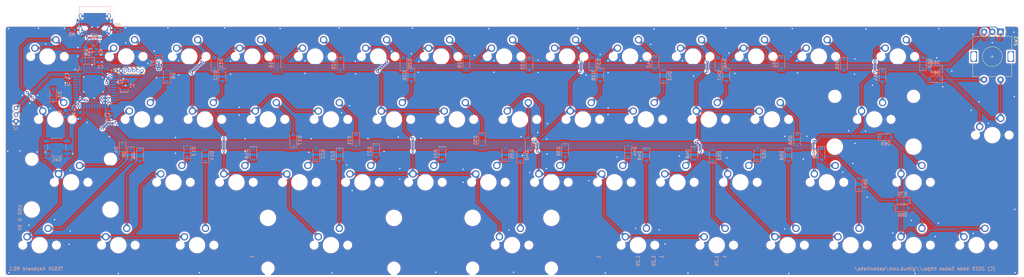
<source format=kicad_pcb>
(kicad_pcb (version 20211014) (generator pcbnew)
  (layers (0 "F.Cu" signal) (31 "B.Cu" signal) (34 "B.Paste" user) (35 "F.Paste" user) (36 "B.SilkS" user "B.Silkscreen") (37 "F.SilkS" user "F.Silkscreen") (38 "B.Mask" user) (39 "F.Mask" user) (44 "Edge.Cuts" user))
  (net 0 "")
  (net 1 "rpg1")
  (net 2 "Net-(D2-Pad2)")
  (net 3 "Net-(D3-Pad2)")
  (net 4 "Net-(D4-Pad2)")
  (net 5 "Net-(D5-Pad2)")
  (net 6 "rpg2")
  (net 7 "row1")
  (net 8 "row2")
  (net 9 "Net-(D7-Pad1)")
  (net 11 "Net-(D11-Pad2)")
  (net 12 "Net-(D12-Pad2)")
  (net 13 "row5")
  (net 14 "Net-(D9-Pad2)")
  (net 16 "Net-(D8-Pad1)")
  (net 17 "Net-(D14-Pad1)")
  (net 18 "Net-(D16-Pad1)")
  (net 20 "Net-(D13-Pad1)")
  (net 21 "Net-(D17-Pad2)")
  (net 22 "Net-(D18-Pad2)")
  (net 23 "Net-(D20-Pad1)")
  (net 25 "Net-(D21-Pad1)")
  (net 26 "Net-(D22-Pad1)")
  (net 27 "Net-(D23-Pad2)")
  (net 29 "Net-(D29-Pad1)")
  (net 30 "Net-(D30-Pad1)")
  (net 31 "Net-(D31-Pad2)")
  (net 33 "Net-(D34-Pad2)")
  (net 34 "Net-(D35-Pad1)")
  (net 35 "Net-(D33-Pad1)")
  (net 37 "Net-(D37-Pad2)")
  (net 38 "Net-(D38-Pad2)")
  (net 39 "Net-(D39-Pad2)")
  (net 40 "Net-(D40-Pad1)")
  (net 42 "Net-(D48-Pad2)")
  (net 43 "Net-(D42-Pad1)")
  (net 44 "Net-(D46-Pad2)")
  (net 45 "Net-(D47-Pad2)")
  (net 46 "Net-(D52-Pad1)")
  (net 47 "Net-(D49-Pad2)")
  (net 48 "Net-(D43-Pad1)")
  (net 49 "Net-(D44-Pad1)")
  (net 50 "Net-(D51-Pad1)")
  (net 51 "Net-(D53-Pad1)")
  (net 52 "Net-(D55-Pad1)")
  (net 53 "Net-(D56-Pad1)")
  (net 54 "Net-(D58-Pad2)")
  (net 55 "Net-(D63-Pad2)")
  (net 56 "Net-(D64-Pad2)")
  (net 57 "Net-(D65-Pad2)")
  (net 58 "Net-(D66-Pad2)")
  (net 59 "Net-(D61-Pad1)")
  (net 61 "+5V")
  (net 62 "Net-(C1-Pad1)")
  (net 63 "GND")
  (net 64 "row3")
  (net 65 "Net-(D68-Pad1)")
  (net 66 "Net-(D70-Pad1)")
  (net 67 "row4")
  (net 68 "Net-(D87-Pad1)")
  (net 69 "Net-(D88-Pad2)")
  (net 70 "Net-(D25-Pad2)")
  (net 72 "RGB")
  (net 73 "VCC")
  (net 74 "D+")
  (net 75 "Net-(J1-PadB5)")
  (net 76 "D-")
  (net 77 "Net-(J1-PadA5)")
  (net 78 "SCLK")
  (net 79 "MOSI")
  (net 80 "MISO")
  (net 81 "RESET")
  (net 82 "col1")
  (net 83 "col2")
  (net 84 "col3")
  (net 85 "col4")
  (net 86 "col5")
  (net 87 "col6")
  (net 89 "Net-(R2-Pad1)")
  (net 90 "Net-(R3-Pad1)")
  (net 91 "Net-(R4-Pad1)")
  (net 92 "Net-(U1-Pad16)")
  (net 93 "Net-(U1-Pad17)")
  (net 96 "Net-(D26-Pad2)")
  (net 97 "Net-(D27-Pad2)")
  (footprint "MX_Only:MXOnly-1.5U-NoLED" (layer "F.Cu") (at 9.525 54.76875)
    (fp_text reference "MX2")
    (fp_text value "MX-NoLED")
  )
  (footprint "MX_Only:MXOnly-1.75U-NoLED" (layer "F.Cu") (at 11.90625 73.81875)
    (fp_text reference "MX3")
    (fp_text value "MX-NoLED")
  )
  (footprint "MX_Only:MXOnly-2.25U-NoLED" (layer "F.Cu") (at 16.66875 92.86875)
    (fp_text reference "MX4")
    (fp_text value "MX-NoLED")
  )
  (footprint "MX_Only:MXOnly-1U-NoLED" (layer "F.Cu") (at 52.3875 54.76875)
    (fp_text reference "MX11")
    (fp_text value "MX-NoLED")
  )
  (footprint "MX_Only:MXOnly-1U-NoLED" (layer "F.Cu") (at 57.15 73.81875)
    (fp_text reference "MX12")
    (fp_text value "MX-NoLED")
  )
  (footprint "MX_Only:MXOnly-1U-NoLED" (layer "F.Cu") (at 47.625 92.86875)
    (fp_text reference "MX13")
    (fp_text value "MX-NoLED")
  )
  (footprint "MX_Only:MXOnly-1.25U-NoLED" (layer "F.Cu") (at 54.76875 111.91875)
    (fp_text reference "MX14")
    (fp_text value "MX-NoLED")
  )
  (footprint "MX_Only:MXOnly-1U-NoLED" (layer "F.Cu") (at 71.4375 54.76875)
    (fp_text reference "MX16")
    (fp_text value "MX-NoLED")
  )
  (footprint "MX_Only:MXOnly-1U-NoLED" (layer "F.Cu") (at 76.2 73.81875)
    (fp_text reference "MX17")
    (fp_text value "MX-NoLED")
  )
  (footprint "MX_Only:MXOnly-1U-NoLED" (layer "F.Cu") (at 66.675 92.86875)
    (fp_text reference "MX18")
    (fp_text value "MX-NoLED")
  )
  (footprint "MX_Only:MXOnly-1U-NoLED" (layer "F.Cu") (at 95.25 73.81875)
    (fp_text reference "MX21")
    (fp_text value "MX-NoLED")
  )
  (footprint "MX_Only:MXOnly-3U-ReversedStabilizers-NoLED" (layer "F.Cu") (at 95.25 111.91875)
    (fp_text reference "MX23")
    (fp_text value "MX-NoLED")
  )
  (footprint "MX_Only:MXOnly-1U-NoLED" (layer "F.Cu") (at 109.5375 54.76875)
    (fp_text reference "MX25")
    (fp_text value "MX-NoLED")
  )
  (footprint "MX_Only:MXOnly-1U-NoLED" (layer "F.Cu") (at 104.775 92.86875)
    (fp_text reference "MX27")
    (fp_text value "MX-NoLED")
  )
  (footprint "MX_Only:MXOnly-1U-NoLED" (layer "F.Cu") (at 128.5875 54.76875)
    (fp_text reference "MX29")
    (fp_text value "MX-NoLED")
  )
  (footprint "MX_Only:MXOnly-1U-NoLED" (layer "F.Cu") (at 133.35 73.81875)
    (fp_text reference "MX30")
    (fp_text value "MX-NoLED")
  )
  (footprint "MX_Only:MXOnly-1U-NoLED" (layer "F.Cu") (at 123.825 92.86875)
    (fp_text reference "MX31")
    (fp_text value "MX-NoLED")
  )
  (footprint "MX_Only:MXOnly-1U-NoLED" (layer "F.Cu") (at 147.6375 54.76875)
    (fp_text reference "MX33")
    (fp_text value "MX-NoLED")
  )
  (footprint "MX_Only:MXOnly-1U-NoLED" (layer "F.Cu") (at 152.4 73.81875)
    (fp_text reference "MX34")
    (fp_text value "MX-NoLED")
  )
  (footprint "MX_Only:MXOnly-1U-NoLED" (layer "F.Cu") (at 142.875 92.86875)
    (fp_text reference "MX35")
    (fp_text value "MX-NoLED")
  )
  (footprint "MX_Only:MXOnly-1U-NoLED" (layer "F.Cu") (at 166.6875 54.76875)
    (fp_text reference "MX37")
    (fp_text value "MX-NoLED")
  )
  (footprint "MX_Only:MXOnly-1U-NoLED" (layer "F.Cu") (at 171.45 73.81875)
    (fp_text reference "MX38")
    (fp_text value "MX-NoLED")
  )
  (footprint "MX_Only:MXOnly-1U-NoLED" (layer "F.Cu") (at 161.925 92.86875)
    (fp_text reference "MX39")
    (fp_text value "MX-NoLED")
  )
  (footprint "MX_Only:MXOnly-1U-NoLED" (layer "F.Cu") (at 185.7375 54.76875)
    (fp_text reference "MX42")
    (fp_text value "MX-NoLED")
  )
  (footprint "MX_Only:MXOnly-1U-NoLED" (layer "F.Cu") (at 190.5 73.81875)
    (fp_text reference "MX43")
    (fp_text value "MX-NoLED")
  )
  (footprint "MX_Only:MXOnly-1U-NoLED" (layer "F.Cu") (at 200.025 92.86875)
    (fp_text reference "MX48")
    (fp_text value "MX-NoLED")
  )
  (footprint "MX_Only:MXOnly-1U-NoLED" (layer "F.Cu") (at 223.8375 54.76875)
    (fp_text reference "MX51")
    (fp_text value "MX-NoLED")
  )
  (footprint "MX_Only:MXOnly-1U-NoLED" (layer "F.Cu") (at 219.075 92.86875)
    (fp_text reference "MX52")
    (fp_text value "MX-NoLED")
  )
  (footprint "MX_Only:MXOnly-1U-NoLED" (layer "F.Cu") (at 242.797501 54.76875)
    (fp_text reference "MX55")
    (fp_text value "MX-NoLED")
  )
  (footprint "MX_Only:MXOnly-1U-NoLED" (layer "F.Cu") (at 228.6 73.81875)
    (fp_text reference "MX56")
    (fp_text value "MX-NoLED")
  )
  (footprint "MX_Only:MXOnly-1U-NoLED" (layer "F.Cu") (at 233.3625 111.91875)
    (fp_text reference "MX58")
    (fp_text value "MX-NoLED")
  )
  (footprint "MX_Only:MXOnly-1U-NoLED" (layer "F.Cu") (at 252.4125 111.91875)
    (fp_text reference "MX61")
    (fp_text value "MX-NoLED")
  )
  (footprint "MX_Only:MXOnly-1.5U-NoLED" (layer "F.Cu") (at 266.7 54.76875)
    (fp_text reference "MX64")
    (fp_text value "MX-NoLED")
  )
  (footprint "MX_Only:MXOnly-1U-NoLED" (layer "F.Cu") (at 271.4625 92.86875)
    (fp_text reference "MX66")
    (fp_text value "MX-NoLED")
  )
  (footprint "MX_Only:MXOnly-1U-NoLED" (layer "F.Cu") (at 271.4625 111.91875)
    (fp_text reference "MX67")
    (fp_text value "MX-NoLED")
  )
  (footprint "MX_Only:MXOnly-1U-NoLED" (layer "F.Cu") (at 290.5125 111.91875)
    (fp_text reference "MX71")
    (fp_text value "MX-NoLED")
  )
  (footprint "MX_Only:MXOnly-1U-NoLED" (layer "F.Cu") (at 85.725 92.86875)
    (fp_text reference "MX22")
    (fp_text value "MX-NoLED")
  )
  (footprint "MX_Only:MXOnly-1.25U-NoLED" (layer "F.Cu") (at 30.95625 111.91875)
    (fp_text reference "MX9")
    (fp_text value "MX-NoLED")
  )
  (footprint "MX_Only:MXOnly-1U-NoLED" (layer "F.Cu") (at 90.4875 54.76875)
    (fp_text reference "MX20")
    (fp_text value "MX-NoLED")
  )
  (footprint "MX_Only:MXOnly-1U-NoLED" (layer "F.Cu") (at 204.7875 54.76875)
    (fp_text reference "MX46")
    (fp_text value "MX-NoLED")
  )
  (footprint "MX_Only:MXOnly-2.25U-NoLED" (layer "F.Cu") (at 259.55625 73.81875)
    (fp_text reference "MX65")
    (fp_text value "MX-NoLED")
  )
  (footprint "MX_Only:MXOnly-1U-NoLED" (layer "F.Cu") (at 295.27624 78.58158)
    (fp_text reference "MX74")
    (fp_text value "MX-NoLED")
  )
  (footprint "MX_Only:MXOnly-1.25U-NoLED" (layer "F.Cu") (at 188.118908 111.918844)
    (fp_text reference "MX81")
    (fp_text value "MX-NoLED")
  )
  (footprint "MX_Only:MXOnly-1.25U-NoLED" (layer "F.Cu") (at 211.931428 111.918844)
    (fp_text reference "MX82")
    (fp_text value "MX-NoLED")
  )
  (footprint "MX_Only:MXOnly-1.75U-NoLED" (layer "F.Cu") (at 245.26978 92.86914)
    (fp_text reference "MX75")
    (fp_text value "MX-NoLED")
  )
  (footprint "MX_Only:MXOnly-2.75U-ReversedStabilizers-NoLED" (layer "F.Cu") (at 150.01938 111.91922)
    (fp_text reference "MX60")
    (fp_text value "MX-NoLED")
  )
  (footprint "MX_Only:MXOnly-1U-NoLED" (layer "F.Cu") (at 33.3375 54.76875)
    (fp_text reference "MX7")
    (fp_text value "MX-NoLED")
  )
  (footprint "MX_Only:MXOnly-1U-NoLED" (layer "F.Cu") (at 209.55 73.81875)
    (fp_text reference "MX47")
    (fp_text value "MX-NoLED")
  )
  (footprint "MX_Only:MXOnly-1U-NoLED" (layer "F.Cu") (at 38.1 73.81875)
    (fp_text reference "MX8")
    (fp_text value "MX-NoLED")
  )
  (footprint "MX_Only:MXOnly-1U-NoLED" (layer "F.Cu") (at 180.975 92.86875)
    (fp_text reference "MX44")
    (fp_text value "MX-NoLED")
  )
  (footprint "MX_Only:MXOnly-1.25U-NoLED" (layer "F.Cu") (at 7.14375 111.91875)
    (fp_text reference "MX5")
    (fp_text value "MX-NoLED")
  )
  (footprint "Connector_PinHeader_1.27mm:PinHeader_1x06_P1.27mm_Vertical" (layer "F.Cu") (at 31.789821 59.055248 90)
    (fp_text reference "J3")
    (fp_text value "ISP")
  )
  (footprint "MX_Only:MXOnly-1U-NoLED" (layer "F.Cu") (at 114.30048 73.81906)
    (fp_text reference "MX26")
    (fp_text value "MX-NoLED")
  )
  (footprint "Rotary_Encoder:RotaryEncoder_Alps_EC11E-Switch_Vertical_H20mm" (layer "F.Cu") (at 297.77624 47.280854 -90)
    (fp_text reference "SW2")
    (fp_text value "RotaryEncoder_Switch")
  )
  (footprint "Diode_SMD:D_SOD-123" (layer "B.Cu") (at 57.269303 84.772856 90)
    (fp_text reference "D14")
    (fp_text value "D")
  )
  (footprint "Diode_SMD:D_SOD-123" (layer "B.Cu") (at 274.321152 56.793051 90)
    (fp_text reference "D63")
    (fp_text value "D")
  )
  (footprint "Diode_SMD:D_SOD-123" (layer "B.Cu") (at 212.408392 56.793051 90)
    (fp_text reference "D46")
    (fp_text value "D")
  )
  (footprint "Diode_SMD:D_SOD-123" (layer "B.Cu") (at 117.157992 56.793051 90)
    (fp_text reference "D25")
    (fp_text value "D")
  )
  (footprint "Diode_SMD:D_SOD-123" (layer "B.Cu") (at 79.057832 56.793051 -90)
    (fp_text reference "D16")
    (fp_text value "D")
  )
  (footprint "Diode_SMD:D_SOD-123" (layer "B.Cu") (at 62.389012 60.603067 -90)
    (fp_text reference "D12")
    (fp_text value "D")
  )
  (footprint "Diode_SMD:D_SOD-123" (layer "B.Cu") (at 83.820352 80.129399 90)
    (fp_text reference "D17")
    (fp_text value "D")
  )
  (footprint "Diode_SMD:D_SOD-123" (layer "B.Cu") (at 136.208072 56.793051 -90)
    (fp_text reference "D29")
    (fp_text value "D")
  )
  (footprint "Diode_SMD:D_SOD-123" (layer "B.Cu") (at 140.970592 80.129399 -90)
    (fp_text reference "D30")
    (fp_text value "D")
  )
  (footprint "Diode_SMD:D_SOD-123" (layer "B.Cu") (at 128.945229 84.296604 -90)
    (fp_text reference "D31")
    (fp_text value "D")
  )
  (footprint "Diode_SMD:D_SOD-123" (layer "B.Cu") (at 155.258152 57.269303 -90)
    (fp_text reference "D33")
    (fp_text value "D")
  )
  (footprint "Diode_SMD:D_SOD-123" (layer "B.Cu") (at 147.995309 84.296604 90)
    (fp_text reference "D35")
    (fp_text value "D")
  )
  (footprint "Diode_SMD:D_SOD-123" (layer "B.Cu") (at 174.308232 56.793051 90)
    (fp_text reference "D37")
    (fp_text value "D")
  )
  (footprint "Diode_SMD:D_SOD-123" (layer "B.Cu") (at 152.519703 84.772856 90)
    (fp_text reference "D40")
    (fp_text value "D")
  )
  (footprint "Diode_SMD:D_SOD-123" (layer "B.Cu") (at 193.358312 56.793051 -90)
    (fp_text reference "D42")
    (fp_text value "D")
  )
  (footprint "Diode_SMD:D_SOD-123" (layer "B.Cu") (at 195.739572 60.603067 90)
    (fp_text reference "D43")
    (fp_text value "D")
  )
  (footprint "Diode_SMD:D_SOD-123" (layer "B.Cu") (at 185.142965 83.463163 90)
    (fp_text reference "D44")
    (fp_text value "D")
  )
  (footprint "Diode_SMD:D_SOD-123" (layer "B.Cu") (at 214.789652 60.603067 -90)
    (fp_text reference "D47")
    (fp_text value "D")
  )
  (footprint "Diode_SMD:D_SOD-123" (layer "B.Cu") (at 190.619863 84.772856 -90)
    (fp_text reference "D49")
    (fp_text value "D")
  )
  (footprint "Diode_SMD:D_SOD-123" (layer "B.Cu") (at 236.220992 80.129399 -90)
    (fp_text reference "D56")
    (fp_text value "D")
  )
  (footprint "Diode_SMD:D_SOD-123" (layer "B.Cu") (at 233.601606 84.772856 -90)
    (fp_text reference "D58")
    (fp_text value "D")
  )
  (footprint "Diode_SMD:D_SOD-123" (layer "B.Cu") (at 263.010167 79.176895)
    (fp_text reference "D65")
    (fp_text value "D")
  )
  (footprint "Diode_SMD:D_SOD-123" (layer "B.Cu") (at 155.020026 80.96284 90)
    (fp_text reference "D34")
    (fp_text value "D")
  )
  (footprint "Diode_SMD:D_SOD-123" (layer "B.Cu") (at 71.794989 84.296604 -90)
    (fp_text reference "D18")
    (fp_text value "D")
  )
  (footprint "Diode_SMD:D_SOD-123" (layer "B.Cu") (at 210.74151 84.772856 90)
    (fp_text reference "D53")
    (fp_text value "D")
  )
  (footprint "Diode_SMD:D_SOD-123" (layer "B.Cu") (at 108.942645 83.463163 -90)
    (fp_text reference "D27")
    (fp_text value "D")
  )
  (footprint "Diode_SMD:D_SOD-123" (layer "B.Cu") (at 60.007752 56.793051 90)
    (fp_text reference "D11")
    (fp_text value "D")
  )
  (footprint "Diode_SMD:D_SOD-123" (layer "B.Cu") (at 231.458472 56.793051 -90)
    (fp_text reference "D51")
    (fp_text value "D")
  )
  (footprint "Diode_SMD:D_SOD-123" (layer "B.Cu") (at 119.539252 60.603067 -90)
    (fp_text reference "D26")
    (fp_text value "D")
  )
  (footprint "Diode_SMD:D_SOD-123" (layer "B.Cu") (at 97.869786 84.772856 -90)
    (fp_text reference "D23")
    (fp_text value "D")
  )
  (footprint "Diode_SMD:D_SOD-123" (layer "B.Cu") (at 90.845069 84.296604 90)
    (fp_text reference "D22")
    (fp_text value "D")
  )
  (footprint "Diode_SMD:D_SOD-123" (layer "B.Cu") (at 102.870432 80.129399 -90)
    (fp_text reference "D21")
    (fp_text value "D")
  )
  (footprint "Diode_SMD:D_SOD-123" (layer "B.Cu") (at 98.107912 57.269303 -90)
    (fp_text reference "D20")
    (fp_text value "D")
  )
  (footprint "Diode_SMD:D_SOD-123" (layer "B.Cu") (at 250.389489 57.269303 -90)
    (fp_text reference "D55")
    (fp_text value "D")
  )
  (footprint "Diode_SMD:D_SOD-123" (layer "B.Cu") (at 254.913883 93.345392 90)
    (fp_text reference "D61")
    (fp_text value "D")
  )
  (footprint "Diode_SMD:D_SOD-123" (layer "B.Cu") (at 45.601129 60.603067 90)
    (fp_text reference "D8")
    (fp_text value "D")
  )
  (footprint "Diode_SMD:D_SOD-123" (layer "B.Cu") (at 43.219869 56.793051 -90)
    (fp_text reference "D7")
    (fp_text value "D")
  )
  (footprint "Diode_SMD:D_SOD-123" (layer "B.Cu") (at 34.766396 84.415667 -90)
    (fp_text reference "D5")
    (fp_text value "D")
  )
  (footprint "Diode_SMD:D_SOD-123" (layer "B.Cu") (at 32.266073 82.986911 -90)
    (fp_text reference "D4")
    (fp_text value "D")
  )
  (footprint "Diode_SMD:D_SOD-123" (layer "B.Cu") (at 21.533521 56.078673 180)
    (fp_text reference "D2")
    (fp_text value "D")
  )
  (footprint "Diode_SMD:D_SOD-123" (layer "B.Cu") (at 176.689492 60.603067 -90)
    (fp_text reference "D38")
    (fp_text value "D")
  )
  (footprint "Diode_SMD:D_SOD-123" (layer "B.Cu") (at 262.057663 60.72213 -90)
    (fp_text reference "D64")
    (fp_text value "D")
  )
  (footprint "Diode_SMD:D_SOD-123" (layer "B.Cu") (at 278.012105 58.578996 180)
    (fp_text reference "D68")
    (fp_text value "D")
  )
  (footprint "Diode_SMD:D_SOD-123" (layer "B.Cu") (at 11.191922 66.21591 90)
    (fp_text reference "D3")
    (fp_text value "D")
  )
  (footprint "Diode_SMD:D_SOD-123" (layer "B.Cu") (at 224.195629 84.296604 90)
    (fp_text reference "D52")
    (fp_text value "D")
  )
  (footprint "Diode_SMD:D_SOD-123" (layer "B.Cu") (at 166.092885 83.463163 -90)
    (fp_text reference "D39")
    (fp_text value "D")
  )
  (footprint "Diode_SMD:D_SOD-123" (layer "B.Cu") (at 268.129876 98.346038 180)
    (fp_text reference "D70")
    (fp_text value "D")
  )
  (footprint "Diode_SMD:D_SOD-123" (layer "B.Cu") (at 268.129876 100.727298)
    (fp_text reference "D66")
    (fp_text value "D")
  )
  (footprint "Diode_SMD:D_SOD-123" (layer "B.Cu") (at 37.504845 84.772856 -90)
    (fp_text reference "D9")
    (fp_text value "D")
  )
  (footprint "Diode_SMD:D_SOD-123" (layer "B.Cu") (at 51.792405 83.463163 90)
    (fp_text reference "D13")
    (fp_text value "D")
  )
  (footprint "Diode_SMD:D_SOD-123" (layer "B.Cu") (at 205.145549 84.296604 -90)
    (fp_text reference "D48")
    (fp_text value "D")
  )
  (footprint "Capacitor_SMD:C_0603_1608Metric" (layer "B.Cu") (at 25.479482 56.435862)
    (fp_text reference "C1")
    (fp_text value "1u")
  )
  (footprint "Capacitor_SMD:C_0603_1608Metric" (layer "B.Cu") (at 27.842102 72.680548)
    (fp_text reference "C6")
    (fp_text value "4.7u")
  )
  (footprint "Fuse:Fuse_0805_2012Metric" (layer "B.Cu") (at 20.955088 52.998039 90)
    (fp_text reference "F1")
    (fp_text value "Resettable Fuse")
  )
  (footprint "Connector_USB:USB_C_Receptacle_HRO_TYPE-C-31-M-12" (layer "B.Cu") (at 23.820919 43.588617)
    (fp_text reference "J1")
    (fp_text value "HRO_TYPE-C-31-M-12")
  )
  (footprint "Resistor_SMD:R_0805_2012Metric" (layer "B.Cu") (at 15.001938 72.033115 -90)
    (fp_text reference "R1")
    (fp_text value "10k")
  )
  (footprint "Resistor_SMD:R_0603_1608Metric" (layer "B.Cu") (at 22.741033 53.331783 90)
    (fp_text reference "R3")
    (fp_text value "22")
  )
  (footprint "Resistor_SMD:R_0603_1608Metric" (layer "B.Cu") (at 16.915387 46.672696)
    (fp_text reference "R5")
    (fp_text value "5.1k")
  )
  (footprint "Resistor_SMD:R_0603_1608Metric" (layer "B.Cu") (at 30.709813 46.672696 180)
    (fp_text reference "R6")
    (fp_text value "5.1k")
  )
  (footprint "Button_Switch_SMD:SW_SPST_TL3342" (layer "B.Cu") (at 12.328138 82.267255)
    (fp_text reference "SW1")
    (fp_text value "SW_SPST")
  )
  (footprint "Package_QFP:TQFP-44_10x10mm_P0.8mm" (layer "B.Cu") (at 23.79386 64.04087 -90)
    (fp_text reference "U1")
    (fp_text value "ATMEGA32U4")
  )
  (footprint "Package_TO_SOT_SMD:SOT-363_SC-70-6" (layer "B.Cu") (at 23.574474 50.363649 180)
    (fp_text reference "U2")
    (fp_text value "TPD4E1U06")
  )
  (footprint "Resistor_SMD:R_0603_1608Metric" (layer "B.Cu") (at 24.288852 53.331783 90)
    (fp_text reference "R2")
    (fp_text value "22")
  )
  (footprint "Diode_SMD:D_SOD-123" (layer "B.Cu") (at 278.012105 61.674634 180)
    (fp_text reference "D87")
    (fp_text value "D")
  )
  (footprint "Diode_SMD:D_SOD-123" (layer "B.Cu") (at 243.602898 84.296604 -90)
    (fp_text reference "D88")
    (fp_text value "D")
  )
  (footprint "Capacitor_SMD:C_0402_1005Metric" (layer "B.Cu") (at 27.622616 71.370617)
    (fp_text reference "C2")
    (fp_text value "0.1u")
  )
  (footprint "Capacitor_SMD:C_0402_1005Metric" (layer "B.Cu") (at 31.551589 61.317445)
    (fp_text reference "C3")
    (fp_text value "0.1u")
  )
  (footprint "Capacitor_SMD:C_0402_1005Metric" (layer "B.Cu") (at 16.482935 70.352007 90)
    (fp_text reference "C4")
    (fp_text value "0.1u")
  )
  (footprint "Capacitor_SMD:C_0402_1005Metric" (layer "B.Cu") (at 16.549757 60.603067 -90)
    (fp_text reference "C5")
    (fp_text value "0.1u")
  )
  (footprint "Connector_PinHeader_2.00mm:PinHeader_1x03_P2.00mm_Vertical" (layer "B.Cu") (at 0 74.390304)
    (fp_text reference "J2")
    (fp_text value "RGB")
  )
  (footprint "Resistor_SMD:R_0805_2012Metric" (layer "B.Cu") (at 19.288206 72.62843 -90)
    (fp_text reference "R4")
    (fp_text value "10k")
  )
  (footprint "Crystal:Resonator_SMD_muRata_CSTxExxV-3Pin_3.0x1.1mm" (layer "B.Cu") (at 32.723575 63.631548 90)
    (fp_text reference "Y1")
    (fp_text value "CSTNE16")
  )
  (footprint "Capacitor_SMD:C_0402_1005Metric" (layer "B.Cu") (at 297.296563 49.292082 180)
    (fp_text reference "C19")
    (fp_text value "0.1u")
  )
  (footprint "Capacitor_SMD:C_0402_1005Metric" (layer "B.Cu") (at 293.252169 49.292082 180)
    (fp_text reference "C20")
    (fp_text value "0.1u")
  )
  (gr_line (start 17.867913 44.061763) (end 17.867913 42.275824) (layer "Edge.Cuts") (width 0.05))
  (gr_line (start 19.058539 41.085198) (end 28.583547 41.085198) (layer "Edge.Cuts") (width 0.05))
  (gr_line (start 29.774173 42.275824) (end 29.774173 44.061763) (layer "Edge.Cuts") (width 0.05))
  (gr_line (start 297.6565 121.443852) (end -2.381252 121.443852) (layer "Edge.Cuts") (width 0.05))
  (gr_line (start 303.61065 46.43457) (end 303.61065 120.25363) (layer "Edge.Cuts") (width 0.05))
  (gr_line (start -2.38126 45.24394) (end 16.677287 45.252389) (layer "Edge.Cuts") (width 0.05))
  (gr_arc (start 302.42002 45.24394) (mid 303.261923 45.592667) (end 303.61065 46.43457) (layer "Edge.Cuts") (width 0.05))
  (gr_arc (start 28.583547 41.085198) (mid 29.425426 41.433935) (end 29.774173 42.275824) (layer "Edge.Cuts") (width 0.05))
  (gr_arc (start 17.867913 42.275824) (mid 18.216638 41.433927) (end 19.058539 41.085198) (layer "Edge.Cuts") (width 0.05))
  (gr_arc (start 30.964799 45.252389) (mid 30.122896 44.903658) (end 29.774173 44.061763) (layer "Edge.Cuts") (width 0.05))
  (gr_arc (start 17.867913 44.061763) (mid 17.519169 44.903622) (end 16.677287 45.252389) (layer "Edge.Cuts") (width 0.05))
  (gr_arc (start 303.61065 120.25363) (mid 303.261923 121.095533) (end 302.42002 121.44426) (layer "Edge.Cuts") (width 0.05))
  (gr_arc (start -3.57189 46.43457) (mid -3.223163 45.592667) (end -2.38126 45.24394) (layer "Edge.Cuts") (width 0.05))
  (gr_line (start 302.42002 121.44426) (end 297.6565 121.443852) (layer "Edge.Cuts") (width 0.05))
  (gr_arc (start -2.381252 121.443852) (mid -3.223152 121.095126) (end -3.571878 120.253226) (layer "Edge.Cuts") (width 0.05))
  (gr_line (start 302.42002 45.24394) (end 30.964799 45.252389) (layer "Edge.Cuts") (width 0.05))
  (gr_line (start -3.571878 120.253226) (end -3.57189 46.43457) (layer "Edge.Cuts") (width 0.05))
  (gr_text "1" (at 71.43756 114.895409 90) (layer "B.SilkS") (effects (font (size 1 1)) (justify left mirror)))
  (gr_text "1.25" (at 192.881412 114.895409 90) (layer "B.SilkS") (effects (font (size 1 1)) (justify left mirror)))
  (gr_text "GND" (at 1.190626 101.20321 90) (layer "B.SilkS") (effects (font (size 1 1)) (justify mirror)))
  (gr_text "5V" (at 1.190626 106.561027 90) (layer "B.SilkS") (effects (font (size 1 1)) (justify mirror)))
  (gr_text "D" (at 1.190626 104.179775 90) (layer "B.SilkS") (effects (font (size 1 1)) (justify mirror)))
  (gr_text "1" (at 214.31268 114.895409 90) (layer "B.SilkS") (effects (font (size 1 1)) (justify left mirror)))
  (gr_text "1.25" (at 188.118908 114.895409 90) (layer "B.SilkS") (effects (font (size 1 1)) (justify left mirror)))
  (gr_text "1.25" (at 211.931428 114.895409 90) (layer "B.SilkS") (effects (font (size 1 1)) (justify left mirror)))
  (gr_text "1" (at 195.262664 114.895409 90) (layer "B.SilkS") (effects (font (size 1 1)) (justify left mirror)))
  (gr_text "1" (at 176.212648 114.895409 90) (layer "B.SilkS") (effects (font (size 1 1)) (justify left mirror)))
  (gr_text "(C) 2023 Ikebe Sadao https://github.com/sadaoikebe/ " (at 274.439293 119.0626) (layer "B.SilkS") (effects (font (size 1 1)) (justify mirror)))
  (gr_text "TS52K Keyboard R0.1" (at 6.072213 119.063) (layer "B.SilkS") (effects (font (size 1 1)) (justify mirror)))
  (segment (start 291.45124 47.967404) (end 282.268404 57.15024) (width 0.25) (layer "B.Cu") (net 1))
  (segment (start 291.45124 46.68768) (end 292.299665 45.839255) (width 0.25) (layer "B.Cu") (net 1))
  (segment (start 291.45124 47.967404) (end 291.45124 46.68768) (width 0.25) (layer "B.Cu") (net 1))
  (segment (start 292.299665 45.839255) (end 296.334641 45.839255) (width 0.25) (layer "B.Cu") (net 1))
  (segment (start 29.49386 64.84087) (end 30.657464 64.84087) (width 0.25) (layer "B.Cu") (net 1))
  (segment (start 297.776563 49.292082) (end 297.776563 47.281177) (width 0.25) (layer "B.Cu") (net 1))
  (segment (start 296.334641 45.839255) (end 297.77624 47.280854) (width 0.25) (layer "B.Cu") (net 1))
  (segment (start 30.657464 64.84087) (end 31.173142 65.356548) (width 0.25) (layer "B.Cu") (net 1))
  (segment (start 31.173142 65.356548) (end 33.822931 65.356548) (width 0.25) (layer "B.Cu") (net 1))
  (segment (start 42.029239 57.15024) (end 282.268404 57.15024) (width 0.25) (layer "B.Cu") (net 1))
  (segment (start 33.822931 65.356548) (end 42.029239 57.15024) (width 0.25) (layer "B.Cu") (net 1))
  (segment (start 19.883521 53.531478) (end 19.883521 56.078673) (width 0.25) (layer "B.Cu") (net 2))
  (segment (start 13.968604 52.22875) (end 15.152269 53.412415) (width 0.25) (layer "B.Cu") (net 2))
  (segment (start 5.715 52.22875) (end 13.968604 52.22875) (width 0.25) (layer "B.Cu") (net 2))
  (segment (start 19.764458 53.412415) (end 19.883521 53.531478) (width 0.25) (layer "B.Cu") (net 2))
  (segment (start 15.152269 53.412415) (end 19.764458 53.412415) (width 0.25) (layer "B.Cu") (net 2))
  (segment (start 11.191922 64.56591) (end 11.191922 65.484422) (width 0.25) (layer "B.Cu") (net 3))
  (segment (start 11.191922 65.484422) (end 14.44625 68.73875) (width 0.25) (layer "B.Cu") (net 3))
  (segment (start 32.266073 84.755974) (end 32.266073 86.023999) (width 0.25) (layer "B.Cu") (net 4))
  (segment (start 30.501322 87.78875) (end 19.20875 87.78875) (width 0.25) (layer "B.Cu") (net 4))
  (segment (start 32.266073 86.023999) (end 30.501322 87.78875) (width 0.25) (layer "B.Cu") (net 4))
  (segment (start 9.68375 106.83875) (end 13.993313 106.83875) (width 0.25) (layer "B.Cu") (net 5))
  (segment (start 13.993313 106.83875) (end 34.766396 86.065667) (width 0.25) (layer "B.Cu") (net 5))
  (segment (start 282.456854 57.60024) (end 292.77624 47.280854) (width 0.25) (layer "B.Cu") (net 6))
  (segment (start 30.279159 65.64087) (end 29.49386 65.64087) (width 0.25) (layer "B.Cu") (net 6))
  (segment (start 34.009327 65.806548) (end 30.444837 65.806548) (width 0.25) (layer "B.Cu") (net 6))
  (segment (start 42.215636 57.60024) (end 34.009327 65.806548) (width 0.25) (layer "B.Cu") (net 6))
  (segment (start 42.215636 57.60024) (end 282.456854 57.60024) (width 0.25) (layer "B.Cu") (net 6))
  (segment (start 30.444837 65.806548) (end 30.279159 65.64087) (width 0.25) (layer "B.Cu") (net 6))
  (segment (start 292.772169 49.292082) (end 292.772169 47.284925) (width 0.25) (layer "B.Cu") (net 6))
  (segment (start 43.219869 56.42574) (end 43.219869 58.443051) (width 0.25) (layer "F.Cu") (net 7))
  (via (at 43.219869 58.443051) (size 0.8) (drill 0.4) (layers "F.Cu" "B.Cu") (net 7))
  (via (at 43.219869 56.42574) (size 0.8) (drill 0.4) (layers "F.Cu" "B.Cu") (net 7))
  (segment (start 34.195723 66.256548) (end 30.422608 66.256548) (width 0.25) (layer "B.Cu") (net 7))
  (segment (start 27.741679 56.316799) (end 26.670112 55.245232) (width 0.25) (layer "B.Cu") (net 7))
  (segment (start 273.928341 58.05024) (end 42.402031 58.05024) (width 0.25) (layer "B.Cu") (net 7))
  (segment (start 42.402031 58.05024) (end 34.195723 66.256548) (width 0.25) (layer "B.Cu") (net 7))
  (segment (start 37.913763 52.123342) (end 42.216162 56.42574) (width 0.25) (layer "B.Cu") (net 7))
  (segment (start 26.670112 55.245232) (end 24.016962 55.245232) (width 0.25) (layer "B.Cu") (net 7))
  (segment (start 30.238286 66.44087) (end 29.49386 66.44087) (width 0.25) (layer "B.Cu") (net 7))
  (segment (start 30.422608 66.256548) (end 30.238286 66.44087) (width 0.25) (layer "B.Cu") (net 7))
  (segment (start 274.321152 58.443051) (end 273.928341 58.05024) (width 0.25) (layer "B.Cu") (net 7))
  (segment (start 30.242002 54.054602) (end 30.242002 55.007106) (width 0.25) (layer "B.Cu") (net 7))
  (segment (start 37.913763 52.123342) (end 32.173262 52.123342) (width 0.25) (layer "B.Cu") (net 7))
  (segment (start 32.173262 52.123342) (end 30.242002 54.054602) (width 0.25) (layer "B.Cu") (net 7))
  (segment (start 24.016962 55.245232) (end 23.183521 56.078673) (width 0.25) (layer "B.Cu") (net 7))
  (segment (start 42.216162 56.42574) (end 43.219869 56.42574) (width 0.25) (layer "B.Cu") (net 7))
  (segment (start 28.932309 56.316799) (end 27.741679 56.316799) (width 0.25) (layer "B.Cu") (net 7))
  (segment (start 276.345223 58.578996) (end 274.457097 58.578996) (width 0.25) (layer "B.Cu") (net 7))
  (segment (start 30.242002 55.007106) (end 28.932309 56.316799) (width 0.25) (layer "B.Cu") (net 7))
  (segment (start 26.250745 67.389658) (end 26.14436 67.283273) (width 0.25) (layer "F.Cu") (net 8))
  (segment (start 27.860742 67.389658) (end 26.250745 67.389658) (width 0.25) (layer "F.Cu") (net 8))
  (via (at 27.860742 67.389658) (size 0.8) (drill 0.4) (layers "F.Cu" "B.Cu") (net 8))
  (via (at 26.14436 67.283273) (size 0.8) (drill 0.4) (layers "F.Cu" "B.Cu") (net 8))
  (segment (start 30.837317 66.706548) (end 34.382119 66.706548) (width 0.25) (layer "B.Cu") (net 8))
  (segment (start 80.565344 58.50024) (end 115.515181 58.50024) (width 0.25) (layer "B.Cu") (net 8))
  (segment (start 41.870616 59.218051) (end 46.152704 59.218051) (width 0.25) (layer "B.Cu") (net 8))
  (segment (start 275.988034 61.674634) (end 276.362105 61.674634) (width 0.25) (layer "B.Cu") (net 8))
  (segment (start 25.893557 67.283273) (end 25.395201 67.781629) (width 0.25) (layer "B.Cu") (net 8))
  (segment (start 28.00953 67.24087) (end 27.860742 67.389658) (width 0.25) (layer "B.Cu") (net 8))
  (segment (start 272.81364 58.50024) (end 275.988034 61.674634) (width 0.25) (layer "B.Cu") (net 8))
  (segment (start 29.49386 67.24087) (end 30.302995 67.24087) (width 0.25) (layer "B.Cu") (net 8))
  (segment (start 78.30658 59.218051) (end 79.847533 59.218051) (width 0.25) (layer "B.Cu") (net 8))
  (segment (start 16.746801 72.033115) (end 14.388764 72.033115) (width 0.25) (layer "B.Cu") (net 8))
  (segment (start 18.182533 69.447835) (end 18.182533 70.597384) (width 0.25) (layer "B.Cu") (net 8))
  (segment (start 134.70056 58.50024) (end 135.418371 59.218051) (width 0.25) (layer "B.Cu") (net 8))
  (segment (start 116.232992 59.218051) (end 117.909244 59.218051) (width 0.25) (layer "B.Cu") (net 8))
  (segment (start 230.70722 59.218051) (end 232.209724 59.218051) (width 0.25) (layer "B.Cu") (net 8))
  (segment (start 115.515181 58.50024) (end 116.232992 59.218051) (width 0.25) (layer "B.Cu") (net 8))
  (segment (start 34.382119 66.706548) (end 41.870616 59.218051) (width 0.25) (layer "B.Cu") (net 8))
  (segment (start 77.588769 58.50024) (end 78.30658 59.218051) (width 0.25) (layer "B.Cu") (net 8))
  (segment (start 194.148013 59.218051) (end 194.865824 58.50024) (width 0.25) (layer "B.Cu") (net 8))
  (segment (start 18.964498 68.66587) (end 18.182533 69.447835) (width 0.25) (layer "B.Cu") (net 8))
  (segment (start 61.515264 58.50024) (end 77.588769 58.50024) (width 0.25) (layer "B.Cu") (net 8))
  (segment (start 14.388764 72.033115) (end 11.191922 68.836273) (width 0.25) (layer "B.Cu") (net 8))
  (segment (start 173.383232 59.218051) (end 175.059484 59.218051) (width 0.25) (layer "B.Cu") (net 8))
  (segment (start 25.155774 68.66587) (end 18.964498 68.66587) (width 0.25) (layer "B.Cu") (net 8))
  (segment (start 58.538689 58.50024) (end 59.2565 59.218051) (width 0.25) (layer "B.Cu") (net 8))
  (segment (start 211.618691 59.218051) (end 213.198093 59.218051) (width 0.25) (layer "B.Cu") (net 8))
  (segment (start 30.302995 67.24087) (end 30.837317 66.706548) (width 0.25) (layer "B.Cu") (net 8))
  (segment (start 232.209724 59.218051) (end 232.927535 58.50024) (width 0.25) (layer "B.Cu") (net 8))
  (segment (start 175.059484 59.218051) (end 175.777295 58.50024) (width 0.25) (layer "B.Cu") (net 8))
  (segment (start 136.997773 59.218051) (end 137.715584 58.50024) (width 0.25) (layer "B.Cu") (net 8))
  (segment (start 232.927535 58.50024) (end 272.81364 58.50024) (width 0.25) (layer "B.Cu") (net 8))
  (segment (start 210.90088 58.50024) (end 211.618691 59.218051) (width 0.25) (layer "B.Cu") (net 8))
  (segment (start 29.49386 67.24087) (end 28.00953 67.24087) (width 0.25) (layer "B.Cu") (net 8))
  (segment (start 213.198093 59.218051) (end 213.915904 58.50024) (width 0.25) (layer "B.Cu") (net 8))
  (segment (start 25.395201 68.426443) (end 25.155774 68.66587) (width 0.25) (layer "B.Cu") (net 8))
  (segment (start 25.395201 67.781629) (end 25.395201 68.426443) (width 0.25) (layer "B.Cu") (net 8))
  (segment (start 194.865824 58.50024) (end 210.90088 58.50024) (width 0.25) (layer "B.Cu") (net 8))
  (segment (start 79.847533 59.218051) (end 80.565344 58.50024) (width 0.25) (layer "B.Cu") (net 8))
  (segment (start 213.915904 58.50024) (end 229.989409 58.50024) (width 0.25) (layer "B.Cu") (net 8))
  (segment (start 192.60706 59.218051) (end 194.148013 59.218051) (width 0.25) (layer "B.Cu") (net 8))
  (segment (start 175.777295 58.50024) (end 191.889249 58.50024) (width 0.25) (layer "B.Cu") (net 8))
  (segment (start 25.395201 67.781629) (end 26.14436 67.032469) (width 0.25) (layer "B.Cu") (net 8))
  (segment (start 191.889249 58.50024) (end 192.60706 59.218051) (width 0.25) (layer "B.Cu") (net 8))
  (segment (start 59.2565 59.218051) (end 60.797453 59.218051) (width 0.25) (layer "B.Cu") (net 8))
  (segment (start 117.909244 59.218051) (end 118.627055 58.50024) (width 0.25) (layer "B.Cu") (net 8))
  (segment (start 26.14436 67.283273) (end 25.893557 67.283273) (width 0.25) (layer "B.Cu") (net 8))
  (segment (start 229.989409 58.50024) (end 230.70722 59.218051) (width 0.25) (layer "B.Cu") (net 8))
  (segment (start 18.182533 70.597384) (end 16.746801 72.033115) (width 0.25) (layer "B.Cu") (net 8))
  (segment (start 60.797453 59.218051) (end 61.515264 58.50024) (width 0.25) (layer "B.Cu") (net 8))
  (segment (start 137.715584 58.50024) (end 172.665421 58.50024) (width 0.25) (layer "B.Cu") (net 8))
  (segment (start 172.665421 58.50024) (end 173.383232 59.218051) (width 0.25) (layer "B.Cu") (net 8))
  (segment (start 135.418371 59.218051) (end 136.997773 59.218051) (width 0.25) (layer "B.Cu") (net 8))
  (segment (start 118.627055 58.50024) (end 134.70056 58.50024) (width 0.25) (layer "B.Cu") (net 8))
  (segment (start 46.152704 59.218051) (end 46.870515 58.50024) (width 0.25) (layer "B.Cu") (net 8))
  (segment (start 46.870515 58.50024) (end 58.538689 58.50024) (width 0.25) (layer "B.Cu") (net 8))
  (segment (start 11.191922 68.836273) (end 11.191922 67.86591) (width 0.25) (layer "B.Cu") (net 8))
  (segment (start 41.569869 55.143051) (end 36.115567 49.68875) (width 0.25) (layer "B.Cu") (net 9))
  (segment (start 43.219869 55.143051) (end 41.569869 55.143051) (width 0.25) (layer "B.Cu") (net 9))
  (segment (start 60.007752 55.143051) (end 60.007752 54.769002) (width 0.25) (layer "B.Cu") (net 11))
  (segment (start 60.007752 54.769002) (end 54.9275 49.68875) (width 0.25) (layer "B.Cu") (net 11))
  (segment (start 59.69 68.73875) (end 62.389012 66.039738) (width 0.25) (layer "B.Cu") (net 12))
  (segment (start 62.389012 66.039738) (end 62.389012 62.253067) (width 0.25) (layer "B.Cu") (net 12))
  (segment (start 129.869906 83.421604) (end 130.612111 82.679399) (width 0.25) (layer "B.Cu") (net 13))
  (segment (start 225.070629 83.421604) (end 223.320629 83.421604) (width 0.25) (layer "B.Cu") (net 13))
  (segment (start 21.39386 69.74087) (end 21.39386 71.605725) (width 0.25) (layer "B.Cu") (net 13))
  (segment (start 152.876892 82.679399) (end 153.521884 82.679399) (width 0.25) (layer "B.Cu") (net 13))
  (segment (start 81.796281 82.679399) (end 82.121281 83.004399) (width 0.25) (layer "B.Cu") (net 13))
  (segment (start 186.690784 82.679399) (end 186.33202 83.038163) (width 0.25) (layer "B.Cu") (net 13))
  (segment (start 186.33202 83.038163) (end 184.081569 83.038163) (width 0.25) (layer "B.Cu") (net 13))
  (segment (start 184.081569 83.038163) (end 183.722805 82.679399) (width 0.25) (layer "B.Cu") (net 13))
  (segment (start 128.020229 83.421604) (end 129.869906 83.421604) (width 0.25) (layer "B.Cu") (net 13))
  (segment (start 153.521884 82.679399) (end 154.305648 83.463163) (width 0.25) (layer "B.Cu") (net 13))
  (segment (start 139.985899 83.004399) (end 142.312474 83.004399) (width 0.25) (layer "B.Cu") (net 13))
  (segment (start 130.612111 82.679399) (end 139.660899 82.679399) (width 0.25) (layer "B.Cu") (net 13))
  (segment (start 53.219586 83.038163) (end 53.57835 82.679399) (width 0.25) (layer "B.Cu") (net 13))
  (segment (start 89.920069 83.421604) (end 91.720069 83.421604) (width 0.25) (layer "B.Cu") (net 13))
  (segment (start 223.320629 83.421604) (end 222.577924 82.678899) (width 0.25) (layer "B.Cu") (net 13))
  (segment (start 92.462274 82.679399) (end 101.322613 82.679399) (width 0.25) (layer "B.Cu") (net 13))
  (segment (start 30.891073 80.306398) (end 30.891073 82.129244) (width 0.25) (layer "B.Cu") (net 13))
  (segment (start 154.305648 83.463163) (end 155.734404 83.463163) (width 0.25) (layer "B.Cu") (net 13))
  (segment (start 26.401554 75.816879) (end 30.891073 80.306398) (width 0.25) (layer "B.Cu") (net 13))
  (segment (start 222.577924 82.678899) (end 206.786299 82.678899) (width 0.25) (layer "B.Cu") (net 13))
  (segment (start 104.171529 82.679399) (end 107.370627 82.679399) (width 0.25) (layer "B.Cu") (net 13))
  (segment (start 85.487234 82.679399) (end 89.177863 82.679399) (width 0.25) (layer "B.Cu") (net 13))
  (segment (start 73.342808 82.679399) (end 81.796281 82.679399) (width 0.25) (layer "B.Cu") (net 13))
  (segment (start 234.87911 83.004399) (end 234.55411 82.679399) (width 0.25) (layer "B.Cu") (net 13))
  (segment (start 148.989372 83.421604) (end 149.731577 82.679399) (width 0.25) (layer "B.Cu") (net 13))
  (segment (start 204.032423 83.421604) (end 203.290218 82.679399) (width 0.25) (layer "B.Cu") (net 13))
  (segment (start 203.290218 82.679399) (end 186.690784 82.679399) (width 0.25) (layer "B.Cu") (net 13))
  (segment (start 70.869989 83.421604) (end 72.600603 83.421604) (width 0.25) (layer "B.Cu") (net 13))
  (segment (start 254.913883 91.695392) (end 248.229473 85.010982) (width 0.25) (layer "B.Cu") (net 13))
  (segment (start 165.066505 83.105974) (end 164.63943 82.678899) (width 0.25) (layer "B.Cu") (net 13))
  (segment (start 91.720069 83.421604) (end 92.462274 82.679399) (width 0.25) (layer "B.Cu") (net 13))
  (segment (start 237.485498 82.748785) (end 237.229884 83.004399) (width 0.25) (layer "B.Cu") (net 13))
  (segment (start 146.378104 82.679399) (end 147.120309 83.421604) (width 0.25) (layer "B.Cu") (net 13))
  (segment (start 110.72859 82.679399) (end 127.278025 82.679399) (width 0.25) (layer "B.Cu") (net 13))
  (segment (start 139.660899 82.679399) (end 139.985899 83.004399) (width 0.25) (layer "B.Cu") (net 13))
  (segment (start 37.045475 83.582226) (end 37.504845 83.122856) (width 0.25) (layer "B.Cu") (net 13))
  (segment (start 206.786299 82.678899) (end 206.043594 83.421604) (width 0.25) (layer "B.Cu") (net 13))
  (segment (start 237.229884 83.004399) (end 234.87911 83.004399) (width 0.25) (layer "B.Cu") (net 13))
  (segment (start 242.362268 83.105974) (end 241.342754 83.105974) (width 0.25) (layer "B.Cu") (net 13))
  (segment (start 50.774143 83.038163) (end 53.219586 83.038163) (width 0.25) (layer "B.Cu") (net 13))
  (segment (start 82.121281 83.004399) (end 85.162234 83.004399) (width 0.25) (layer "B.Cu") (net 13))
  (segment (start 37.504845 83.122856) (end 37.948302 82.679399) (width 0.25) (layer "B.Cu") (net 13))
  (segment (start 89.177863 82.679399) (end 89.920069 83.421604) (width 0.25) (layer "B.Cu") (net 13))
  (segment (start 72.600603 83.421604) (end 73.342808 82.679399) (width 0.25) (layer "B.Cu") (net 13))
  (segment (start 147.120309 83.421604) (end 148.989372 83.421604) (width 0.25) (layer "B.Cu") (net 13))
  (segment (start 244.267276 85.010982) (end 242.362268 83.105974) (width 0.25) (layer "B.Cu") (net 13))
  (segment (start 127.278025 82.679399) (end 128.020229 83.421604) (width 0.25) (layer "B.Cu") (net 13))
  (segment (start 101.647613 83.004399) (end 103.846529 83.004399) (width 0.25) (layer "B.Cu") (net 13))
  (segment (start 156.518668 82.678899) (end 164.63943 82.678899) (width 0.25) (layer "B.Cu") (net 13))
  (segment (start 149.731577 82.679399) (end 152.876892 82.679399) (width 0.25) (layer "B.Cu") (net 13))
  (segment (start 37.948302 82.679399) (end 50.415379 82.679399) (width 0.25) (layer "B.Cu") (net 13))
  (segment (start 33.882955 83.582226) (end 37.045475 83.582226) (width 0.25) (layer "B.Cu") (net 13))
  (segment (start 32.980129 82.679399) (end 33.882955 83.582226) (width 0.25) (layer "B.Cu") (net 13))
  (segment (start 30.891073 82.129244) (end 31.441228 82.679399) (width 0.25) (layer "B.Cu") (net 13))
  (segment (start 103.846529 83.004399) (end 104.171529 82.679399) (width 0.25) (layer "B.Cu") (net 13))
  (segment (start 31.441228 82.679399) (end 32.980129 82.679399) (width 0.25) (layer "B.Cu") (net 13))
  (segment (start 167.521641 82.679399) (end 167.095066 83.105974) (width 0.25) (layer "B.Cu") (net 13))
  (segment (start 248.229473 85.010982) (end 244.267276 85.010982) (width 0.25) (layer "B.Cu") (net 13))
  (segment (start 142.637474 82.679399) (end 146.378104 82.679399) (width 0.25) (layer "B.Cu") (net 13))
  (segment (start 50.415379 82.679399) (end 50.774143 83.038163) (width 0.25) (layer "B.Cu") (net 13))
  (segment (start 101.322613 82.679399) (end 101.647613 83.004399) (width 0.25) (layer "B.Cu") (net 13))
  (segment (start 85.162234 83.004399) (end 85.487234 82.679399) (width 0.25) (layer "B.Cu") (net 13))
  (segment (start 241.342754 83.105974) (end 240.985565 82.748785) (width 0.25) (layer "B.Cu") (net 13))
  (segment (start 155.734404 83.463163) (end 156.518668 82.678899) (width 0.25) (layer "B.Cu") (net 13))
  (segment (start 110.369826 83.038163) (end 110.72859 82.679399) (width 0.25) (layer "B.Cu") (net 13))
  (segment (start 225.812834 82.679399) (end 225.070629 83.421604) (width 0.25) (layer "B.Cu") (net 13))
  (segment (start 240.985565 82.748785) (end 237.485498 82.748785) (width 0.25) (layer "B.Cu") (net 13))
  (segment (start 21.39386 71.605725) (end 25.605014 75.816879) (width 0.25) (layer "B.Cu") (net 13))
  (segment (start 70.127784 82.679399) (end 70.869989 83.421604) (width 0.25) (layer "B.Cu") (net 13))
  (segment (start 167.095066 83.105974) (end 165.066505 83.105974) (width 0.25) (layer "B.Cu") (net 13))
  (segment (start 107.729391 83.038163) (end 110.369826 83.038163) (width 0.25) (layer "B.Cu") (net 13))
  (segment (start 107.370627 82.679399) (end 107.729391 83.038163) (width 0.25) (layer "B.Cu") (net 13))
  (segment (start 183.722805 82.679399) (end 167.521641 82.679399) (width 0.25) (layer "B.Cu") (net 13))
  (segment (start 234.55411 82.679399) (end 225.812834 82.679399) (width 0.25) (layer "B.Cu") (net 13))
  (segment (start 206.043594 83.421604) (end 204.032423 83.421604) (width 0.25) (layer "B.Cu") (net 13))
  (segment (start 266.479876 98.346038) (end 261.564529 98.346038) (width 0.25) (layer "B.Cu") (net 13))
  (segment (start 266.479876 100.727298) (end 266.479876 98.346038) (width 0.25) (layer "B.Cu") (net 13))
  (segment (start 142.312474 83.004399) (end 142.637474 82.679399) (width 0.25) (layer "B.Cu") (net 13))
  (segment (start 53.57835 82.679399) (end 70.127784 82.679399) (width 0.25) (layer "B.Cu") (net 13))
  (segment (start 25.605014 75.816879) (end 26.401554 75.816879) (width 0.25) (layer "B.Cu") (net 13))
  (segment (start 261.564529 98.346038) (end 254.913883 91.695392) (width 0.25) (layer "B.Cu") (net 13))
  (segment (start 33.49625 90.431451) (end 37.504845 86.422856) (width 0.25) (layer "B.Cu") (net 14))
  (segment (start 33.49625 106.83875) (end 33.49625 90.431451) (width 0.25) (layer "B.Cu") (net 14))
  (segment (start 40.64 68.73875) (end 44.886751 64.491999) (width 0.25) (layer "B.Cu") (net 16))
  (segment (start 44.886751 64.491999) (end 44.886751 62.253067) (width 0.25) (layer "B.Cu") (net 16))
  (segment (start 57.269303 86.422856) (end 57.269303 106.799303) (width 0.25) (layer "B.Cu") (net 17))
  (segment (start 79.057832 55.143051) (end 79.057832 54.769082) (width 0.25) (layer "B.Cu") (net 18))
  (segment (start 79.057832 54.769082) (end 73.9775 49.68875) (width 0.25) (layer "B.Cu") (net 18))
  (segment (start 51.792405 86.161345) (end 51.792405 85.113163) (width 0.25) (layer "B.Cu") (net 20))
  (segment (start 50.165 87.78875) (end 51.792405 86.161345) (width 0.25) (layer "B.Cu") (net 20))
  (segment (start 83.820352 73.819102) (end 78.74 68.73875) (width 0.25) (layer "B.Cu") (net 21))
  (segment (start 83.820352 78.479399) (end 83.820352 73.819102) (width 0.25) (layer "B.Cu") (net 21))
  (segment (start 69.215 87.78875) (end 71.057146 85.946604) (width 0.25) (layer "B.Cu") (net 22))
  (segment (start 71.057146 85.946604) (end 71.794989 85.946604) (width 0.25) (layer "B.Cu") (net 22))
  (segment (start 98.107912 54.769162) (end 98.107912 55.619303) (width 0.25) (layer "B.Cu") (net 23))
  (segment (start 93.0275 49.68875) (end 98.107912 54.769162) (width 0.25) (layer "B.Cu") (net 23))
  (segment (start 102.870432 78.479399) (end 102.870432 73.819182) (width 0.25) (layer "B.Cu") (net 25))
  (segment (start 102.870432 73.819182) (end 97.79 68.73875) (width 0.25) (layer "B.Cu") (net 25))
  (segment (start 88.265 87.78875) (end 90.107146 85.946604) (width 0.25) (layer "B.Cu") (net 26))
  (segment (start 90.107146 85.946604) (end 90.845069 85.946604) (width 0.25) (layer "B.Cu") (net 26))
  (segment (start 97.79 106.83875) (end 97.79 86.502642) (width 0.25) (layer "B.Cu") (net 27))
  (segment (start 136.208072 54.769322) (end 136.208072 55.143051) (width 0.25) (layer "B.Cu") (net 29))
  (segment (start 131.1275 49.68875) (end 136.208072 54.769322) (width 0.25) (layer "B.Cu") (net 29))
  (segment (start 140.970592 78.479399) (end 140.970592 73.819342) (width 0.25) (layer "B.Cu") (net 30))
  (segment (start 140.970592 73.819342) (end 135.89 68.73875) (width 0.25) (layer "B.Cu") (net 30))
  (segment (start 128.207146 85.946604) (end 128.945229 85.946604) (width 0.25) (layer "B.Cu") (net 31))
  (segment (start 126.365 87.78875) (end 128.207146 85.946604) (width 0.25) (layer "B.Cu") (net 31))
  (segment (start 155.020026 79.31284) (end 155.020026 68.818776) (width 0.25) (layer "B.Cu") (net 33))
  (segment (start 145.415 87.78875) (end 147.257146 85.946604) (width 0.25) (layer "B.Cu") (net 34))
  (segment (start 147.257146 85.946604) (end 147.995309 85.946604) (width 0.25) (layer "B.Cu") (net 34))
  (segment (start 150.1775 49.68875) (end 155.258152 54.769402) (width 0.25) (layer "B.Cu") (net 35))
  (segment (start 155.258152 54.769402) (end 155.258152 55.619303) (width 0.25) (layer "B.Cu") (net 35))
  (segment (start 169.2275 49.68875) (end 174.308232 54.769482) (width 0.25) (layer "B.Cu") (net 37))
  (segment (start 174.308232 54.769482) (end 174.308232 55.143051) (width 0.25) (layer "B.Cu") (net 37))
  (segment (start 173.99 68.73875) (end 176.689492 66.039258) (width 0.25) (layer "B.Cu") (net 38))
  (segment (start 176.689492 66.039258) (end 176.689492 62.253067) (width 0.25) (layer "B.Cu") (net 38))
  (segment (start 164.465 87.78875) (end 166.092885 86.160865) (width 0.25) (layer "B.Cu") (net 39))
  (segment (start 166.092885 86.160865) (end 166.092885 85.113163) (width 0.25) (layer "B.Cu") (net 39))
  (segment (start 152.55938 106.83922) (end 152.55938 86.462533) (width 0.25) (layer "B.Cu") (net 40))
  (segment (start 202.565 87.78875) (end 204.407146 85.946604) (width 0.25) (layer "B.Cu") (net 42))
  (segment (start 204.407146 85.946604) (end 205.145549 85.946604) (width 0.25) (layer "B.Cu") (net 42))
  (segment (start 188.2775 49.68875) (end 193.358312 54.769562) (width 0.25) (layer "B.Cu") (net 43))
  (segment (start 193.358312 54.769562) (end 193.358312 55.143051) (width 0.25) (layer "B.Cu") (net 43))
  (segment (start 212.408392 54.769642) (end 212.408392 55.143051) (width 0.25) (layer "B.Cu") (net 44))
  (segment (start 207.3275 49.68875) (end 212.408392 54.769642) (width 0.25) (layer "B.Cu") (net 44))
  (segment (start 214.789652 62.253067) (end 214.789652 66.039098) (width 0.25) (layer "B.Cu") (net 45))
  (segment (start 214.789652 66.039098) (end 212.09 68.73875) (width 0.25) (layer "B.Cu") (net 45))
  (segment (start 224.195629 85.946604) (end 223.457146 85.946604) (width 0.25) (layer "B.Cu") (net 46))
  (segment (start 223.457146 85.946604) (end 221.615 87.78875) (width 0.25) (layer "B.Cu") (net 46))
  (segment (start 190.619863 86.422856) (end 190.619863 106.799799) (width 0.25) (layer "B.Cu") (net 47))
  (segment (start 195.739572 62.253067) (end 195.739572 66.039178) (width 0.25) (layer "B.Cu") (net 48))
  (segment (start 195.739572 66.039178) (end 193.04 68.73875) (width 0.25) (layer "B.Cu") (net 48))
  (segment (start 185.142965 86.160785) (end 185.142965 85.113163) (width 0.25) (layer "B.Cu") (net 49))
  (segment (start 183.515 87.78875) (end 185.142965 86.160785) (width 0.25) (layer "B.Cu") (net 49))
  (segment (start 226.3775 49.68875) (end 231.458472 54.769722) (width 0.25) (layer "B.Cu") (net 50))
  (segment (start 231.458472 54.769722) (end 231.458472 55.143051) (width 0.25) (layer "B.Cu") (net 50))
  (segment (start 210.74151 103.108926) (end 214.471428 106.838844) (width 0.25) (layer "B.Cu") (net 51))
  (segment (start 210.74151 86.422856) (end 210.74151 103.108926) (width 0.25) (layer "B.Cu") (net 51))
  (segment (start 245.337501 49.68875) (end 250.389489 54.740738) (width 0.25) (layer "B.Cu") (net 52))
  (segment (start 250.389489 54.740738) (end 250.389489 55.619303) (width 0.25) (layer "B.Cu") (net 52))
  (segment (start 236.220992 73.819742) (end 231.14 68.73875) (width 0.25) (layer "B.Cu") (net 53))
  (segment (start 236.220992 78.479399) (end 236.220992 73.819742) (width 0.25) (layer "B.Cu") (net 53))
  (segment (start 233.601606 104.537856) (end 235.9025 106.83875) (width 0.25) (layer "B.Cu") (net 54))
  (segment (start 233.601606 86.422856) (end 233.601606 104.537856) (width 0.25) (layer "B.Cu") (net 54))
  (segment (start 274.321152 54.769902) (end 274.321152 55.143051) (width 0.25) (layer "B.Cu") (net 55))
  (segment (start 269.24 49.68875) (end 274.321152 54.769902) (width 0.25) (layer "B.Cu") (net 55))
  (segment (start 262.057663 62.37213) (end 262.057663 68.700163) (width 0.25) (layer "B.Cu") (net 56))
  (segment (start 264.660167 79.176895) (end 273.272022 87.78875) (width 0.25) (layer "B.Cu") (net 57))
  (segment (start 274.0025 106.83875) (end 274.0025 103.205058) (width 0.25) (layer "B.Cu") (net 58))
  (segment (start 271.52474 100.727298) (end 269.779876 100.727298) (width 0.25) (layer "B.Cu") (net 58))
  (segment (start 274.0025 103.205058) (end 271.52474 100.727298) (width 0.25) (layer "B.Cu") (net 58))
  (segment (start 254.913883 94.995392) (end 254.913883 106.800133) (width 0.25) (layer "B.Cu") (net 59))
  (segment (start 29.49386 61.64087) (end 28.56575 61.64087) (width 0.5) (layer "B.Cu") (net 61))
  (segment (start 17.264135 69.553061) (end 18.09386 68.723336) (width 0.5) (layer "B.Cu") (net 61))
  (segment (start 24.59386 59.354925) (end 24.407915 59.54087) (width 0.5) (layer "B.Cu") (net 61))
  (segment (start 30.748164 61.64087) (end 31.071589 61.317445) (width 0.5) (layer "B.Cu") (net 61))
  (segment (start 16.410959 71.120615) (end 17.264135 70.267438) (width 0.5) (layer "B.Cu") (net 61))
  (segment (start 19.29386 65.655816) (end 19.29386 60.11587) (width 0.5) (layer "B.Cu") (net 61))
  (segment (start 20.242801 66.604756) (end 19.29386 65.655816) (width 0.5) (layer "B.Cu") (net 61))
  (segment (start 20.242801 67.30892) (end 20.242801 66.604756) (width 0.5) (layer "B.Cu") (net 61))
  (segment (start 26.99386 66.827784) (end 26.99386 69.74087) (width 0.5) (layer "B.Cu") (net 61))
  (segment (start 37.266719 60.364941) (end 38.298585 59.333075) (width 0.5) (layer "B.Cu") (net 61))
  (segment (start 27.0125 70.708383) (end 27.0125 69.2125) (width 0.5) (layer "B.Cu") (net 61))
  (segment (start 25.928594 59.54087) (end 28.036424 61.6487) (width 0.5) (layer "B.Cu") (net 61))
  (segment (start 15.001938 71.120615) (end 16.410959 71.120615) (width 0.5) (layer "B.Cu") (net 61))
  (segment (start 24.59386 58.34087) (end 24.59386 59.354925) (width 0.5) (layer "B.Cu") (net 61))
  (segment (start 37.147656 60.484004) (end 38.10016 59.5315) (width 0.5) (layer "B.Cu") (net 61))
  (segment (start 19.510851 68.04087) (end 20.242801 67.30892) (width 0.5) (layer "B.Cu") (net 61))
  (segment (start 0 70.390304) (end 10.349434 60.04087) (width 0.5) (layer "B.Cu") (net 61))
  (segment (start 31.071589 61.317445) (end 31.071589 60.845047) (width 0.5) (layer "B.Cu") (net 61))
  (segment (start 24.160419 59.54087) (end 24.407915 59.54087) (width 0.5) (layer "B.Cu") (net 61))
  (segment (start 20.66886 59.54087) (end 24.160419 59.54087) (width 0.5) (layer "B.Cu") (net 61))
  (segment (start 20.01886 60.04087) (end 20.59386 59.46587) (width 0.5) (layer "B.Cu") (net 61))
  (segment (start 20.59386 59.46587) (end 20.66886 59.54087) (width 0.5) (layer "B.Cu") (net 61))
  (segment (start 10.349434 60.04087) (end 18.09386 60.04087) (width 0.5) (layer "B.Cu") (net 61))
  (segment (start 20.59386 58.34087) (end 20.59386 57.21587) (width 0.5) (layer "B.Cu") (net 61))
  (segment (start 28.036424 61.6487) (end 29.48603 61.6487) (width 0.5) (layer "B.Cu") (net 61))
  (segment (start 20.59386 58.34087) (end 20.59386 59.46587) (width 0.5) (layer "B.Cu") (net 61))
  (segment (start 28.29386 61.91276) (end 28.29386 65.527784) (width 0.5) (layer "B.Cu") (net 61))
  (segment (start 20.955088 56.854642) (end 20.955088 53.935539) (width 0.5) (layer "B.Cu") (net 61))
  (segment (start 18.09386 68.723336) (end 18.09386 68.04087) (width 0.5) (layer "B.Cu") (net 61))
  (segment (start 27.085742 72.152178) (end 27.085742 70.902869) (width 0.5) (layer "B.Cu") (net 61))
  (segment (start 24.160419 59.54087) (end 25.928594 59.54087) (width 0.5) (layer "B.Cu") (net 61))
  (segment (start 31.071589 60.845047) (end 31.432632 60.484004) (width 0.5) (layer "B.Cu") (net 61))
  (segment (start 31.432632 60.484004) (end 37.147656 60.484004) (width 0.5) (layer "B.Cu") (net 61))
  (segment (start 20.59386 57.21587) (end 20.955088 56.854642) (width 0.5) (layer "B.Cu") (net 61))
  (segment (start 19.21886 60.04087) (end 20.01886 60.04087) (width 0.5) (layer "B.Cu") (net 61))
  (segment (start 28.29386 65.527784) (end 26.99386 66.827784) (width 0.5) (layer "B.Cu") (net 61))
  (segment (start 17.264135 70.267438) (end 17.264135 69.553061) (width 0.5) (layer "B.Cu") (net 61))
  (segment (start 18.09386 68.04087) (end 19.510851 68.04087) (width 0.5) (layer "B.Cu") (net 61))
  (segment (start 29.49386 61.64087) (end 30.748164 61.64087) (width 0.5) (layer "B.Cu") (net 61))
  (segment (start 19.21886 60.04087) (end 18.09386 60.04087) (width 0.5) (layer "B.Cu") (net 61))
  (segment (start 19.29386 60.11587) (end 19.21886 60.04087) (width 0.5) (layer "B.Cu") (net 61))
  (segment (start 23.79386 57.16898) (end 23.79386 58.34087) (width 0.25) (layer "B.Cu") (net 62))
  (segment (start 24.526978 56.435862) (end 23.79386 57.16898) (width 0.25) (layer "B.Cu") (net 62))
  (via (at 253.127938 87.154116) (size 0.8) (drill 0.4) (layers "F.Cu" "B.Cu") (net 63))
  (via (at 253.723253 55.483358) (size 0.8) (drill 0.4) (layers "F.Cu" "B.Cu") (net 63))
  (via (at 16.430694 89.29725) (size 0.8) (drill 0.4) (layers "F.Cu" "B.Cu") (net 63))
  (via (at 1.905008 66.556217) (size 0.8) (drill 0.4) (layers "F.Cu" "B.Cu") (net 63))
  (via (at 14.644749 46.196444) (size 0.8) (drill 0.4) (layers "F.Cu" "B.Cu") (net 63))
  (via (at 160.377861 88.701935) (size 0.8) (drill 0.4) (layers "F.Cu" "B.Cu") (net 63))
  (via (at -2.500323 83.463163) (size 0.8) (drill 0.4) (layers "F.Cu" "B.Cu") (net 63))
  (via (at 100.846361 69.651855) (size 0.8) (drill 0.4) (layers "F.Cu" "B.Cu") (net 63))
  (via (at 39.886105 56.912114) (size 0.8) (drill 0.4) (layers "F.Cu" "B.Cu") (net 63))
  (via (at 119.896441 46.196444) (size 0.8) (drill 0.4) (layers "F.Cu" "B.Cu") (net 63))
  (via (at 157.877538 55.840547) (size 0.8) (drill 0.4) (layers "F.Cu" "B.Cu") (net 63))
  (via (at 18.692891 44.410499) (size 0.8) (drill 0.4) (layers "F.Cu" "B.Cu") (net 63))
  (via (at 30.122939 59.055248) (size 0.8) (drill 0.4) (layers "F.Cu" "B.Cu") (net 63))
  (via (at 33.099514 46.077381) (size 0.8) (drill 0.4) (layers "F.Cu" "B.Cu") (net 63))
  (via (at 278.488357 55.126169) (size 0.8) (drill 0.4) (layers "F.Cu" "B.Cu") (net 63))
  (via (at 220.742802 55.721484) (size 0.8) (drill 0.4) (layers "F.Cu" "B.Cu") (net 63))
  (via (at 259.081088 63.460579) (size 0.8) (drill 0.4) (layers "F.Cu" "B.Cu") (net 63))
  (via (at 157.877538 59.650563) (size 0.8) (drill 0.4) (layers "F.Cu" "B.Cu") (net 63))
  (via (at 234.792236 46.315507) (size 0.8) (drill 0.4) (layers "F.Cu" "B.Cu") (net 63))
  (via (at 1.19063 83.3441) (size 0.8) (drill 0.4) (layers "F.Cu" "B.Cu") (net 63))
  (via (at 26.19386 61.079319) (size 0.8) (drill 0.4) (layers "F.Cu" "B.Cu") (net 63))
  (via (at 6.786591 46.196444) (size 0.8) (drill 0.4) (layers "F.Cu" "B.Cu") (net 63))
  (via (at 27.622616 59.888689) (size 0.8) (drill 0.4) (layers "F.Cu" "B.Cu") (net 63))
  (via (at 101.679802 95.369463) (size 0.8) (drill 0.4) (layers "F.Cu" "B.Cu") (net 63))
  (via (at 25.360419 50.363649) (size 0.8) (drill 0.4) (layers "F.Cu" "B.Cu") (net 63))
  (via (at 233.720669 120.491756) (size 0.8) (drill 0.4) (layers "F.Cu" "B.Cu") (net 63))
  (via (at 289.442153 47.982389) (size 0.8) (drill 0.4) (layers "F.Cu" "B.Cu") (net 63))
  (via (at 67.508721 72.509367) (size 0.8) (drill 0.4) (layers "F.Cu" "B.Cu") (net 63))
  (via (at 88.582872 83.820352) (size 0.8) (drill 0.4) (layers "F.Cu" "B.Cu") (net 63))
  (via (at 20.478836 65.48465) (size 0.8) (drill 0.4) (layers "F.Cu" "B.Cu") (net 63))
  (via (at 196.334887 111.562031) (size 0.8) (drill 0.4) (layers "F.Cu" "B.Cu") (net 63))
  (via (at 181.809201 85.249108) (size 0.8) (drill 0.4) (layers "F.Cu" "B.Cu") (net 63))
  (via (at 89.29725 79.653147) (size 0.8) (drill 0.4) (layers "F.Cu" "B.Cu") (net 63))
  (via (at 142.994663 46.315507) (size 0.8) (drill 0.4) (layers "F.Cu" "B.Cu") (net 63))
  (via (at 102.751369 60.007752) (size 0.8) (drill 0.4) (layers "F.Cu" "B.Cu") (net 63))
  (via (at 79.891273 46.315507) (size 0.8) (drill 0.4) (layers "F.Cu" "B.Cu") (net 63))
  (via (at 30.718254 75.605005) (size 0.8) (drill 0.4) (layers "F.Cu" "B.Cu") (net 63))
  (via (at -2.262197 46.315507) (size 0.8) (drill 0.4) (layers "F.Cu" "B.Cu") (net 63))
  (via (at 14.882875 62.746201) (size 0.8) (drill 0.4) (layers "F.Cu" "B.Cu") (net 63))
  (via (at 135.255568 88.940061) (size 0.8) (drill 0.4) (layers "F.Cu" "B.Cu") (net 63))
  (via (at 97.750723 46.077381) (size 0.8) (drill 0.4) (layers "F.Cu" "B.Cu") (net 63))
  (via (at 30.718254 62.508075) (size 0.8) (drill 0.4) (layers "F.Cu" "B.Cu") (net 63))
  (via (at 28.813246 73.81906) (size 0.8) (drill 0.4) (layers "F.Cu" "B.Cu") (net 63))
  (via (at 194.548942 107.275763) (size 0.8) (drill 0.4) (layers "F.Cu" "B.Cu") (net 63))
  (via (at 215.027778 85.487234) (size 0.8) (drill 0.4) (layers "F.Cu" "B.Cu") (net 63))
  (via (at 10.358481 70.485296) (size 0.8) (drill 0.4) (layers "F.Cu" "B.Cu") (net 63))
  (via (at -2.143134 120.25363) (size 0.8) (drill 0.4) (layers "F.Cu" "B.Cu") (net 63))
  (via (at 253.723253 81.081903) (size 0.8) (drill 0.4) (layers "F.Cu" "B.Cu") (net 63))
  (via (at 215.623093 53.697413) (size 0.8) (drill 0.4) (layers "F.Cu" "B.Cu") (net 63))
  (via (at 294.08561 75.00969) (size 0.8) (drill 0.4) (layers "F.Cu" "B.Cu") (net 63))
  (via (at 28.217931 79.057832) (size 0.8) (drill 0.4) (layers "F.Cu" "B.Cu") (net 63))
  (via (at 302.181894 120.25363) (size 0.8) (drill 0.4) (layers "F.Cu" "B.Cu") (net 63))
  (via (at 87.392242 56.078673) (size 0.8) (drill 0.4) (layers "F.Cu" "B.Cu") (net 63))
  (via (at 169.902901 46.315507) (size 0.8) (drill 0.4) (layers "F.Cu" "B.Cu") (net 63))
  (via (at 160.496924 79.77221) (size 0.8) (drill 0.4) (layers "F.Cu" "B.Cu") (net 63))
  (via (at 270.749262 104.418251) (size 0.8) (drill 0.4) (layers "F.Cu" "B.Cu") (net 63))
  (via (at 238.126 85.844423) (size 0.8) (drill 0.4) (layers "F.Cu" "B.Cu") (net 63))
  (via (at 173.236665 92.392888) (size 0.8) (drill 0.4) (layers "F.Cu" "B.Cu") (net 63))
  (via (at 160.615987 84.296604) (size 0.8) (drill 0.4) (layers "F.Cu" "B.Cu") (net 63))
  (via (at 27.868362 69.413729) (size 0.8) (drill 0.4) (layers "F.Cu" "B.Cu") (net 63))
  (via (at 122.515827 79.534084) (size 0.8) (drill 0.4) (layers "F.Cu" "B.Cu") (net 63))
  (via (at 24.765104 45.839255) (size 0.8) (drill 0.4) (layers "F.Cu" "B.Cu") (net 63))
  (via (at 19.392801 66.956838) (size 0.8) (drill 0.4) (layers "F.Cu" "B.Cu") (net 63))
  (via (at 116.086425 91.916636) (size 0.8) (drill 0.4) (layers "F.Cu" "B.Cu") (net 63))
  (via (at 144.542482 59.5315) (size 0.8) (drill 0.4) (layers "F.Cu" "B.Cu") (net 63))
  (via (at 234.435047 53.340224) (size 0.8) (drill 0.4) (layers "F.Cu" "B.Cu") (net 63))
  (via (at 69.294666 83.463163) (size 0.8) (drill 0.4) (layers "F.Cu" "B.Cu") (net 63))
  (via (at 45.958318 46.077381) (size 0.8) (drill 0.4) (layers "F.Cu" "B.Cu") (net 63))
  (via (at 278.964609 105.251692) (size 0.8) (drill 0.4) (layers "F.Cu" "B.Cu") (net 63))
  (via (at 283.012751 59.174311) (size 0.8) (drill 0.4) (layers "F.Cu" "B.Cu") (net 63))
  (via (at 232.530039 78.938769) (size 0.8) (drill 0.4) (layers "F.Cu" "B.Cu") (net 63))
  (via (at 3.929079 105.847007) (size 0.8) (drill 0.4) (layers "F.Cu" "B.Cu") (net 63))
  (via (at 16.192568 61.436508) (size 0.8) (drill 0.4) (layers "F.Cu" "B.Cu") (net 63))
  (via (at 22.979159 45.839255) (size 0.8) (drill 0.4) (layers "F.Cu" "B.Cu") (net 63))
  (via (at 25.955734 56.435862) (size 0.8) (drill 0.4) (layers "F.Cu" "B.Cu") (net 63))
  (via (at 55.483358 120.25363) (size 0.8) (drill 0.4) (layers "F.Cu" "B.Cu") (net 63))
  (via (at 170.141027 52.149594) (size 0.8) (drill 0.4) (layers "F.Cu" "B.Cu") (net 63))
  (via (at 121.682386 59.5315) (size 0.8) (drill 0.4) (layers "F.Cu" "B.Cu") (net 63))
  (via (at 98.465101 71.794989) (size 0.8) (drill 0.4) (layers "F.Cu" "B.Cu") (net 63))
  (via (at 30.95638 120.491756) (size 0.8) (drill 0.4) (layers "F.Cu" "B.Cu") (net 63))
  (via (at 179.070752 59.650563) (size 0.8) (drill 0.4) (layers "F.Cu" "B.Cu") (net 63))
  (via (at 179.070752 72.390304) (size 0.8) (drill 0.4) (layers "F.Cu" "B.Cu") (net 63))
  (via (at 49.173019 60.364941) (size 0.8) (drill 0.4) (layers "F.Cu" "B.Cu") (net 63))
  (via (at 100.01292 87.630368) (size 0.8) (drill 0.4) (layers "F.Cu" "B.Cu") (net 63))
  (via (at 155.377215 89.892565) (size 0.8) (drill 0.4) (layers "F.Cu" "B.Cu") (net 63))
  (via (at 64.889335 56.197736) (size 0.8) (drill 0.4) (layers "F.Cu" "B.Cu") (net 63))
  (via (at 6.429402 83.701289) (size 0.8) (drill 0.4) (layers "F.Cu" "B.Cu") (net 63))
  (via (at 48.220515 79.295958) (size 0.8) (drill 0.4) (layers "F.Cu" "B.Cu") (net 63))
  (via (at 204.907423 60.72213) (size 0.8) (drill 0.4) (layers "F.Cu" "B.Cu") (net 63))
  (via (at 178.237311 120.372693) (size 0.8) (drill 0.4) (layers "F.Cu" "B.Cu") (net 63))
  (via (at 42.505491 61.198382) (size 0.8) (drill 0.4) (layers "F.Cu" "B.Cu") (net 63))
  (via (at 257.414206 97.393534) (size 0.8) (drill 0.4) (layers "F.Cu" "B.Cu") (net 63))
  (via (at 182.642642 55.95961) (size 0.8) (drill 0.4) (layers "F.Cu" "B.Cu") (net 63))
  (via (at 28.813246 44.291436) (size 0.8) (drill 0.4) (layers "F.Cu" "B.Cu") (net 63))
  (via (at 295.27624 50.601775) (size 0.8) (drill 0.4) (layers "F.Cu" "B.Cu") (net 63))
  (via (at 18.692891 54.649917) (size 0.8) (drill 0.4) (layers "F.Cu" "B.Cu") (net 63))
  (via (at 33.099514 63.579642) (size 0.8) (drill 0.4) (layers "F.Cu" "B.Cu") (net 63))
  (via (at 33.218577 50.601775) (size 0.8) (drill 0.4) (layers "F.Cu" "B.Cu") (net 63))
  (via (at 102.632306 56.197736) (size 0.8) (drill 0.4) (layers "F.Cu" "B.Cu") (net 63))
  (via (at 236.340055 59.769626) (size 0.8) (drill 0.4) (layers "F.Cu" "B.Cu") (net 63))
  (via (at 23.007369 57.278174) (size 0.8) (drill 0.4) (layers "F.Cu" "B.Cu") (net 63))
  (via (at 200.621155 84.891919) (size 0.8) (drill 0.4) (layers "F.Cu" "B.Cu") (net 63))
  (via (at 187.405162 106.799511) (size 0.8) (drill 0.4) (layers "F.Cu" "B.Cu") (net 63))
  (via (at 64.889335 60.126815) (size 0.8) (drill 0.4) (layers "F.Cu" "B.Cu") (net 63))
  (via (at 153.115018 84.772856) (size 0.8) (drill 0.4) (layers "F.Cu" "B.Cu") (net 63))
  (via (at 152.757829 79.057832) (size 0.8) (drill 0.4) (layers "F.Cu" "B.Cu") (net 63))
  (via (at 236.220992 56.078673) (size 0.8) (drill 0.4) (layers "F.Cu" "B.Cu") (net 63))
  (via (at 49.173019 56.078673) (size 0.8) (drill 0.4) (layers "F.Cu" "B.Cu") (net 63))
  (via (at 265.153301 108.228267) (size 0.8) (drill 0.4) (layers "F.Cu" "B.Cu") (net 63))
  (via (at 17.145072 84.177541) (size 0.8) (drill 0.4) (layers "F.Cu" "B.Cu") (net 63))
  (via (at 278.012105 109.299834) (size 0.8) (drill 0.4) (layers "F.Cu" "B.Cu") (net 63))
  (via (at 16.073505 111.681094) (size 0.8) (drill 0.4) (layers "F.Cu" "B.Cu") (net 63))
  (via (at 126.921158 120.134567) (size 0.8) (drill 0.4) (layers "F.Cu" "B.Cu") (net 63))
  (via (at 279.083672 46.315507) (size 0.8) (drill 0.4) (layers "F.Cu" "B.Cu") (net 63))
  (via (at 203.240541 120.372693) (size 0.8) (drill 0.4) (layers "F.Cu" "B.Cu") (net 63))
  (via (at 41.791113 53.102098) (size 0.8) (drill 0.4) (layers "F.Cu" "B.Cu") (net 63))
  (via (at 17.85945 58.698059) (size 0.8) (drill 0.4) (layers "F.Cu" "B.Cu") (net 63))
  (via (at 150.495632 120.134567) (size 0.8) (drill 0.4) (layers "F.Cu" "B.Cu") (net 63))
  (via (at 179.070752 70.366233) (size 0.8) (drill 0.4) (layers "F.Cu" "B.Cu") (net 63))
  (via (at 302.062831 101.084487) (size 0.8) (drill 0.4) (layers "F.Cu" "B.Cu") (net 63))
  (via (at 289.561216 108.34733) (size 0.8) (drill 0.4) (layers "F.Cu" "B.Cu") (net 63))
  (via (at 106.442322 79.653147) (size 0.8) (drill 0.4) (layers "F.Cu" "B.Cu") (net 63))
  (via (at 172.403224 60.364941) (size 0.8) (drill 0.4) (layers "F.Cu" "B.Cu") (net 63))
  (via (at 256.937954 77.39095) (size 0.8) (drill 0.4) (layers "F.Cu" "B.Cu") (net 63))
  (via (at 257.057017 46.43457) (size 0.8) (drill 0.4) (layers "F.Cu" "B.Cu") (net 63))
  (via (at 67.508721 70.128107) (size 0.8) (drill 0.4) (layers "F.Cu" "B.Cu") (net 63))
  (via (at 193.001123 46.43457) (size 0.8) (drill 0.4) (layers "F.Cu" "B.Cu") (net 63))
  (via (at 179.070752 56.078673) (size 0.8) (drill 0.4) (layers "F.Cu" "B.Cu") (net 63))
  (via (at 32.504199 61.436508) (size 0.8) (drill 0.4) (layers "F.Cu" "B.Cu") (net 63))
  (via (at 11.668174 104.180125) (size 0.8) (drill 0.4) (layers "F.Cu" "B.Cu") (net 63))
  (via (at 69.294666 79.653147) (size 0.8) (drill 0.4) (layers "F.Cu" "B.Cu") (net 63))
  (via (at 188.952981 56.078673) (size 0.8) (drill 0.4) (layers "F.Cu" "B.Cu") (net 63))
  (via (at 251.818245 77.271887) (size 0.8) (drill 0.4) (layers "F.Cu" "B.Cu") (net 63))
  (via (at 8.929725 83.701289) (size 0.8) (drill 0.4) (layers "F.Cu" "B.Cu") (net 63))
  (via (at 176.689492 54.173665) (size 0.8) (drill 0.4) (layers "F.Cu" "B.Cu") (net 63))
  (via (at 4.167205 68.937477) (size 0.8) (drill 0.4) (layers "F.Cu" "B.Cu") (net 63))
  (via (at 138.708395 54.411791) (size 0.8) (drill 0.4) (layers "F.Cu" "B.Cu") (net 63))
  (via (at 250.0323 89.773502) (size 0.8) (drill 0.4) (layers "F.Cu" "B.Cu") (net 63))
  (via (at 26.312923 65.48465) (size 0.8) (drill 0.4) (layers "F.Cu" "B.Cu") (net 63))
  (via (at 121.801449 56.316799) (size 0.8) (drill 0.4) (layers "F.Cu" "B.Cu") (net 63))
  (via (at 201.573659 56.078673) (size 0.8) (drill 0.4) (layers "F.Cu" "B.Cu") (net 63))
  (via (at 21.43134 74.771564) (size 0.8) (drill 0.4) (layers "F.Cu" "B.Cu") (net 63))
  (via (at 135.255568 92.86914) (size 0.8) (drill 0.4) (layers "F.Cu" "B.Cu") (net 63))
  (via (at 232.530039 107.037637) (size 0.8) (drill 0.4) (layers "F.Cu" "B.Cu") (net 63))
  (via (at 239.197567 78.938769) (size 0.8) (drill 0.4) (layers "F.Cu" "B.Cu") (net 63))
  (via (at 291.228098 68.461225) (size 0.8) (drill 0.4) (layers "F.Cu" "B.Cu") (net 63))
  (via (at 288.846838 71.080611) (size 0.8) (drill 0.4) (layers "F.Cu" "B.Cu") (net 63))
  (via (at 111.323905 83.582226) (size 0.8) (drill 0.4) (layers "F.Cu" "B.Cu") (net 63))
  (via (at 28.098868 48.339578) (size 0.8) (drill 0.4) (layers "F.Cu" "B.Cu") (net 63))
  (via (at 115.610173 79.176895) (size 0.8) (drill 0.4) (layers "F.Cu" "B.Cu") (net 63))
  (via (at 113.586102 53.221161) (size 0.8) (drill 0.4) (layers "F.Cu" "B.Cu") (net 63))
  (via (at 217.409038 59.888689) (size 0.8) (drill 0.4) (layers "F.Cu" "B.Cu") (net 63))
  (via (at 280.274302 63.936831) (size 0.8) (drill 0.4) (layers "F.Cu" "B.Cu") (net 63))
  (via (at 20.478836 60.960256) (size 0.8) (drill 0.4) (layers "F.Cu" "B.Cu") (net 63))
  (via (at 6.548465 66.556217) (size 0.8) (drill 0.4) (layers "F.Cu" "B.Cu") (net 63))
  (via (at 95.607589 120.372693) (size 0.8) (drill 0.4) (layers "F.Cu" "B.Cu") (net 63))
  (via (at 87.392242 59.888689) (size 0.8) (drill 0.4) (layers "F.Cu" "B.Cu") (net 63))
  (via (at 253.60419 60.126815) (size 0.8) (drill 0.4) (layers "F.Cu" "B.Cu") (net 63))
  (via (at 301.943768 66.913406) (size 0.8) (drill 0.4) (layers "F.Cu" "B.Cu") (net 63))
  (via (at 25.717608 54.292728) (size 0.8) (drill 0.4) (layers "F.Cu" "B.Cu") (net 63))
  (via (at 48.220515 84.058478) (size 0.8) (drill 0.4) (layers "F.Cu" "B.Cu") (net 63))
  (via (at 301.824705 47.387074) (size 0.8) (drill 0.4) (layers "F.Cu" "B.Cu") (net 63))
  (via (at 157.758475 77.748139) (size 0.8) (drill 0.4) (layers "F.Cu" "B.Cu") (net 63))
  (via (at 8.929725 50.958964) (size 0.8) (drill 0.4) (layers "F.Cu" "B.Cu") (net 63))
  (via (at 18.692891 52.030531) (size 0.8) (drill 0.4) (layers "F.Cu" "B.Cu") (net 63))
  (via (at 23.693537 67.389658) (size 0.8) (drill 0.4) (layers "F.Cu" "B.Cu") (net 63))
  (via (at 149.066876 107.394826) (size 0.8) (drill 0.4) (layers "F.Cu" "B.Cu") (net 63))
  (via (at 63.10339 46.077381) (size 0.8) (drill 0.4) (layers "F.Cu" "B.Cu") (net 63))
  (via (at 191.929556 51.078027) (size 0.8) (drill 0.4) (layers "F.Cu" "B.Cu") (net 63))
  (via (at 119.539252 53.935539) (size 0.8) (drill 0.4) (layers "F.Cu" "B.Cu") (net 63))
  (via (at 144.542482 56.078673) (size 0.8) (drill 0.4) (layers "F.Cu" "B.Cu") (net 63))
  (via (at 116.086425 88.701935) (size 0.8) (drill 0.4) (layers "F.Cu" "B.Cu") (net 63))
  (via (at 18.811954 73.699997) (size 0.8) (drill 0.4) (layers "F.Cu" "B.Cu") (net 63))
  (via (at 271.939892 120.491756) (size 0.8) (drill 0.4) (layers "F.Cu" "B.Cu") (net 63))
  (via (at 160.73505 75.128753) (size 0.8) (drill 0.4) (layers "F.Cu" "B.Cu") (net 63))
  (via (at 16.430694 107.632952) (size 0.8) (drill 0.4) (layers "F.Cu" "B.Cu") (net 63))
  (via (at 214.670589 46.196444) (size 0.8) (drill 0.4) (layers "F.Cu" "B.Cu") (net 63))
  (segment (start 18.09386 60.84087) (end 16.84386 60.84087) (width 0.5) (layer "B.Cu") (net 63))
  (segment (start 26.254482 56.435862) (end 25.955734 56.435862) (width 0.5) (layer "B.Cu") (net 63))
  (segment (start 25.360419 50.363649) (end 24.524474 50.363649) (width 0.5) (layer "B.Cu") (net 63))
  (segment (start 16.84386 60.84087) (end 16.601663 61.083067) (width 0.5) (layer "B.Cu") (net 63))
  (segment (start 22.99386 57.291683) (end 23.007369 57.278174) (width 0.5) (layer "B.Cu") (net 63))
  (segment (start 27.79386 69.488231) (end 27.868362 69.413729) (width 0.5) (layer "B.Cu") (net 63))
  (segment (start 18.09386 67.24087) (end 19.108769 67.24087) (width 0.5) (layer "B.Cu") (net 63))
  (segment (start 19.108769 67.24087) (end 19.392801 66.956838) (width 0.5) (layer "B.Cu") (net 63))
  (segment (start 22.99386 58.34087) (end 22.99386 57.291683) (width 0.5) (layer "B.Cu") (net 63))
  (segment (start 30.651049 62.44087) (end 30.718254 62.508075) (width 0.5) (layer "B.Cu") (net 63))
  (segment (start 29.49386 62.44087) (end 30.651049 62.44087) (width 0.5) (layer "B.Cu") (net 63))
  (segment (start 25.891475 74.830548) (end 22.99386 71.932933) (width 0.25) (layer "B.Cu") (net 64))
  (segment (start 32.266073 80.408606) (end 26.688015 74.830548) (width 0.25) (layer "B.Cu") (net 64))
  (segment (start 243.602898 79.176895) (end 261.360167 79.176895) (width 0.25) (layer "B.Cu") (net 64))
  (segment (start 51.826169 81.779399) (end 236.220992 81.779399) (width 0.25) (layer "B.Cu") (net 64))
  (segment (start 22.99386 71.932933) (end 22.99386 69.74087) (width 0.25) (layer "B.Cu") (net 64))
  (segment (start 236.220992 81.779399) (end 241.000394 81.779399) (width 0.25) (layer "B.Cu") (net 64))
  (segment (start 32.266073 81.336911) (end 32.266073 80.408606) (width 0.25) (layer "B.Cu") (net 64))
  (segment (start 51.758641 81.779399) (end 32.708561 81.779399) (width 0.25) (layer "B.Cu") (net 64))
  (segment (start 26.688015 74.830548) (end 25.891475 74.830548) (width 0.25) (layer "B.Cu") (net 64))
  (segment (start 241.000394 81.779399) (end 243.602898 79.176895) (width 0.25) (layer "B.Cu") (net 64))
  (segment (start 32.708561 81.779399) (end 32.266073 81.336911) (width 0.25) (layer "B.Cu") (net 64))
  (segment (start 282.863963 61.780854) (end 279.662105 58.578996) (width 0.25) (layer "B.Cu") (net 65))
  (segment (start 292.77624 61.780854) (end 282.863963 61.780854) (width 0.25) (layer "B.Cu") (net 65))
  (segment (start 278.272588 106.83875) (end 293.0525 106.83875) (width 0.25) (layer "B.Cu") (net 66))
  (segment (start 269.779876 98.346038) (end 278.272588 106.83875) (width 0.25) (layer "B.Cu") (net 66))
  (segment (start 165.18509 82.588163) (end 166.924751 82.588163) (width 0.25) (layer "B.Cu") (net 67))
  (segment (start 101.885739 82.554399) (end 103.660133 82.554399) (width 0.25) (layer "B.Cu") (net 67))
  (segment (start 142.031214 82.554399) (end 142.356214 82.229399) (width 0.25) (layer "B.Cu") (net 67))
  (segment (start 184.267965 82.588163) (end 186.017965 82.588163) (width 0.25) (layer "B.Cu") (net 67))
  (segment (start 50.601775 82.229399) (end 50.960539 82.588163) (width 0.25) (layer "B.Cu") (net 67))
  (segment (start 164.826326 82.229399) (end 165.18509 82.588163) (width 0.25) (layer "B.Cu") (net 67))
  (segment (start 31.627624 82.229399) (end 50.601775 82.229399) (width 0.25) (layer "B.Cu") (net 67))
  (segment (start 82.359407 82.554399) (end 84.924108 82.554399) (width 0.25) (layer "B.Cu") (net 67))
  (segment (start 107.557023 82.229399) (end 107.915787 82.588163) (width 0.25) (layer "B.Cu") (net 67))
  (segment (start 166.924751 82.588163) (end 167.283515 82.229399) (width 0.25) (layer "B.Cu") (net 67))
  (segment (start 31.627624 82.229399) (end 31.341073 81.942848) (width 0.25) (layer "B.Cu") (net 67))
  (segment (start 183.909201 82.229399) (end 184.267965 82.588163) (width 0.25) (layer "B.Cu") (net 67))
  (segment (start 31.341073 81.942848) (end 31.341073 80.120002) (width 0.25) (layer "B.Cu") (net 67))
  (segment (start 31.341073 80.120002) (end 26.58795 75.366879) (width 0.25) (layer "B.Cu") (net 67))
  (segment (start 110.414535 82.229399) (end 139.899025 82.229399) (width 0.25) (layer "B.Cu") (net 67))
  (segment (start 25.79141 75.366879) (end 22.19386 71.769329) (width 0.25) (layer "B.Cu") (net 67))
  (segment (start 103.985133 82.229399) (end 107.557023 82.229399) (width 0.25) (layer "B.Cu") (net 67))
  (segment (start 186.376729 82.229399) (end 234.83537 82.229399) (width 0.25) (layer "B.Cu") (net 67))
  (segment (start 142.356214 82.229399) (end 164.826326 82.229399) (width 0.25) (layer "B.Cu") (net 67))
  (segment (start 107.915787 82.588163) (end 110.055771 82.588163) (width 0.25) (layer "B.Cu") (net 67))
  (segment (start 52.862397 82.588163) (end 53.221161 82.229399) (width 0.25) (layer "B.Cu") (net 67))
  (segment (start 167.283515 82.229399) (end 183.909201 82.229399) (width 0.25) (layer "B.Cu") (net 67))
  (segment (start 26.58795 75.366879) (end 25.79141 75.366879) (width 0.25) (layer "B.Cu") (net 67))
  (segment (start 241.102575 82.229399) (end 241.51978 82.646604) (width 0.25) (layer "B.Cu") (net 67))
  (segment (start 237.368488 82.229399) (end 241.102575 82.229399) (width 0.25) (layer "B.Cu") (net 67))
  (segment (start 103.660133 82.554399) (end 103.985133 82.229399) (width 0.25) (layer "B.Cu") (net 67))
  (segment (start 237.043488 82.554399) (end 237.368488 82.229399) (width 0.25) (layer "B.Cu") (net 67))
  (segment (start 241.51978 82.646604) (end 243.602898 82.646604) (width 0.25) (layer "B.Cu") (net 67))
  (segment (start 85.249108 82.229399) (end 101.560739 82.229399) (width 0.25) (layer "B.Cu") (net 67))
  (segment (start 140.224025 82.554399) (end 142.031214 82.554399) (width 0.25) (layer "B.Cu") (net 67))
  (segment (start 186.017965 82.588163) (end 186.376729 82.229399) (width 0.25) (layer "B.Cu") (net 67))
  (segment (start 82.034407 82.229399) (end 82.359407 82.554399) (width 0.25) (layer "B.Cu") (net 67))
  (segment (start 101.560739 82.229399) (end 101.885739 82.554399) (width 0.25) (layer "B.Cu") (net 67))
  (segment (start 53.221161 82.229399) (end 82.034407 82.229399) (width 0.25) (layer "B.Cu") (net 67))
  (segment (start 84.924108 82.554399) (end 85.249108 82.229399) (width 0.25) (layer "B.Cu") (net 67))
  (segment (start 139.899025 82.229399) (end 140.224025 82.554399) (width 0.25) (layer "B.Cu") (net 67))
  (segment (start 22.19386 71.769329) (end 22.19386 69.74087) (width 0.25) (layer "B.Cu") (net 67))
  (segment (start 50.960539 82.588163) (end 52.862397 82.588163) (width 0.25) (layer "B.Cu") (net 67))
  (segment (start 234.83537 82.229399) (end 235.16037 82.554399) (width 0.25) (layer "B.Cu") (net 67))
  (segment (start 110.055771 82.588163) (end 110.414535 82.229399) (width 0.25) (layer "B.Cu") (net 67))
  (segment (start 235.16037 82.554399) (end 237.043488 82.554399) (width 0.25) (layer "B.Cu") (net 67))
  (segment (start 291.46624 71.019527) (end 291.46624 76.04158) (width 0.25) (layer "B.Cu") (net 68))
  (segment (start 281.484951 61.674634) (end 282.491171 62.680854) (width 0.25) (layer "B.Cu") (net 68))
  (segment (start 282.491171 62.680854) (end 283.127567 62.680854) (width 0.25) (layer "B.Cu") (net 68))
  (segment (start 279.662105 61.674634) (end 281.484951 61.674634) (width 0.25) (layer "B.Cu") (net 68))
  (segment (start 283.127567 62.680854) (end 291.46624 71.019527) (width 0.25) (layer "B.Cu") (net 68))
  (segment (start 245.445434 87.78914) (end 243.602898 85.946604) (width 0.25) (layer "B.Cu") (net 69))
  (segment (start 247.80978 87.78914) (end 245.445434 87.78914) (width 0.25) (layer "B.Cu") (net 69))
  (segment (start 117.157992 54.769242) (end 117.157992 55.143051) (width 0.25) (layer "B.Cu") (net 70))
  (segment (start 112.0775 49.68875) (end 117.157992 54.769242) (width 0.25) (layer "B.Cu") (net 70))
  (segment (start 16.171625 62.44087) (end 14.346625 60.61587) (width 0.25) (layer "B.Cu") (net 72))
  (segment (start 10.587606 60.61587) (end 1.19063 70.012846) (width 0.25) (layer "B.Cu") (net 72))
  (segment (start 1.19063 70.012846) (end 1.19063 71.199674) (width 0.25) (layer "B.Cu") (net 72))
  (segment (start 18.09386 62.44087) (end 16.171625 62.44087) (width 0.25) (layer "B.Cu") (net 72))
  (segment (start 14.346625 60.61587) (end 10.587606 60.61587) (width 0.25) (layer "B.Cu") (net 72))
  (segment (start 1.19063 71.199674) (end 0 72.390304) (width 0.25) (layer "B.Cu") (net 72))
  (segment (start 21.669466 49.053956) (end 25.241356 49.053956) (width 0.5) (layer "F.Cu") (net 73))
  (via (at 25.241356 49.053956) (size 0.8) (drill 0.4) (layers "F.Cu" "B.Cu") (net 73))
  (via (at 21.669466 49.053956) (size 0.8) (drill 0.4) (layers "F.Cu" "B.Cu") (net 73))
  (segment (start 21.907592 50.363649) (end 22.624474 50.363649) (width 0.5) (layer "B.Cu") (net 73))
  (segment (start 26.270919 48.708617) (end 26.270919 47.633617) (width 0.5) (layer "B.Cu") (net 73))
  (segment (start 21.849474 50.363649) (end 22.624474 50.363649) (width 0.5) (layer "B.Cu") (net 73))
  (segment (start 20.955088 51.258035) (end 21.849474 50.363649) (width 0.5) (layer "B.Cu") (net 73))
  (segment (start 25.241356 49.053956) (end 25.92558 49.053956) (width 0.5) (layer "B.Cu") (net 73))
  (segment (start 20.955088 52.060539) (end 20.955088 51.258035) (width 0.5) (layer "B.Cu") (net 73))
  (segment (start 21.669466 50.125523) (end 21.907592 50.363649) (width 0.5) (layer "B.Cu") (net 73))
  (segment (start 21.370919 48.755409) (end 21.669466 49.053956) (width 0.5) (layer "B.Cu") (net 73))
  (segment (start 21.669466 49.053956) (end 21.669466 50.125523) (width 0.5) (layer "B.Cu") (net 73))
  (segment (start 21.370919 47.633617) (end 21.370919 48.755409) (width 0.5) (layer "B.Cu") (net 73))
  (segment (start 25.92558 49.053956) (end 26.270919 48.708617) (width 0.5) (layer "B.Cu") (net 73))
  (segment (start 24.570919 48.608617) (end 24.520919 48.658617) (width 0.2) (layer "B.Cu") (net 74))
  (segment (start 23.570919 48.455086) (end 23.570919 47.633617) (width 0.2) (layer "B.Cu") (net 74))
  (segment (start 24.524474 49.713649) (end 23.660096 49.713649) (width 0.2) (layer "B.Cu") (net 74))
  (segment (start 23.649474 49.724271) (end 23.649474 48.533641) (width 0.2) (layer "B.Cu") (net 74))
  (segment (start 23.649474 51.867405) (end 24.288852 52.506783) (width 0.2) (layer "B.Cu") (net 74))
  (segment (start 23.649474 48.533641) (end 23.570919 48.455086) (width 0.2) (layer "B.Cu") (net 74))
  (segment (start 23.660096 49.713649) (end 23.649474 49.724271) (width 0.2) (layer "B.Cu") (net 74))
  (segment (start 23.77445 48.658617) (end 23.649474 48.533641) (width 0.2) (layer "B.Cu") (net 74))
  (segment (start 24.570919 47.633617) (end 24.570919 48.608617) (width 0.2) (layer "B.Cu") (net 74))
  (segment (start 23.649474 49.724271) (end 23.649474 51.867405) (width 0.2) (layer "B.Cu") (net 74))
  (segment (start 24.520919 48.658617) (end 23.77445 48.658617) (width 0.2) (layer "B.Cu") (net 74))
  (segment (start 29.884813 46.672696) (end 28.456057 45.24394) (width 0.25) (layer "B.Cu") (net 75))
  (segment (start 25.570919 46.268002) (end 26.594981 45.24394) (width 0.25) (layer "B.Cu") (net 75))
  (segment (start 28.456057 45.24394) (end 26.594981 45.24394) (width 0.25) (layer "B.Cu") (net 75))
  (segment (start 25.570919 47.633617) (end 25.570919 46.268002) (width 0.25) (layer "B.Cu") (net 75))
  (segment (start 23.120919 46.608617) (end 23.937777 46.608617) (width 0.2) (layer "B.Cu") (net 76))
  (segment (start 22.624474 51.013649) (end 23.217285 51.013649) (width 0.2) (layer "B.Cu") (net 76))
  (segment (start 23.249474 51.998342) (end 22.741033 52.506783) (width 0.2) (layer "B.Cu") (net 76))
  (segment (start 23.249474 48.696767) (end 23.070919 48.518212) (width 0.2) (layer "B.Cu") (net 76))
  (segment (start 23.217285 51.013649) (end 23.249474 51.045838) (width 0.2) (layer "B.Cu") (net 76))
  (segment (start 23.937777 46.608617) (end 24.070919 46.741759) (width 0.2) (layer "B.Cu") (net 76))
  (segment (start 24.070919 46.741759) (end 24.070919 47.633617) (width 0.2) (layer "B.Cu") (net 76))
  (segment (start 23.070919 47.633617) (end 23.070919 46.658617) (width 0.2) (layer "B.Cu") (net 76))
  (segment (start 23.070919 48.518212) (end 23.070919 47.633617) (width 0.2) (layer "B.Cu") (net 76))
  (segment (start 23.249474 51.045838) (end 23.249474 51.998342) (width 0.2) (layer "B.Cu") (net 76))
  (segment (start 23.070919 46.658617) (end 23.120919 46.608617) (width 0.2) (layer "B.Cu") (net 76))
  (segment (start 23.249474 51.045838) (end 23.249474 48.696767) (width 0.2) (layer "B.Cu") (net 76))
  (segment (start 21.305919 45.343617) (end 19.159193 45.343617) (width 0.25) (layer "B.Cu") (net 77))
  (segment (start 22.570919 47.633617) (end 22.570919 46.608617) (width 0.25) (layer "B.Cu") (net 77))
  (segment (start 19.159193 45.343617) (end 17.830114 46.672696) (width 0.25) (layer "B.Cu") (net 77))
  (segment (start 22.570919 46.608617) (end 21.305919 45.343617) (width 0.25) (layer "B.Cu") (net 77))
  (segment (start 26.19386 58.34087) (end 26.19386 57.626492) (width 0.25) (layer "B.Cu") (net 78))
  (segment (start 26.554482 57.26587) (end 26.748094 57.26587) (width 0.25) (layer "B.Cu") (net 78))
  (segment (start 28.400894 56.81587) (end 28.906831 57.321807) (width 0.25) (layer "B.Cu") (net 78))
  (segment (start 26.19386 57.626492) (end 26.554482 57.26587) (width 0.25) (layer "B.Cu") (net 78))
  (segment (start 28.906831 57.321807) (end 35.295144 57.321807) (width 0.25) (layer "B.Cu") (net 78))
  (segment (start 27.198094 56.81587) (end 28.400894 56.81587) (width 0.25) (layer "B.Cu") (net 78))
  (segment (start 26.748094 57.26587) (end 27.198094 56.81587) (width 0.25) (layer "B.Cu") (net 78))
  (segment (start 35.295144 57.321807) (end 37.028585 59.055248) (width 0.25) (layer "B.Cu") (net 78))
  (segment (start 26.99386 58.34087) (end 26.99386 57.659933) (width 0.25) (layer "B.Cu") (net 79))
  (segment (start 27.38449 57.26587) (end 28.214498 57.26587) (width 0.25) (layer "B.Cu") (net 79))
  (segment (start 26.99386 57.659933) (end 27.146364 57.507429) (width 0.25) (layer "B.Cu") (net 79))
  (segment (start 34.475144 57.771807) (end 35.758585 59.055248) (width 0.25) (layer "B.Cu") (net 79))
  (segment (start 28.214498 57.26587) (end 28.720435 57.771807) (width 0.25) (layer "B.Cu") (net 79))
  (segment (start 28.720435 57.771807) (end 34.475144 57.771807) (width 0.25) (layer "B.Cu") (net 79))
  (segment (start 27.146364 57.507429) (end 27.146364 57.503996) (width 0.25) (layer "B.Cu") (net 79))
  (segment (start 27.146364 57.503996) (end 27.38449 57.26587) (width 0.25) (layer "B.Cu") (net 79))
  (segment (start 33.655144 58.221807) (end 27.912923 58.221807) (width 0.25) (layer "B.Cu") (net 80))
  (segment (start 34.488585 59.055248) (end 33.655144 58.221807) (width 0.25) (layer "B.Cu") (net 80))
  (segment (start 27.44436 62.627138) (end 27.44436 61.742846) (width 0.25) (layer "F.Cu") (net 81))
  (segment (start 18.907533 69.747434) (end 18.907533 68.722835) (width 0.25) (layer "F.Cu") (net 81))
  (segment (start 19.688997 67.94137) (end 21.16031 67.94137) (width 0.25) (layer "F.Cu") (net 81))
  (segment (start 18.907533 68.722835) (end 19.688997 67.94137) (width 0.25) (layer "F.Cu") (net 81))
  (segment (start 27.44436 61.742846) (end 28.388506 60.7987) (width 0.25) (layer "F.Cu") (net 81))
  (via (at 28.388506 60.7987) (size 0.8) (drill 0.4) (layers "F.Cu" "B.Cu") (net 81))
  (via (at 18.907533 69.747434) (size 0.8) (drill 0.4) (layers "F.Cu" "B.Cu") (net 81))
  (via (at 27.44436 62.627138) (size 0.8) (drill 0.4) (layers "F.Cu" "B.Cu") (net 81))
  (via (at 21.16031 67.94137) (size 0.8) (drill 0.4) (layers "F.Cu" "B.Cu") (net 81))
  (segment (start 24.186457 68.21587) (end 25.844055 66.558273) (width 0.25) (layer "B.Cu") (net 81))
  (segment (start 15.001938 72.945615) (end 15.478138 73.421815) (width 0.25) (layer "B.Cu") (net 81))
  (segment (start 27.71886 62.901638) (end 27.44436 62.627138) (width 0.25) (layer "B.Cu") (net 81))
  (segment (start 32.623262 59.888689) (end 31.214775 59.888689) (width 0.25) (layer "B.Cu") (net 81))
  (segment (start 33.218585 59.293366) (end 32.623262 59.888689) (width 0.25) (layer "B.Cu") (net 81))
  (segment (start 30.262594 60.84087) (end 29.49386 60.84087) (width 0.25) (layer "B.Cu") (net 81))
  (segment (start 26.450198 66.558273) (end 25.844055 66.558273) (width 0.25) (layer "B.Cu") (net 81))
  (segment (start 21.43481 68.21587) (end 24.186457 68.21587) (width 0.25) (layer "B.Cu") (net 81))
  (segment (start 28.388506 60.7987) (end 29.45169 60.7987) (width 0.25) (layer "B.Cu") (net 81))
  (segment (start 16.933198 72.483115) (end 15.464438 72.483115) (width 0.25) (layer "B.Cu") (net 81))
  (segment (start 30.262594 60.84087) (end 31.214775 59.888689) (width 0.25) (layer "B.Cu") (net 81))
  (segment (start 18.907533 69.747434) (end 18.907533 70.50878) (width 0.25) (layer "B.Cu") (net 81))
  (segment (start 18.907533 70.50878) (end 16.933198 72.483115) (width 0.25) (layer "B.Cu") (net 81))
  (segment (start 15.464438 72.483115) (end 15.001938 72.945615) (width 0.25) (layer "B.Cu") (net 81))
  (segment (start 27.71886 65.289612) (end 26.450198 66.558273) (width 0.25) (layer "B.Cu") (net 81))
  (segment (start 27.71886 65.289612) (end 27.71886 62.901638) (width 0.25) (layer "B.Cu") (net 81))
  (segment (start 21.16031 67.94137) (end 21.43481 68.21587) (width 0.25) (layer "B.Cu") (net 81))
  (segment (start 15.478138 73.421815) (end 15.478138 80.367255) (width 0.25) (layer "B.Cu") (net 81))
  (segment (start 9.178138 80.367255) (end 15.478138 80.367255) (width 0.25) (layer "B.Cu") (net 81))
  (segment (start 26.155722 76.595647) (end 27.818807 74.932562) (width 0.25) (layer "F.Cu") (net 82))
  (segment (start 3.452827 65.722776) (end 4.979063 67.249012) (width 0.25) (layer "F.Cu") (net 82))
  (segment (start 27.818807 74.932562) (end 29.723815 74.932562) (width 0.25) (layer "F.Cu") (net 82))
  (via (at 4.979063 67.249012) (size 0.8) (drill 0.4) (layers "F.Cu" "B.Cu") (net 82))
  (via (at 3.452827 65.722776) (size 0.8) (drill 0.4) (layers "F.Cu" "B.Cu") (net 82))
  (via (at 29.723815 74.932562) (size 0.8) (drill 0.4) (layers "F.Cu" "B.Cu") (net 82))
  (via (at 26.155722 76.595647) (size 0.8) (drill 0.4) (layers "F.Cu" "B.Cu") (net 82))
  (segment (start 8.33441 86.439738) (end 7.620032 85.72536) (width 0.25) (layer "B.Cu") (net 82))
  (segment (start 18.097576 85.089924) (end 12.85875 90.32875) (width 0.25) (layer "B.Cu") (net 82))
  (segment (start 21.877633 53.35375) (end 21.486298 52.962415) (width 0.25) (layer "B.Cu") (net 82))
  (segment (start 1.547819 51.911468) (end 3.770537 49.68875) (width 0.25) (layer "B.Cu") (net 82))
  (segment (start 27.14625 109.37875) (end 3.33375 109.37875) (width 0.25) (layer "B.Cu") (net 82))
  (segment (start 13.335056 99.377444) (end 13.335056 90.805056) (width 0.25) (layer "B.Cu") (net 82))
  (segment (start 26.349824 76.401545) (end 26.155722 76.595647) (width 0.25) (layer "B.Cu") (net 82))
  (segment (start 1.547819 51.911468) (end 1.547819 63.817768) (width 0.25) (layer "B.Cu") (net 82))
  (segment (start 15.338665 52.962415) (end 12.065 49.68875) (width 0.25) (layer "B.Cu") (net 82))
  (segment (start 29.5275 52.22875) (end 28.4025 53.35375) (width 0.25) (layer "B.Cu") (net 82))
  (segment (start 12.85875 90.32875) (end 8.969738 86.439738) (width 0.25) (layer "B.Cu") (net 82))
  (segment (start 41.473991 90.32875) (end 43.815 90.32875) (width 0.25) (layer "B.Cu") (net 82))
  (segment (start 34.449354 109.37875) (end 37.623908 106.204196) (width 0.25) (layer "B.Cu") (net 82))
  (segment (start 18.066501 82.241458) (end 18.097576 82.272533) (width 0.25) (layer "B.Cu") (net 82))
  (segment (start 31.353716 109.37875) (end 34.449354 109.37875) (width 0.25) (layer "B.Cu") (net 82))
  (segment (start 20.59386 73.76095) (end 18.066501 76.288308) (width 0.25) (layer "B.Cu") (net 82))
  (segment (start 3.33375 109.37875) (end 13.335056 99.377444) (width 0.25) (layer "B.Cu") (net 82))
  (segment (start 28.4025 53.35375) (end 21.877633 53.35375) (width 0.25) (layer "B.Cu") (net 82))
  (segment (start 21.486298 52.962415) (end 15.338665 52.962415) (width 0.25) (layer "B.Cu") (net 82))
  (segment (start 12.065 49.68875) (end 3.770537 49.68875) (width 0.25) (layer "B.Cu") (net 82))
  (segment (start 37.623908 106.204196) (end 37.623908 94.178833) (width 0.25) (layer "B.Cu") (net 82))
  (segment (start 37.623908 94.178833) (end 41.473991 90.32875) (width 0.25) (layer "B.Cu") (net 82))
  (segment (start 50.95875 109.37875) (end 31.353716 109.37875) (width 0.25) (layer "B.Cu") (net 82))
  (segment (start 20.59386 69.74087) (end 20.59386 70.727461) (width 0.25) (layer "B.Cu") (net 82))
  (segment (start 7.620032 85.72536) (end 7.620032 79.925361) (width 0.25) (layer "B.Cu") (net 82))
  (segment (start 7.620032 79.925361) (end 8.453473 79.09192) (width 0.25) (layer "B.Cu") (net 82))
  (segment (start 20.59386 71.442121) (end 25.553284 76.401545) (width 0.25) (layer "B.Cu") (net 82))
  (segment (start 1.547819 63.817768) (end 3.452827 65.722776) (width 0.25) (layer "B.Cu") (net 82))
  (segment (start 31.353716 109.37875) (end 27.14625 109.37875) (width 0.25) (layer "B.Cu") (net 82))
  (segment (start 8.453473 79.09192) (end 8.453473 71.635973) (width 0.25) (layer "B.Cu") (net 82))
  (segment (start 8.969738 86.439738) (end 8.33441 86.439738) (width 0.25) (layer "B.Cu") (net 82))
  (segment (start 20.59386 70.727461) (end 20.59386 71.442121) (width 0.25) (layer "B.Cu") (net 82))
  (segment (start 25.553284 76.401545) (end 26.349824 76.401545) (width 0.25) (layer "B.Cu") (net 82))
  (segment (start 18.066501 76.288308) (end 18.066501 82.241458) (width 0.25) (layer "B.Cu") (net 82))
  (segment (start 29.723815 74.932562) (end 33.377627 71.27875) (width 0.25) (layer "B.Cu") (net 82))
  (segment (start 18.097576 82.272533) (end 18.097576 85.089924) (width 0.25) (layer "B.Cu") (net 82))
  (segment (start 20.59386 70.727461) (end 20.59386 73.76095) (width 0.25) (layer "B.Cu") (net 82))
  (segment (start 4.979063 67.249012) (end 8.09625 70.366198) (width 0.25) (layer "B.Cu") (net 82))
  (segment (start 56.343051 56.433787) (end 56.343051 56.42574) (width 0.25) (layer "F.Cu") (net 83))
  (segment (start 26.14436 68.282776) (end 26.252952 68.391368) (width 0.25) (layer "F.Cu") (net 83))
  (segment (start 53.102098 59.67474) (end 56.343051 56.433787) (width 0.25) (layer "F.Cu") (net 83))
  (segment (start 26.252952 68.391368) (end 27.860742 68.391368) (width 0.25) (layer "F.Cu") (net 83))
  (segment (start 62.865264 83.403899) (end 62.865264 79.704899) (width 0.25) (layer "F.Cu") (net 83))
  (via (at 62.865264 79.704899) (size 0.8) (drill 0.4) (layers "F.Cu" "B.Cu") (net 83))
  (via (at 27.860742 68.391368) (size 0.8) (drill 0.4) (layers "F.Cu" "B.Cu") (net 83))
  (via (at 62.865264 83.403899) (size 0.8) (drill 0.4) (layers "F.Cu" "B.Cu") (net 83))
  (via (at 56.343051 56.42574) (size 0.8) (drill 0.4) (layers "F.Cu" "B.Cu") (net 83))
  (via (at 53.102098 59.67474) (size 0.8) (drill 0.4) (layers "F.Cu" "B.Cu") (net 83))
  (via (at 26.14436 68.282776) (size 0.8) (drill 0.4) (layers "F.Cu" "B.Cu") (net 83))
  (segment (start 56.343051 56.647736) (end 56.343051 56.42574) (width 0.25) (layer "B.Cu") (net 83))
  (segment (start 62.865 83.404163) (end 62.865264 83.403899) (width 0.25) (layer "B.Cu") (net 83))
  (segment (start 62.865 90.32875) (end 81.915 90.32875) (width 0.25) (layer "B.Cu") (net 83))
  (segment (start 46.543462 60.178067) (end 47.321289 59.40024) (width 0.25) (layer "B.Cu") (net 83))
  (segment (start 80.817525 56.70024) (end 85.289015 52.22875) (width 0.25) (layer "B.Cu") (net 83))
  (segment (start 48.5775 52.22875) (end 54.371884 52.22875) (width 0.25) (layer "B.Cu") (net 83))
  (segment (start 31.453868 67.606548) (end 34.754911 67.606548) (width 0.25) (layer "B.Cu") (net 83))
  (segment (start 53.34 59.912642) (end 53.34 71.27875) (width 0.25) (layer "B.Cu") (net 83))
  (segment (start 76.99347 66.67528) (end 72.39 71.27875) (width 0.25) (layer "B.Cu") (net 83))
  (segment (start 42.243408 60.118051) (end 43.628788 60.118051) (width 0.25) (layer "B.Cu") (net 83))
  (segment (start 82.629722 91.043472) (end 82.629722 100.568473) (width 0.25) (layer "B.Cu") (net 83))
  (segment (start 62.865264 79.704899) (end 62.865264 78.22439) (width 0.25) (layer "B.Cu") (net 83))
  (segment (start 56.343051 56.70024) (end 61.410256 56.70024) (width 0.25) (layer "B.Cu") (net 83))
  (segment (start 74.414375 53.57835) (end 74.414375 55.95961) (width 0.25) (layer "B.Cu") (net 83))
  (segment (start 56.316799 56.673988) (end 56.343051 56.70024) (width 0.25) (layer "B.Cu") (net 83))
  (segment (start 61.410256 56.70024) (end 65.881746 52.22875) (width 0.25) (layer "B.Cu") (net 83))
  (segment (start 53.34 59.912642) (end 53.102098 59.67474) (width 0.25) (layer "B.Cu") (net 83))
  (segment (start 74.414375 55.95961) (end 75.155005 56.70024) (width 0.25) (layer "B.Cu") (net 83))
  (segment (start 85.289015 52.22875) (end 86.6775 52.22875) (width 0.25) (layer "B.Cu") (net 83))
  (segment (start 43.628788 60.118051) (end 43.688804 60.178067) (width 0.25) (layer "B.Cu") (net 83))
  (segment (start 75.155005 56.70024) (end 80.817525 56.70024) (width 0.25) (layer "B.Cu") (net 83))
  (segment (start 73.064775 52.22875) (end 74.414375 53.57835) (width 0.25) (layer "B.Cu") (net 83))
  (segment (start 54.371884 52.22875) (end 55.602421 53.459287) (width 0.25) (layer "B.Cu") (net 83))
  (segment (start 82.629722 100.568473) (end 91.44 109.37875) (width 0.25) (layer "B.Cu") (net 83))
  (segment (start 84.37568 71.27875) (end 79.77221 66.67528) (width 0.25) (layer "B.Cu") (net 83))
  (segment (start 67.6275 52.22875) (end 73.064775 52.22875) (width 0.25) (layer "B.Cu") (net 83))
  (segment (start 55.602421 55.95961) (end 56.316799 56.673988) (width 0.25) (layer "B.Cu") (net 83))
  (segment (start 53.34 71.27875) (end 59.015261 71.27875) (width 0.25) (layer "B.Cu") (net 83))
  (segment (start 79.77221 66.67528) (end 76.99347 66.67528) (width 0.25) (layer "B.Cu") (net 83))
  (segment (start 59.253387 71.27875) (end 59.015261 71.27875) (width 0.25) (layer "B.Cu") (net 83))
  (segment (start 60.484004 72.509367) (end 59.253387 71.27875) (width 0.25) (layer "B.Cu") (net 83))
  (segment (start 53.102098 59.67474) (end 52.827598 59.40024) (width 0.25) (layer "B.Cu") (net 83))
  (segment (start 53.102098 59.638366) (end 53.102098 59.67474) (width 0.25) (layer "B.Cu") (net 83))
  (segment (start 60.484004 75.843131) (end 62.865264 78.22439) (width 0.25) (layer "B.Cu") (net 83))
  (segment (start 28.110244 68.64087) (end 30.419546 68.64087) (width 0.25) (layer "B.Cu") (net 83))
  (segment (start 27.860742 68.391368) (end 28.110244 68.64087) (width 0.25) (layer "B.Cu") (net 83))
  (segment (start 56.316799 56.673988) (end 56.343051 56.647736) (width 0.25) (layer "B.Cu") (net 83))
  (segment (start 60.484004 75.843131) (end 60.484004 72.509367) (width 0.25) (layer "B.Cu") (net 83))
  (segment (start 43.688804 60.178067) (end 46.543462 60.178067) (width 0.25) (layer "B.Cu") (net 83))
  (segment (start 26.19386 69.74087) (end 26.19386 68.332276) (width 0.25) (layer "B.Cu") (net 83))
  (segment (start 26.19386 68.332276) (end 26.14436 68.282776) (width 0.25) (layer "B.Cu") (net 83))
  (segment (start 30.419546 68.64087) (end 31.453868 67.606548) (width 0.25) (layer "B.Cu") (net 83))
  (segment (start 59.015261 71.27875) (end 72.39 71.27875) (width 0.25) (layer "B.Cu") (net 83))
  (segment (start 65.881746 52.22875) (end 67.6275 52.22875) (width 0.25) (layer "B.Cu") (net 83))
  (segment (start 52.863972 59.40024) (end 53.102098 59.638366) (width 0.25) (layer "B.Cu") (net 83))
  (segment (start 55.602421 53.459287) (end 55.602421 55.95961) (width 0.25) (layer "B.Cu") (net 83))
  (segment (start 62.865 90.32875) (end 62.865 83.404163) (width 0.25) (layer "B.Cu") (net 83))
  (segment (start 34.754911 67.606548) (end 42.243408 60.118051) (width 0.25) (layer "B.Cu") (net 83))
  (segment (start 47.321289 59.40024) (end 52.863972 59.40024) (width 0.25) (layer "B.Cu") (net 83))
  (segment (start 91.44 71.27875) (end 84.37568 71.27875) (width 0.25) (layer "B.Cu") (net 83))
  (segment (start 81.915 90.32875) (end 82.629722 91.043472) (width 0.25) (layer "B.Cu") (net 83))
  (segment (start 120.015504 80.129399) (end 120.015504 83.403899) (width 0.25) (layer "F.Cu") (net 84))
  (segment (start 109.299834 59.164189) (end 112.038283 56.42574) (width 0.25) (layer "F.Cu") (net 84))
  (segment (start 120.015504 80.129399) (end 120.015504 79.704899) (width 0.25) (layer "F.Cu") (net 84))
  (segment (start 109.299834 59.22474) (end 109.299834 59.164189) (width 0.25) (layer "F.Cu") (net 84))
  (via (at 109.299834 59.22474) (size 0.8) (drill 0.4) (layers "F.Cu" "B.Cu") (net 84))
  (via (at 112.038283 56.42574) (size 0.8) (drill 0.4) (layers "F.Cu" "B.Cu") (net 84))
  (via (at 120.015504 79.704899) (size 0.8) (drill 0.4) (layers "F.Cu" "B.Cu") (net 84))
  (via (at 120.015504 83.403899) (size 0.8) (drill 0.4) (layers "F.Cu" "B.Cu") (net 84))
  (segment (start 143.153633 52.22875) (end 138.682143 56.70024) (width 0.25) (layer "B.Cu") (net 84))
  (segment (start 139.065 90.32875) (end 120.015 90.32875) (width 0.25) (layer "B.Cu") (net 84))
  (segment (start 138.682143 56.70024) (end 132.781497 56.70024) (width 0.25) (layer "B.Cu") (net 84))
  (segment (start 120.015 90.32875) (end 100.965 90.32875) (width 0.25) (layer "B.Cu") (net 84))
  (segment (start 46.357066 59.728067) (end 47.134893 58.95024) (width 0.25) (layer "B.Cu") (net 84))
  (segment (start 117.515181 73.143771) (end 115.65016 71.27875) (width 0.25) (layer "B.Cu") (net 84))
  (segment (start 118.698617 56.70024) (end 123.170107 52.22875) (width 0.25) (layer "B.Cu") (net 84))
  (segment (start 78.120184 59.668051) (end 80.125966 59.668051) (width 0.25) (layer "B.Cu") (net 84))
  (segment (start 112.266287 56.42574) (end 112.540787 56.70024) (width 0.25) (layer "B.Cu") (net 84))
  (segment (start 131.445552 53.102098) (end 130.572204 52.22875) (width 0.25) (layer "B.Cu") (net 84))
  (segment (start 120.015504 83.403899) (end 120.015 83.404403) (width 0.25) (layer "B.Cu") (net 84))
  (segment (start 112.395472 53.459287) (end 111.164935 52.22875) (width 0.25) (layer "B.Cu") (net 84))
  (segment (start 43.815184 59.668051) (end 43.8752 59.728067) (width 0.25) (layer "B.Cu") (net 84))
  (segment (start 97.182912 59.694303) (end 99.032912 59.694303) (width 0.25) (layer "B.Cu") (net 84))
  (segment (start 43.8752 59.728067) (end 46.357066 59.728067) (width 0.25) (layer "B.Cu") (net 84))
  (segment (start 112.038283 56.42574) (end 112.266287 56.42574) (width 0.25) (layer "B.Cu") (net 84))
  (segment (start 129.54 71.27875) (end 115.65016 71.27875) (width 0.25) (layer "B.Cu") (net 84))
  (segment (start 131.445552 55.364295) (end 131.445552 53.102098) (width 0.25) (layer "B.Cu") (net 84))
  (segment (start 130.572204 52.22875) (end 124.7775 52.22875) (width 0.25) (layer "B.Cu") (net 84))
  (segment (start 34.568515 67.156548) (end 42.057012 59.668051) (width 0.25) (layer "B.Cu") (net 84))
  (segment (start 64.308075 58.95024) (end 77.402373 58.95024) (width 0.25) (layer "B.Cu") (net 84))
  (segment (start 99.776974 58.95024) (end 109.025334 58.95024) (width 0.25) (layer "B.Cu") (net 84))
  (segment (start 120.015504 79.704899) (end 117.515181 77.204576) (width 0.25) (layer "B.Cu") (net 84))
  (segment (start 96.43885 58.95024) (end 97.182912 59.694303) (width 0.25) (layer "B.Cu") (net 84))
  (segment (start 139.660899 98.941353) (end 146.20938 105.489834) (width 0.25) (layer "B.Cu") (net 84))
  (segment (start 146.20938 105.489834) (end 146.20938 109.37922) (width 0.25) (layer "B.Cu") (net 84))
  (segment (start 99.032912 59.694303) (end 99.776974 58.95024) (width 0.25) (layer "B.Cu") (net 84))
  (segment (start 120.015 83.404403) (end 120.015 90.32875) (width 0.25) (layer "B.Cu") (net 84))
  (segment (start 109.025334 58.95024) (end 109.299834 59.22474) (width 0.25) (layer "B.Cu") (net 84))
  (segment (start 132.781497 56.70024) (end 131.445552 55.364295) (width 0.25) (layer "B.Cu") (net 84))
  (segment (start 112.395472 56.068551) (end 112.395472 53.459287) (width 0.25) (layer "B.Cu") (net 84))
  (segment (start 112.540787 56.70024) (end 118.698617 56.70024) (width 0.25) (layer "B.Cu") (net 84))
  (segment (start 111.164935 52.22875) (end 105.7275 52.22875) (width 0.25) (layer "B.Cu") (net 84))
  (segment (start 42.057012 59.668051) (end 43.815184 59.668051) (width 0.25) (layer "B.Cu") (net 84))
  (segment (start 31.18949 67.156548) (end 34.568515 67.156548) (width 0.25) (layer "B.Cu") (net 84))
  (segment (start 112.038283 56.42574) (end 112.395472 56.068551) (width 0.25) (layer "B.Cu") (net 84))
  (segment (start 63.530248 59.728067) (end 64.308075 58.95024) (width 0.25) (layer "B.Cu") (net 84))
  (segment (start 29.49386 68.04087) (end 30.305168 68.04087) (width 0.25) (layer "B.Cu") (net 84))
  (segment (start 58.953673 59.668051) (end 61.403996 59.668051) (width 0.25) (layer "B.Cu") (net 84))
  (segment (start 61.403996 59.668051) (end 61.464012 59.728067) (width 0.25) (layer "B.Cu") (net 84))
  (segment (start 61.464012 59.728067) (end 63.530248 59.728067) (width 0.25) (layer "B.Cu") (net 84))
  (segment (start 123.170107 52.22875) (end 124.7775 52.22875) (width 0.25) (layer "B.Cu") (net 84))
  (segment (start 58.235862 58.95024) (end 58.953673 59.668051) (width 0.25) (layer "B.Cu") (net 84))
  (segment (start 139.660899 91.083195) (end 139.660899 98.941353) (width 0.25) (layer "B.Cu") (net 84))
  (segment (start 115.65016 71.27875) (end 110.49079 71.27875) (width 0.25) (layer "B.Cu") (net 84))
  (segment (start 30.305168 68.04087) (end 31.18949 67.156548) (width 0.25) (layer "B.Cu") (net 84))
  (segment (start 77.402373 58.95024) (end 78.120184 59.668051) (width 0.25) (layer "B.Cu") (net 84))
  (segment (start 80.125966 59.668051) (end 80.843777 58.95024) (width 0.25) (layer "B.Cu") (net 84))
  (segment (start 80.843777 58.95024) (end 96.43885 58.95024) (width 0.25) (layer "B.Cu") (net 84))
  (segment (start 110.49048 71.27906) (end 110.49048 60.415386) (width 0.25) (layer "B.Cu") (net 84))
  (segment (start 110.49048 60.415386) (end 109.299834 59.22474) (width 0.25) (layer "B.Cu") (net 84))
  (segment (start 47.134893 58.95024) (end 58.235862 58.95024) (width 0.25) (layer "B.Cu") (net 84))
  (segment (start 117.515181 77.204576) (end 117.515181 73.143771) (width 0.25) (layer "B.Cu") (net 84))
  (segment (start 157.639412 81.045529) (end 157.639412 83.403899) (width 0.25) (layer "F.Cu") (net 85))
  (segment (start 156.748782 80.154899) (end 157.639412 81.045529) (width 0.25) (layer "F.Cu") (net 85))
  (segment (start 170.855405 56.42574) (end 170.855405 59.22474) (width 0.25) (layer "F.Cu") (net 85))
  (via (at 170.855405 56.42574) (size 0.8) (drill 0.4) (layers "F.Cu" "B.Cu") (net 85))
  (via (at 157.639412 83.403899) (size 0.8) (drill 0.4) (layers "F.Cu" "B.Cu") (net 85))
  (via (at 170.855405 59.22474) (size 0.8) (drill 0.4) (layers "F.Cu" "B.Cu") (net 85))
  (via (at 156.748782 80.154899) (size 0.8) (drill 0.4) (layers "F.Cu" "B.Cu") (net 85))
  (segment (start 177.165 90.32875) (end 177.880122 91.043872) (width 0.25) (layer "B.Cu") (net 85))
  (segment (start 156.034404 80.429399) (end 156.474282 80.429399) (width 0.25) (layer "B.Cu") (net 85))
  (segment (start 177.165 90.32875) (end 158.115 90.32875) (width 0.25) (layer "B.Cu") (net 85))
  (segment (start 142.543384 80.429399) (end 156.034404 80.429399) (width 0.25) (layer "B.Cu") (net 85))
  (segment (start 104.279647 80.104399) (end 104.604647 80.429399) (width 0.25) (layer "B.Cu") (net 85))
  (segment (start 50.520219 80.138163) (end 53.073961 80.138163) (width 0.25) (layer "B.Cu") (net 85))
  (segment (start 27.247203 73.480548) (end 34.196054 80.429399) (width 0.25) (layer "B.Cu") (net 85))
  (segment (start 148.59 71.27875) (end 153.312532 66.556217) (width 0.25) (layer "B.Cu") (net 85))
  (segment (start 110.744193 80.429399) (end 139.236377 80.429399) (width 0.25) (layer "B.Cu") (net 85))
  (segment (start 157.458475 80.429399) (end 159.187231 78.700643) (width 0.25) (layer "B.Cu") (net 85))
  (segment (start 177.880122 91.043872) (end 177.880122 102.950058) (width 0.25) (layer "B.Cu") (net 85))
  (segment (start 107.618729 80.138163) (end 110.452957 80.138163) (width 0.25) (layer "B.Cu") (net 85))
  (segment (start 153.312532 66.556217) (end 155.734404 66.556217) (width 0.25) (layer "B.Cu") (net 85))
  (segment (start 158.115 90.32875) (end 158.115 83.879487) (width 0.25) (layer "B.Cu") (net 85))
  (segment (start 176.544177 56.70024) (end 181.015667 52.22875) (width 0.25) (layer "B.Cu") (net 85))
  (segment (start 101.393884 80.104399) (end 104.279647 80.104399) (width 0.25) (layer "B.Cu") (net 85))
  (segment (start 142.543384 80.429399) (end 142.49996 80.385975) (width 0.25) (layer "B.Cu") (net 85))
  (segment (start 82.453497 80.104399) (end 85.229567 80.104399) (width 0.25) (layer "B.Cu") (net 85))
  (segment (start 139.561377 80.104399) (end 139.297773 80.368003) (width 0.25) (layer "B.Cu") (net 85))
  (segment (start 85.554567 80.429399) (end 101.068884 80.429399) (width 0.25) (layer "B.Cu") (net 85))
  (segment (start 110.744193 80.429399) (end 110.705454 80.39066) (width 0.25) (layer "B.Cu") (net 85))
  (segment (start 101.068884 80.429399) (end 101.393884 80.104399) (width 0.25) (layer "B.Cu") (net 85))
  (segment (start 159.187231 78.700643) (end 159.187231 70.009044) (width 0.25) (layer "B.Cu") (net 85))
  (segment (start 171.119783 56.690118) (end 170.855405 56.42574) (width 0.25) (layer "B.Cu") (net 85))
  (segment (start 156.034404 80.429399) (end 157.458475 80.429399) (width 0.25) (layer "B.Cu") (net 85))
  (segment (start 186.69 71.27875) (end 167.64 71.27875) (width 0.25) (layer "B.Cu") (net 85))
  (segment (start 53.365197 80.429399) (end 82.128497 80.429399) (width 0.25) (layer "B.Cu") (net 85))
  (segment (start 159.187231 70.009044) (end 155.734404 66.556217) (width 0.25) (layer "B.Cu") (net 85))
  (segment (start 177.880122 102.950058) (end 184.308908 109.378844) (width 0.25) (layer "B.Cu") (net 85))
  (segment (start 110.705454 80.39066) (end 110.452957 80.138163) (width 0.25) (layer "B.Cu") (net 85))
  (segment (start 25.39386 69.74087) (end 25.39386 72.423745) (width 0.25) (layer "B.Cu") (net 85))
  (segment (start 169.783838 55.364295) (end 171.119783 56.70024) (width 0.25) (layer "B.Cu") (net 85))
  (segment (start 53.073961 80.138163) (end 53.365197 80.429399) (width 0.25) (layer "B.Cu") (net 85))
  (segment (start 171.119783 56.70024) (end 171.119783 56.690118) (width 0.25) (layer "B.Cu") (net 85))
  (segment (start 107.618729 80.138163) (end 107.332565 80.424327) (width 0.25) (layer "B.Cu") (net 85))
  (segment (start 170.855405 59.22474) (end 167.64 62.440145) (width 0.25) (layer "B.Cu") (net 85))
  (segment (start 25.39386 72.423745) (end 26.450663 73.480548) (width 0.25) (layer "B.Cu") (net 85))
  (segment (start 166.609124 71.27875) (end 167.64 71.27875) (width 0.25) (layer "B.Cu") (net 85))
  (segment (start 85.229567 80.104399) (end 85.554567 80.429399) (width 0.25) (layer "B.Cu") (net 85))
  (segment (start 50.228983 80.429399) (end 50.520219 80.138163) (width 0.25) (layer "B.Cu") (net 85))
  (segment (start 34.196054 80.429399) (end 50.228983 80.429399) (width 0.25) (layer "B.Cu") (net 85))
  (segment (start 171.119783 56.70024) (end 176.544177 56.70024) (width 0.25) (layer "B.Cu") (net 85))
  (segment (start 82.128497 80.429399) (end 82.453497 80.104399) (width 0.25) (layer "B.Cu") (net 85))
  (segment (start 139.561377 80.104399) (end 142.218384 80.104399) (width 0.25) (layer "B.Cu") (net 85))
  (segment (start 142.49996 80.385975) (end 142.218384 80.104399) (width 0.25) (layer "B.Cu") (net 85))
  (segment (start 158.115 83.879487) (end 157.639412 83.403899) (width 0.25) (layer "B.Cu") (net 85))
  (segment (start 156.474282 80.429399) (end 156.748782 80.154899) (width 0.25) (layer "B.Cu") (net 85))
  (segment (start 139.297773 80.368003) (end 139.236377 80.429399) (width 0.25) (layer "B.Cu") (net 85))
  (segment (start 104.604647 80.429399) (end 107.327493 80.429399) (width 0.25) (layer "B.Cu") (net 85))
  (segment (start 162.8775 52.22875) (end 168.553301 52.22875) (width 0.25) (layer "B.Cu") (net 85))
  (segment (start 26.450663 73.480548) (end 27.247203 73.480548) (width 0.25) (layer "B.Cu") (net 85))
  (segment (start 167.64 62.440145) (end 167.64 71.27875) (width 0.25) (layer "B.Cu") (net 85))
  (segment (start 107.332565 80.424327) (end 107.327493 80.429399) (width 0.25) (layer "B.Cu") (net 85))
  (segment (start 208.121428 109.378844) (end 184.308908 109.378844) (width 0.25) (layer "B.Cu") (net 85))
  (segment (start 169.783838 53.459287) (end 169.783838 55.364295) (width 0.25) (layer "B.Cu") (net 85))
  (segment (start 168.553301 52.22875) (end 169.783838 53.459287) (width 0.25) (layer "B.Cu") (net 85))
  (segment (start 159.187231 78.700643) (end 166.609124 71.27875) (width 0.25) (layer "B.Cu") (net 85))
  (segment (start 206.931494 83.225037) (end 207.086604 83.380147) (width 0.25) (layer "F.Cu") (net 86))
  (segment (start 209.10088 56.42574) (end 209.10088 59.198488) (width 0.25) (layer "F.Cu") (net 86))
  (segment (start 206.931494 81.676466) (end 206.931494 83.225037) (width 0.25) (layer "F.Cu") (net 86))
  (segment (start 207.086604 83.380147) (end 207.086604 83.403899) (width 0.25) (layer "F.Cu") (net 86))
  (segment (start 205.859927 80.604899) (end 206.931494 81.676466) (width 0.25) (layer "F.Cu") (net 86))
  (segment (start 209.10088 59.198488) (end 209.074628 59.22474) (width 0.25) (layer "F.Cu") (net 86))
  (via (at 207.086604 83.403899) (size 0.8) (drill 0.4) (layers "F.Cu" "B.Cu") (net 86))
  (via (at 209.074628 59.22474) (size 0.8) (drill 0.4) (layers "F.Cu" "B.Cu") (net 86))
  (via (at 205.859927 80.604899) (size 0.8) (drill 0.4) (layers "F.Cu" "B.Cu") (net 86))
  (via (at 209.10088 56.42574) (size 0.8) (drill 0.4) (layers "F.Cu" "B.Cu") (net 86))
  (segment (start 107.805125 80.588163) (end 110.266561 80.588163) (width 0.25) (layer "B.Cu") (net 86))
  (segment (start 107.513889 80.879399) (end 104.418251 80.879399) (width 0.25) (layer "B.Cu") (net 86))
  (segment (start 85.368171 80.879399) (end 101.25528 80.879399) (width 0.25) (layer "B.Cu") (net 86))
  (segment (start 202.328104 90.32875) (end 196.215 90.32875) (width 0.25) (layer "B.Cu") (net 86))
  (segment (start 50.706615 80.588163) (end 52.887565 80.588163) (width 0.25) (layer "B.Cu") (net 86))
  (segment (start 104.418251 80.879399) (end 104.093251 80.554399) (width 0.25) (layer "B.Cu") (net 86))
  (segment (start 167.402578 80.879399) (end 167.111342 80.588163) (width 0.25) (layer "B.Cu") (net 86))
  (segment (start 205.74 71.27875) (end 224.79 71.27875) (width 0.25) (layer "B.Cu") (net 86))
  (segment (start 24.59386 72.260141) (end 24.59386 69.74087) (width 0.25) (layer "B.Cu") (net 86))
  (segment (start 101.58028 80.554399) (end 101.306757 80.827922) (width 0.25) (layer "B.Cu") (net 86))
  (segment (start 207.086604 84.260557) (end 207.086604 85.57025) (width 0.25) (layer "B.Cu") (net 86))
  (segment (start 228.124708 56.673988) (end 228.243771 56.673988) (width 0.25) (layer "B.Cu") (net 86))
  (segment (start 205.74 62.559368) (end 205.74 71.27875) (width 0.25) (layer "B.Cu") (net 86))
  (segment (start 82.314893 80.879399) (end 82.639893 80.554399) (width 0.25) (layer "B.Cu") (net 86))
  (segment (start 220.0275 52.22875) (end 225.941667 52.22875) (width 0.25) (layer "B.Cu") (net 86))
  (segment (start 164.717239 80.588163) (end 164.426003 80.879399) (width 0.25) (layer "B.Cu") (net 86))
  (segment (start 26.264267 73.930548) (end 24.59386 72.260141) (width 0.25) (layer "B.Cu") (net 86))
  (segment (start 228.243771 56.673988) (end 228.270023 56.70024) (width 0.25) (layer "B.Cu") (net 86))
  (segment (start 164.717239 80.588163) (end 167.111342 80.588163) (width 0.25) (layer "B.Cu") (net 86))
  (segment (start 53.178801 80.879399) (end 82.314893 80.879399) (width 0.25) (layer "B.Cu") (net 86))
  (segment (start 110.266561 80.588163) (end 110.557797 80.879399) (width 0.25) (layer "B.Cu") (net 86))
  (segment (start 85.368171 80.879399) (end 85.043171 80.554399) (width 0.25) (layer "B.Cu") (net 86))
  (segment (start 233.720669 56.70024) (end 238.192159 52.22875) (width 0.25) (layer "B.Cu") (net 86))
  (segment (start 205.705242 80.879399) (end 206.455242 80.129399) (width 0.25) (layer "B.Cu") (net 86))
  (segment (start 200.9775 52.22875) (end 206.296272 52.22875) (width 0.25) (layer "B.Cu") (net 86))
  (segment (start 107.805125 80.588163) (end 107.513889 80.879399) (width 0.25) (layer "B.Cu") (net 86))
  (segment (start 27.060807 73.930548) (end 26.264267 73.930548) (width 0.25) (layer "B.Cu") (net 86))
  (segment (start 207.086604 84.260557) (end 208.473903 85.647856) (width 0.25) (layer "B.Cu") (net 86))
  (segment (start 207.086604 83.403899) (end 207.086604 84.260557) (width 0.25) (layer "B.Cu") (net 86))
  (segment (start 206.455242 80.129399) (end 206.455242 72.509367) (width 0.25) (layer "B.Cu") (net 86))
  (segment (start 186.161422 80.588163) (end 184.057175 80.588163) (width 0.25) (layer "B.Cu") (net 86))
  (segment (start 209.10088 56.70024) (end 209.10088 56.42574) (width 0.25) (layer "B.Cu") (net 86))
  (segment (start 183.793571 80.851767) (end 183.765939 80.879399) (width 0.25) (layer "B.Cu") (net 86))
  (segment (start 34.009658 80.879399) (end 50.415379 80.879399) (width 0.25) (layer "B.Cu") (net 86))
  (segment (start 215.265 90.32875) (end 215.265 89.246346) (width 0.25) (layer "B.Cu") (net 86))
  (segment (start 186.452658 80.879399) (end 205.419297 80.879399) (width 0.25) (layer "B.Cu") (net 86))
  (segment (start 139.747773 80.554399) (end 142.031988 80.554399) (width 0.25) (layer "B.Cu") (net 86))
  (segment (start 205.419297 80.879399) (end 205.585427 80.879399) (width 0.25) (layer "B.Cu") (net 86))
  (segment (start 206.296272 52.22875) (end 207.764935 53.697413) (width 0.25) (layer "B.Cu") (net 86))
  (segment (start 167.402578 80.879399) (end 183.765939 80.879399) (width 0.25) (layer "B.Cu") (net 86))
  (segment (start 215.265 89.246346) (end 211.66651 85.647856) (width 0.25) (layer "B.Cu") (net 86))
  (segment (start 206.812431 85.844423) (end 206.336179 86.320675) (width 0.25) (layer "B.Cu") (net 86))
  (segment (start 226.934078 55.483358) (end 228.124708 56.673988) (width 0.25) (layer "B.Cu") (net 86))
  (segment (start 186.452658 80.879399) (end 186.161422 80.588163) (width 0.25) (layer "B.Cu") (net 86))
  (segment (start 214.670589 56.70024) (end 219.142079 52.22875) (width 0.25) (layer "B.Cu") (net 86))
  (segment (start 50.466856 80.827922) (end 50.415379 80.879399) (width 0.25) (layer "B.Cu") (net 86))
  (segment (start 52.887565 80.588163) (end 53.178801 80.879399) (width 0.25) (layer "B.Cu") (net 86))
  (segment (start 207.764935 53.697413) (end 207.764935 55.364295) (width 0.25) (layer "B.Cu") (net 86))
  (segment (start 27.060807 73.930548) (end 34.009658 80.879399) (width 0.25) (layer "B.Cu") (net 86))
  (segment (start 101.58028 80.554399) (end 104.093251 80.554399) (width 0.25) (layer "B.Cu") (net 86))
  (segment (start 206.455242 72.509367) (end 205.74 71.794125) (width 0.25) (layer "B.Cu") (net 86))
  (segment (start 139.422773 80.879399) (end 139.747773 80.554399) (width 0.25) (layer "B.Cu") (net 86))
  (segment (start 208.473903 85.647856) (end 211.66651 85.647856) (width 0.25) (layer "B.Cu") (net 86))
  (segment (start 207.086604 85.57025) (end 206.336179 86.320675) (width 0.25) (layer "B.Cu") (net 86))
  (segment (start 207.764935 55.364295) (end 209.10088 56.70024) (width 0.25) (layer "B.Cu") (net 86))
  (segment (start 142.031988 80.554399) (end 142.356988 80.879399) (width 0.25) (layer "B.Cu") (net 86))
  (segment (start 101.306757 80.827922) (end 101.25528 80.879399) (width 0.25) (layer "B.Cu") (net 86))
  (segment (start 207.008998 85.647856) (end 206.812431 85.844423) (width 0.25) (layer "B.Cu") (net 86))
  (segment (start 206.336179 86.320675) (end 202.328104 90.32875) (width 0.25) (layer "B.Cu") (net 86))
  (segment (start 209.10088 56.70024) (end 214.670589 56.70024) (width 0.25) (layer "B.Cu") (net 86))
  (segment (start 82.639893 80.554399) (end 85.043171 80.554399) (width 0.25) (layer "B.Cu") (net 86))
  (segment (start 215.265 95.09125) (end 215.265 90.499849) (width 0.25) (layer "B.Cu") (net 86))
  (segment (start 142.356988 80.879399) (end 164.426003 80.879399) (width 0.25) (layer "B.Cu") (net 86))
  (segment (start 110.557797 80.879399) (end 139.422773 80.879399) (width 0.25) (layer "B.Cu") (net 86))
  (segment (start 228.270023 56.70024) (end 233.720669 56.70024) (width 0.25) (layer "B.Cu") (net 86))
  (segment (start 50.706615 80.588163) (end 50.466856 80.827922) (width 0.25) (layer "B.Cu") (net 86))
  (segment (start 205.419297 80.879399) (end 205.705242 80.879399) (width 0.25) (layer "B.Cu") (net 86))
  (segment (start 229.5525 109.37875) (end 215.265 95.09125) (width 0.25) (layer "B.Cu") (net 86))
  (segment (start 205.585427 80.879399) (end 205.859927 80.604899) (width 0.25) (layer "B.Cu") (net 86))
  (segment (start 248.6025 109.37875) (end 229.5525 109.37875) (width 0.25) (layer "B.Cu") (net 86))
  (segment (start 209.074628 59.22474) (end 205.74 62.559368) (width 0.25) (layer "B.Cu") (net 86))
  (segment (start 184.057175 80.588163) (end 183.793571 80.851767) (width 0.25) (layer "B.Cu") (net 86))
  (segment (start 226.934078 53.221161) (end 226.934078 55.483358) (width 0.25) (layer "B.Cu") (net 86))
  (segment (start 225.941667 52.22875) (end 226.934078 53.221161) (width 0.25) (layer "B.Cu") (net 86))
  (segment (start 241.28873 84.059657) (end 241.28873 80.466465) (width 0.25) (layer "F.Cu") (net 87))
  (segment (start 241.28873 80.466465) (end 241.304654 80.450541) (width 0.25) (layer "F.Cu") (net 87))
  (segment (start 259.795466 56.42574) (end 259.795466 59.22474) (width 0.25) (layer "F.Cu") (net 87))
  (via (at 259.795466 59.22474) (size 0.8) (drill 0.4) (layers "F.Cu" "B.Cu") (net 87))
  (via (at 241.304654 80.450541) (size 0.8) (drill 0.4) (layers "F.Cu" "B.Cu") (net 87))
  (via (at 241.28873 84.059657) (size 0.8) (drill 0.4) (layers "F.Cu" "B.Cu") (net 87))
  (via (at 259.795466 56.42574) (size 0.8) (drill 0.4) (layers "F.Cu" "B.Cu") (net 87))
  (segment (start 241.692856 80.450541) (end 243.416502 78.726895) (width 0.25) (layer "B.Cu") (net 87))
  (segment (start 259.888277 78.726895) (end 260.390781 78.224391) (width 0.25) (layer "B.Cu") (net 87))
  (segment (start 142.170592 81.329399) (end 164.892885 81.329399) (width 0.25) (layer "B.Cu") (net 87))
  (segment (start 252.86356 78.726895) (end 253.103641 78.726895) (width 0.25) (layer "B.Cu") (net 87))
  (segment (start 259.795466 59.22474) (end 255.74625 63.273956) (width 0.25) (layer "B.Cu") (net 87))
  (segment (start 255.74625 76.084286) (end 255.74625 71.27875) (width 0.25) (layer "B.Cu") (net 87))
  (segment (start 234.970992 81.329399) (end 235.295992 81.004399) (width 0.25) (layer "B.Cu") (net 87))
  (segment (start 165.184121 81.038163) (end 166.873217 81.038163) (width 0.25) (layer "B.Cu") (net 87))
  (segment (start 186.223902 81.329399) (end 234.970992 81.329399) (width 0.25) (layer "B.Cu") (net 87))
  (segment (start 26.874411 74.380548) (end 33.823262 81.329399) (width 0.25) (layer "B.Cu") (net 87))
  (segment (start 267.6525 90.32875) (end 267.6525 82.805624) (width 0.25) (layer "B.Cu") (net 87))
  (segment (start 275.392719 62.26995) (end 275.722404 62.599634) (width 0.25) (layer "B.Cu") (net 87))
  (segment (start 167.164452 81.329399) (end 183.952335 81.329399) (width 0.25) (layer "B.Cu") (net 87))
  (segment (start 275.03553 108.704519) (end 276.451299 107.28875) (width 0.25) (layer "B.Cu") (net 87))
  (segment (start 267.6525 82.805624) (end 265.308464 80.461588) (width 0.25) (layer "B.Cu") (net 87))
  (segment (start 275.722404 62.599634) (end 277.137105 62.599634) (width 0.25) (layer "B.Cu") (net 87))
  (segment (start 243.416502 78.726895) (end 252.86356 78.726895) (width 0.25) (layer "B.Cu") (net 87))
  (segment (start 50.601775 81.329399) (end 50.893011 81.038163) (width 0.25) (layer "B.Cu") (net 87))
  (segment (start 82.826289 81.004399) (end 84.805045 81.004399) (width 0.25) (layer "B.Cu") (net 87))
  (segment (start 164.892885 81.329399) (end 165.184121 81.038163) (width 0.25) (layer "B.Cu") (net 87))
  (segment (start 50.893011 81.038163) (end 52.701169 81.038163) (width 0.25) (layer "B.Cu") (net 87))
  (segment (start 273.130522 108.704519) (end 275.03553 108.704519) (width 0.25) (layer "B.Cu") (net 87))
  (segment (start 275.392719 61.715715) (end 275.392719 62.26995) (width 0.25) (layer "B.Cu") (net 87))
  (segment (start 259.795466 53.057748) (end 259.795466 56.42574) (width 0.25) (layer "B.Cu") (net 87))
  (segment (start 101.766676 81.004399) (end 103.795432 81.004399) (width 0.25) (layer "B.Cu") (net 87))
  (segment (start 297.77624 61.780854) (end 297.77624 73.46158) (width 0.25) (layer "B.Cu") (net 87))
  (segment (start 235.295992 81.004399) (end 236.976929 81.004399) (width 0.25) (layer "B.Cu") (net 87))
  (segment (start 240.813998 81.329399) (end 241.304654 80.838743) (width 0.25) (layer "B.Cu") (net 87))
  (segment (start 85.130045 81.329399) (end 101.441676 81.329399) (width 0.25) (layer "B.Cu") (net 87))
  (segment (start 261.182663 59.84713) (end 262.982663 59.84713) (width 0.25) (layer "B.Cu") (net 87))
  (segment (start 185.932666 81.038163) (end 186.223902 81.329399) (width 0.25) (layer "B.Cu") (net 87))
  (segment (start 52.992405 81.329399) (end 82.501289 81.329399) (width 0.25) (layer "B.Cu") (net 87))
  (segment (start 139.660899 81.329399) (end 139.985899 81.004399) (width 0.25) (layer "B.Cu") (net 87))
  (segment (start 271.46364 107.037637) (end 273.130522 108.704519) (width 0.25) (layer "B.Cu") (net 87))
  (segment (start 276.451299 107.28875) (end 284.6125 107.28875) (width 0.25) (layer "B.Cu") (net 87))
  (segment (start 101.441676 81.329399) (end 101.766676 81.004399) (width 0.25) (layer "B.Cu") (net 87))
  (segment (start 253.103641 78.726895) (end 255.74625 76.084286) (width 0.25) (layer "B.Cu") (net 87))
  (segment (start 82.501289 81.329399) (end 82.826289 81.004399) (width 0.25) (layer "B.Cu") (net 87))
  (segment (start 241.304654 80.838743) (end 241.304654 80.450541) (width 0.25) (layer "B.Cu") (net 87))
  (segment (start 294.584689 73.50158) (end 297.81624 73.50158) (width 0.25) (layer "B.Cu") (net 87))
  (segment (start 280.483446 60.036733) (end 282.677567 62.230854) (width 0.25) (layer "B.Cu") (net 87))
  (segment (start 277.137105 62.599634) (end 279.700006 60.036733) (width 0.25) (layer "B.Cu") (net 87))
  (segment (start 26.077871 74.380548) (end 26.874411 74.380548) (width 0.25) (layer "B.Cu") (net 87))
  (segment (start 52.701169 81.038163) (end 52.992405 81.329399) (width 0.25) (layer "B.Cu") (net 87))
  (segment (start 269.993613 107.037637) (end 271.46364 107.037637) (width 0.25) (layer "B.Cu") (net 87))
  (segment (start 23.79386 69.74087) (end 23.79386 72.096537) (width 0.25) (layer "B.Cu") (net 87))
  (segment (start 139.985899 81.004399) (end 141.845592 81.004399) (width 0.25) (layer "B.Cu") (net 87))
  (segment (start 259.795466 59.22474) (end 260.560272 59.22474) (width 0.25) (layer "B.Cu") (net 87))
  (segment (start 236.976929 81.004399) (end 237.301929 81.329399) (width 0.25) (layer "B.Cu") (net 87))
  (segment (start 260.390781 78.224391) (end 262.107663 78.224391) (width 0.25) (layer "B.Cu") (net 87))
  (segment (start 279.700006 60.036733) (end 280.483446 60.036733) (width 0.25) (layer "B.Cu") (net 87))
  (segment (start 265.308464 80.461588) (end 264.34486 80.461588) (width 0.25) (layer "B.Cu") (net 87))
  (segment (start 183.952335 81.329399) (end 184.243571 81.038163) (width 0.25) (layer "B.Cu") (net 87))
  (segment (start 241.45978 90.32914) (end 241.45978 84.230707) (width 0.25) (layer "B.Cu") (net 87))
  (segment (start 262.89 52.22875) (end 260.624464 52.22875) (width 0.25) (layer "B.Cu") (net 87))
  (segment (start 103.795432 81.004399) (end 104.120432 81.329399) (width 0.25) (layer "B.Cu") (net 87))
  (segment (start 260.624464 52.22875) (end 259.795466 53.057748) (width 0.25) (layer "B.Cu") (net 87))
  (segment (start 108.152944 81.038163) (end 110.080165 81.038163) (width 0.25) (layer "B.Cu") (net 87))
  (segment (start 104.120432 81.329399) (end 107.861708 81.329399) (width 0.25) (layer "B.Cu") (net 87))
  (segment (start 255.74625 63.273956) (end 255.74625 71.27875) (width 0.25) (layer "B.Cu") (net 87))
  (segment (start 241.45978 84.230707) (end 241.28873 84.059657) (width 0.25) (layer "B.Cu") (net 87))
  (segment (start 166.873217 81.038163) (end 167.164452 81.329399) (width 0.25) (layer "B.Cu") (net 87))
  (segment (start 262.107663 78.224391) (end 264.34486 80.461588) (width 0.25) (layer "B.Cu") (net 87))
  (segment (start 23.79386 72.096537) (end 26.077871 74.380548) (width 0.25) (layer "B.Cu") (net 87))
  (segment (start 241.304654 80.450541) (end 241.692856 80.450541) (width 0.25) (layer "B.Cu") (net 87))
  (segment (start 107.861708 81.329399) (end 108.152944 81.038163) (width 0.25) (layer "B.Cu") (net 87))
  (segment (start 110.371401 81.329399) (end 139.660899 81.329399) (width 0.25) (layer "B.Cu") (net 87))
  (segment (start 263.879552 58.95024) (end 272.627244 58.95024) (width 0.25) (layer "B.Cu") (net 87))
  (segment (start 252.86356 78.726895) (end 259.888277 78.726895) (width 0.25) (layer "B.Cu") (net 87))
  (segment (start 262.982663 59.84713) (end 263.879552 58.95024) (width 0.25) (layer "B.Cu") (net 87))
  (segment (start 284.6125 107.28875) (end 286.7025 109.37875) (width 0.25) (layer "B.Cu") (net 87))
  (segment (start 267.6525 90.32875) (end 267.6525 109.37875) (width 0.25) (layer "B.Cu") (net 87))
  (segment (start 237.301929 81.329399) (end 240.813998 81.329399) (width 0.25) (layer "B.Cu") (net 87))
  (segment (start 141.845592 81.004399) (end 142.170592 81.329399) (width 0.25) (layer "B.Cu") (net 87))
  (segment (start 33.823262 81.329399) (end 50.601775 81.329399) (width 0.25) (layer "B.Cu") (net 87))
  (segment (start 283.313963 62.230854) (end 294.584689 73.50158) (width 0.25) (layer "B.Cu") (net 87))
  (segment (start 282.677567 62.230854) (end 283.313963 62.230854) (width 0.25) (layer "B.Cu") (net 87))
  (segment (start 84.805045 81.004399) (end 85.130045 81.329399) (width 0.25) (layer "B.Cu") (net 87))
  (segment (start 267.6525 109.37875) (end 269.993613 107.037637) (width 0.25) (layer "B.Cu") (net 87))
  (segment (start 184.243571 81.038163) (end 185.932666 81.038163) (width 0.25) (layer "B.Cu") (net 87))
  (segment (start 110.080165 81.038163) (end 110.371401 81.329399) (width 0.25) (layer "B.Cu") (net 87))
  (segment (start 272.627244 58.95024) (end 275.392719 61.715715) (width 0.25) (layer "B.Cu") (net 87))
  (segment (start 260.560272 59.22474) (end 261.182663 59.84713) (width 0.25) (layer "B.Cu") (net 87))
  (segment (start 22.19386 58.34087) (end 22.19386 55.340352) (width 0.25) (layer "B.Cu") (net 89))
  (segment (start 22.652429 54.881783) (end 23.563852 54.881783) (width 0.25) (layer "B.Cu") (net 89))
  (segment (start 23.563852 54.881783) (end 24.288852 54.156783) (width 0.25) (layer "B.Cu") (net 89))
  (segment (start 22.19386 55.340352) (end 22.652429 54.881783) (width 0.25) (layer "B.Cu") (net 89))
  (segment (start 21.74386 55.153956) (end 21.74386 57.273342) (width 0.25) (layer "B.Cu") (net 90))
  (segment (start 21.39386 58.34087) (end 21.39386 57.623342) (width 0.25) (layer "B.Cu") (net 90))
  (segment (start 21.780088 55.117728) (end 21.74386 55.153956) (width 0.25) (layer "B.Cu") (net 90))
  (segment (start 22.741033 54.156783) (end 21.780088 55.117728) (width 0.25) (layer "B.Cu") (net 90))
  (segment (start 21.39386 57.623342) (end 21.74386 57.273342) (width 0.25) (layer "B.Cu") (net 90))
  (segment (start 19.79386 69.74087) (end 19.79386 71.567465) (width 0.25) (layer "B.Cu") (net 91))
  (segment (start 29.49386 63.24087) (end 31.057026 63.24087) (width 0.25) (layer "B.Cu") (net 92))
  (segment (start 31.057026 63.24087) (end 31.866348 62.431548) (width 0.25) (layer "B.Cu") (net 92))
  (segment (start 31.866348 62.431548) (end 32.723575 62.431548) (width 0.25) (layer "B.Cu") (net 92))
  (segment (start 31.060419 64.04087) (end 31.851097 64.831548) (width 0.25) (layer "B.Cu") (net 93))
  (segment (start 31.851097 64.831548) (end 32.723575 64.831548) (width 0.25) (layer "B.Cu") (net 93))
  (segment (start 29.49386 64.04087) (end 31.060419 64.04087) (width 0.25) (layer "B.Cu") (net 93))
  (segment (start 116.84048 68.73906) (end 119.539252 66.040288) (width 0.25) (layer "B.Cu") (net 96))
  (segment (start 119.539252 66.040288) (end 119.539252 62.253067) (width 0.25) (layer "B.Cu") (net 96))
  (segment (start 108.942645 86.161105) (end 108.942645 85.113163) (width 0.25) (layer "B.Cu") (net 97))
  (segment (start 107.315 87.78875) (end 108.942645 86.161105) (width 0.25) (layer "B.Cu") (net 97))
  (zone (net 8) (net_name "row2") (layer "F.Cu") (priority 16962) (connect_pads yes (clearance 0)) (min_thickness 0.0254) (fill yes (thermal_gap 0.508) (thermal_bridge_width 0.508))
    (polygon (pts (xy 27.070742 67.514658) (xy 27.161203 67.517924) (xy 27.236964 67.527316) (xy 27.301131 67.542222) (xy 27.356806 67.562032) (xy 27.407094 67.586134) (xy 27.455101 67.613919) (xy 27.503929 67.644774) (xy 27.556683 67.67809) (xy 27.616467 67.713254) (xy 27.686387 67.749658) (xy 28.060742 67.389658) (xy 27.686387 67.029658) (xy 27.616467 67.066061) (xy 27.556683 67.101225) (xy 27.503929 67.134541) (xy 27.455101 67.165396) (xy 27.407094 67.193181) (xy 27.356806 67.217283) (xy 27.301131 67.237093) (xy 27.236964 67.251999) (xy 27.161203 67.261391) (xy 27.070742 67.264658)))
  )
  (zone (net 87) (net_name "col6") (layer "F.Cu") (priority 16962) (connect_pads yes (clearance 0)) (min_thickness 0.0254) (fill yes (thermal_gap 0.508) (thermal_bridge_width 0.508))
    (polygon (pts (xy 259.920466 57.21574) (xy 259.923732 57.125278) (xy 259.933124 57.049517) (xy 259.94803 56.98535) (xy 259.96784 56.929675) (xy 259.991942 56.879387) (xy 260.019727 56.83138) (xy 260.050582 56.782552) (xy 260.083898 56.729798) (xy 260.119062 56.670014) (xy 260.155466 56.600095) (xy 259.795466 56.22574) (xy 259.435466 56.600095) (xy 259.471869 56.670014) (xy 259.507033 56.729798) (xy 259.540349 56.782552) (xy 259.571204 56.83138) (xy 259.598989 56.879387) (xy 259.623091 56.929675) (xy 259.642901 56.98535) (xy 259.657807 57.049517) (xy 259.667199 57.125278) (xy 259.670466 57.21574)))
  )
  (zone (net 82) (net_name "col1") (layer "F.Cu") (priority 16962) (connect_pads yes (clearance 0)) (min_thickness 0.0254) (fill yes (thermal_gap 0.508) (thermal_bridge_width 0.508))
    (polygon (pts (xy 26.625947 75.948645) (xy 26.559671 76.0103) (xy 26.499459 76.057231) (xy 26.443546 76.092063) (xy 26.390171 76.117424) (xy 26.337568 76.13594) (xy 26.283976 76.150239) (xy 26.227632 76.162947) (xy 26.166772 76.176693) (xy 26.099633 76.194101) (xy 26.024452 76.217801) (xy 26.014301 76.737068) (xy 26.533568 76.726917) (xy 26.557267 76.651735) (xy 26.574675 76.584596) (xy 26.588421 76.523736) (xy 26.601129 76.467392) (xy 26.615428 76.4138) (xy 26.633944 76.361197) (xy 26.659305 76.307822) (xy 26.694137 76.251909) (xy 26.741068 76.191697) (xy 26.802724 76.125422)))
  )
  (zone (net 81) (net_name "RESET") (layer "F.Cu") (priority 16962) (connect_pads yes (clearance 0)) (min_thickness 0.0254) (fill yes (thermal_gap 0.508) (thermal_bridge_width 0.508))
    (polygon (pts (xy 18.782533 68.957434) (xy 18.779266 69.047895) (xy 18.769874 69.123656) (xy 18.754968 69.187823) (xy 18.735158 69.243498) (xy 18.711056 69.293786) (xy 18.683271 69.341793) (xy 18.652416 69.390621) (xy 18.6191 69.443375) (xy 18.583936 69.503159) (xy 18.547533 69.573079) (xy 18.907533 69.947434) (xy 19.267533 69.573079) (xy 19.231129 69.503159) (xy 19.195965 69.443375) (xy 19.162649 69.390621) (xy 19.131794 69.341793) (xy 19.104009 69.293786) (xy 19.079907 69.243498) (xy 19.060097 69.187823) (xy 19.045191 69.123656) (xy 19.035799 69.047895) (xy 19.032533 68.957434)))
  )
  (zone (net 87) (net_name "col6") (layer "F.Cu") (priority 16962) (connect_pads yes (clearance 0)) (min_thickness 0.0254) (fill yes (thermal_gap 0.508) (thermal_bridge_width 0.508))
    (polygon (pts (xy 259.670466 58.43474) (xy 259.667199 58.525201) (xy 259.657807 58.600962) (xy 259.642901 58.665129) (xy 259.623091 58.720804) (xy 259.598989 58.771092) (xy 259.571204 58.819099) (xy 259.540349 58.867927) (xy 259.507033 58.920681) (xy 259.471869 58.980465) (xy 259.435466 59.050385) (xy 259.795466 59.42474) (xy 260.155466 59.050385) (xy 260.119062 58.980465) (xy 260.083898 58.920681) (xy 260.050582 58.867927) (xy 260.019727 58.819099) (xy 259.991942 58.771092) (xy 259.96784 58.720804) (xy 259.94803 58.665129) (xy 259.933124 58.600962) (xy 259.923732 58.525201) (xy 259.920466 58.43474)))
  )
  (zone (net 84) (net_name "col3") (layer "F.Cu") (priority 16962) (connect_pads yes (clearance 0)) (min_thickness 0.0254) (fill yes (thermal_gap 0.508) (thermal_bridge_width 0.508))
    (polygon (pts (xy 111.568058 57.072742) (xy 111.634333 57.011086) (xy 111.694545 56.964155) (xy 111.750458 56.929323) (xy 111.803833 56.903962) (xy 111.856436 56.885446) (xy 111.910028 56.871147) (xy 111.966372 56.858439) (xy 112.027232 56.844693) (xy 112.094371 56.827285) (xy 112.169553 56.803586) (xy 112.179704 56.284319) (xy 111.660437 56.29447) (xy 111.636737 56.369651) (xy 111.619329 56.43679) (xy 111.605583 56.49765) (xy 111.592875 56.553994) (xy 111.578576 56.607586) (xy 111.56006 56.660189) (xy 111.534699 56.713564) (xy 111.499867 56.769477) (xy 111.452936 56.829689) (xy 111.391281 56.895965)))
  )
  (zone (net 82) (net_name "col1") (layer "F.Cu") (priority 16962) (connect_pads yes (clearance 0)) (min_thickness 0.0254) (fill yes (thermal_gap 0.508) (thermal_bridge_width 0.508))
    (polygon (pts (xy 4.099829 66.193001) (xy 4.038173 66.126725) (xy 3.991242 66.066513) (xy 3.95641 66.0106) (xy 3.931049 65.957225) (xy 3.912533 65.904622) (xy 3.898234 65.85103) (xy 3.885526 65.794686) (xy 3.87178 65.733826) (xy 3.854372 65.666687) (xy 3.830673 65.591506) (xy 3.311406 65.581355) (xy 3.321557 66.100622) (xy 3.396738 66.124321) (xy 3.463877 66.141729) (xy 3.524737 66.155475) (xy 3.581081 66.168183) (xy 3.634673 66.182482) (xy 3.687276 66.200998) (xy 3.740651 66.226359) (xy 3.796564 66.261191) (xy 3.856776 66.308122) (xy 3.923052 66.369778)))
  )
  (zone (net 73) (net_name "VCC") (layer "F.Cu") (priority 16962) (connect_pads yes (clearance 0)) (min_thickness 0.0254) (fill yes (thermal_gap 0.508) (thermal_bridge_width 0.508))
    (polygon (pts (xy 22.459466 48.803956) (xy 22.371814 48.803574) (xy 22.295175 48.802111) (xy 22.227592 48.799087) (xy 22.167111 48.794022) (xy 22.111774 48.786438) (xy 22.059627 48.775856) (xy 22.008714 48.761795) (xy 21.957079 48.743778) (xy 21.902766 48.721324) (xy 21.843821 48.693956) (xy 21.469466 49.053956) (xy 21.843821 49.413956) (xy 21.902766 49.386587) (xy 21.957079 49.364133) (xy 22.008714 49.346116) (xy 22.059627 49.332055) (xy 22.111774 49.321473) (xy 22.167111 49.313889) (xy 22.227592 49.308824) (xy 22.295175 49.3058) (xy 22.371814 49.304337) (xy 22.459466 49.303956)))
  )
  (zone (net 84) (net_name "col3") (layer "F.Cu") (priority 16962) (connect_pads yes (clearance 0)) (min_thickness 0.0254) (fill yes (thermal_gap 0.508) (thermal_bridge_width 0.508))
    (polygon (pts (xy 120.140504 80.504899) (xy 120.143723 80.413118) (xy 120.152994 80.336185) (xy 120.167739 80.270967) (xy 120.187376 80.21433) (xy 120.211327 80.163141) (xy 120.239012 80.114266) (xy 120.269852 80.064574) (xy 120.303267 80.010929) (xy 120.338677 79.9502) (xy 120.375504 79.879254) (xy 120.015504 79.504899) (xy 119.655504 79.879254) (xy 119.69233 79.9502) (xy 119.72774 80.010929) (xy 119.761155 80.064574) (xy 119.791995 80.114266) (xy 119.81968 80.163141) (xy 119.843631 80.21433) (xy 119.863268 80.270967) (xy 119.878013 80.336185) (xy 119.887284 80.413118) (xy 119.890504 80.504899)))
  )
  (zone (net 83) (net_name "col2") (layer "F.Cu") (priority 16962) (connect_pads yes (clearance 0)) (min_thickness 0.0254) (fill yes (thermal_gap 0.508) (thermal_bridge_width 0.508))
    (polygon (pts (xy 53.572323 59.027738) (xy 53.506047 59.089393) (xy 53.445835 59.136324) (xy 53.389922 59.171156) (xy 53.336547 59.196517) (xy 53.283944 59.215033) (xy 53.230352 59.229332) (xy 53.174008 59.24204) (xy 53.113148 59.255786) (xy 53.046009 59.273194) (xy 52.970828 59.296894) (xy 52.960677 59.816161) (xy 53.479944 59.80601) (xy 53.503643 59.730828) (xy 53.521051 59.663689) (xy 53.534797 59.602829) (xy 53.547505 59.546485) (xy 53.561804 59.492893) (xy 53.58032 59.44029) (xy 53.605681 59.386915) (xy 53.640513 59.331002) (xy 53.687444 59.27079) (xy 53.7491 59.204515)))
  )
  (zone (net 85) (net_name "col4") (layer "F.Cu") (priority 16962) (connect_pads yes (clearance 0)) (min_thickness 0.0254) (fill yes (thermal_gap 0.508) (thermal_bridge_width 0.508))
    (polygon (pts (xy 157.514412 82.613899) (xy 157.511145 82.70436) (xy 157.501753 82.780121) (xy 157.486847 82.844288) (xy 157.467037 82.899963) (xy 157.442935 82.950251) (xy 157.41515 82.998258) (xy 157.384295 83.047086) (xy 157.350979 83.09984) (xy 157.315815 83.159624) (xy 157.279412 83.229544) (xy 157.639412 83.603899) (xy 157.999412 83.229544) (xy 157.963008 83.159624) (xy 157.927844 83.09984) (xy 157.894528 83.047086) (xy 157.863673 82.998258) (xy 157.835888 82.950251) (xy 157.811786 82.899963) (xy 157.791976 82.844288) (xy 157.77707 82.780121) (xy 157.767678 82.70436) (xy 157.764412 82.613899)))
  )
  (zone (net 86) (net_name "col5") (layer "F.Cu") (priority 16962) (connect_pads yes (clearance 0)) (min_thickness 0.0254) (fill yes (thermal_gap 0.508) (thermal_bridge_width 0.508))
    (polygon (pts (xy 208.97588 58.418488) (xy 208.972643 58.508892) (xy 208.963265 58.584695) (xy 208.94824 58.648912) (xy 208.928065 58.704563) (xy 208.903235 58.754663) (xy 208.874246 58.802232) (xy 208.841594 58.850285) (xy 208.805776 58.901842) (xy 208.767286 58.959918) (xy 208.726621 59.027533) (xy 209.061731 59.424323) (xy 209.445122 59.073962) (xy 209.411932 58.99847) (xy 209.379574 58.933932) (xy 209.348674 58.877066) (xy 209.319859 58.824597) (xy 209.293756 58.773244) (xy 209.270993 58.719729) (xy 209.252197 58.660775) (xy 209.237994 58.593102) (xy 209.229013 58.513432) (xy 209.22588 58.418488)))
  )
  (zone (net 7) (net_name "row1") (layer "F.Cu") (priority 16962) (connect_pads yes (clearance 0)) (min_thickness 0.0254) (fill yes (thermal_gap 0.508) (thermal_bridge_width 0.508))
    (polygon (pts (xy 43.344869 57.21574) (xy 43.348135 57.125278) (xy 43.357527 57.049517) (xy 43.372433 56.98535) (xy 43.392243 56.929675) (xy 43.416345 56.879387) (xy 43.44413 56.83138) (xy 43.474985 56.782552) (xy 43.508301 56.729798) (xy 43.543465 56.670014) (xy 43.579869 56.600095) (xy 43.219869 56.22574) (xy 42.859869 56.600095) (xy 42.896272 56.670014) (xy 42.931436 56.729798) (xy 42.964752 56.782552) (xy 42.995607 56.83138) (xy 43.023392 56.879387) (xy 43.047494 56.929675) (xy 43.067304 56.98535) (xy 43.08221 57.049517) (xy 43.091602 57.125278) (xy 43.094869 57.21574)))
  )
  (zone (net 87) (net_name "col6") (layer "F.Cu") (priority 16962) (connect_pads yes (clearance 0)) (min_thickness 0.0254) (fill yes (thermal_gap 0.508) (thermal_bridge_width 0.508))
    (polygon (pts (xy 241.16373 83.269657) (xy 241.160463 83.360118) (xy 241.151071 83.435879) (xy 241.136165 83.500046) (xy 241.116355 83.555721) (xy 241.092253 83.606009) (xy 241.064468 83.654016) (xy 241.033613 83.702844) (xy 241.000297 83.755598) (xy 240.965133 83.815382) (xy 240.92873 83.885302) (xy 241.28873 84.259657) (xy 241.64873 83.885302) (xy 241.612326 83.815382) (xy 241.577162 83.755598) (xy 241.543846 83.702844) (xy 241.512991 83.654016) (xy 241.485206 83.606009) (xy 241.461104 83.555721) (xy 241.441294 83.500046) (xy 241.426388 83.435879) (xy 241.416996 83.360118) (xy 241.41373 83.269657)))
  )
  (zone (net 84) (net_name "col3") (layer "F.Cu") (priority 16962) (connect_pads yes (clearance 0)) (min_thickness 0.0254) (fill yes (thermal_gap 0.508) (thermal_bridge_width 0.508))
    (polygon (pts (xy 119.890504 82.613899) (xy 119.887237 82.70436) (xy 119.877845 82.780121) (xy 119.862939 82.844288) (xy 119.843129 82.899963) (xy 119.819027 82.950251) (xy 119.791242 82.998258) (xy 119.760387 83.047086) (xy 119.727071 83.09984) (xy 119.691907 83.159624) (xy 119.655504 83.229544) (xy 120.015504 83.603899) (xy 120.375504 83.229544) (xy 120.3391 83.159624) (xy 120.303936 83.09984) (xy 120.27062 83.047086) (xy 120.239765 82.998258) (xy 120.21198 82.950251) (xy 120.187878 82.899963) (xy 120.168068 82.844288) (xy 120.153162 82.780121) (xy 120.14377 82.70436) (xy 120.140504 82.613899)))
  )
  (zone (net 83) (net_name "col2") (layer "F.Cu") (priority 16962) (connect_pads yes (clearance 0)) (min_thickness 0.0254) (fill yes (thermal_gap 0.508) (thermal_bridge_width 0.508))
    (polygon (pts (xy 26.932952 68.266368) (xy 26.851078 68.262981) (xy 26.782445 68.253067) (xy 26.724545 68.236995) (xy 26.674871 68.215132) (xy 26.630915 68.187847) (xy 26.590171 68.155508) (xy 26.550132 68.118485) (xy 26.50829 68.077144) (xy 26.462139 68.031855) (xy 26.409172 67.982986) (xy 25.95174 68.228949) (xy 26.215392 68.676418) (xy 26.300678 68.658381) (xy 26.373436 68.638352) (xy 26.437237 68.617246) (xy 26.495651 68.595982) (xy 26.552248 68.575474) (xy 26.6106 68.55664) (xy 26.674275 68.540395) (xy 26.746845 68.527658) (xy 26.831881 68.519343) (xy 26.932952 68.516368)))
  )
  (zone (net 85) (net_name "col4") (layer "F.Cu") (priority 16962) (connect_pads yes (clearance 0)) (min_thickness 0.0254) (fill yes (thermal_gap 0.508) (thermal_bridge_width 0.508))
    (polygon (pts (xy 157.395784 80.625124) (xy 157.334128 80.558848) (xy 157.287197 80.498636) (xy 157.252365 80.442723) (xy 157.227004 80.389348) (xy 157.208488 80.336745) (xy 157.194189 80.283153) (xy 157.181481 80.226809) (xy 157.167735 80.165949) (xy 157.150327 80.09881) (xy 157.126628 80.023629) (xy 156.607361 80.013478) (xy 156.617512 80.532745) (xy 156.692693 80.556444) (xy 156.759832 80.573852) (xy 156.820692 80.587598) (xy 156.877036 80.600306) (xy 156.930628 80.614605) (xy 156.983231 80.633121) (xy 157.036606 80.658482) (xy 157.092519 80.693314) (xy 157.152731 80.740245) (xy 157.219007 80.801901)))
  )
  (zone (net 85) (net_name "col4") (layer "F.Cu") (priority 16962) (connect_pads yes (clearance 0)) (min_thickness 0.0254) (fill yes (thermal_gap 0.508) (thermal_bridge_width 0.508))
    (polygon (pts (xy 170.730405 58.43474) (xy 170.727138 58.525201) (xy 170.717746 58.600962) (xy 170.70284 58.665129) (xy 170.68303 58.720804) (xy 170.658928 58.771092) (xy 170.631143 58.819099) (xy 170.600288 58.867927) (xy 170.566972 58.920681) (xy 170.531808 58.980465) (xy 170.495405 59.050385) (xy 170.855405 59.42474) (xy 171.215405 59.050385) (xy 171.179001 58.980465) (xy 171.143837 58.920681) (xy 171.110521 58.867927) (xy 171.079666 58.819099) (xy 171.051881 58.771092) (xy 171.027779 58.720804) (xy 171.007969 58.665129) (xy 170.993063 58.600962) (xy 170.983671 58.525201) (xy 170.980405 58.43474)))
  )
  (zone (net 81) (net_name "RESET") (layer "F.Cu") (priority 16962) (connect_pads yes (clearance 0)) (min_thickness 0.0254) (fill yes (thermal_gap 0.508) (thermal_bridge_width 0.508))
    (polygon (pts (xy 20.37031 68.06637) (xy 20.460771 68.069636) (xy 20.536532 68.079028) (xy 20.600699 68.093934) (xy 20.656374 68.113744) (xy 20.706662 68.137846) (xy 20.754669 68.165631) (xy 20.803497 68.196486) (xy 20.856251 68.229802) (xy 20.916035 68.264966) (xy 20.985955 68.30137) (xy 21.36031 67.94137) (xy 20.985955 67.58137) (xy 20.916035 67.617773) (xy 20.856251 67.652937) (xy 20.803497 67.686253) (xy 20.754669 67.717108) (xy 20.706662 67.744893) (xy 20.656374 67.768995) (xy 20.600699 67.788805) (xy 20.536532 67.803711) (xy 20.460771 67.813103) (xy 20.37031 67.81637)))
  )
  (zone (net 86) (net_name "col5") (layer "F.Cu") (priority 16962) (connect_pads yes (clearance 0)) (min_thickness 0.0254) (fill yes (thermal_gap 0.508) (thermal_bridge_width 0.508))
    (polygon (pts (xy 209.22588 57.21574) (xy 209.229146 57.125278) (xy 209.238538 57.049517) (xy 209.253444 56.98535) (xy 209.273254 56.929675) (xy 209.297356 56.879387) (xy 209.325141 56.83138) (xy 209.355996 56.782552) (xy 209.389312 56.729798) (xy 209.424476 56.670014) (xy 209.46088 56.600095) (xy 209.10088 56.22574) (xy 208.74088 56.600095) (xy 208.777283 56.670014) (xy 208.812447 56.729798) (xy 208.845763 56.782552) (xy 208.876618 56.83138) (xy 208.904403 56.879387) (xy 208.928505 56.929675) (xy 208.948315 56.98535) (xy 208.963221 57.049517) (xy 208.972613 57.125278) (xy 208.97588 57.21574)))
  )
  (zone (net 83) (net_name "col2") (layer "F.Cu") (priority 16962) (connect_pads yes (clearance 0)) (min_thickness 0.0254) (fill yes (thermal_gap 0.508) (thermal_bridge_width 0.508))
    (polygon (pts (xy 62.740264 82.613899) (xy 62.736997 82.70436) (xy 62.727605 82.780121) (xy 62.712699 82.844288) (xy 62.692889 82.899963) (xy 62.668787 82.950251) (xy 62.641002 82.998258) (xy 62.610147 83.047086) (xy 62.576831 83.09984) (xy 62.541667 83.159624) (xy 62.505264 83.229544) (xy 62.865264 83.603899) (xy 63.225264 83.229544) (xy 63.18886 83.159624) (xy 63.153696 83.09984) (xy 63.12038 83.047086) (xy 63.089525 82.998258) (xy 63.06174 82.950251) (xy 63.037638 82.899963) (xy 63.017828 82.844288) (xy 63.002922 82.780121) (xy 62.99353 82.70436) (xy 62.990264 82.613899)))
  )
  (zone (net 63) (net_name "GND") (layers F&B.Cu) (connect_pads (clearance 0.508)) (min_thickness 0.254) (fill yes (thermal_gap 0.508) (thermal_bridge_width 0.508))
    (polygon (pts (xy 303.61065 121.44426) (xy -3.57189 121.44426) (xy -3.57189 40.48142) (xy 303.729713 40.48142)))
  )
  (zone (net 83) (net_name "col2") (layer "F.Cu") (priority 16962) (connect_pads yes (clearance 0)) (min_thickness 0.0254) (fill yes (thermal_gap 0.508) (thermal_bridge_width 0.508))
    (polygon (pts (xy 62.990264 80.494899) (xy 62.99353 80.404437) (xy 63.002922 80.328676) (xy 63.017828 80.264509) (xy 63.037638 80.208834) (xy 63.06174 80.158546) (xy 63.089525 80.110539) (xy 63.12038 80.061711) (xy 63.153696 80.008957) (xy 63.18886 79.949173) (xy 63.225264 79.879254) (xy 62.865264 79.504899) (xy 62.505264 79.879254) (xy 62.541667 79.949173) (xy 62.576831 80.008957) (xy 62.610147 80.061711) (xy 62.641002 80.110539) (xy 62.668787 80.158546) (xy 62.692889 80.208834) (xy 62.712699 80.264509) (xy 62.727605 80.328676) (xy 62.736997 80.404437) (xy 62.740264 80.494899)))
  )
  (zone (net 84) (net_name "col3") (layer "F.Cu") (priority 16962) (connect_pads yes (clearance 0)) (min_thickness 0.0254) (fill yes (thermal_gap 0.508) (thermal_bridge_width 0.508))
    (polygon (pts (xy 109.748846 58.5384) (xy 109.678717 58.604128) (xy 109.615426 58.654864) (xy 109.557089 58.693457) (xy 109.501825 58.722755) (xy 109.447751 58.745606) (xy 109.392986 58.764861) (xy 109.335646 58.783368) (xy 109.273851 58.803974) (xy 109.205717 58.82953) (xy 109.129363 58.862885) (xy 109.174153 59.380316) (xy 109.689438 59.315337) (xy 109.705061 59.239465) (xy 109.716078 59.17174) (xy 109.724881 59.110429) (xy 109.733866 59.053798) (xy 109.745425 59.000113) (xy 109.761953 58.947638) (xy 109.785843 58.894642) (xy 109.819488 58.839388) (xy 109.865284 58.780145) (xy 109.925623 58.715177)))
  )
  (zone (net 7) (net_name "row1") (layer "F.Cu") (priority 16962) (connect_pads yes (clearance 0)) (min_thickness 0.0254) (fill yes (thermal_gap 0.508) (thermal_bridge_width 0.508))
    (polygon (pts (xy 43.094869 57.653051) (xy 43.091602 57.743512) (xy 43.08221 57.819273) (xy 43.067304 57.88344) (xy 43.047494 57.939115) (xy 43.023392 57.989403) (xy 42.995607 58.03741) (xy 42.964752 58.086238) (xy 42.931436 58.138992) (xy 42.896272 58.198776) (xy 42.859869 58.268696) (xy 43.219869 58.643051) (xy 43.579869 58.268696) (xy 43.543465 58.198776) (xy 43.508301 58.138992) (xy 43.474985 58.086238) (xy 43.44413 58.03741) (xy 43.416345 57.989403) (xy 43.392243 57.939115) (xy 43.372433 57.88344) (xy 43.357527 57.819273) (xy 43.348135 57.743512) (xy 43.344869 57.653051)))
  )
  (zone (net 86) (net_name "col5") (layer "F.Cu") (priority 16962) (connect_pads yes (clearance 0)) (min_thickness 0.0254) (fill yes (thermal_gap 0.508) (thermal_bridge_width 0.508))
    (polygon (pts (xy 206.506929 81.075124) (xy 206.445273 81.008848) (xy 206.398342 80.948636) (xy 206.36351 80.892723) (xy 206.338149 80.839348) (xy 206.319633 80.786745) (xy 206.305334 80.733153) (xy 206.292626 80.676809) (xy 206.27888 80.615949) (xy 206.261472 80.54881) (xy 206.237773 80.473629) (xy 205.718506 80.463478) (xy 205.728657 80.982745) (xy 205.803838 81.006444) (xy 205.870977 81.023852) (xy 205.931837 81.037598) (xy 205.988181 81.050306) (xy 206.041773 81.064605) (xy 206.094376 81.083121) (xy 206.147751 81.108482) (xy 206.203664 81.143314) (xy 206.263876 81.190245) (xy 206.330152 81.251901)))
  )
  (zone (net 83) (net_name "col2") (layer "F.Cu") (priority 16962) (connect_pads yes (clearance 0)) (min_thickness 0.0254) (fill yes (thermal_gap 0.508) (thermal_bridge_width 0.508))
    (polygon (pts (xy 55.872826 57.080789) (xy 55.939969 57.018214) (xy 56.000887 56.970429) (xy 56.057377 56.934775) (xy 56.111235 56.908595) (xy 56.164259 56.889232) (xy 56.218244 56.874029) (xy 56.274988 56.860327) (xy 56.336287 56.84547) (xy 56.403939 56.8268) (xy 56.47974 56.80166) (xy 56.482424 56.2823) (xy 55.963356 56.299917) (xy 55.940602 56.375631) (xy 55.923883 56.443205) (xy 55.910605 56.504414) (xy 55.898172 56.561038) (xy 55.883991 56.614853) (xy 55.865466 56.667637) (xy 55.840004 56.721167) (xy 55.80501 56.777221) (xy 55.75789 56.837577) (xy 55.696049 56.904012)))
  )
  (zone (net 8) (net_name "row2") (layer "F.Cu") (priority 16962) (connect_pads yes (clearance 0)) (min_thickness 0.0254) (fill yes (thermal_gap 0.508) (thermal_bridge_width 0.508))
    (polygon (pts (xy 26.930745 67.264658) (xy 26.849088 67.261273) (xy 26.780652 67.251371) (xy 26.722928 67.235326) (xy 26.673407 67.213511) (xy 26.629579 67.186303) (xy 26.588936 67.154076) (xy 26.548968 67.117205) (xy 26.507166 67.076064) (xy 26.461021 67.031028) (xy 26.408024 66.982473) (xy 25.951536 67.230182) (xy 26.216896 67.676641) (xy 26.301742 67.658323) (xy 26.374109 67.638015) (xy 26.437554 67.61664) (xy 26.495636 67.595121) (xy 26.551912 67.57438) (xy 26.60994 67.555341) (xy 26.67328 67.538926) (xy 26.745488 67.526059) (xy 26.830124 67.517662) (xy 26.930745 67.514658)))
  )
  (zone (net 87) (net_name "col6") (layer "F.Cu") (priority 16962) (connect_pads yes (clearance 0)) (min_thickness 0.0254) (fill yes (thermal_gap 0.508) (thermal_bridge_width 0.508))
    (polygon (pts (xy 241.41373 81.256465) (xy 241.41695 81.165257) (xy 241.426263 81.088779) (xy 241.441147 81.023962) (xy 241.461082 80.967736) (xy 241.485545 80.91703) (xy 241.514016 80.868776) (xy 241.545972 80.819903) (xy 241.580892 80.767341) (xy 241.618256 80.708022) (xy 241.657542 80.638874) (xy 241.312493 80.250695) (xy 240.938097 80.610651) (xy 240.972845 80.684587) (xy 241.00649 80.747836) (xy 241.03843 80.803624) (xy 241.068063 80.855182) (xy 241.094787 80.905736) (xy 241.118002 80.958516) (xy 241.137105 81.016751) (xy 241.151496 81.083668) (xy 241.160571 81.162496) (xy 241.16373 81.256465)))
  )
  (zone (net 85) (net_name "col4") (layer "F.Cu") (priority 16962) (connect_pads yes (clearance 0)) (min_thickness 0.0254) (fill yes (thermal_gap 0.508) (thermal_bridge_width 0.508))
    (polygon (pts (xy 170.980405 57.21574) (xy 170.983671 57.125278) (xy 170.993063 57.049517) (xy 171.007969 56.98535) (xy 171.027779 56.929675) (xy 171.051881 56.879387) (xy 171.079666 56.83138) (xy 171.110521 56.782552) (xy 171.143837 56.729798) (xy 171.179001 56.670014) (xy 171.215405 56.600095) (xy 170.855405 56.22574) (xy 170.495405 56.600095) (xy 170.531808 56.670014) (xy 170.566972 56.729798) (xy 170.600288 56.782552) (xy 170.631143 56.83138) (xy 170.658928 56.879387) (xy 170.68303 56.929675) (xy 170.70284 56.98535) (xy 170.717746 57.049517) (xy 170.727138 57.125278) (xy 170.730405 57.21574)))
  )
  (zone (net 83) (net_name "col2") (layer "F.Cu") (priority 16962) (connect_pads yes (clearance 0)) (min_thickness 0.0254) (fill yes (thermal_gap 0.508) (thermal_bridge_width 0.508))
    (polygon (pts (xy 27.070742 68.516368) (xy 27.161203 68.519634) (xy 27.236964 68.529026) (xy 27.301131 68.543932) (xy 27.356806 68.563742) (xy 27.407094 68.587844) (xy 27.455101 68.615629) (xy 27.503929 68.646484) (xy 27.556683 68.6798) (xy 27.616467 68.714964) (xy 27.686387 68.751368) (xy 28.060742 68.391368) (xy 27.686387 68.031368) (xy 27.616467 68.067771) (xy 27.556683 68.102935) (xy 27.503929 68.136251) (xy 27.455101 68.167106) (xy 27.407094 68.194891) (xy 27.356806 68.218993) (xy 27.301131 68.238803) (xy 27.236964 68.253709) (xy 27.161203 68.263101) (xy 27.070742 68.266368)))
  )
  (zone (net 73) (net_name "VCC") (layer "F.Cu") (priority 16962) (connect_pads yes (clearance 0)) (min_thickness 0.0254) (fill yes (thermal_gap 0.508) (thermal_bridge_width 0.508))
    (polygon (pts (xy 24.451356 49.303956) (xy 24.539007 49.304337) (xy 24.615646 49.3058) (xy 24.683229 49.308824) (xy 24.74371 49.313889) (xy 24.799047 49.321473) (xy 24.851194 49.332055) (xy 24.902107 49.346116) (xy 24.953742 49.364133) (xy 25.008055 49.386587) (xy 25.067001 49.413956) (xy 25.441356 49.053956) (xy 25.067001 48.693956) (xy 25.008055 48.721324) (xy 24.953742 48.743778) (xy 24.902107 48.761795) (xy 24.851194 48.775856) (xy 24.799047 48.786438) (xy 24.74371 48.794022) (xy 24.683229 48.799087) (xy 24.615646 48.802111) (xy 24.539007 48.803574) (xy 24.451356 48.803956)))
  )
  (zone (net 81) (net_name "RESET") (layer "F.Cu") (priority 16962) (connect_pads yes (clearance 0)) (min_thickness 0.0254) (fill yes (thermal_gap 0.508) (thermal_bridge_width 0.508))
    (polygon (pts (xy 27.918281 61.445702) (xy 27.984556 61.384046) (xy 28.044768 61.337115) (xy 28.100681 61.302283) (xy 28.154056 61.276922) (xy 28.206659 61.258406) (xy 28.260251 61.244107) (xy 28.316595 61.231399) (xy 28.377455 61.217653) (xy 28.444594 61.200245) (xy 28.519776 61.176546) (xy 28.529927 60.657279) (xy 28.01066 60.66743) (xy 27.98696 60.742611) (xy 27.969552 60.80975) (xy 27.955806 60.87061) (xy 27.943098 60.926954) (xy 27.928799 60.980546) (xy 27.910283 61.033149) (xy 27.884922 61.086524) (xy 27.85009 61.142437) (xy 27.803159 61.202649) (xy 27.741504 61.268925)))
  )
  (zone (net 86) (net_name "col5") (layer "F.Cu") (priority 16962) (connect_pads yes (clearance 0)) (min_thickness 0.0254) (fill yes (thermal_gap 0.508) (thermal_bridge_width 0.508))
    (polygon (pts (xy 206.806494 82.635037) (xy 206.803615 82.739243) (xy 206.795727 82.827155) (xy 206.783955 82.90243) (xy 206.769422 82.968726) (xy 206.753251 83.029699) (xy 206.736567 83.089007) (xy 206.720492 83.150306) (xy 206.706151 83.217253) (xy 206.694667 83.293506) (xy 206.687165 83.382723) (xy 207.16413 83.588261) (xy 207.350871 83.103628) (xy 207.299497 83.060018) (xy 207.252097 83.021471) (xy 207.20901 82.985817) (xy 207.170572 82.950887) (xy 207.137121 82.914512) (xy 207.108996 82.874523) (xy 207.086532 82.828749) (xy 207.070069 82.775024) (xy 207.059944 82.711176) (xy 207.056494 82.635037)))
  )
  (zone (net 82) (net_name "col1") (layer "F.Cu") (priority 16962) (connect_pads yes (clearance 0)) (min_thickness 0.0254) (fill yes (thermal_gap 0.508) (thermal_bridge_width 0.508))
    (polygon (pts (xy 28.933815 75.057562) (xy 29.024276 75.060828) (xy 29.100037 75.07022) (xy 29.164204 75.085126) (xy 29.219879 75.104936) (xy 29.270167 75.129038) (xy 29.318174 75.156823) (xy 29.367002 75.187678) (xy 29.419756 75.220994) (xy 29.47954 75.256158) (xy 29.54946 75.292562) (xy 29.923815 74.932562) (xy 29.54946 74.572562) (xy 29.47954 74.608965) (xy 29.419756 74.644129) (xy 29.367002 74.677445) (xy 29.318174 74.7083) (xy 29.270167 74.736085) (xy 29.219879 74.760187) (xy 29.164204 74.779997) (xy 29.100037 74.794903) (xy 29.024276 74.804295) (xy 28.933815 74.807562)))
  )
  (zone (net 82) (net_name "col1") (layer "F.Cu") (priority 16962) (connect_pads yes (clearance 0)) (min_thickness 0.0254) (fill yes (thermal_gap 0.508) (thermal_bridge_width 0.508))
    (polygon (pts (xy 4.332061 66.778787) (xy 4.393716 66.845062) (xy 4.440647 66.905274) (xy 4.475479 66.961187) (xy 4.50084 67.014562) (xy 4.519356 67.067165) (xy 4.533655 67.120757) (xy 4.546363 67.177101) (xy 4.560109 67.237961) (xy 4.577517 67.3051) (xy 4.601217 67.380282) (xy 5.120484 67.390433) (xy 5.110333 66.871166) (xy 5.035151 66.847466) (xy 4.968012 66.830058) (xy 4.907152 66.816312) (xy 4.850808 66.803604) (xy 4.797216 66.789305) (xy 4.744613 66.770789) (xy 4.691238 66.745428) (xy 4.635325 66.710596) (xy 4.575113 66.663665) (xy 4.508838 66.60201)))
  )
  (zone (net 81) (net_name "RESET") (layer "F.Cu") (priority 16962) (connect_pads yes (clearance 0)) (min_thickness 0.0254) (fill yes (thermal_gap 0.508) (thermal_bridge_width 0.508))
    (polygon (pts (xy 27.31936 61.837138) (xy 27.316093 61.927599) (xy 27.306701 62.00336) (xy 27.291795 62.067527) (xy 27.271985 62.123202) (xy 27.247883 62.17349) (xy 27.220098 62.221497) (xy 27.189243 62.270325) (xy 27.155927 62.323079) (xy 27.120763 62.382863) (xy 27.08436 62.452783) (xy 27.44436 62.827138) (xy 27.80436 62.452783) (xy 27.767956 62.382863) (xy 27.732792 62.323079) (xy 27.699476 62.270325) (xy 27.668621 62.221497) (xy 27.640836 62.17349) (xy 27.616734 62.123202) (xy 27.596924 62.067527) (xy 27.582018 62.00336) (xy 27.572626 61.927599) (xy 27.56936 61.837138)))
  )
  (zone (net 84) (net_name "col3") (layer "B.Cu") (priority 16962) (connect_pads yes (clearance 0)) (min_thickness 0.0254) (fill yes (thermal_gap 0.508) (thermal_bridge_width 0.508))
    (polygon (pts (xy 136.82 90.45375) (xy 137.086832 90.46833) (xy 137.304623 90.509537) (xy 137.484148 90.573566) (xy 137.636185 90.656613) (xy 137.771509 90.754874) (xy 137.900897 90.864545) (xy 138.035126 90.981822) (xy 138.184973 91.102901) (xy 138.361213 91.223978) (xy 138.574624 91.34125) (xy 139.6275 90.32875) (xy 138.574624 89.31625) (xy 138.361213 89.433521) (xy 138.184973 89.554598) (xy 138.035126 89.675677) (xy 137.900897 89.792954) (xy 137.771509 89.902625) (xy 137.636185 90.000886) (xy 137.484148 90.083933) (xy 137.304623 90.147962) (xy 137.086832 90.189169) (xy 136.82 90.20375)))
  )
  (zone (net 83) (net_name "col2") (layer "B.Cu") (priority 16962) (connect_pads yes (clearance 0)) (min_thickness 0.0254) (fill yes (thermal_gap 0.508) (thermal_bridge_width 0.508))
    (polygon (pts (xy 82.754722 92.328472) (xy 82.762709 92.051255) (xy 82.78439 91.818717) (xy 82.816342 91.620541) (xy 82.855139 91.446408) (xy 82.897361 91.286002) (xy 82.939582 91.129004) (xy 82.978379 90.965098) (xy 83.010331 90.783965) (xy 83.032012 90.575288) (xy 83.04 90.32875) (xy 81.559091 89.893165) (xy 81.441222 91.349122) (xy 81.612397 91.422679) (xy 81.775268 91.485327) (xy 81.927547 91.543187) (xy 82.066946 91.602383) (xy 82.191177 91.669037) (xy 82.297951 91.749272) (xy 82.384981 91.84921) (xy 82.449978 91.974974) (xy 82.490654 92.132687) (xy 82.504722 92.328472)))
  )
  (zone (net 84) (net_name "col3") (layer "B.Cu") (priority 16962) (connect_pads yes (clearance 0)) (min_thickness 0.0254) (fill yes (thermal_gap 0.508) (thermal_bridge_width 0.508))
    (polygon (pts (xy 122.26 90.20375) (xy 121.993167 90.189169) (xy 121.775376 90.147962) (xy 121.595851 90.083933) (xy 121.443814 90.000886) (xy 121.30849 89.902625) (xy 121.179102 89.792954) (xy 121.044873 89.675677) (xy 120.895026 89.554598) (xy 120.718786 89.433521) (xy 120.505376 89.31625) (xy 119.4525 90.32875) (xy 120.505376 91.34125) (xy 120.718786 91.223978) (xy 120.895026 91.102901) (xy 121.044873 90.981822) (xy 121.179102 90.864545) (xy 121.30849 90.754874) (xy 121.443814 90.656613) (xy 121.595851 90.573566) (xy 121.775376 90.509537) (xy 121.993167 90.46833) (xy 122.26 90.45375)))
  )
  (zone (net 85) (net_name "col4") (layer "B.Cu") (priority 16962) (connect_pads yes (clearance 0)) (min_thickness 0.0254) (fill yes (thermal_gap 0.508) (thermal_bridge_width 0.508))
    (polygon (pts (xy 170.472781 56.230015) (xy 170.513586 56.281426) (xy 170.535349 56.331976) (xy 170.54264 56.381692) (xy 170.540033 56.430599) (xy 170.532099 56.478726) (xy 170.523411 56.526098) (xy 170.518541 56.572743) (xy 170.522062 56.618687) (xy 170.538545 56.663958) (xy 170.572563 56.708582) (xy 171.054171 56.447914) (xy 170.722038 56.048629) (xy 170.713592 56.051965) (xy 170.70573 56.055546) (xy 170.698333 56.05904) (xy 170.691281 56.062116) (xy 170.684456 56.064442) (xy 170.677737 56.065687) (xy 170.671008 56.065521) (xy 170.664147 56.063612) (xy 170.657037 56.059627) (xy 170.649558 56.053238)))
  )
  (zone (net 85) (net_name "col4") (layer "B.Cu") (priority 16962) (connect_pads yes (clearance 0)) (min_thickness 0.0254) (fill yes (thermal_gap 0.508) (thermal_bridge_width 0.508))
    (polygon (pts (xy 165.1225 52.10375) (xy 164.855667 52.089169) (xy 164.637876 52.047962) (xy 164.458351 51.983933) (xy 164.306314 51.900886) (xy 164.17099 51.802625) (xy 164.041602 51.692954) (xy 163.907373 51.575677) (xy 163.757526 51.454598) (xy 163.581286 51.333521) (xy 163.367876 51.21625) (xy 162.315 52.22875) (xy 163.367876 53.24125) (xy 163.581286 53.123978) (xy 163.757526 53.002901) (xy 163.907373 52.881822) (xy 164.041602 52.764545) (xy 164.17099 52.654874) (xy 164.306314 52.556613) (xy 164.458351 52.473566) (xy 164.637876 52.409537) (xy 164.855667 52.36833) (xy 165.1225 52.35375)))
  )
  (zone (net 85) (net_name "col4") (layer "B.Cu") (priority 16962) (connect_pads yes (clearance 0)) (min_thickness 0.0254) (fill yes (thermal_gap 0.508) (thermal_bridge_width 0.508))
    (polygon (pts (xy 178.005122 92.328872) (xy 178.013098 92.051606) (xy 178.034749 91.819025) (xy 178.066655 91.620808) (xy 178.105398 91.446637) (xy 178.14756 91.286194) (xy 178.189722 91.129161) (xy 178.228465 90.965218) (xy 178.260371 90.784048) (xy 178.282022 90.575331) (xy 178.289999 90.32875) (xy 176.809069 89.893183) (xy 176.691274 91.349145) (xy 176.862511 91.422722) (xy 177.02544 91.48539) (xy 177.177771 91.543273) (xy 177.317215 91.602494) (xy 177.441485 91.669178) (xy 177.548292 91.749448) (xy 177.635347 91.849429) (xy 177.700363 91.975243) (xy 177.74105 92.133016) (xy 177.755122 92.328872)))
  )
  (zone (net 14) (net_name "Net-(D9-Pad2)") (layer "B.Cu") (priority 16962) (connect_pads yes (clearance 0)) (min_thickness 0.0254) (fill yes (thermal_gap 0.508) (thermal_bridge_width 0.508))
    (polygon (pts (xy 33.37125 104.59375) (xy 33.356669 104.860582) (xy 33.315462 105.078373) (xy 33.251433 105.257898) (xy 33.168386 105.409935) (xy 33.070125 105.545259) (xy 32.960454 105.674647) (xy 32.843177 105.808876) (xy 32.722098 105.958723) (xy 32.601021 106.134963) (xy 32.48375 106.348374) (xy 33.49625 107.40125) (xy 34.50875 106.348374) (xy 34.391478 106.134963) (xy 34.270401 105.958723) (xy 34.149322 105.808876) (xy 34.032045 105.674647) (xy 33.922374 105.545259) (xy 33.824113 105.409935) (xy 33.741066 105.257898) (xy 33.677037 105.078373) (xy 33.63583 104.860582) (xy 33.62125 104.59375)))
  )
  (zone (net 86) (net_name "col5") (layer "B.Cu") (priority 16962) (connect_pads yes (clearance 0)) (min_thickness 0.0254) (fill yes (thermal_gap 0.508) (thermal_bridge_width 0.508))
    (polygon (pts (xy 205.615 69.03375) (xy 205.600419 69.300582) (xy 205.559212 69.518373) (xy 205.495183 69.697898) (xy 205.412136 69.849935) (xy 205.313875 69.985259) (xy 205.204204 70.114647) (xy 205.086927 70.248876) (xy 204.965848 70.398723) (xy 204.844771 70.574963) (xy 204.7275 70.788374) (xy 205.74 71.84125) (xy 206.7525 70.788374) (xy 206.635228 70.574963) (xy 206.514151 70.398723) (xy 206.393072 70.248876) (xy 206.275795 70.114647) (xy 206.166124 69.985259) (xy 206.067863 69.849935) (xy 205.984816 69.697898) (xy 205.920787 69.518373) (xy 205.87958 69.300582) (xy 205.865 69.03375)))
  )
  (zone (net 84) (net_name "col3") (layer "B.Cu") (priority 16962) (connect_pads yes (clearance 0)) (min_thickness 0.0254) (fill yes (thermal_gap 0.508) (thermal_bridge_width 0.508))
    (polygon (pts (xy 139.785899 92.408195) (xy 139.797213 92.117971) (xy 139.827925 91.875451) (xy 139.873184 91.669602) (xy 139.928142 91.489392) (xy 139.987949 91.323788) (xy 140.047756 91.161759) (xy 140.102714 90.992273) (xy 140.147973 90.804297) (xy 140.178685 90.5868) (xy 140.19 90.32875) (xy 138.767102 89.85161) (xy 138.46585 91.280928) (xy 138.637663 91.380767) (xy 138.801296 91.46461) (xy 138.954415 91.539528) (xy 139.094688 91.612594) (xy 139.219781 91.690882) (xy 139.327362 91.781464) (xy 139.415097 91.891413) (xy 139.480654 92.027803) (xy 139.521698 92.197706) (xy 139.535899 92.408195)))
  )
  (zone (net 84) (net_name "col3") (layer "B.Cu") (priority 16962) (connect_pads yes (clearance 0)) (min_thickness 0.0254) (fill yes (thermal_gap 0.508) (thermal_bridge_width 0.508))
    (polygon (pts (xy 110.36548 69.03406) (xy 110.350899 69.300892) (xy 110.309692 69.518683) (xy 110.245663 69.698208) (xy 110.162616 69.850245) (xy 110.064355 69.985569) (xy 109.954684 70.114957) (xy 109.837407 70.249186) (xy 109.716328 70.399033) (xy 109.595251 70.575273) (xy 109.47798 70.788684) (xy 110.49048 71.84156) (xy 111.50298 70.788684) (xy 111.385708 70.575273) (xy 111.264631 70.399033) (xy 111.143552 70.249186) (xy 111.026275 70.114957) (xy 110.916604 69.985569) (xy 110.818343 69.850245) (xy 110.735296 69.698208) (xy 110.671267 69.518683) (xy 110.63006 69.300892) (xy 110.61548 69.03406)))
  )
  (zone (net 84) (net_name "col3") (layer "B.Cu") (priority 16962) (connect_pads yes (clearance 0)) (min_thickness 0.0254) (fill yes (thermal_gap 0.508) (thermal_bridge_width 0.508))
    (polygon (pts (xy 127.295 71.40375) (xy 127.561832 71.41833) (xy 127.779623 71.459537) (xy 127.959148 71.523566) (xy 128.111185 71.606613) (xy 128.246509 71.704874) (xy 128.375897 71.814545) (xy 128.510126 71.931822) (xy 128.659973 72.052901) (xy 128.836213 72.173978) (xy 129.049624 72.29125) (xy 130.1025 71.27875) (xy 129.049624 70.26625) (xy 128.836213 70.383521) (xy 128.659973 70.504598) (xy 128.510126 70.625677) (xy 128.375897 70.742954) (xy 128.246509 70.852625) (xy 128.111185 70.950886) (xy 127.959148 71.033933) (xy 127.779623 71.097962) (xy 127.561832 71.139169) (xy 127.295 71.15375)))
  )
  (zone (net 83) (net_name "col2") (layer "B.Cu") (priority 16962) (connect_pads yes (clearance 0)) (min_thickness 0.0254) (fill yes (thermal_gap 0.508) (thermal_bridge_width 0.508))
    (polygon (pts (xy 89.764158 107.879685) (xy 89.942526 108.078674) (xy 90.06739 108.261813) (xy 90.149058 108.434031) (xy 90.197841 108.60026) (xy 90.224049 108.76543) (xy 90.237991 108.93447) (xy 90.249978 109.112311) (xy 90.27032 109.303884) (xy 90.309326 109.514119) (xy 90.377307 109.747947) (xy 91.837747 109.776497) (xy 91.809197 108.316057) (xy 91.575369 108.248076) (xy 91.365134 108.20907) (xy 91.173561 108.188728) (xy 90.99572 108.176741) (xy 90.82668 108.162799) (xy 90.66151 108.136591) (xy 90.495281 108.087808) (xy 90.323063 108.00614) (xy 90.139924 107.881276) (xy 89.940935 107.702908)))
  )
  (zone (net 84) (net_name "col3") (layer "B.Cu") (priority 16962) (connect_pads yes (clearance 0)) (min_thickness 0.0254) (fill yes (thermal_gap 0.508) (thermal_bridge_width 0.508))
    (polygon (pts (xy 103.21 90.20375) (xy 102.943167 90.189169) (xy 102.725376 90.147962) (xy 102.545851 90.083933) (xy 102.393814 90.000886) (xy 102.25849 89.902625) (xy 102.129102 89.792954) (xy 101.994873 89.675677) (xy 101.845026 89.554598) (xy 101.668786 89.433521) (xy 101.455376 89.31625) (xy 100.4025 90.32875) (xy 101.455376 91.34125) (xy 101.668786 91.223978) (xy 101.845026 91.102901) (xy 101.994873 90.981822) (xy 102.129102 90.864545) (xy 102.25849 90.754874) (xy 102.393814 90.656613) (xy 102.545851 90.573566) (xy 102.725376 90.509537) (xy 102.943167 90.46833) (xy 103.21 90.45375)))
  )
  (zone (net 2) (net_name "Net-(D2-Pad2)") (layer "B.Cu") (priority 16962) (connect_pads yes (clearance 0)) (min_thickness 0.0254) (fill yes (thermal_gap 0.508) (thermal_bridge_width 0.508))
    (polygon (pts (xy 7.96 52.10375) (xy 7.693167 52.089169) (xy 7.475376 52.047962) (xy 7.295851 51.983933) (xy 7.143814 51.900886) (xy 7.00849 51.802625) (xy 6.879102 51.692954) (xy 6.744873 51.575677) (xy 6.595026 51.454598) (xy 6.418786 51.333521) (xy 6.205376 51.21625) (xy 5.1525 52.22875) (xy 6.205376 53.24125) (xy 6.418786 53.123978) (xy 6.595026 53.002901) (xy 6.744873 52.881822) (xy 6.879102 52.764545) (xy 7.00849 52.654874) (xy 7.143814 52.556613) (xy 7.295851 52.473566) (xy 7.475376 52.409537) (xy 7.693167 52.36833) (xy 7.96 52.35375)))
  )
  (zone (net 30) (net_name "Net-(D30-Pad1)") (layer "B.Cu") (priority 16962) (connect_pads yes (clearance 0)) (min_thickness 0.0254) (fill yes (thermal_gap 0.508) (thermal_bridge_width 0.508))
    (polygon (pts (xy 137.565842 70.237815) (xy 137.387473 70.038825) (xy 137.262609 69.855686) (xy 137.180941 69.683468) (xy 137.132158 69.517239) (xy 137.10595 69.352069) (xy 137.092008 69.183029) (xy 137.080021 69.005188) (xy 137.059679 68.813615) (xy 137.020673 68.60338) (xy 136.952693 68.369553) (xy 135.492253 68.341003) (xy 135.520803 69.801443) (xy 135.75463 69.869423) (xy 135.964865 69.908429) (xy 136.156438 69.928771) (xy 136.334279 69.940758) (xy 136.503319 69.9547) (xy 136.668489 69.980908) (xy 136.834718 70.029691) (xy 137.006936 70.111359) (xy 137.190075 70.236223) (xy 137.389065 70.414592)))
  )
  (zone (net 78) (net_name "SCLK") (layer "B.Cu") (priority 16962) (connect_pads yes (clearance 0)) (min_thickness 0.0254) (fill yes (thermal_gap 0.508) (thermal_bridge_width 0.508))
    (polygon (pts (xy 36.240162 58.443601) (xy 36.2991 58.509432) (xy 36.340396 58.570585) (xy 36.36684 58.628615) (xy 36.38122 58.685077) (xy 36.386325 58.741526) (xy 36.384945 58.799516) (xy 36.379867 58.860601) (xy 36.373881 58.926338) (xy 36.369775 58.99828) (xy 36.370339 59.077983) (xy 36.988911 59.27506) (xy 37.161662 58.649258) (xy 37.077221 58.595087) (xy 36.999511 58.556589) (xy 36.926838 58.529213) (xy 36.85751 58.508411) (xy 36.789832 58.489631) (xy 36.722111 58.468324) (xy 36.652655 58.43994) (xy 36.579769 58.399929) (xy 36.501761 58.34374) (xy 36.416938 58.266825)))
  )
  (zone (net 83) (net_name "col2") (layer "B.Cu") (priority 16962) (connect_pads yes (clearance 0)) (min_thickness 0.0254) (fill yes (thermal_gap 0.508) (thermal_bridge_width 0.508))
    (polygon (pts (xy 69.8725 52.10375) (xy 69.605667 52.089169) (xy 69.387876 52.047962) (xy 69.208351 51.983933) (xy 69.056314 51.900886) (xy 68.92099 51.802625) (xy 68.791602 51.692954) (xy 68.657373 51.575677) (xy 68.507526 51.454598) (xy 68.331286 51.333521) (xy 68.117876 51.21625) (xy 67.065 52.22875) (xy 68.117876 53.24125) (xy 68.331286 53.123978) (xy 68.507526 53.002901) (xy 68.657373 52.881822) (xy 68.791602 52.764545) (xy 68.92099 52.654874) (xy 69.056314 52.556613) (xy 69.208351 52.473566) (xy 69.387876 52.409537) (xy 69.605667 52.36833) (xy 69.8725 52.35375)))
  )
  (zone (net 38) (net_name "Net-(D38-Pad2)") (layer "B.Cu") (priority 16962) (connect_pads yes (clearance 0)) (min_thickness 0.0254) (fill yes (thermal_gap 0.508) (thermal_bridge_width 0.508))
    (polygon (pts (xy 175.489065 67.062908) (xy 175.290075 67.241276) (xy 175.106936 67.36614) (xy 174.934718 67.447808) (xy 174.768489 67.496591) (xy 174.603319 67.522799) (xy 174.434279 67.536741) (xy 174.256438 67.548728) (xy 174.064865 67.56907) (xy 173.85463 67.608076) (xy 173.620803 67.676057) (xy 173.592253 69.136497) (xy 175.052693 69.107947) (xy 175.120673 68.874119) (xy 175.159679 68.663884) (xy 175.180021 68.472311) (xy 175.192008 68.29447) (xy 175.20595 68.12543) (xy 175.232158 67.96026) (xy 175.280941 67.794031) (xy 175.362609 67.621813) (xy 175.487473 67.438674) (xy 175.665842 67.239685)))
  )
  (zone (net 85) (net_name "col4") (layer "B.Cu") (priority 16962) (connect_pads yes (clearance 0)) (min_thickness 0.0254) (fill yes (thermal_gap 0.508) (thermal_bridge_width 0.508))
    (polygon (pts (xy 160.36 90.20375) (xy 160.093167 90.189169) (xy 159.875376 90.147962) (xy 159.695851 90.083933) (xy 159.543814 90.000886) (xy 159.40849 89.902625) (xy 159.279102 89.792954) (xy 159.144873 89.675677) (xy 158.995026 89.554598) (xy 158.818786 89.433521) (xy 158.605376 89.31625) (xy 157.5525 90.32875) (xy 158.605376 91.34125) (xy 158.818786 91.223978) (xy 158.995026 91.102901) (xy 159.144873 90.981822) (xy 159.279102 90.864545) (xy 159.40849 90.754874) (xy 159.543814 90.656613) (xy 159.695851 90.573566) (xy 159.875376 90.509537) (xy 160.093167 90.46833) (xy 160.36 90.45375)))
  )
  (zone (net 8) (net_name "row2") (layer "B.Cu") (priority 16962) (connect_pads yes (clearance 0)) (min_thickness 0.0254) (fill yes (thermal_gap 0.508) (thermal_bridge_width 0.508))
    (polygon (pts (xy 25.674136 67.679471) (xy 25.708121 67.649182) (xy 25.740471 67.627643) (xy 25.771708 67.613914) (xy 25.802357 67.607056) (xy 25.832939 67.606127) (xy 25.863979 67.610188) (xy 25.896 67.618298) (xy 25.929523 67.629518) (xy 25.965074 67.642908) (xy 26.003175 67.657527) (xy 26.343545 67.26524) (xy 25.861517 67.000431) (xy 25.811695 67.054119) (xy 25.772726 67.103585) (xy 25.741655 67.150123) (xy 25.715531 67.195029) (xy 25.691402 67.239598) (xy 25.666315 67.285124) (xy 25.63732 67.332901) (xy 25.601463 67.384225) (xy 25.555794 67.440391) (xy 25.497359 67.502694)))
  )
  (zone (net 86) (net_name "col5") (layer "B.Cu") (priority 16962) (connect_pads yes (clearance 0)) (min_thickness 0.0254) (fill yes (thermal_gap 0.508) (thermal_bridge_width 0.508))
    (polygon (pts (xy 218.21577 53.331836) (xy 218.3721 53.195544) (xy 218.519113 53.106469) (xy 218.660006 53.058141) (xy 218.797978 53.044091) (xy 218.936227 53.057849) (xy 219.077952 53.092946) (xy 219.226351 53.142912) (xy 219.384624 53.201279) (xy 219.555968 53.261575) (xy 219.743582 53.317334) (xy 220.579241 52.119262) (xy 219.232005 51.433255) (xy 219.058877 51.621188) (xy 218.926633 51.793621) (xy 218.824426 51.955052) (xy 218.741411 52.109983) (xy 218.666743 52.262912) (xy 218.589574 52.418342) (xy 218.499061 52.580771) (xy 218.384357 52.7547) (xy 218.234616 52.944629) (xy 218.038993 53.155059)))
  )
  (zone (net 82) (net_name "col1") (layer "B.Cu") (priority 16962) (connect_pads yes (clearance 0)) (min_thickness 0.0254) (fill yes (thermal_gap 0.508) (thermal_bridge_width 0.508))
    (polygon (pts (xy 2.805825 65.252551) (xy 2.86748 65.318826) (xy 2.914411 65.379038) (xy 2.949243 65.434951) (xy 2.974604 65.488326) (xy 2.99312 65.540929) (xy 3.007419 65.594521) (xy 3.020127 65.650865) (xy 3.033873 65.711725) (xy 3.051281 65.778864) (xy 3.074981 65.854046) (xy 3.594248 65.864197) (xy 3.584097 65.34493) (xy 3.508915 65.32123) (xy 3.441776 65.303822) (xy 3.380916 65.290076) (xy 3.324572 65.277368) (xy 3.27098 65.263069) (xy 3.218377 65.244553) (xy 3.165002 65.219192) (xy 3.109089 65.18436) (xy 3.048877 65.137429) (xy 2.982602 65.075774)))
  )
  (zone (net 52) (net_name "Net-(D55-Pad1)") (layer "B.Cu") (priority 16962) (connect_pads yes (clearance 0)) (min_thickness 0.0254) (fill yes (thermal_gap 0.508) (thermal_bridge_width 0.508))
    (polygon (pts (xy 247.013343 51.187815) (xy 246.834974 50.988825) (xy 246.71011 50.805686) (xy 246.628442 50.633468) (xy 246.579659 50.467239) (xy 246.553451 50.302069) (xy 246.539509 50.133029) (xy 246.527522 49.955188) (xy 246.50718 49.763615) (xy 246.468174 49.55338) (xy 246.400194 49.319553) (xy 244.939754 49.291003) (xy 244.968304 50.751443) (xy 245.202131 50.819423) (xy 245.412366 50.858429) (xy 245.603939 50.878771) (xy 245.78178 50.890758) (xy 245.95082 50.9047) (xy 246.11599 50.930908) (xy 246.282219 50.979691) (xy 246.454437 51.061359) (xy 246.637576 51.186223) (xy 246.836566 51.364592)))
  )
  (zone (net 86) (net_name "col5") (layer "B.Cu") (priority 16962) (connect_pads yes (clearance 0)) (min_thickness 0.0254) (fill yes (thermal_gap 0.508) (thermal_bridge_width 0.508))
    (polygon (pts (xy 205.419297 81.004399) (xy 205.468124 81.003647) (xy 205.513809 81.001667) (xy 205.556258 80.998869) (xy 205.595375 80.995662) (xy 205.631065 80.992458) (xy 205.663234 80.989666) (xy 205.691787 80.987698) (xy 205.716628 80.986963) (xy 205.737664 80.987872) (xy 205.754798 80.990836) (xy 206.006271 80.468579) (xy 205.467512 80.682425) (xy 205.467967 80.687659) (xy 205.467661 80.694998) (xy 205.466438 80.703814) (xy 205.464145 80.713483) (xy 205.460629 80.72338) (xy 205.455734 80.732879) (xy 205.449308 80.741356) (xy 205.441195 80.748185) (xy 205.431243 80.752741) (xy 205.419297 80.754399)))
  )
  (zone (net 83) (net_name "col2") (layer "B.Cu") (priority 16962) (connect_pads yes (clearance 0)) (min_thickness 0.0254) (fill yes (thermal_gap 0.508) (thermal_bridge_width 0.508))
    (polygon (pts (xy 53.465 60.402642) (xy 53.466038 60.302114) (xy 53.468858 60.216897) (xy 53.473013 60.143562) (xy 53.478058 60.078677) (xy 53.483549 60.018813) (xy 53.489039 59.960539) (xy 53.494084 59.900425) (xy 53.498239 59.835041) (xy 53.501059 59.760955) (xy 53.502098 59.67474) (xy 52.984649 59.512859) (xy 52.913102 60.027274) (xy 52.965634 60.054912) (xy 53.014155 60.080533) (xy 53.058308 60.105718) (xy 53.097733 60.132048) (xy 53.132075 60.161105) (xy 53.160974 60.19447) (xy 53.184074 60.233725) (xy 53.201016 60.280451) (xy 53.211444 60.336229) (xy 53.215 60.402642)))
  )
  (zone (net 86) (net_name "col5") (layer "B.Cu") (priority 16962) (connect_pads yes (clearance 0)) (min_thickness 0.0254) (fill yes (thermal_gap 0.508) (thermal_bridge_width 0.508))
    (polygon (pts (xy 222.545 71.40375) (xy 222.811832 71.41833) (xy 223.029623 71.459537) (xy 223.209148 71.523566) (xy 223.361185 71.606613) (xy 223.496509 71.704874) (xy 223.625897 71.814545) (xy 223.760126 71.931822) (xy 223.909973 72.052901) (xy 224.086213 72.173978) (xy 224.299624 72.29125) (xy 225.3525 71.27875) (xy 224.299624 70.26625) (xy 224.086213 70.383521) (xy 223.909973 70.504598) (xy 223.760126 70.625677) (xy 223.625897 70.742954) (xy 223.496509 70.852625) (xy 223.361185 70.950886) (xy 223.209148 71.033933) (xy 223.029623 71.097962) (xy 222.811832 71.139169) (xy 222.545 71.15375)))
  )
  (zone (net 11) (net_name "Net-(D11-Pad2)") (layer "B.Cu") (priority 16962) (connect_pads yes (clearance 0)) (min_thickness 0.0254) (fill yes (thermal_gap 0.508) (thermal_bridge_width 0.508))
    (polygon (pts (xy 56.603342 51.187815) (xy 56.424973 50.988825) (xy 56.300109 50.805686) (xy 56.218441 50.633468) (xy 56.169658 50.467239) (xy 56.14345 50.302069) (xy 56.129508 50.133029) (xy 56.117521 49.955188) (xy 56.097179 49.763615) (xy 56.058173 49.55338) (xy 55.990193 49.319553) (xy 54.529753 49.291003) (xy 54.558303 50.751443) (xy 54.79213 50.819423) (xy 55.002365 50.858429) (xy 55.193938 50.878771) (xy 55.371779 50.890758) (xy 55.540819 50.9047) (xy 55.705989 50.930908) (xy 55.872218 50.979691) (xy 56.044436 51.061359) (xy 56.227575 51.186223) (xy 56.426565 51.364592)))
  )
  (zone (net 23) (net_name "Net-(D20-Pad1)") (layer "B.Cu") (priority 16962) (connect_pads yes (clearance 0)) (min_thickness 0.0254) (fill yes (thermal_gap 0.508) (thermal_bridge_width 0.508))
    (polygon (pts (xy 94.703342 51.187815) (xy 94.524973 50.988825) (xy 94.400109 50.805686) (xy 94.318441 50.633468) (xy 94.269658 50.467239) (xy 94.24345 50.302069) (xy 94.229508 50.133029) (xy 94.217521 49.955188) (xy 94.197179 49.763615) (xy 94.158173 49.55338) (xy 94.090193 49.319553) (xy 92.629753 49.291003) (xy 92.658303 50.751443) (xy 92.89213 50.819423) (xy 93.102365 50.858429) (xy 93.293938 50.878771) (xy 93.471779 50.890758) (xy 93.640819 50.9047) (xy 93.805989 50.930908) (xy 93.972218 50.979691) (xy 94.144436 51.061359) (xy 94.327575 51.186223) (xy 94.526565 51.364592)))
  )
  (zone (net 84) (net_name "col3") (layer "B.Cu") (priority 16962) (connect_pads yes (clearance 0)) (min_thickness 0.0254) (fill yes (thermal_gap 0.508) (thermal_bridge_width 0.508))
    (polygon (pts (xy 127.0225 52.10375) (xy 126.755667 52.089169) (xy 126.537876 52.047962) (xy 126.358351 51.983933) (xy 126.206314 51.900886) (xy 126.07099 51.802625) (xy 125.941602 51.692954) (xy 125.807373 51.575677) (xy 125.657526 51.454598) (xy 125.481286 51.333521) (xy 125.267876 51.21625) (xy 124.215 52.22875) (xy 125.267876 53.24125) (xy 125.481286 53.123978) (xy 125.657526 53.002901) (xy 125.807373 52.881822) (xy 125.941602 52.764545) (xy 126.07099 52.654874) (xy 126.206314 52.556613) (xy 126.358351 52.473566) (xy 126.537876 52.409537) (xy 126.755667 52.36833) (xy 127.0225 52.35375)))
  )
  (zone (net 48) (net_name "Net-(D43-Pad1)") (layer "B.Cu") (priority 16962) (connect_pads yes (clearance 0)) (min_thickness 0.0254) (fill yes (thermal_gap 0.508) (thermal_bridge_width 0.508))
    (polygon (pts (xy 194.539065 67.062908) (xy 194.340075 67.241276) (xy 194.156936 67.36614) (xy 193.984718 67.447808) (xy 193.818489 67.496591) (xy 193.653319 67.522799) (xy 193.484279 67.536741) (xy 193.306438 67.548728) (xy 193.114865 67.56907) (xy 192.90463 67.608076) (xy 192.670803 67.676057) (xy 192.642253 69.136497) (xy 194.102693 69.107947) (xy 194.170673 68.874119) (xy 194.209679 68.663884) (xy 194.230021 68.472311) (xy 194.242008 68.29447) (xy 194.25595 68.12543) (xy 194.282158 67.96026) (xy 194.330941 67.794031) (xy 194.412609 67.621813) (xy 194.537473 67.438674) (xy 194.715842 67.239685)))
  )
  (zone (net 85) (net_name "col4") (layer "B.Cu") (priority 16962) (connect_pads yes (clearance 0)) (min_thickness 0.0254) (fill yes (thermal_gap 0.508) (thermal_bridge_width 0.508))
    (polygon (pts (xy 174.92 90.45375) (xy 175.186832 90.46833) (xy 175.404623 90.509537) (xy 175.584148 90.573566) (xy 175.736185 90.656613) (xy 175.871509 90.754874) (xy 176.000897 90.864545) (xy 176.135126 90.981822) (xy 176.284973 91.102901) (xy 176.461213 91.223978) (xy 176.674624 91.34125) (xy 177.7275 90.32875) (xy 176.674624 89.31625) (xy 176.461213 89.433521) (xy 176.284973 89.554598) (xy 176.135126 89.675677) (xy 176.000897 89.792954) (xy 175.871509 89.902625) (xy 175.736185 90.000886) (xy 175.584148 90.083933) (xy 175.404623 90.147962) (xy 175.186832 90.189169) (xy 174.92 90.20375)))
  )
  (zone (net 87) (net_name "col6") (layer "B.Cu") (priority 16962) (connect_pads yes (clearance 0)) (min_thickness 0.0254) (fill yes (thermal_gap 0.508) (thermal_bridge_width 0.508))
    (polygon (pts (xy 269.151565 107.702908) (xy 268.952575 107.881276) (xy 268.769436 108.00614) (xy 268.597218 108.087808) (xy 268.430989 108.136591) (xy 268.265819 108.162799) (xy 268.096779 108.176741) (xy 267.918938 108.188728) (xy 267.727365 108.20907) (xy 267.51713 108.248076) (xy 267.283303 108.316057) (xy 267.254753 109.776497) (xy 268.715193 109.747947) (xy 268.783173 109.514119) (xy 268.822179 109.303884) (xy 268.842521 109.112311) (xy 268.854508 108.93447) (xy 268.86845 108.76543) (xy 268.894658 108.60026) (xy 268.943441 108.434031) (xy 269.025109 108.261813) (xy 269.149973 108.078674) (xy 269.328342 107.879685)))
  )
  (zone (net 85) (net_name "col4") (layer "B.Cu") (priority 16962) (connect_pads yes (clearance 0)) (min_thickness 0.0254) (fill yes (thermal_gap 0.508) (thermal_bridge_width 0.508))
    (polygon (pts (xy 186.553908 109.253844) (xy 186.287075 109.239263) (xy 186.069284 109.198056) (xy 185.889759 109.134027) (xy 185.737722 109.05098) (xy 185.602398 108.952719) (xy 185.47301 108.843048) (xy 185.338781 108.725771) (xy 185.188934 108.604692) (xy 185.012694 108.483615) (xy 184.799284 108.366344) (xy 183.746408 109.378844) (xy 184.799284 110.391344) (xy 185.012694 110.274072) (xy 185.188934 110.152995) (xy 185.338781 110.031916) (xy 185.47301 109.914639) (xy 185.602398 109.804968) (xy 185.737722 109.706707) (xy 185.889759 109.62366) (xy 186.069284 109.559631) (xy 186.287075 109.518424) (xy 186.553908 109.503844)))
  )
  (zone (net 82) (net_name "col1") (layer "B.Cu") (priority 16962) (connect_pads yes (clearance 0)) (min_thickness 0.0254) (fill yes (thermal_gap 0.508) (thermal_bridge_width 0.508))
    (polygon (pts (xy 4.832815 107.702908) (xy 4.633825 107.881276) (xy 4.450686 108.00614) (xy 4.278468 108.087808) (xy 4.112239 108.136591) (xy 3.947069 108.162799) (xy 3.778029 108.176741) (xy 3.600188 108.188728) (xy 3.408615 108.20907) (xy 3.19838 108.248076) (xy 2.964553 108.316057) (xy 2.936003 109.776497) (xy 4.396443 109.747947) (xy 4.464423 109.514119) (xy 4.503429 109.303884) (xy 4.523771 109.112311) (xy 4.535758 108.93447) (xy 4.5497 108.76543) (xy 4.575908 108.60026) (xy 4.624691 108.434031) (xy 4.706359 108.261813) (xy 4.831223 108.078674) (xy 5.009592 107.879685)))
  )
  (zone (net 42) (net_name "Net-(D48-Pad2)") (layer "B.Cu") (priority 16962) (connect_pads yes (clearance 0)) (min_thickness 0.0254) (fill yes (thermal_gap 0.508) (thermal_bridge_width 0.508))
    (polygon (pts (xy 204.064065 86.112908) (xy 203.865075 86.291276) (xy 203.681936 86.41614) (xy 203.509718 86.497808) (xy 203.343489 86.546591) (xy 203.178319 86.572799) (xy 203.009279 86.586741) (xy 202.831438 86.598728) (xy 202.639865 86.61907) (xy 202.42963 86.658076) (xy 202.195803 86.726057) (xy 202.167253 88.186497) (xy 203.627693 88.157947) (xy 203.695673 87.924119) (xy 203.734679 87.713884) (xy 203.755021 87.522311) (xy 203.767008 87.34447) (xy 203.78095 87.17543) (xy 203.807158 87.01026) (xy 203.855941 86.844031) (xy 203.937609 86.671813) (xy 204.062473 86.488674) (xy 204.240842 86.289685)))
  )
  (zone (net 17) (net_name "Net-(D14-Pad1)") (layer "B.Cu") (priority 16962) (connect_pads yes (clearance 0)) (min_thickness 0.0254) (fill yes (thermal_gap 0.508) (thermal_bridge_width 0.508))
    (polygon (pts (xy 57.144303 104.584303) (xy 57.129764 104.855401) (xy 57.088769 105.077023) (xy 57.025245 105.260127) (xy 56.943121 105.415675) (xy 56.846324 105.554626) (xy 56.738783 105.687939) (xy 56.624427 105.826574) (xy 56.507184 105.981492) (xy 56.390983 106.163652) (xy 56.279751 106.384014) (xy 57.328383 107.400907) (xy 58.303516 106.313332) (xy 58.179676 106.105027) (xy 58.05349 105.932938) (xy 57.928581 105.786433) (xy 57.808572 105.654883) (xy 57.697086 105.527656) (xy 57.597745 105.394122) (xy 57.514174 105.24365) (xy 57.449994 105.06561) (xy 57.408829 104.849371) (xy 57.394303 104.584303)))
  )
  (zone (net 31) (net_name "Net-(D31-Pad2)") (layer "B.Cu") (priority 16962) (connect_pads yes (clearance 0)) (min_thickness 0.0254) (fill yes (thermal_gap 0.508) (thermal_bridge_width 0.508))
    (polygon (pts (xy 127.864065 86.112908) (xy 127.665075 86.291276) (xy 127.481936 86.41614) (xy 127.309718 86.497808) (xy 127.143489 86.546591) (xy 126.978319 86.572799) (xy 126.809279 86.586741) (xy 126.631438 86.598728) (xy 126.439865 86.61907) (xy 126.22963 86.658076) (xy 125.995803 86.726057) (xy 125.967253 88.186497) (xy 127.427693 88.157947) (xy 127.495673 87.924119) (xy 127.534679 87.713884) (xy 127.555021 87.522311) (xy 127.567008 87.34447) (xy 127.58095 87.17543) (xy 127.607158 87.01026) (xy 127.655941 86.844031) (xy 127.737609 86.671813) (xy 127.862473 86.488674) (xy 128.040842 86.289685)))
  )
  (zone (net 84) (net_name "col3") (layer "B.Cu") (priority 16962) (connect_pads yes (clearance 0)) (min_thickness 0.0254) (fill yes (thermal_gap 0.508) (thermal_bridge_width 0.508))
    (polygon (pts (xy 122.800569 52.775065) (xy 122.959241 52.646133) (xy 123.106952 52.583106) (xy 123.246977 52.575897) (xy 123.382594 52.614422) (xy 123.517076 52.688597) (xy 123.6537 52.788336) (xy 123.795741 52.903556) (xy 123.946474 53.024171) (xy 124.109177 53.140097) (xy 124.287124 53.24125) (xy 125.34 52.22875) (xy 123.982005 51.433255) (xy 123.824616 51.585234) (xy 123.685876 51.709292) (xy 123.560589 51.812944) (xy 123.443558 51.903702) (xy 123.329588 51.989081) (xy 123.213483 52.076595) (xy 123.090047 52.173759) (xy 122.954084 52.288086) (xy 122.800397 52.427091) (xy 122.623792 52.598288)))
  )
  (zone (net 22) (net_name "Net-(D18-Pad2)") (layer "B.Cu") (priority 16962) (connect_pads yes (clearance 0)) (min_thickness 0.0254) (fill yes (thermal_gap 0.508) (thermal_bridge_width 0.508))
    (polygon (pts (xy 70.714065 86.112908) (xy 70.515075 86.291276) (xy 70.331936 86.41614) (xy 70.159718 86.497808) (xy 69.993489 86.546591) (xy 69.828319 86.572799) (xy 69.659279 86.586741) (xy 69.481438 86.598728) (xy 69.289865 86.61907) (xy 69.07963 86.658076) (xy 68.845803 86.726057) (xy 68.817253 88.186497) (xy 70.277693 88.157947) (xy 70.345673 87.924119) (xy 70.384679 87.713884) (xy 70.405021 87.522311) (xy 70.417008 87.34447) (xy 70.43095 87.17543) (xy 70.457158 87.01026) (xy 70.505941 86.844031) (xy 70.587609 86.671813) (xy 70.712473 86.488674) (xy 70.890842 86.289685)))
  )
  (zone (net 86) (net_name "col5") (layer "B.Cu") (priority 16962) (connect_pads yes (clearance 0)) (min_thickness 0.0254) (fill yes (thermal_gap 0.508) (thermal_bridge_width 0.508))
    (polygon (pts (xy 208.453878 56.230015) (xy 208.510834 56.290174) (xy 208.555952 56.343987) (xy 208.59196 56.392809) (xy 208.621585 56.437993) (xy 208.647555 56.480895) (xy 208.672597 56.52287) (xy 208.699439 56.565271) (xy 208.730808 56.609453) (xy 208.769431 56.656772) (xy 208.818038 56.708582) (xy 209.300877 56.426661) (xy 208.928186 56.064941) (xy 208.894811 56.080803) (xy 208.863282 56.094922) (xy 208.833208 56.106533) (xy 208.804199 56.114869) (xy 208.775864 56.119165) (xy 208.747814 56.118655) (xy 208.719658 56.112573) (xy 208.691006 56.100153) (xy 208.661469 56.08063) (xy 208.630655 56.053238)))
  )
  (zone (net 82) (net_name "col1") (layer "B.Cu") (priority 16962) (connect_pads yes (clearance 0)) (min_thickness 0.0254) (fill yes (thermal_gap 0.508) (thermal_bridge_width 0.508))
    (polygon (pts (xy 11.182908 88.829685) (xy 11.361276 89.028674) (xy 11.48614 89.211813) (xy 11.567808 89.384031) (xy 11.616591 89.55026) (xy 11.642799 89.71543) (xy 11.656741 89.88447) (xy 11.668728 90.062311) (xy 11.68907 90.253884) (xy 11.728076 90.464119) (xy 11.796057 90.697947) (xy 13.256497 90.726497) (xy 13.227947 89.266057) (xy 12.994119 89.198076) (xy 12.783884 89.15907) (xy 12.592311 89.138728) (xy 12.41447 89.126741) (xy 12.24543 89.112799) (xy 12.08026 89.086591) (xy 11.914031 89.037808) (xy 11.741813 88.95614) (xy 11.558674 88.831276) (xy 11.359685 88.652908)))
  )
  (zone (net 84) (net_name "col3") (layer "B.Cu") (priority 16962) (connect_pads yes (clearance 0)) (min_thickness 0.0254) (fill yes (thermal_gap 0.508) (thermal_bridge_width 0.508))
    (polygon (pts (xy 108.605334 59.07524) (xy 108.66545 59.078784) (xy 108.715957 59.089149) (xy 108.758129 59.105931) (xy 108.793237 59.128726) (xy 108.822555 59.157132) (xy 108.847355 59.190745) (xy 108.86891 59.229161) (xy 108.888492 59.271978) (xy 108.907375 59.318793) (xy 108.926832 59.369202) (xy 109.446135 59.361106) (xy 109.299834 58.82474) (xy 109.217655 58.824754) (xy 109.146993 58.824792) (xy 109.084589 58.824847) (xy 109.027185 58.824916) (xy 108.971524 58.82499) (xy 108.914348 58.825064) (xy 108.852399 58.825132) (xy 108.782418 58.825188) (xy 108.701149 58.825226) (xy 108.605334 58.82524)))
  )
  (zone (net 83) (net_name "col2") (layer "B.Cu") (priority 16962) (connect_pads yes (clearance 0)) (min_thickness 0.0254) (fill yes (thermal_gap 0.508) (thermal_bridge_width 0.508))
    (polygon (pts (xy 26.31886 69.082276) (xy 26.321974 68.985965) (xy 26.330839 68.90513) (xy 26.344742 68.836403) (xy 26.362967 68.776417) (xy 26.384799 68.721806) (xy 26.409525 68.669203) (xy 26.436429 68.615242) (xy 26.464797 68.556556) (xy 26.493915 68.489777) (xy 26.523067 68.411541) (xy 26.119768 68.084294) (xy 25.808532 68.500076) (xy 25.851793 68.56336) (xy 25.89245 68.617863) (xy 25.930045 68.666454) (xy 25.964117 68.712006) (xy 25.994208 68.757389) (xy 26.019857 68.805475) (xy 26.040607 68.859135) (xy 26.055996 68.921241) (xy 26.065567 68.994664) (xy 26.06886 69.082276)))
  )
  (zone (net 87) (net_name "col6") (layer "B.Cu") (priority 16962) (connect_pads yes (clearance 0)) (min_thickness 0.0254) (fill yes (thermal_gap 0.508) (thermal_bridge_width 0.508))
    (polygon (pts (xy 259.670466 55.63574) (xy 259.667199 55.726201) (xy 259.657807 55.801962) (xy 259.642901 55.866129) (xy 259.623091 55.921804) (xy 259.598989 55.972092) (xy 259.571204 56.020099) (xy 259.540349 56.068927) (xy 259.507033 56.121681) (xy 259.471869 56.181465) (xy 259.435466 56.251385) (xy 259.795466 56.62574) (xy 260.155466 56.251385) (xy 260.119062 56.181465) (xy 260.083898 56.121681) (xy 260.050582 56.068927) (xy 260.019727 56.020099) (xy 259.991942 55.972092) (xy 259.96784 55.921804) (xy 259.94803 55.866129) (xy 259.933124 55.801962) (xy 259.923732 55.726201) (xy 259.920466 55.63574)))
  )
  (zone (net 66) (net_name "Net-(D70-Pad1)") (layer "B.Cu") (priority 16962) (connect_pads yes (clearance 0)) (min_thickness 0.0254) (fill yes (thermal_gap 0.508) (thermal_bridge_width 0.508))
    (polygon (pts (xy 290.8075 106.96375) (xy 291.074332 106.97833) (xy 291.292123 107.019537) (xy 291.471648 107.083566) (xy 291.623685 107.166613) (xy 291.759009 107.264874) (xy 291.888397 107.374545) (xy 292.022626 107.491822) (xy 292.172473 107.612901) (xy 292.348713 107.733978) (xy 292.562124 107.85125) (xy 293.615 106.83875) (xy 292.562124 105.82625) (xy 292.348713 105.943521) (xy 292.172473 106.064598) (xy 292.022626 106.185677) (xy 291.888397 106.302954) (xy 291.759009 106.412625) (xy 291.623685 106.510886) (xy 291.471648 106.593933) (xy 291.292123 106.657962) (xy 291.074332 106.699169) (xy 290.8075 106.71375)))
  )
  (zone (net 83) (net_name "col2") (layer "B.Cu") (priority 16962) (connect_pads yes (clearance 0)) (min_thickness 0.0254) (fill yes (thermal_gap 0.508) (thermal_bridge_width 0.508))
    (polygon (pts (xy 73.889065 69.602908) (xy 73.690075 69.781276) (xy 73.506936 69.90614) (xy 73.334718 69.987808) (xy 73.168489 70.036591) (xy 73.003319 70.062799) (xy 72.834279 70.076741) (xy 72.656438 70.088728) (xy 72.464865 70.10907) (xy 72.25463 70.148076) (xy 72.020803 70.216057) (xy 71.992253 71.676497) (xy 73.452693 71.647947) (xy 73.520673 71.414119) (xy 73.559679 71.203884) (xy 73.580021 71.012311) (xy 73.592008 70.83447) (xy 73.60595 70.66543) (xy 73.632158 70.50026) (xy 73.680941 70.334031) (xy 73.762609 70.161813) (xy 73.887473 69.978674) (xy 74.065842 69.779685)))
  )
  (zone (net 47) (net_name "Net-(D49-Pad2)") (layer "B.Cu") (priority 16962) (connect_pads yes (clearance 0)) (min_thickness 0.0254) (fill yes (thermal_gap 0.508) (thermal_bridge_width 0.508))
    (polygon (pts (xy 190.494863 104.584799) (xy 190.480322 104.855816) (xy 190.43932 105.077364) (xy 190.375785 105.260401) (xy 190.293644 105.415884) (xy 190.196826 105.55477) (xy 190.08926 105.688017) (xy 189.974872 105.826581) (xy 189.857591 105.981421) (xy 189.741346 106.163493) (xy 189.630065 106.383755) (xy 190.678348 107.401007) (xy 191.653854 106.313768) (xy 191.530092 106.105444) (xy 191.403965 105.933343) (xy 191.279098 105.786833) (xy 191.159116 105.655284) (xy 191.047646 105.528064) (xy 190.948312 105.394541) (xy 190.864742 105.244084) (xy 190.800559 105.066062) (xy 190.759391 104.849844) (xy 190.744863 104.584799)))
  )
  (zone (net 85) (net_name "col4") (layer "B.Cu") (priority 16962) (connect_pads yes (clearance 0)) (min_thickness 0.0254) (fill yes (thermal_gap 0.508) (thermal_bridge_width 0.508))
    (polygon (pts (xy 171.549783 56.57524) (xy 171.489689 56.571696) (xy 171.4392 56.561333) (xy 171.397045 56.544556) (xy 171.36195 56.521766) (xy 171.332645 56.493367) (xy 171.307857 56.459763) (xy 171.286314 56.421356) (xy 171.266744 56.378551) (xy 171.247876 56.331749) (xy 171.228437 56.281356) (xy 170.709132 56.289344) (xy 170.855405 56.82574) (xy 170.937568 56.825726) (xy 171.008218 56.825688) (xy 171.070611 56.825631) (xy 171.128005 56.825564) (xy 171.183656 56.82549) (xy 171.240822 56.825416) (xy 171.302761 56.825348) (xy 171.372729 56.825292) (xy 171.453984 56.825254) (xy 171.549783 56.82524)))
  )
  (zone (net 84) (net_name "col3") (layer "B.Cu") (priority 16962) (connect_pads yes (clearance 0)) (min_thickness 0.0254) (fill yes (thermal_gap 0.508) (thermal_bridge_width 0.508))
    (polygon (pts (xy 119.89 88.08375) (xy 119.875419 88.350582) (xy 119.834212 88.568373) (xy 119.770183 88.747898) (xy 119.687136 88.899935) (xy 119.588875 89.035259) (xy 119.479204 89.164647) (xy 119.361927 89.298876) (xy 119.240848 89.448723) (xy 119.119771 89.624963) (xy 119.0025 89.838374) (xy 120.015 90.89125) (xy 121.0275 89.838374) (xy 120.910228 89.624963) (xy 120.789151 89.448723) (xy 120.668072 89.298876) (xy 120.550795 89.164647) (xy 120.441124 89.035259) (xy 120.342863 88.899935) (xy 120.259816 88.747898) (xy 120.195787 88.568373) (xy 120.15458 88.350582) (xy 120.14 88.08375)))
  )
  (zone (net 87) (net_name "col6") (layer "B.Cu") (priority 16962) (connect_pads yes (clearance 0)) (min_thickness 0.0254) (fill yes (thermal_gap 0.508) (thermal_bridge_width 0.508))
    (polygon (pts (xy 259.325241 59.871742) (xy 259.391516 59.810086) (xy 259.451728 59.763155) (xy 259.507641 59.728323) (xy 259.561016 59.702962) (xy 259.613619 59.684446) (xy 259.667211 59.670147) (xy 259.723555 59.657439) (xy 259.784415 59.643693) (xy 259.851554 59.626285) (xy 259.926736 59.602586) (xy 259.936887 59.083319) (xy 259.41762 59.09347) (xy 259.39392 59.168651) (xy 259.376512 59.23579) (xy 259.362766 59.29665) (xy 259.350058 59.352994) (xy 259.335759 59.406586) (xy 259.317243 59.459189) (xy 259.291882 59.512564) (xy 259.25705 59.568477) (xy 259.210119 59.628689) (xy 259.148464 59.694965)))
  )
  (zone (net 87) (net_name "col6") (layer "B.Cu") (priority 16962) (connect_pads yes (clearance 0)) (min_thickness 0.0254) (fill yes (thermal_gap 0.508) (thermal_bridge_width 0.508))
    (polygon (pts (xy 267.7775 92.57375) (xy 267.79208 92.306917) (xy 267.833287 92.089126) (xy 267.897316 91.909601) (xy 267.980363 91.757564) (xy 268.078624 91.62224) (xy 268.188295 91.492852) (xy 268.305572 91.358623) (xy 268.426651 91.208776) (xy 268.547728 91.032536) (xy 268.665 90.819126) (xy 267.6525 89.76625) (xy 266.64 90.819126) (xy 266.757271 91.032536) (xy 266.878348 91.208776) (xy 266.999427 91.358623) (xy 267.116704 91.492852) (xy 267.226375 91.62224) (xy 267.324636 91.757564) (xy 267.407683 91.909601) (xy 267.471712 92.089126) (xy 267.512919 92.306917) (xy 267.5275 92.57375)))
  )
  (zone (net 83) (net_name "col2") (layer "B.Cu") (priority 16962) (connect_pads yes (clearance 0)) (min_thickness 0.0254) (fill yes (thermal_gap 0.508) (thermal_bridge_width 0.508))
    (polygon (pts (xy 53.215 69.03375) (xy 53.200419 69.300582) (xy 53.159212 69.518373) (xy 53.095183 69.697898) (xy 53.012136 69.849935) (xy 52.913875 69.985259) (xy 52.804204 70.114647) (xy 52.686927 70.248876) (xy 52.565848 70.398723) (xy 52.444771 70.574963) (xy 52.3275 70.788374) (xy 53.34 71.84125) (xy 54.3525 70.788374) (xy 54.235228 70.574963) (xy 54.114151 70.398723) (xy 53.993072 70.248876) (xy 53.875795 70.114647) (xy 53.766124 69.985259) (xy 53.667863 69.849935) (xy 53.584816 69.697898) (xy 53.520787 69.518373) (xy 53.47958 69.300582) (xy 53.465 69.03375)))
  )
  (zone (net 86) (net_name "col5") (layer "B.Cu") (priority 16962) (connect_pads yes (clearance 0)) (min_thickness 0.0254) (fill yes (thermal_gap 0.508) (thermal_bridge_width 0.508))
    (polygon (pts (xy 208.604403 59.871742) (xy 208.670678 59.810086) (xy 208.73089 59.763155) (xy 208.786803 59.728323) (xy 208.840178 59.702962) (xy 208.892781 59.684446) (xy 208.946373 59.670147) (xy 209.002717 59.657439) (xy 209.063577 59.643693) (xy 209.130716 59.626285) (xy 209.205898 59.602586) (xy 209.216049 59.083319) (xy 208.696782 59.09347) (xy 208.673082 59.168651) (xy 208.655674 59.23579) (xy 208.641928 59.29665) (xy 208.62922 59.352994) (xy 208.614921 59.406586) (xy 208.596405 59.459189) (xy 208.571044 59.512564) (xy 208.536212 59.568477) (xy 208.489281 59.628689) (xy 208.427626 59.694965)))
  )
  (zone (net 86) (net_name "col5") (layer "B.Cu") (priority 16962) (connect_pads yes (clearance 0)) (min_thickness 0.0254) (fill yes (thermal_gap 0.508) (thermal_bridge_width 0.508))
    (polygon (pts (xy 237.188069 53.409617) (xy 237.350791 53.267073) (xy 237.50326 53.172912) (xy 237.649027 53.120241) (xy 237.791642 53.102171) (xy 237.934654 53.111809) (xy 238.081615 53.142264) (xy 238.236074 53.186646) (xy 238.401581 53.238062) (xy 238.581686 53.289623) (xy 238.779941 53.334436) (xy 239.530296 52.081174) (xy 238.192006 51.433255) (xy 238.015379 51.627209) (xy 237.882926 51.806697) (xy 237.782961 51.975975) (xy 237.703798 52.139305) (xy 237.633752 52.300944) (xy 237.561138 52.465151) (xy 237.47427 52.636185) (xy 237.361463 52.818305) (xy 237.211032 53.01577) (xy 237.011292 53.23284)))
  )
  (zone (net 84) (net_name "col3") (layer "B.Cu") (priority 16962) (connect_pads yes (clearance 0)) (min_thickness 0.0254) (fill yes (thermal_gap 0.508) (thermal_bridge_width 0.508))
    (polygon (pts (xy 146.08438 107.13422) (xy 146.069799 107.401052) (xy 146.028592 107.618843) (xy 145.964563 107.798368) (xy 145.881516 107.950405) (xy 145.783255 108.085729) (xy 145.673584 108.215117) (xy 145.556307 108.349346) (xy 145.435228 108.499193) (xy 145.314151 108.675433) (xy 145.19688 108.888844) (xy 146.20938 109.94172) (xy 147.22188 108.888844) (xy 147.104608 108.675433) (xy 146.983531 108.499193) (xy 146.862452 108.349346) (xy 146.745175 108.215117) (xy 146.635504 108.085729) (xy 146.537243 107.950405) (xy 146.454196 107.798368) (xy 146.390167 107.618843) (xy 146.34896 107.401052) (xy 146.33438 107.13422)))
  )
  (zone (net 59) (net_name "Net-(D61-Pad1)") (layer "B.Cu") (priority 16962) (connect_pads yes (clearance 0)) (min_thickness 0.0254) (fill yes (thermal_gap 0.508) (thermal_bridge_width 0.508))
    (polygon (pts (xy 254.788883 104.585133) (xy 254.77434 104.856063) (xy 254.733331 105.077533) (xy 254.669784 105.260498) (xy 254.587626 105.415912) (xy 254.490786 105.55473) (xy 254.383191 105.687906) (xy 254.268769 105.826395) (xy 254.151449 105.981151) (xy 254.035158 106.163129) (xy 253.923824 106.383285) (xy 254.971735 107.400921) (xy 255.947638 106.314038) (xy 255.823959 106.105693) (xy 255.697895 105.93358) (xy 255.573072 105.787065) (xy 255.453119 105.655517) (xy 255.341666 105.528303) (xy 255.24234 105.394792) (xy 255.15877 105.244352) (xy 255.094585 105.06635) (xy 255.053413 104.850154) (xy 255.038883 104.585133)))
  )
  (zone (net 25) (net_name "Net-(D21-Pad1)") (layer "B.Cu") (priority 16962) (connect_pads yes (clearance 0)) (min_thickness 0.0254) (fill yes (thermal_gap 0.508) (thermal_bridge_width 0.508))
    (polygon (pts (xy 99.465842 70.237815) (xy 99.287473 70.038825) (xy 99.162609 69.855686) (xy 99.080941 69.683468) (xy 99.032158 69.517239) (xy 99.00595 69.352069) (xy 98.992008 69.183029) (xy 98.980021 69.005188) (xy 98.959679 68.813615) (xy 98.920673 68.60338) (xy 98.852693 68.369553) (xy 97.392253 68.341003) (xy 97.420803 69.801443) (xy 97.65463 69.869423) (xy 97.864865 69.908429) (xy 98.056438 69.928771) (xy 98.234279 69.940758) (xy 98.403319 69.9547) (xy 98.568489 69.980908) (xy 98.734718 70.029691) (xy 98.906936 70.111359) (xy 99.090075 70.236223) (xy 99.289065 70.414592)))
  )
  (zone (net 51) (net_name "Net-(D53-Pad1)") (layer "B.Cu") (priority 16962) (connect_pads yes (clearance 0)) (min_thickness 0.0254) (fill yes (thermal_gap 0.508) (thermal_bridge_width 0.508))
    (polygon (pts (xy 212.795586 105.339779) (xy 212.973954 105.538768) (xy 213.098818 105.721907) (xy 213.180486 105.894125) (xy 213.229269 106.060354) (xy 213.255477 106.225524) (xy 213.269419 106.394564) (xy 213.281406 106.572405) (xy 213.301748 106.763978) (xy 213.340754 106.974213) (xy 213.408735 107.208041) (xy 214.869175 107.236591) (xy 214.840625 105.776151) (xy 214.606797 105.70817) (xy 214.396562 105.669164) (xy 214.204989 105.648822) (xy 214.027148 105.636835) (xy 213.858108 105.622893) (xy 213.692938 105.596685) (xy 213.526709 105.547902) (xy 213.354491 105.466234) (xy 213.171352 105.34137) (xy 212.972363 105.163002)))
  )
  (zone (net 68) (net_name "Net-(D87-Pad1)") (layer "B.Cu") (priority 16962) (connect_pads yes (clearance 0)) (min_thickness 0.0254) (fill yes (thermal_gap 0.508) (thermal_bridge_width 0.508))
    (polygon (pts (xy 291.34124 73.79658) (xy 291.326659 74.063412) (xy 291.285452 74.281203) (xy 291.221423 74.460728) (xy 291.138376 74.612765) (xy 291.040115 74.748089) (xy 290.930444 74.877477) (xy 290.813167 75.011706) (xy 290.692088 75.161553) (xy 290.571011 75.337793) (xy 290.45374 75.551204) (xy 291.46624 76.60408) (xy 292.47874 75.551204) (xy 292.361468 75.337793) (xy 292.240391 75.161553) (xy 292.119312 75.011706) (xy 292.002035 74.877477) (xy 291.892364 74.748089) (xy 291.794103 74.612765) (xy 291.711056 74.460728) (xy 291.647027 74.281203) (xy 291.60582 74.063412) (xy 291.59124 73.79658)))
  )
  (zone (net 40) (net_name "Net-(D40-Pad1)") (layer "B.Cu") (priority 16962) (connect_pads yes (clearance 0)) (min_thickness 0.0254) (fill yes (thermal_gap 0.508) (thermal_bridge_width 0.508))
    (polygon (pts (xy 152.43438 104.59422) (xy 152.419799 104.861052) (xy 152.378592 105.078843) (xy 152.314563 105.258368) (xy 152.231516 105.410405) (xy 152.133255 105.545729) (xy 152.023584 105.675117) (xy 151.906307 105.809346) (xy 151.785228 105.959193) (xy 151.664151 106.135433) (xy 151.54688 106.348844) (xy 152.55938 107.40172) (xy 153.57188 106.348844) (xy 153.454608 106.135433) (xy 153.333531 105.959193) (xy 153.212452 105.809346) (xy 153.095175 105.675117) (xy 152.985504 105.545729) (xy 152.887243 105.410405) (xy 152.804196 105.258368) (xy 152.740167 105.078843) (xy 152.69896 104.861052) (xy 152.68438 104.59422)))
  )
  (zone (net 87) (net_name "col6") (layer "B.Cu") (priority 16962) (connect_pads yes (clearance 0)) (min_thickness 0.0254) (fill yes (thermal_gap 0.508) (thermal_bridge_width 0.508))
    (polygon (pts (xy 255.62125 69.03375) (xy 255.606669 69.300582) (xy 255.565462 69.518373) (xy 255.501433 69.697898) (xy 255.418386 69.849935) (xy 255.320125 69.985259) (xy 255.210454 70.114647) (xy 255.093177 70.248876) (xy 254.972098 70.398723) (xy 254.851021 70.574963) (xy 254.73375 70.788374) (xy 255.74625 71.84125) (xy 256.75875 70.788374) (xy 256.641478 70.574963) (xy 256.520401 70.398723) (xy 256.399322 70.248876) (xy 256.282045 70.114647) (xy 256.172374 69.985259) (xy 256.074113 69.849935) (xy 255.991066 69.697898) (xy 255.927037 69.518373) (xy 255.88583 69.300582) (xy 255.87125 69.03375)))
  )
  (zone (net 83) (net_name "col2") (layer "B.Cu") (priority 16962) (connect_pads yes (clearance 0)) (min_thickness 0.0254) (fill yes (thermal_gap 0.508) (thermal_bridge_width 0.508))
    (polygon (pts (xy 55.669797 56.203763) (xy 55.73035 56.267519) (xy 55.778531 56.324395) (xy 55.817187 56.375864) (xy 55.849164 56.423401) (xy 55.87731 56.468479) (xy 55.904471 56.512573) (xy 55.933494 56.557156) (xy 55.967227 56.603702) (xy 56.008516 56.653686) (xy 56.060209 56.708582) (xy 56.542225 56.44389) (xy 56.202086 56.051403) (xy 56.160908 56.067159) (xy 56.122491 56.081563) (xy 56.086269 56.093603) (xy 56.051674 56.102273) (xy 56.018142 56.106561) (xy 55.985104 56.105461) (xy 55.951994 56.097962) (xy 55.918247 56.083056) (xy 55.883296 56.059733) (xy 55.846574 56.026986)))
  )
  (zone (net 83) (net_name "col2") (layer "B.Cu") (priority 16962) (connect_pads yes (clearance 0)) (min_thickness 0.0254) (fill yes (thermal_gap 0.508) (thermal_bridge_width 0.508))
    (polygon (pts (xy 70.145 71.40375) (xy 70.411832 71.41833) (xy 70.629623 71.459537) (xy 70.809148 71.523566) (xy 70.961185 71.606613) (xy 71.096509 71.704874) (xy 71.225897 71.814545) (xy 71.360126 71.931822) (xy 71.509973 72.052901) (xy 71.686213 72.173978) (xy 71.899624 72.29125) (xy 72.9525 71.27875) (xy 71.899624 70.26625) (xy 71.686213 70.383521) (xy 71.509973 70.504598) (xy 71.360126 70.625677) (xy 71.225897 70.742954) (xy 71.096509 70.852625) (xy 70.961185 70.950886) (xy 70.809148 71.033933) (xy 70.629623 71.097962) (xy 70.411832 71.139169) (xy 70.145 71.15375)))
  )
  (zone (net 35) (net_name "Net-(D33-Pad1)") (layer "B.Cu") (priority 16962) (connect_pads yes (clearance 0)) (min_thickness 0.0254) (fill yes (thermal_gap 0.508) (thermal_bridge_width 0.508))
    (polygon (pts (xy 151.853342 51.187815) (xy 151.674973 50.988825) (xy 151.550109 50.805686) (xy 151.468441 50.633468) (xy 151.419658 50.467239) (xy 151.39345 50.302069) (xy 151.379508 50.133029) (xy 151.367521 49.955188) (xy 151.347179 49.763615) (xy 151.308173 49.55338) (xy 151.240193 49.319553) (xy 149.779753 49.291003) (xy 149.808303 50.751443) (xy 150.04213 50.819423) (xy 150.252365 50.858429) (xy 150.443938 50.878771) (xy 150.621779 50.890758) (xy 150.790819 50.9047) (xy 150.955989 50.930908) (xy 151.122218 50.979691) (xy 151.294436 51.061359) (xy 151.477575 51.186223) (xy 151.676565 51.364592)))
  )
  (zone (net 81) (net_name "RESET") (layer "B.Cu") (priority 16962) (connect_pads yes (clearance 0)) (min_thickness 0.0254) (fill yes (thermal_gap 0.508) (thermal_bridge_width 0.508))
    (polygon (pts (xy 29.178506 60.6737) (xy 29.088044 60.670433) (xy 29.012283 60.661041) (xy 28.948116 60.646135) (xy 28.892441 60.626325) (xy 28.842153 60.602223) (xy 28.794146 60.574438) (xy 28.745318 60.543583) (xy 28.692564 60.510267) (xy 28.63278 60.475103) (xy 28.562861 60.4387) (xy 28.188506 60.7987) (xy 28.562861 61.1587) (xy 28.63278 61.122296) (xy 28.692564 61.087132) (xy 28.745318 61.053816) (xy 28.794146 61.022961) (xy 28.842153 60.995176) (xy 28.892441 60.971074) (xy 28.948116 60.951264) (xy 29.012283 60.936358) (xy 29.088044 60.926966) (xy 29.178506 60.9237)))
  )
  (zone (net 83) (net_name "col2") (layer "B.Cu") (priority 16962) (connect_pads yes (clearance 0)) (min_thickness 0.0254) (fill yes (thermal_gap 0.508) (thermal_bridge_width 0.508))
    (polygon (pts (xy 57.043051 56.57524) (xy 56.981921 56.571661) (xy 56.930564 56.561194) (xy 56.887672 56.544242) (xy 56.851939 56.521207) (xy 56.822058 56.492494) (xy 56.796723 56.458504) (xy 56.774627 56.419641) (xy 56.754463 56.376308) (xy 56.734924 56.328908) (xy 56.714705 56.277845) (xy 56.195498 56.290729) (xy 56.343051 56.82574) (xy 56.42588 56.825726) (xy 56.497101 56.825688) (xy 56.56 56.825631) (xy 56.617858 56.825564) (xy 56.67396 56.82549) (xy 56.731589 56.825416) (xy 56.794029 56.825348) (xy 56.864563 56.825292) (xy 56.946476 56.825254) (xy 57.043051 56.82524)))
  )
  (zone (net 86) (net_name "col5") (layer "B.Cu") (priority 16962) (connect_pads yes (clearance 0)) (min_thickness 0.0254) (fill yes (thermal_gap 0.508) (thermal_bridge_width 0.508))
    (polygon (pts (xy 227.876658 107.879685) (xy 228.055026 108.078674) (xy 228.17989 108.261813) (xy 228.261558 108.434031) (xy 228.310341 108.60026) (xy 228.336549 108.76543) (xy 228.350491 108.93447) (xy 228.362478 109.112311) (xy 228.38282 109.303884) (xy 228.421826 109.514119) (xy 228.489807 109.747947) (xy 229.950247 109.776497) (xy 229.921697 108.316057) (xy 229.687869 108.248076) (xy 229.477634 108.20907) (xy 229.286061 108.188728) (xy 229.10822 108.176741) (xy 228.93918 108.162799) (xy 228.77401 108.136591) (xy 228.607781 108.087808) (xy 228.435563 108.00614) (xy 228.252424 107.881276) (xy 228.053435 107.702908)))
  )
  (zone (net 86) (net_name "col5") (layer "B.Cu") (priority 16962) (connect_pads yes (clearance 0)) (min_thickness 0.0254) (fill yes (thermal_gap 0.508) (thermal_bridge_width 0.508))
    (polygon (pts (xy 214.338691 88.496814) (xy 214.461343 88.639173) (xy 214.539455 88.774244) (xy 214.578644 88.904397) (xy 214.584523 89.032003) (xy 214.562708 89.159432) (xy 214.518813 89.289054) (xy 214.458454 89.42324) (xy 214.387245 89.56436) (xy 214.310801 89.714785) (xy 214.234737 89.876885) (xy 215.286201 90.89085) (xy 216.060495 89.533255) (xy 215.886201 89.368252) (xy 215.72979 89.237058) (xy 215.586204 89.130635) (xy 215.450387 89.039943) (xy 215.317282 88.955946) (xy 215.181833 88.869605) (xy 215.038983 88.771881) (xy 214.883677 88.653738) (xy 214.710857 88.506135) (xy 214.515468 88.320037)))
  )
  (zone (net 87) (net_name "col6") (layer "B.Cu") (priority 16962) (connect_pads yes (clearance 0)) (min_thickness 0.0254) (fill yes (thermal_gap 0.508) (thermal_bridge_width 0.508))
    (polygon (pts (xy 285.026658 107.879685) (xy 285.205026 108.078674) (xy 285.32989 108.261813) (xy 285.411558 108.434031) (xy 285.460341 108.60026) (xy 285.486549 108.76543) (xy 285.500491 108.93447) (xy 285.512478 109.112311) (xy 285.53282 109.303884) (xy 285.571826 109.514119) (xy 285.639807 109.747947) (xy 287.100247 109.776497) (xy 287.071697 108.316057) (xy 286.837869 108.248076) (xy 286.627634 108.20907) (xy 286.436061 108.188728) (xy 286.25822 108.176741) (xy 286.08918 108.162799) (xy 285.92401 108.136591) (xy 285.757781 108.087808) (xy 285.585563 108.00614) (xy 285.402424 107.881276) (xy 285.203435 107.702908)))
  )
  (zone (net 83) (net_name "col2") (layer "B.Cu") (priority 16962) (connect_pads yes (clearance 0)) (min_thickness 0.0254) (fill yes (thermal_gap 0.508) (thermal_bridge_width 0.508))
    (polygon (pts (xy 50.8225 52.10375) (xy 50.555667 52.089169) (xy 50.337876 52.047962) (xy 50.158351 51.983933) (xy 50.006314 51.900886) (xy 49.87099 51.802625) (xy 49.741602 51.692954) (xy 49.607373 51.575677) (xy 49.457526 51.454598) (xy 49.281286 51.333521) (xy 49.067876 51.21625) (xy 48.015 52.22875) (xy 49.067876 53.24125) (xy 49.281286 53.123978) (xy 49.457526 53.002901) (xy 49.607373 52.881822) (xy 49.741602 52.764545) (xy 49.87099 52.654874) (xy 50.006314 52.556613) (xy 50.158351 52.473566) (xy 50.337876 52.409537) (xy 50.555667 52.36833) (xy 50.8225 52.35375)))
  )
  (zone (net 85) (net_name "col4") (layer "B.Cu") (priority 16962) (connect_pads yes (clearance 0)) (min_thickness 0.0254) (fill yes (thermal_gap 0.508) (thermal_bridge_width 0.508))
    (polygon (pts (xy 157.99 88.08375) (xy 157.975419 88.350582) (xy 157.934212 88.568373) (xy 157.870183 88.747898) (xy 157.787136 88.899935) (xy 157.688875 89.035259) (xy 157.579204 89.164647) (xy 157.461927 89.298876) (xy 157.340848 89.448723) (xy 157.219771 89.624963) (xy 157.1025 89.838374) (xy 158.115 90.89125) (xy 159.1275 89.838374) (xy 159.010228 89.624963) (xy 158.889151 89.448723) (xy 158.768072 89.298876) (xy 158.650795 89.164647) (xy 158.541124 89.035259) (xy 158.442863 88.899935) (xy 158.359816 88.747898) (xy 158.295787 88.568373) (xy 158.25458 88.350582) (xy 158.24 88.08375)))
  )
  (zone (net 82) (net_name "col1") (layer "B.Cu") (priority 16962) (connect_pads yes (clearance 0)) (min_thickness 0.0254) (fill yes (thermal_gap 0.508) (thermal_bridge_width 0.508))
    (polygon (pts (xy 9.82 49.81375) (xy 10.086832 49.82833) (xy 10.304623 49.869537) (xy 10.484148 49.933566) (xy 10.636185 50.016613) (xy 10.771509 50.114874) (xy 10.900897 50.224545) (xy 11.035126 50.341822) (xy 11.184973 50.462901) (xy 11.361213 50.583978) (xy 11.574624 50.70125) (xy 12.6275 49.68875) (xy 11.574624 48.67625) (xy 11.361213 48.793521) (xy 11.184973 48.914598) (xy 11.035126 49.035677) (xy 10.900897 49.152954) (xy 10.771509 49.262625) (xy 10.636185 49.360886) (xy 10.484148 49.443933) (xy 10.304623 49.507962) (xy 10.086832 49.549169) (xy 9.82 49.56375)))
  )
  (zone (net 82) (net_name "col1") (layer "B.Cu") (priority 16962) (connect_pads yes (clearance 0)) (min_thickness 0.0254) (fill yes (thermal_gap 0.508) (thermal_bridge_width 0.508))
    (polygon (pts (xy 24.90125 109.50375) (xy 25.168082 109.51833) (xy 25.385873 109.559537) (xy 25.565398 109.623566) (xy 25.717435 109.706613) (xy 25.852759 109.804874) (xy 25.982147 109.914545) (xy 26.116376 110.031822) (xy 26.266223 110.152901) (xy 26.442463 110.273978) (xy 26.655874 110.39125) (xy 27.70875 109.37875) (xy 26.655874 108.36625) (xy 26.442463 108.483521) (xy 26.266223 108.604598) (xy 26.116376 108.725677) (xy 25.982147 108.842954) (xy 25.852759 108.952625) (xy 25.717435 109.050886) (xy 25.565398 109.133933) (xy 25.385873 109.197962) (xy 25.168082 109.239169) (xy 24.90125 109.25375)))
  )
  (zone (net 87) (net_name "col6") (layer "B.Cu") (priority 16962) (connect_pads yes (clearance 0)) (min_thickness 0.0254) (fill yes (thermal_gap 0.508) (thermal_bridge_width 0.508))
    (polygon (pts (xy 267.5275 88.08375) (xy 267.512919 88.350582) (xy 267.471712 88.568373) (xy 267.407683 88.747898) (xy 267.324636 88.899935) (xy 267.226375 89.035259) (xy 267.116704 89.164647) (xy 266.999427 89.298876) (xy 266.878348 89.448723) (xy 266.757271 89.624963) (xy 266.64 89.838374) (xy 267.6525 90.89125) (xy 268.665 89.838374) (xy 268.547728 89.624963) (xy 268.426651 89.448723) (xy 268.305572 89.298876) (xy 268.188295 89.164647) (xy 268.078624 89.035259) (xy 267.980363 88.899935) (xy 267.897316 88.747898) (xy 267.833287 88.568373) (xy 267.79208 88.350582) (xy 267.7775 88.08375)))
  )
  (zone (net 86) (net_name "col5") (layer "B.Cu") (priority 16962) (connect_pads yes (clearance 0)) (min_thickness 0.0254) (fill yes (thermal_gap 0.508) (thermal_bridge_width 0.508))
    (polygon (pts (xy 205.419297 81.004399) (xy 205.468157 81.003649) (xy 205.51387 81.001675) (xy 205.556343 80.998884) (xy 205.595481 80.995687) (xy 205.631192 80.992493) (xy 205.66338 80.989711) (xy 205.691953 80.987752) (xy 205.716817 80.987024) (xy 205.737878 80.987937) (xy 205.755042 80.990902) (xy 206.006228 80.468533) (xy 205.467512 80.682423) (xy 205.467968 80.687662) (xy 205.467662 80.695002) (xy 205.46644 80.70382) (xy 205.464147 80.713489) (xy 205.46063 80.723385) (xy 205.455736 80.732884) (xy 205.449309 80.741359) (xy 205.441196 80.748187) (xy 205.431243 80.752741) (xy 205.419297 80.754399)))
  )
  (zone (net 79) (net_name "MOSI") (layer "B.Cu") (priority 16962) (connect_pads yes (clearance 0)) (min_thickness 0.0254) (fill yes (thermal_gap 0.508) (thermal_bridge_width 0.508))
    (polygon (pts (xy 34.970162 58.443601) (xy 35.0291 58.509432) (xy 35.070396 58.570585) (xy 35.09684 58.628615) (xy 35.11122 58.685077) (xy 35.116325 58.741526) (xy 35.114945 58.799516) (xy 35.109867 58.860601) (xy 35.103881 58.926338) (xy 35.099775 58.99828) (xy 35.100339 59.077983) (xy 35.718911 59.27506) (xy 35.891662 58.649258) (xy 35.807221 58.595087) (xy 35.729511 58.556589) (xy 35.656838 58.529213) (xy 35.58751 58.508411) (xy 35.519832 58.489631) (xy 35.452111 58.468324) (xy 35.382655 58.43994) (xy 35.309769 58.399929) (xy 35.231761 58.34374) (xy 35.146938 58.266825)))
  )
  (zone (net 26) (net_name "Net-(D22-Pad1)") (layer "B.Cu") (priority 16962) (connect_pads yes (clearance 0)) (min_thickness 0.0254) (fill yes (thermal_gap 0.508) (thermal_bridge_width 0.508))
    (polygon (pts (xy 89.764065 86.112908) (xy 89.565075 86.291276) (xy 89.381936 86.41614) (xy 89.209718 86.497808) (xy 89.043489 86.546591) (xy 88.878319 86.572799) (xy 88.709279 86.586741) (xy 88.531438 86.598728) (xy 88.339865 86.61907) (xy 88.12963 86.658076) (xy 87.895803 86.726057) (xy 87.867253 88.186497) (xy 89.327693 88.157947) (xy 89.395673 87.924119) (xy 89.434679 87.713884) (xy 89.455021 87.522311) (xy 89.467008 87.34447) (xy 89.48095 87.17543) (xy 89.507158 87.01026) (xy 89.555941 86.844031) (xy 89.637609 86.671813) (xy 89.762473 86.488674) (xy 89.940842 86.289685)))
  )
  (zone (net 97) (net_name "Net-(D27-Pad2)") (layer "B.Cu") (priority 16962) (connect_pads yes (clearance 0)) (min_thickness 0.0254) (fill yes (thermal_gap 0.508) (thermal_bridge_width 0.508))
    (polygon (pts (xy 108.814065 86.112908) (xy 108.615075 86.291276) (xy 108.431936 86.41614) (xy 108.259718 86.497808) (xy 108.093489 86.546591) (xy 107.928319 86.572799) (xy 107.759279 86.586741) (xy 107.581438 86.598728) (xy 107.389865 86.61907) (xy 107.17963 86.658076) (xy 106.945803 86.726057) (xy 106.917253 88.186497) (xy 108.377693 88.157947) (xy 108.445673 87.924119) (xy 108.484679 87.713884) (xy 108.505021 87.522311) (xy 108.517008 87.34447) (xy 108.53095 87.17543) (xy 108.557158 87.01026) (xy 108.605941 86.844031) (xy 108.687609 86.671813) (xy 108.812473 86.488674) (xy 108.990842 86.289685)))
  )
  (zone (net 87) (net_name "col6") (layer "B.Cu") (priority 16962) (connect_pads yes (clearance 0)) (min_thickness 0.0254) (fill yes (thermal_gap 0.508) (thermal_bridge_width 0.508))
    (polygon (pts (xy 297.90124 63.770854) (xy 297.913888 63.535026) (xy 297.949657 63.342241) (xy 298.00528 63.183059) (xy 298.077492 63.04804) (xy 298.163027 62.927744) (xy 298.258619 62.812733) (xy 298.361002 62.693566) (xy 298.46691 62.560806) (xy 298.573078 62.405011) (xy 298.67624 62.216743) (xy 297.77624 61.280854) (xy 296.87624 62.216743) (xy 296.979401 62.405011) (xy 297.085569 62.560806) (xy 297.191477 62.693566) (xy 297.29386 62.812733) (xy 297.389452 62.927744) (xy 297.474987 63.04804) (xy 297.547199 63.183059) (xy 297.602822 63.342241) (xy 297.638591 63.535026) (xy 297.65124 63.770854)))
  )
  (zone (net 61) (net_name "+5V") (layer "B.Cu") (priority 16962) (connect_pads yes (clearance 0)) (min_thickness 0.0254) (fill yes (thermal_gap 0.508) (thermal_bridge_width 0.508))
    (polygon (pts (xy 37.902171 60.083043) (xy 37.988917 59.993971) (xy 38.061051 59.915526) (xy 38.121749 59.845528) (xy 38.17419 59.781794) (xy 38.22155 59.722143) (xy 38.267009 59.664395) (xy 38.313742 59.606368) (xy 38.364929 59.545881) (xy 38.423747 59.480752) (xy 38.493374 59.408801) (xy 38.170186 58.807099) (xy 37.666681 59.216921) (xy 37.684927 59.274631) (xy 37.698378 59.328827) (xy 37.706328 59.380288) (xy 37.708069 59.429795) (xy 37.702897 59.478127) (xy 37.690105 59.526066) (xy 37.668987 59.574392) (xy 37.638837 59.623884) (xy 37.598949 59.675323) (xy 37.548617 59.729489)))
  )
  (zone (net 86) (net_name "col5") (layer "B.Cu") (priority 16962) (connect_pads yes (clearance 0)) (min_thickness 0.0254) (fill yes (thermal_gap 0.508) (thermal_bridge_width 0.508))
    (polygon (pts (xy 231.7975 109.25375) (xy 231.530667 109.239169) (xy 231.312876 109.197962) (xy 231.133351 109.133933) (xy 230.981314 109.050886) (xy 230.84599 108.952625) (xy 230.716602 108.842954) (xy 230.582373 108.725677) (xy 230.432526 108.604598) (xy 230.256286 108.483521) (xy 230.042876 108.36625) (xy 228.99 109.37875) (xy 230.042876 110.39125) (xy 230.256286 110.273978) (xy 230.432526 110.152901) (xy 230.582373 110.031822) (xy 230.716602 109.914545) (xy 230.84599 109.804874) (xy 230.981314 109.706613) (xy 231.133351 109.623566) (xy 231.312876 109.559537) (xy 231.530667 109.51833) (xy 231.7975 109.50375)))
  )
  (zone (net 85) (net_name "col4") (layer "B.Cu") (priority 16962) (connect_pads yes (clearance 0)) (min_thickness 0.0254) (fill yes (thermal_gap 0.508) (thermal_bridge_width 0.508))
    (polygon (pts (xy 165.810095 72.254556) (xy 165.956515 72.127958) (xy 166.095085 72.046702) (xy 166.228411 72.004945) (xy 166.359101 71.996844) (xy 166.489762 72.016558) (xy 166.623 72.058246) (xy 166.761424 72.116064) (xy 166.907639 72.184171) (xy 167.064254 72.256726) (xy 167.233876 72.327886) (xy 168.200624 71.232852) (xy 166.844505 70.483255) (xy 166.677029 70.661464) (xy 166.545236 70.82239) (xy 166.439609 70.970951) (xy 166.350629 71.112065) (xy 166.268777 71.25065) (xy 166.184537 71.391625) (xy 166.088389 71.539907) (xy 165.970815 71.700414) (xy 165.822297 71.878065) (xy 165.633318 72.077779)))
  )
  (zone (net 83) (net_name "col2") (layer "B.Cu") (priority 16962) (connect_pads yes (clearance 0)) (min_thickness 0.0254) (fill yes (thermal_gap 0.508) (thermal_bridge_width 0.508))
    (polygon (pts (xy 52.403972 59.52524) (xy 52.464756 59.528807) (xy 52.515824 59.539239) (xy 52.558471 59.556134) (xy 52.593991 59.579088) (xy 52.62368 59.607697) (xy 52.648832 59.64156) (xy 52.670744 59.680272) (xy 52.69071 59.72343) (xy 52.710024 59.770632) (xy 52.729984 59.821474) (xy 53.249229 59.810211) (xy 53.102098 59.274741) (xy 53.01949 59.274754) (xy 52.948459 59.274792) (xy 52.88573 59.274848) (xy 52.828026 59.274916) (xy 52.772075 59.27499) (xy 52.7146 59.275064) (xy 52.652327 59.275132) (xy 52.581981 59.275188) (xy 52.500288 59.275226) (xy 52.403972 59.27524)))
  )
  (zone (net 85) (net_name "col4") (layer "B.Cu") (priority 16962) (connect_pads yes (clearance 0)) (min_thickness 0.0254) (fill yes (thermal_gap 0.508) (thermal_bridge_width 0.508))
    (polygon (pts (xy 156.054282 80.554399) (xy 156.150097 80.554413) (xy 156.231366 80.554451) (xy 156.301347 80.554506) (xy 156.363296 80.554575) (xy 156.420472 80.554649) (xy 156.476133 80.554723) (xy 156.533537 80.554791) (xy 156.595941 80.554847) (xy 156.666603 80.554885) (xy 156.748782 80.554899) (xy 156.895083 80.018533) (xy 156.37578 80.010437) (xy 156.356323 80.060845) (xy 156.33744 80.10766) (xy 156.317858 80.150477) (xy 156.296303 80.188893) (xy 156.271503 80.222506) (xy 156.242185 80.250912) (xy 156.207077 80.273707) (xy 156.164905 80.290489) (xy 156.114398 80.300854) (xy 156.054282 80.304399)))
  )
  (zone (net 82) (net_name "col1") (layer "B.Cu") (priority 16962) (connect_pads yes (clearance 0)) (min_thickness 0.0254) (fill yes (thermal_gap 0.508) (thermal_bridge_width 0.508))
    (polygon (pts (xy 8.578473 73.470973) (xy 8.592932 73.178558) (xy 8.632701 72.93681) (xy 8.692362 72.734025) (xy 8.7665 72.558498) (xy 8.849698 72.398527) (xy 8.936541 72.242408) (xy 9.021613 72.078438) (xy 9.099498 71.894914) (xy 9.164779 71.680131) (xy 9.212042 71.422387) (xy 7.917706 70.745339) (xy 7.291761 72.065147) (xy 7.452451 72.215621) (xy 7.607638 72.340355) (xy 7.754634 72.448179) (xy 7.890751 72.547918) (xy 8.0133 72.648403) (xy 8.119595 72.75846) (xy 8.206947 72.886917) (xy 8.272669 73.042603) (xy 8.314074 73.234346) (xy 8.328473 73.470973)))
  )
  (zone (net 85) (net_name "col4") (layer "B.Cu") (priority 16962) (connect_pads yes (clearance 0)) (min_thickness 0.0254) (fill yes (thermal_gap 0.508) (thermal_bridge_width 0.508))
    (polygon (pts (xy 180.110572 53.310622) (xy 180.265371 53.175839) (xy 180.411094 53.087993) (xy 180.550846 53.040722) (xy 180.687729 53.027667) (xy 180.824846 53.042465) (xy 180.965302 53.078757) (xy 181.112198 53.13018) (xy 181.268638 53.190374) (xy 181.437726 53.252979) (xy 181.622566 53.311634) (xy 182.481257 52.129962) (xy 181.132005 51.433255) (xy 180.959693 51.619633) (xy 180.82734 51.790167) (xy 180.724335 51.949438) (xy 180.640068 52.102029) (xy 180.563929 52.25252) (xy 180.485307 52.405494) (xy 180.393593 52.565532) (xy 180.278177 52.737215) (xy 180.128447 52.925125) (xy 179.933795 53.133845)))
  )
  (zone (net 83) (net_name "col2") (layer "B.Cu") (priority 16962) (connect_pads yes (clearance 0)) (min_thickness 0.0254) (fill yes (thermal_gap 0.508) (thermal_bridge_width 0.508))
    (polygon (pts (xy 62.74 88.08375) (xy 62.725419 88.350582) (xy 62.684212 88.568373) (xy 62.620183 88.747898) (xy 62.537136 88.899935) (xy 62.438875 89.035259) (xy 62.329204 89.164647) (xy 62.211927 89.298876) (xy 62.090848 89.448723) (xy 61.969771 89.624963) (xy 61.8525 89.838374) (xy 62.865 90.89125) (xy 63.8775 89.838374) (xy 63.760228 89.624963) (xy 63.639151 89.448723) (xy 63.518072 89.298876) (xy 63.400795 89.164647) (xy 63.291124 89.035259) (xy 63.192863 88.899935) (xy 63.109816 88.747898) (xy 63.045787 88.568373) (xy 63.00458 88.350582) (xy 62.99 88.08375)))
  )
  (zone (net 84) (net_name "col3") (layer "B.Cu") (priority 16962) (connect_pads yes (clearance 0)) (min_thickness 0.0254) (fill yes (thermal_gap 0.508) (thermal_bridge_width 0.508))
    (polygon (pts (xy 117.77 90.45375) (xy 118.036832 90.46833) (xy 118.254623 90.509537) (xy 118.434148 90.573566) (xy 118.586185 90.656613) (xy 118.721509 90.754874) (xy 118.850897 90.864545) (xy 118.985126 90.981822) (xy 119.134973 91.102901) (xy 119.311213 91.223978) (xy 119.524624 91.34125) (xy 120.5775 90.32875) (xy 119.524624 89.31625) (xy 119.311213 89.433521) (xy 119.134973 89.554598) (xy 118.985126 89.675677) (xy 118.850897 89.792954) (xy 118.721509 89.902625) (xy 118.586185 90.000886) (xy 118.434148 90.083933) (xy 118.254623 90.147962) (xy 118.036832 90.189169) (xy 117.77 90.20375)))
  )
  (zone (net 82) (net_name "col1") (layer "B.Cu") (priority 16962) (connect_pads yes (clearance 0)) (min_thickness 0.0254) (fill yes (thermal_gap 0.508) (thermal_bridge_width 0.508))
    (polygon (pts (xy 32.472532 72.360622) (xy 32.627377 72.225797) (xy 32.773145 72.137919) (xy 32.91294 72.090627) (xy 33.049865 72.077558) (xy 33.187024 72.092353) (xy 33.327522 72.128648) (xy 33.474462 72.180083) (xy 33.630948 72.240295) (xy 33.800084 72.302924) (xy 33.984975 72.361609) (xy 34.843765 71.180008) (xy 33.494505 70.483255) (xy 33.322157 70.669654) (xy 33.189757 70.840194) (xy 33.086696 70.999461) (xy 33.002367 71.15204) (xy 32.926163 71.302516) (xy 32.847477 71.455475) (xy 32.7557 71.615502) (xy 32.640226 71.787182) (xy 32.490446 71.975101) (xy 32.295755 72.183845)))
  )
  (zone (net 1) (net_name "rpg1") (layer "B.Cu") (priority 16962) (connect_pads yes (clearance 0)) (min_thickness 0.0254) (fill yes (thermal_gap 0.508) (thermal_bridge_width 0.508))
    (polygon (pts (xy 296.28071 45.962101) (xy 296.43852 46.137799) (xy 296.549547 46.299411) (xy 296.622775 46.451302) (xy 296.667186 46.597836) (xy 296.691766 46.74338) (xy 296.705498 46.892298) (xy 296.717365 47.048957) (xy 296.736353 47.217721) (xy 296.771444 47.402957) (xy 296.831624 47.609029) (xy 298.129793 47.634407) (xy 298.104415 46.336238) (xy 297.898343 46.276058) (xy 297.713107 46.240967) (xy 297.544343 46.221979) (xy 297.387684 46.210112) (xy 297.238766 46.19638) (xy 297.093222 46.1718) (xy 296.946688 46.127389) (xy 296.794797 46.054161) (xy 296.633185 45.943134) (xy 296.457487 45.785324)))
  )
  (zone (net 73) (net_name "VCC") (layer "B.Cu") (priority 16962) (connect_pads yes (clearance 0)) (min_thickness 0.0254) (fill yes (thermal_gap 0.508) (thermal_bridge_width 0.508))
    (polygon (pts (xy 25.83067 48.795314) (xy 25.786158 48.831017) (xy 25.743053 48.849319) (xy 25.701079 48.852925) (xy 25.659959 48.84454) (xy 25.619417 48.82687) (xy 25.579177 48.802621) (xy 25.538963 48.7745) (xy 25.498498 48.745211) (xy 25.457506 48.717461) (xy 25.415711 48.693956) (xy 25.041356 49.053956) (xy 25.524198 49.336798) (xy 25.579364 49.29485) (xy 25.637872 49.272221) (xy 25.699372 49.263595) (xy 25.763513 49.263658) (xy 25.829946 49.267095) (xy 25.89832 49.26859) (xy 25.968285 49.26283) (xy 26.039491 49.244499) (xy 26.111586 49.208282) (xy 26.184222 49.148866)))
  )
  (zone (net 44) (net_name "Net-(D46-Pad2)") (layer "B.Cu") (priority 16962) (connect_pads yes (clearance 0)) (min_thickness 0.0254) (fill yes (thermal_gap 0.508) (thermal_bridge_width 0.508))
    (polygon (pts (xy 209.003342 51.187815) (xy 208.824973 50.988825) (xy 208.700109 50.805686) (xy 208.618441 50.633468) (xy 208.569658 50.467239) (xy 208.54345 50.302069) (xy 208.529508 50.133029) (xy 208.517521 49.955188) (xy 208.497179 49.763615) (xy 208.458173 49.55338) (xy 208.390193 49.319553) (xy 206.929753 49.291003) (xy 206.958303 50.751443) (xy 207.19213 50.819423) (xy 207.402365 50.858429) (xy 207.593938 50.878771) (xy 207.771779 50.890758) (xy 207.940819 50.9047) (xy 208.105989 50.930908) (xy 208.272218 50.979691) (xy 208.444436 51.061359) (xy 208.627575 51.186223) (xy 208.826565 51.364592)))
  )
  (zone (net 81) (net_name "RESET") (layer "B.Cu") (priority 16962) (connect_pads yes (clearance 0)) (min_thickness 0.0254) (fill yes (thermal_gap 0.508) (thermal_bridge_width 0.508))
    (polygon (pts (xy 21.85481 68.09087) (xy 21.794693 68.087325) (xy 21.744186 68.07696) (xy 21.702014 68.060178) (xy 21.666906 68.037383) (xy 21.637588 68.008977) (xy 21.612788 67.975364) (xy 21.591233 67.936948) (xy 21.571651 67.894131) (xy 21.552768 67.847316) (xy 21.533312 67.796908) (xy 21.014009 67.805004) (xy 21.16031 68.34137) (xy 21.242488 68.341356) (xy 21.31315 68.341318) (xy 21.375554 68.341261) (xy 21.432958 68.341194) (xy 21.488619 68.34112) (xy 21.545795 68.341046) (xy 21.607744 68.340978) (xy 21.677725 68.340922) (xy 21.758994 68.340884) (xy 21.85481 68.34087)))
  )
  (zone (net 39) (net_name "Net-(D39-Pad2)") (layer "B.Cu") (priority 16962) (connect_pads yes (clearance 0)) (min_thickness 0.0254) (fill yes (thermal_gap 0.508) (thermal_bridge_width 0.508))
    (polygon (pts (xy 165.964065 86.112908) (xy 165.765075 86.291276) (xy 165.581936 86.41614) (xy 165.409718 86.497808) (xy 165.243489 86.546591) (xy 165.078319 86.572799) (xy 164.909279 86.586741) (xy 164.731438 86.598728) (xy 164.539865 86.61907) (xy 164.32963 86.658076) (xy 164.095803 86.726057) (xy 164.067253 88.186497) (xy 165.527693 88.157947) (xy 165.595673 87.924119) (xy 165.634679 87.713884) (xy 165.655021 87.522311) (xy 165.667008 87.34447) (xy 165.68095 87.17543) (xy 165.707158 87.01026) (xy 165.755941 86.844031) (xy 165.837609 86.671813) (xy 165.962473 86.488674) (xy 166.140842 86.289685)))
  )
  (zone (net 87) (net_name "col6") (layer "B.Cu") (priority 16962) (connect_pads yes (clearance 0)) (min_thickness 0.0254) (fill yes (thermal_gap 0.508) (thermal_bridge_width 0.508))
    (polygon (pts (xy 241.901452 80.065168) (xy 241.856437 80.10517) (xy 241.813393 80.133555) (xy 241.771707 80.151508) (xy 241.730763 80.160215) (xy 241.689946 80.16086) (xy 241.648642 80.154628) (xy 241.606236 80.142705) (xy 241.562112 80.126276) (xy 241.515657 80.106525) (xy 241.466256 80.084639) (xy 241.104778 80.457566) (xy 241.587496 80.733383) (xy 241.645594 80.675264) (xy 241.695533 80.625272) (xy 241.73962 80.581106) (xy 241.780162 80.540467) (xy 241.819469 80.501057) (xy 241.859846 80.460575) (xy 241.903603 80.416722) (xy 241.953047 80.367199) (xy 242.010486 80.309706) (xy 242.078229 80.241945)))
  )
  (zone (net 65) (net_name "Net-(D68-Pad1)") (layer "B.Cu") (priority 16962) (connect_pads yes (clearance 0)) (min_thickness 0.0254) (fill yes (thermal_gap 0.508) (thermal_bridge_width 0.508))
    (polygon (pts (xy 290.78624 61.905854) (xy 291.022067 61.918502) (xy 291.214852 61.954271) (xy 291.374034 62.009894) (xy 291.509053 62.082106) (xy 291.629349 62.167641) (xy 291.74436 62.263233) (xy 291.863527 62.365616) (xy 291.996287 62.471524) (xy 292.152082 62.577692) (xy 292.340351 62.680854) (xy 293.27624 61.780854) (xy 292.340351 60.880854) (xy 292.152082 60.984015) (xy 291.996287 61.090183) (xy 291.863527 61.196091) (xy 291.74436 61.298474) (xy 291.629349 61.394066) (xy 291.509053 61.479601) (xy 291.374034 61.551813) (xy 291.214852 61.607436) (xy 291.022067 61.643205) (xy 290.78624 61.655854)))
  )
  (zone (net 87) (net_name "col6") (layer "B.Cu") (priority 16962) (connect_pads yes (clearance 0)) (min_thickness 0.0254) (fill yes (thermal_gap 0.508) (thermal_bridge_width 0.508))
    (polygon (pts (xy 297.65124 71.24658) (xy 297.636704 71.51779) (xy 297.595718 71.739512) (xy 297.53221 71.922711) (xy 297.450107 72.078348) (xy 297.35334 72.217387) (xy 297.245836 72.350792) (xy 297.131524 72.489525) (xy 297.014333 72.64455) (xy 296.898191 72.826831) (xy 296.787027 73.04733) (xy 297.836139 74.063727) (xy 298.810758 72.975693) (xy 298.686811 72.767414) (xy 298.560545 72.595341) (xy 298.435578 72.448843) (xy 298.315531 72.317291) (xy 298.204023 72.190055) (xy 298.104673 72.056506) (xy 298.0211 71.906013) (xy 297.956924 71.727947) (xy 297.915764 71.51168) (xy 297.90124 71.24658)))
  )
  (zone (net 21) (net_name "Net-(D17-Pad2)") (layer "B.Cu") (priority 16962) (connect_pads yes (clearance 0)) (min_thickness 0.0254) (fill yes (thermal_gap 0.508) (thermal_bridge_width 0.508))
    (polygon (pts (xy 80.415842 70.237815) (xy 80.237473 70.038825) (xy 80.112609 69.855686) (xy 80.030941 69.683468) (xy 79.982158 69.517239) (xy 79.95595 69.352069) (xy 79.942008 69.183029) (xy 79.930021 69.005188) (xy 79.909679 68.813615) (xy 79.870673 68.60338) (xy 79.802693 68.369553) (xy 78.342253 68.341003) (xy 78.370803 69.801443) (xy 78.60463 69.869423) (xy 78.814865 69.908429) (xy 79.006438 69.928771) (xy 79.184279 69.940758) (xy 79.353319 69.9547) (xy 79.518489 69.980908) (xy 79.684718 70.029691) (xy 79.856936 70.111359) (xy 80.040075 70.236223) (xy 80.239065 70.414592)))
  )
  (zone (net 85) (net_name "col4") (layer "B.Cu") (priority 16962) (connect_pads yes (clearance 0)) (min_thickness 0.0254) (fill yes (thermal_gap 0.508) (thermal_bridge_width 0.508))
    (polygon (pts (xy 182.633066 107.879779) (xy 182.811434 108.078768) (xy 182.936298 108.261907) (xy 183.017966 108.434125) (xy 183.066749 108.600354) (xy 183.092957 108.765524) (xy 183.106899 108.934564) (xy 183.118886 109.112405) (xy 183.139228 109.303978) (xy 183.178234 109.514213) (xy 183.246215 109.748041) (xy 184.706655 109.776591) (xy 184.678105 108.316151) (xy 184.444277 108.24817) (xy 184.234042 108.209164) (xy 184.042469 108.188822) (xy 183.864628 108.176835) (xy 183.695588 108.162893) (xy 183.530418 108.136685) (xy 183.364189 108.087902) (xy 183.191971 108.006234) (xy 183.008832 107.88137) (xy 182.809843 107.703002)))
  )
  (zone (net 81) (net_name "RESET") (layer "B.Cu") (priority 16962) (connect_pads yes (clearance 0)) (min_thickness 0.0254) (fill yes (thermal_gap 0.508) (thermal_bridge_width 0.508))
    (polygon (pts (xy 32.605176 60.013689) (xy 32.688798 60.000852) (xy 32.749565 59.966011) (xy 32.792867 59.914665) (xy 32.824094 59.852317) (xy 32.848639 59.784468) (xy 32.871893 59.716619) (xy 32.899247 59.654271) (xy 32.936092 59.602925) (xy 32.987819 59.568084) (xy 33.059821 59.555248) (xy 33.107536 58.809844) (xy 32.576497 59.183298) (xy 32.600815 59.258697) (xy 32.632135 59.337128) (xy 32.666044 59.416006) (xy 32.698129 59.492749) (xy 32.723975 59.564772) (xy 32.739171 59.629493) (xy 32.739302 59.684329) (xy 32.719955 59.726695) (xy 32.676717 59.75401) (xy 32.605176 59.763689)))
  )
  (zone (net 87) (net_name "col6") (layer "B.Cu") (priority 16962) (connect_pads yes (clearance 0)) (min_thickness 0.0254) (fill yes (thermal_gap 0.508) (thermal_bridge_width 0.508))
    (polygon (pts (xy 295.57124 73.62658) (xy 295.838072 73.64116) (xy 296.055863 73.682367) (xy 296.235388 73.746396) (xy 296.387425 73.829443) (xy 296.522749 73.927704) (xy 296.652137 74.037375) (xy 296.786366 74.154652) (xy 296.936213 74.275731) (xy 297.112453 74.396808) (xy 297.325864 74.51408) (xy 298.37874 73.50158) (xy 297.325864 72.48908) (xy 297.112453 72.606351) (xy 296.936213 72.727428) (xy 296.786366 72.848507) (xy 296.652137 72.965784) (xy 296.522749 73.075455) (xy 296.387425 73.173716) (xy 296.235388 73.256763) (xy 296.055863 73.320792) (xy 295.838072 73.361999) (xy 295.57124 73.37658)))
  )
  (zone (net 83) (net_name "col2") (layer "B.Cu") (priority 16962) (connect_pads yes (clearance 0)) (min_thickness 0.0254) (fill yes (thermal_gap 0.508) (thermal_bridge_width 0.508))
    (polygon (pts (xy 65.11 90.20375) (xy 64.843167 90.189169) (xy 64.625376 90.147962) (xy 64.445851 90.083933) (xy 64.293814 90.000886) (xy 64.15849 89.902625) (xy 64.029102 89.792954) (xy 63.894873 89.675677) (xy 63.745026 89.554598) (xy 63.568786 89.433521) (xy 63.355376 89.31625) (xy 62.3025 90.32875) (xy 63.355376 91.34125) (xy 63.568786 91.223978) (xy 63.745026 91.102901) (xy 63.894873 90.981822) (xy 64.029102 90.864545) (xy 64.15849 90.754874) (xy 64.293814 90.656613) (xy 64.445851 90.573566) (xy 64.625376 90.509537) (xy 64.843167 90.46833) (xy 65.11 90.45375)))
  )
  (zone (net 61) (net_name "+5V") (layer "B.Cu") (priority 16962) (connect_pads yes (clearance 0)) (min_thickness 0.0254) (fill yes (thermal_gap 0.508) (thermal_bridge_width 0.508))
    (polygon (pts (xy 37.902606 60.082608) (xy 37.989292 59.993596) (xy 38.061374 59.915203) (xy 38.122027 59.845249) (xy 38.174428 59.781556) (xy 38.221751 59.721942) (xy 38.267174 59.66423) (xy 38.313872 59.606239) (xy 38.36502 59.54579) (xy 38.423796 59.480703) (xy 38.493374 59.408801) (xy 38.169998 58.807077) (xy 37.666804 59.217279) (xy 37.685061 59.274885) (xy 37.698521 59.328989) (xy 37.70648 59.380367) (xy 37.708234 59.429799) (xy 37.70308 59.478062) (xy 37.690313 59.525933) (xy 37.669231 59.574189) (xy 37.639129 59.62361) (xy 37.599304 59.674972) (xy 37.549052 59.729054)))
  )
  (zone (net 69) (net_name "Net-(D88-Pad2)") (layer "B.Cu") (priority 16962) (connect_pads yes (clearance 0)) (min_thickness 0.0254) (fill yes (thermal_gap 0.508) (thermal_bridge_width 0.508))
    (polygon (pts (xy 245.56478 87.91414) (xy 245.831612 87.92872) (xy 246.049403 87.969927) (xy 246.228928 88.033956) (xy 246.380965 88.117003) (xy 246.516289 88.215264) (xy 246.645677 88.324935) (xy 246.779906 88.442212) (xy 246.929753 88.563291) (xy 247.105993 88.684368) (xy 247.319404 88.80164) (xy 248.37228 87.78914) (xy 247.319404 86.77664) (xy 247.105993 86.893911) (xy 246.929753 87.014988) (xy 246.779906 87.136067) (xy 246.645677 87.253344) (xy 246.516289 87.363015) (xy 246.380965 87.461276) (xy 246.228928 87.544323) (xy 246.049403 87.608352) (xy 245.831612 87.649559) (xy 245.56478 87.66414)))
  )
  (zone (net 84) (net_name "col3") (layer "B.Cu") (priority 16962) (connect_pads yes (clearance 0)) (min_thickness 0.0254) (fill yes (thermal_gap 0.508) (thermal_bridge_width 0.508))
    (polygon (pts (xy 109.946836 59.694965) (xy 109.88518 59.628689) (xy 109.838249 59.568477) (xy 109.803417 59.512564) (xy 109.778056 59.459189) (xy 109.75954 59.406586) (xy 109.745241 59.352994) (xy 109.732533 59.29665) (xy 109.718787 59.23579) (xy 109.701379 59.168651) (xy 109.67768 59.09347) (xy 109.158413 59.083319) (xy 109.168564 59.602586) (xy 109.243745 59.626285) (xy 109.310884 59.643693) (xy 109.371744 59.657439) (xy 109.428088 59.670147) (xy 109.48168 59.684446) (xy 109.534283 59.702962) (xy 109.587658 59.728323) (xy 109.643571 59.763155) (xy 109.703783 59.810086) (xy 109.770059 59.871742)))
  )
  (zone (net 84) (net_name "col3") (layer "B.Cu") (priority 16962) (connect_pads yes (clearance 0)) (min_thickness 0.0254) (fill yes (thermal_gap 0.508) (thermal_bridge_width 0.508))
    (polygon (pts (xy 112.270472 55.773693) (xy 112.265256 55.834964) (xy 112.250313 55.883496) (xy 112.226695 55.921245) (xy 112.195456 55.950168) (xy 112.157651 55.972219) (xy 112.114334 55.989357) (xy 112.066557 56.003537) (xy 112.015376 56.016716) (xy 111.961843 56.030849) (xy 111.907013 56.047894) (xy 111.896862 56.567161) (xy 112.438282 56.42574) (xy 112.440583 56.348119) (xy 112.446829 56.281643) (xy 112.456035 56.223168) (xy 112.467212 56.169549) (xy 112.479377 56.11764) (xy 112.491541 56.064298) (xy 112.502718 56.006376) (xy 112.511924 55.940732) (xy 112.51817 55.864219) (xy 112.520472 55.773693)))
  )
  (zone (net 43) (net_name "Net-(D42-Pad1)") (layer "B.Cu") (priority 16962) (connect_pads yes (clearance 0)) (min_thickness 0.0254) (fill yes (thermal_gap 0.508) (thermal_bridge_width 0.508))
    (polygon (pts (xy 189.953342 51.187815) (xy 189.774973 50.988825) (xy 189.650109 50.805686) (xy 189.568441 50.633468) (xy 189.519658 50.467239) (xy 189.49345 50.302069) (xy 189.479508 50.133029) (xy 189.467521 49.955188) (xy 189.447179 49.763615) (xy 189.408173 49.55338) (xy 189.340193 49.319553) (xy 187.879753 49.291003) (xy 187.908303 50.751443) (xy 188.14213 50.819423) (xy 188.352365 50.858429) (xy 188.543938 50.878771) (xy 188.721779 50.890758) (xy 188.890819 50.9047) (xy 189.055989 50.930908) (xy 189.222218 50.979691) (xy 189.394436 51.061359) (xy 189.577575 51.186223) (xy 189.776565 51.364592)))
  )
  (zone (net 56) (net_name "Net-(D64-Pad2)") (layer "B.Cu") (priority 16962) (connect_pads yes (clearance 0)) (min_thickness 0.0254) (fill yes (thermal_gap 0.508) (thermal_bridge_width 0.508))
    (polygon (pts (xy 261.932663 66.485163) (xy 261.91812 66.756087) (xy 261.87711 66.977552) (xy 261.813562 67.160511) (xy 261.731403 67.31592) (xy 261.634561 67.454733) (xy 261.526964 67.587904) (xy 261.41254 67.726387) (xy 261.295217 67.881138) (xy 261.178922 68.06311) (xy 261.067585 68.283258) (xy 262.11547 69.300921) (xy 263.091402 68.214063) (xy 262.967729 68.005717) (xy 262.841669 67.833602) (xy 262.716849 67.687087) (xy 262.596898 67.555539) (xy 262.485446 67.428326) (xy 262.386121 67.294816) (xy 262.302551 67.144377) (xy 262.238365 66.966376) (xy 262.197193 66.750182) (xy 262.182663 66.485163)))
  )
  (zone (net 81) (net_name "RESET") (layer "B.Cu") (priority 16962) (connect_pads yes (clearance 0)) (min_thickness 0.0254) (fill yes (thermal_gap 0.508) (thermal_bridge_width 0.508))
    (polygon (pts (xy 18.968588 70.6245) (xy 19.024115 70.558543) (xy 19.059368 70.494986) (xy 19.079168 70.433472) (xy 19.088342 70.373647) (xy 19.091713 70.315156) (xy 19.094105 70.257643) (xy 19.100343 70.200753) (xy 19.115251 70.144132) (xy 19.143653 70.087425) (xy 19.190375 70.030276) (xy 18.907533 69.547434) (xy 18.547533 69.921789) (xy 18.586152 69.985167) (xy 18.634093 70.042434) (xy 18.686675 70.094983) (xy 18.739223 70.144206) (xy 18.787057 70.191496) (xy 18.825501 70.238247) (xy 18.849876 70.285853) (xy 18.855505 70.335705) (xy 18.83771 70.389198) (xy 18.791813 70.447725)))
  )
  (zone (net 7) (net_name "row1") (layer "B.Cu") (priority 16962) (connect_pads yes (clearance 0)) (min_thickness 0.0254) (fill yes (thermal_gap 0.508) (thermal_bridge_width 0.508))
    (polygon (pts (xy 42.429869 56.55074) (xy 42.52033 56.554006) (xy 42.596091 56.563398) (xy 42.660258 56.578304) (xy 42.715933 56.598114) (xy 42.766221 56.622216) (xy 42.814228 56.650001) (xy 42.863056 56.680856) (xy 42.91581 56.714172) (xy 42.975594 56.749336) (xy 43.045514 56.78574) (xy 43.419869 56.42574) (xy 43.045514 56.06574) (xy 42.975594 56.102143) (xy 42.91581 56.137307) (xy 42.863056 56.170623) (xy 42.814228 56.201478) (xy 42.766221 56.229263) (xy 42.715933 56.253365) (xy 42.660258 56.273175) (xy 42.596091 56.288081) (xy 42.52033 56.297473) (xy 42.429869 56.30074)))
  )
  (zone (net 3) (net_name "Net-(D3-Pad2)") (layer "B.Cu") (priority 16962) (connect_pads yes (clearance 0)) (min_thickness 0.0254) (fill yes (thermal_gap 0.508) (thermal_bridge_width 0.508))
    (polygon (pts (xy 12.770408 67.239685) (xy 12.948776 67.438674) (xy 13.07364 67.621813) (xy 13.155308 67.794031) (xy 13.204091 67.96026) (xy 13.230299 68.12543) (xy 13.244241 68.29447) (xy 13.256228 68.472311) (xy 13.27657 68.663884) (xy 13.315576 68.874119) (xy 13.383557 69.107947) (xy 14.843997 69.136497) (xy 14.815447 67.676057) (xy 14.581619 67.608076) (xy 14.371384 67.56907) (xy 14.179811 67.548728) (xy 14.00197 67.536741) (xy 13.83293 67.522799) (xy 13.66776 67.496591) (xy 13.501531 67.447808) (xy 13.329313 67.36614) (xy 13.146174 67.241276) (xy 12.947185 67.062908)))
  )
  (zone (net 86) (net_name "col5") (layer "B.Cu") (priority 16962) (connect_pads yes (clearance 0)) (min_thickness 0.0254) (fill yes (thermal_gap 0.508) (thermal_bridge_width 0.508))
    (polygon (pts (xy 206.580242 73.322862) (xy 206.588215 73.039596) (xy 206.609856 72.801935) (xy 206.641749 72.599347) (xy 206.680476 72.421302) (xy 206.722621 72.257271) (xy 206.764765 72.096723) (xy 206.803492 71.929127) (xy 206.835385 71.743953) (xy 206.857026 71.53067) (xy 206.865 71.27875) (xy 205.492531 70.773612) (xy 205.04649 72.164564) (xy 205.229241 72.28859) (xy 205.411991 72.383659) (xy 205.590207 72.459947) (xy 205.75936 72.52763) (xy 205.914919 72.596883) (xy 206.052354 72.677883) (xy 206.167134 72.780805) (xy 206.254729 72.915824) (xy 206.310608 73.093118) (xy 206.330242 73.322862)))
  )
  (zone (net 85) (net_name "col4") (layer "B.Cu") (priority 16962) (connect_pads yes (clearance 0)) (min_thickness 0.0254) (fill yes (thermal_gap 0.508) (thermal_bridge_width 0.508))
    (polygon (pts (xy 169.885 71.15375) (xy 169.618167 71.139169) (xy 169.400376 71.097962) (xy 169.220851 71.033933) (xy 169.068814 70.950886) (xy 168.93349 70.852625) (xy 168.804102 70.742954) (xy 168.669873 70.625677) (xy 168.520026 70.504598) (xy 168.343786 70.383521) (xy 168.130376 70.26625) (xy 167.0775 71.27875) (xy 168.130376 72.29125) (xy 168.343786 72.173978) (xy 168.520026 72.052901) (xy 168.669873 71.931822) (xy 168.804102 71.814545) (xy 168.93349 71.704874) (xy 169.068814 71.606613) (xy 169.220851 71.523566) (xy 169.400376 71.459537) (xy 169.618167 71.41833) (xy 169.885 71.40375)))
  )
  (zone (net 82) (net_name "col1") (layer "B.Cu") (priority 16962) (connect_pads yes (clearance 0)) (min_thickness 0.0254) (fill yes (thermal_gap 0.508) (thermal_bridge_width 0.508))
    (polygon (pts (xy 13.740842 51.187815) (xy 13.562473 50.988825) (xy 13.437609 50.805686) (xy 13.355941 50.633468) (xy 13.307158 50.467239) (xy 13.28095 50.302069) (xy 13.267008 50.133029) (xy 13.255021 49.955188) (xy 13.234679 49.763615) (xy 13.195673 49.55338) (xy 13.127693 49.319553) (xy 11.667253 49.291003) (xy 11.695803 50.751443) (xy 11.92963 50.819423) (xy 12.139865 50.858429) (xy 12.331438 50.878771) (xy 12.509279 50.890758) (xy 12.678319 50.9047) (xy 12.843489 50.930908) (xy 13.009718 50.979691) (xy 13.181936 51.061359) (xy 13.365075 51.186223) (xy 13.564065 51.364592)))
  )
  (zone (net 54) (net_name "Net-(D58-Pad2)") (layer "B.Cu") (priority 16962) (connect_pads yes (clearance 0)) (min_thickness 0.0254) (fill yes (thermal_gap 0.508) (thermal_bridge_width 0.508))
    (polygon (pts (xy 234.226658 105.339685) (xy 234.405026 105.538674) (xy 234.52989 105.721813) (xy 234.611558 105.894031) (xy 234.660341 106.06026) (xy 234.686549 106.22543) (xy 234.700491 106.39447) (xy 234.712478 106.572311) (xy 234.73282 106.763884) (xy 234.771826 106.974119) (xy 234.839807 107.207947) (xy 236.300247 107.236497) (xy 236.271697 105.776057) (xy 236.037869 105.708076) (xy 235.827634 105.66907) (xy 235.636061 105.648728) (xy 235.45822 105.636741) (xy 235.28918 105.622799) (xy 235.12401 105.596591) (xy 234.957781 105.547808) (xy 234.785563 105.46614) (xy 234.602424 105.341276) (xy 234.403435 105.162908)))
  )
  (zone (net 8) (net_name "row2") (layer "B.Cu") (priority 16962) (connect_pads yes (clearance 0)) (min_thickness 0.0254) (fill yes (thermal_gap 0.508) (thermal_bridge_width 0.508))
    (polygon (pts (xy 28.63953 67.11587) (xy 28.535149 67.113039) (xy 28.447114 67.105251) (xy 28.371758 67.093558) (xy 28.305417 67.079013) (xy 28.244424 67.06267) (xy 28.185115 67.045581) (xy 28.123825 67.0288) (xy 28.056887 67.01338) (xy 27.980636 67.000374) (xy 27.891408 66.990836) (xy 27.674589 67.462779) (xy 28.154645 67.660989) (xy 28.200536 67.609422) (xy 28.241001 67.561866) (xy 28.278291 67.518655) (xy 28.314656 67.480122) (xy 28.35235 67.446602) (xy 28.393622 67.418429) (xy 28.440725 67.395935) (xy 28.495909 67.379454) (xy 28.561427 67.369321) (xy 28.63953 67.36587)))
  )
  (zone (net 55) (net_name "Net-(D63-Pad2)") (layer "B.Cu") (priority 16962) (connect_pads yes (clearance 0)) (min_thickness 0.0254) (fill yes (thermal_gap 0.508) (thermal_bridge_width 0.508))
    (polygon (pts (xy 270.915842 51.187815) (xy 270.737473 50.988825) (xy 270.612609 50.805686) (xy 270.530941 50.633468) (xy 270.482158 50.467239) (xy 270.45595 50.302069) (xy 270.442008 50.133029) (xy 270.430021 49.955188) (xy 270.409679 49.763615) (xy 270.370673 49.55338) (xy 270.302693 49.319553) (xy 268.842253 49.291003) (xy 268.870803 50.751443) (xy 269.10463 50.819423) (xy 269.314865 50.858429) (xy 269.506438 50.878771) (xy 269.684279 50.890758) (xy 269.853319 50.9047) (xy 270.018489 50.930908) (xy 270.184718 50.979691) (xy 270.356936 51.061359) (xy 270.540075 51.186223) (xy 270.739065 51.364592)))
  )
  (zone (net 87) (net_name "col6") (layer "B.Cu") (priority 16962) (connect_pads yes (clearance 0)) (min_thickness 0.0254) (fill yes (thermal_gap 0.508) (thermal_bridge_width 0.508))
    (polygon (pts (xy 241.33478 88.08414) (xy 241.320199 88.350972) (xy 241.278992 88.568763) (xy 241.214963 88.748288) (xy 241.131916 88.900325) (xy 241.033655 89.035649) (xy 240.923984 89.165037) (xy 240.806707 89.299266) (xy 240.685628 89.449113) (xy 240.564551 89.625353) (xy 240.44728 89.838764) (xy 241.45978 90.89164) (xy 242.47228 89.838764) (xy 242.355008 89.625353) (xy 242.233931 89.449113) (xy 242.112852 89.299266) (xy 241.995575 89.165037) (xy 241.885904 89.035649) (xy 241.787643 88.900325) (xy 241.704596 88.748288) (xy 241.640567 88.568763) (xy 241.59936 88.350972) (xy 241.58478 88.08414)))
  )
  (zone (net 86) (net_name "col5") (layer "B.Cu") (priority 16962) (connect_pads yes (clearance 0)) (min_thickness 0.0254) (fill yes (thermal_gap 0.508) (thermal_bridge_width 0.508))
    (polygon (pts (xy 198.46 90.20375) (xy 198.193167 90.189169) (xy 197.975376 90.147962) (xy 197.795851 90.083933) (xy 197.643814 90.000886) (xy 197.50849 89.902625) (xy 197.379102 89.792954) (xy 197.244873 89.675677) (xy 197.095026 89.554598) (xy 196.918786 89.433521) (xy 196.705376 89.31625) (xy 195.6525 90.32875) (xy 196.705376 91.34125) (xy 196.918786 91.223978) (xy 197.095026 91.102901) (xy 197.244873 90.981822) (xy 197.379102 90.864545) (xy 197.50849 90.754874) (xy 197.643814 90.656613) (xy 197.795851 90.573566) (xy 197.975376 90.509537) (xy 198.193167 90.46833) (xy 198.46 90.45375)))
  )
  (zone (net 82) (net_name "col1") (layer "B.Cu") (priority 16962) (connect_pads yes (clearance 0)) (min_thickness 0.0254) (fill yes (thermal_gap 0.508) (thermal_bridge_width 0.508))
    (polygon (pts (xy 14.357815 88.652908) (xy 14.158825 88.831276) (xy 13.975686 88.95614) (xy 13.803468 89.037808) (xy 13.637239 89.086591) (xy 13.472069 89.112799) (xy 13.303029 89.126741) (xy 13.125188 89.138728) (xy 12.933615 89.15907) (xy 12.72338 89.198076) (xy 12.489553 89.266057) (xy 12.461003 90.726497) (xy 13.921443 90.697947) (xy 13.989423 90.464119) (xy 14.028429 90.253884) (xy 14.048771 90.062311) (xy 14.060758 89.88447) (xy 14.0747 89.71543) (xy 14.100908 89.55026) (xy 14.149691 89.384031) (xy 14.231359 89.211813) (xy 14.356223 89.028674) (xy 14.534592 88.829685)))
  )
  (zone (net 85) (net_name "col4") (layer "B.Cu") (priority 16962) (connect_pads yes (clearance 0)) (min_thickness 0.0254) (fill yes (thermal_gap 0.508) (thermal_bridge_width 0.508))
    (polygon (pts (xy 158.24 84.006904) (xy 158.234383 83.920138) (xy 158.219138 83.848243) (xy 158.196672 83.787847) (xy 158.169392 83.735579) (xy 158.139705 83.688069) (xy 158.110018 83.641945) (xy 158.082738 83.593837) (xy 158.060272 83.540374) (xy 158.045027 83.478185) (xy 158.039411 83.403899) (xy 157.497991 83.262478) (xy 157.508142 83.781745) (xy 157.573797 83.798991) (xy 157.640687 83.80827) (xy 157.706891 83.813006) (xy 157.770491 83.816629) (xy 157.82957 83.822566) (xy 157.882209 83.834243) (xy 157.92649 83.855088) (xy 157.960494 83.888528) (xy 157.982303 83.937991) (xy 157.99 84.006904)))
  )
  (zone (net 5) (net_name "Net-(D5-Pad2)") (layer "B.Cu") (priority 16962) (connect_pads yes (clearance 0)) (min_thickness 0.0254) (fill yes (thermal_gap 0.508) (thermal_bridge_width 0.508))
    (polygon (pts (xy 11.92875 106.71375) (xy 11.661917 106.699169) (xy 11.444126 106.657962) (xy 11.264601 106.593933) (xy 11.112564 106.510886) (xy 10.97724 106.412625) (xy 10.847852 106.302954) (xy 10.713623 106.185677) (xy 10.563776 106.064598) (xy 10.387536 105.943521) (xy 10.174126 105.82625) (xy 9.12125 106.83875) (xy 10.174126 107.85125) (xy 10.387536 107.733978) (xy 10.563776 107.612901) (xy 10.713623 107.491822) (xy 10.847852 107.374545) (xy 10.97724 107.264874) (xy 11.112564 107.166613) (xy 11.264601 107.083566) (xy 11.444126 107.019537) (xy 11.661917 106.97833) (xy 11.92875 106.96375)))
  )
  (zone (net 73) (net_name "VCC") (layer "B.Cu") (priority 16962) (connect_pads yes (clearance 0)) (min_thickness 0.0254) (fill yes (thermal_gap 0.508) (thermal_bridge_width 0.508))
    (polygon (pts (xy 21.120919 48.377619) (xy 21.125078 48.473834) (xy 21.136367 48.556535) (xy 21.153005 48.628407) (xy 21.173207 48.692137) (xy 21.195193 48.75041) (xy 21.217178 48.805914) (xy 21.23738 48.861334) (xy 21.254018 48.919357) (xy 21.265307 48.982668) (xy 21.269467 49.053956) (xy 21.810887 49.195377) (xy 21.800736 48.67611) (xy 21.766372 48.662267) (xy 21.735687 48.645691) (xy 21.708668 48.626074) (xy 21.685299 48.603106) (xy 21.665566 48.576478) (xy 21.649454 48.54588) (xy 21.636948 48.511005) (xy 21.628033 48.471542) (xy 21.622695 48.427183) (xy 21.620919 48.377619)))
  )
  (zone (net 8) (net_name "row2") (layer "B.Cu") (priority 16962) (connect_pads yes (clearance 0)) (min_thickness 0.0254) (fill yes (thermal_gap 0.508) (thermal_bridge_width 0.508))
    (polygon (pts (xy 25.564753 67.788854) (xy 25.620226 67.738327) (xy 25.671972 67.701112) (xy 25.721211 67.675527) (xy 25.769166 67.659887) (xy 25.817057 67.652508) (xy 25.866106 67.651707) (xy 25.917533 67.655801) (xy 25.972561 67.663105) (xy 26.03241 67.671937) (xy 26.098302 67.680612) (xy 26.3332 67.217402) (xy 25.861163 67.000786) (xy 25.79861 67.067347) (xy 25.748616 67.12792) (xy 25.707741 67.184296) (xy 25.672545 67.238269) (xy 25.639587 67.291633) (xy 25.605428 67.346181) (xy 25.566627 67.403706) (xy 25.519745 67.466001) (xy 25.461341 67.53486) (xy 25.387976 67.612077)))
  )
  (zone (net 85) (net_name "col4") (layer "B.Cu") (priority 16962) (connect_pads yes (clearance 0)) (min_thickness 0.0254) (fill yes (thermal_gap 0.508) (thermal_bridge_width 0.508))
    (polygon (pts (xy 170.38518 59.871742) (xy 170.451455 59.810086) (xy 170.511667 59.763155) (xy 170.56758 59.728323) (xy 170.620955 59.702962) (xy 170.673558 59.684446) (xy 170.72715 59.670147) (xy 170.783494 59.657439) (xy 170.844354 59.643693) (xy 170.911493 59.626285) (xy 170.986675 59.602586) (xy 170.996826 59.083319) (xy 170.477559 59.09347) (xy 170.453859 59.168651) (xy 170.436451 59.23579) (xy 170.422705 59.29665) (xy 170.409997 59.352994) (xy 170.395698 59.406586) (xy 170.377182 59.459189) (xy 170.351821 59.512564) (xy 170.316989 59.568477) (xy 170.270058 59.628689) (xy 170.208403 59.694965)))
  )
  (zone (net 86) (net_name "col5") (layer "B.Cu") (priority 16962) (connect_pads yes (clearance 0)) (min_thickness 0.0254) (fill yes (thermal_gap 0.508) (thermal_bridge_width 0.508))
    (polygon (pts (xy 246.3575 109.50375) (xy 246.624332 109.51833) (xy 246.842123 109.559537) (xy 247.021648 109.623566) (xy 247.173685 109.706613) (xy 247.309009 109.804874) (xy 247.438397 109.914545) (xy 247.572626 110.031822) (xy 247.722473 110.152901) (xy 247.898713 110.273978) (xy 248.112124 110.39125) (xy 249.165 109.37875) (xy 248.112124 108.36625) (xy 247.898713 108.483521) (xy 247.722473 108.604598) (xy 247.572626 108.725677) (xy 247.438397 108.842954) (xy 247.309009 108.952625) (xy 247.173685 109.050886) (xy 247.021648 109.133933) (xy 246.842123 109.197962) (xy 246.624332 109.239169) (xy 246.3575 109.25375)))
  )
  (zone (net 12) (net_name "Net-(D12-Pad2)") (layer "B.Cu") (priority 16962) (connect_pads yes (clearance 0)) (min_thickness 0.0254) (fill yes (thermal_gap 0.508) (thermal_bridge_width 0.508))
    (polygon (pts (xy 61.189065 67.062908) (xy 60.990075 67.241276) (xy 60.806936 67.36614) (xy 60.634718 67.447808) (xy 60.468489 67.496591) (xy 60.303319 67.522799) (xy 60.134279 67.536741) (xy 59.956438 67.548728) (xy 59.764865 67.56907) (xy 59.55463 67.608076) (xy 59.320803 67.676057) (xy 59.292253 69.136497) (xy 60.752693 69.107947) (xy 60.820673 68.874119) (xy 60.859679 68.663884) (xy 60.880021 68.472311) (xy 60.892008 68.29447) (xy 60.90595 68.12543) (xy 60.932158 67.96026) (xy 60.980941 67.794031) (xy 61.062609 67.621813) (xy 61.187473 67.438674) (xy 61.365842 67.239685)))
  )
  (zone (net 61) (net_name "+5V") (layer "B.Cu") (priority 16962) (connect_pads yes (clearance 0)) (min_thickness 0.0254) (fill yes (thermal_gap 0.508) (thermal_bridge_width 0.508))
    (polygon (pts (xy 0.774281 69.26247) (xy 0.662947 69.367417) (xy 0.562362 69.449433) (xy 0.469475 69.512458) (xy 0.381233 69.560429) (xy 0.294587 69.597285) (xy 0.206484 69.626965) (xy 0.113873 69.653407) (xy 0.013704 69.680549) (xy -0.097076 69.712329) (xy -0.221518 69.752688) (xy -0.238648 70.628952) (xy 0.637616 70.611822) (xy 0.677974 70.48738) (xy 0.709754 70.376599) (xy 0.736896 70.27643) (xy 0.763338 70.183819) (xy 0.793018 70.095716) (xy 0.829874 70.00907) (xy 0.877845 69.920828) (xy 0.94087 69.827941) (xy 1.022886 69.727356) (xy 1.127834 69.616023)))
  )
  (zone (net 34) (net_name "Net-(D35-Pad1)") (layer "B.Cu") (priority 16962) (connect_pads yes (clearance 0)) (min_thickness 0.0254) (fill yes (thermal_gap 0.508) (thermal_bridge_width 0.508))
    (polygon (pts (xy 146.914065 86.112908) (xy 146.715075 86.291276) (xy 146.531936 86.41614) (xy 146.359718 86.497808) (xy 146.193489 86.546591) (xy 146.028319 86.572799) (xy 145.859279 86.586741) (xy 145.681438 86.598728) (xy 145.489865 86.61907) (xy 145.27963 86.658076) (xy 145.045803 86.726057) (xy 145.017253 88.186497) (xy 146.477693 88.157947) (xy 146.545673 87.924119) (xy 146.584679 87.713884) (xy 146.605021 87.522311) (xy 146.617008 87.34447) (xy 146.63095 87.17543) (xy 146.657158 87.01026) (xy 146.705941 86.844031) (xy 146.787609 86.671813) (xy 146.912473 86.488674) (xy 147.090842 86.289685)))
  )
  (zone (net 82) (net_name "col1") (layer "B.Cu") (priority 16962) (connect_pads yes (clearance 0)) (min_thickness 0.0254) (fill yes (thermal_gap 0.508) (thermal_bridge_width 0.508))
    (polygon (pts (xy 5.57875 109.25375) (xy 5.311917 109.239169) (xy 5.094126 109.197962) (xy 4.914601 109.133933) (xy 4.762564 109.050886) (xy 4.62724 108.952625) (xy 4.497852 108.842954) (xy 4.363623 108.725677) (xy 4.213776 108.604598) (xy 4.037536 108.483521) (xy 3.824126 108.36625) (xy 2.77125 109.37875) (xy 3.824126 110.39125) (xy 4.037536 110.273978) (xy 4.213776 110.152901) (xy 4.363623 110.031822) (xy 4.497852 109.914545) (xy 4.62724 109.804874) (xy 4.762564 109.706613) (xy 4.914601 109.623566) (xy 5.094126 109.559537) (xy 5.311917 109.51833) (xy 5.57875 109.50375)))
  )
  (zone (net 45) (net_name "Net-(D47-Pad2)") (layer "B.Cu") (priority 16962) (connect_pads yes (clearance 0)) (min_thickness 0.0254) (fill yes (thermal_gap 0.508) (thermal_bridge_width 0.508))
    (polygon (pts (xy 213.589065 67.062908) (xy 213.390075 67.241276) (xy 213.206936 67.36614) (xy 213.034718 67.447808) (xy 212.868489 67.496591) (xy 212.703319 67.522799) (xy 212.534279 67.536741) (xy 212.356438 67.548728) (xy 212.164865 67.56907) (xy 211.95463 67.608076) (xy 211.720803 67.676057) (xy 211.692253 69.136497) (xy 213.152693 69.107947) (xy 213.220673 68.874119) (xy 213.259679 68.663884) (xy 213.280021 68.472311) (xy 213.292008 68.29447) (xy 213.30595 68.12543) (xy 213.332158 67.96026) (xy 213.380941 67.794031) (xy 213.462609 67.621813) (xy 213.587473 67.438674) (xy 213.765842 67.239685)))
  )
  (zone (net 86) (net_name "col5") (layer "B.Cu") (priority 16962) (connect_pads yes (clearance 0)) (min_thickness 0.0254) (fill yes (thermal_gap 0.508) (thermal_bridge_width 0.508))
    (polygon (pts (xy 206.175467 80.232397) (xy 206.160435 80.2459) (xy 206.146047 80.255787) (xy 206.132105 80.262377) (xy 206.118414 80.26599) (xy 206.104775 80.266948) (xy 206.090993 80.265568) (xy 206.07687 80.262173) (xy 206.06221 80.257081) (xy 206.046817 80.250613) (xy 206.030494 80.243089) (xy 205.659939 80.606998) (xy 206.142769 80.887741) (xy 206.182 80.840974) (xy 206.20743 80.795093) (xy 206.222711 80.749674) (xy 206.231494 80.704294) (xy 206.237431 80.658532) (xy 206.244175 80.611963) (xy 206.255375 80.564165) (xy 206.274686 80.514717) (xy 206.305758 80.463193) (xy 206.352244 80.409174)))
  )
  (zone (net 96) (net_name "Net-(D26-Pad2)") (layer "B.Cu") (priority 16962) (connect_pads yes (clearance 0)) (min_thickness 0.0254) (fill yes (thermal_gap 0.508) (thermal_bridge_width 0.508))
    (polygon (pts (xy 118.339545 67.063218) (xy 118.140555 67.241586) (xy 117.957416 67.36645) (xy 117.785198 67.448118) (xy 117.618969 67.496901) (xy 117.453799 67.523109) (xy 117.284759 67.537051) (xy 117.106918 67.549038) (xy 116.915345 67.56938) (xy 116.70511 67.608386) (xy 116.471283 67.676367) (xy 116.442733 69.136807) (xy 117.903173 69.108257) (xy 117.971153 68.874429) (xy 118.010159 68.664194) (xy 118.030501 68.472621) (xy 118.042488 68.29478) (xy 118.05643 68.12574) (xy 118.082638 67.96057) (xy 118.131421 67.794341) (xy 118.213089 67.622123) (xy 118.337953 67.438984) (xy 118.516322 67.239995)))
  )
  (zone (net 29) (net_name "Net-(D29-Pad1)") (layer "B.Cu") (priority 16962) (connect_pads yes (clearance 0)) (min_thickness 0.0254) (fill yes (thermal_gap 0.508) (thermal_bridge_width 0.508))
    (polygon (pts (xy 132.803342 51.187815) (xy 132.624973 50.988825) (xy 132.500109 50.805686) (xy 132.418441 50.633468) (xy 132.369658 50.467239) (xy 132.34345 50.302069) (xy 132.329508 50.133029) (xy 132.317521 49.955188) (xy 132.297179 49.763615) (xy 132.258173 49.55338) (xy 132.190193 49.319553) (xy 130.729753 49.291003) (xy 130.758303 50.751443) (xy 130.99213 50.819423) (xy 131.202365 50.858429) (xy 131.393938 50.878771) (xy 131.571779 50.890758) (xy 131.740819 50.9047) (xy 131.905989 50.930908) (xy 132.072218 50.979691) (xy 132.244436 51.061359) (xy 132.427575 51.186223) (xy 132.626565 51.364592)))
  )
  (zone (net 83) (net_name "col2") (layer "B.Cu") (priority 16962) (connect_pads yes (clearance 0)) (min_thickness 0.0254) (fill yes (thermal_gap 0.508) (thermal_bridge_width 0.508))
    (polygon (pts (xy 84.764685 52.929856) (xy 84.913912 52.805869) (xy 85.05448 52.737512) (xy 85.189055 52.71685) (xy 85.320301 52.735949) (xy 85.450883 52.786876) (xy 85.583467 52.861697) (xy 85.720718 52.952479) (xy 85.865301 53.051287) (xy 86.019881 53.150189) (xy 86.187124 53.24125) (xy 87.24 52.22875) (xy 85.882005 51.433255) (xy 85.722477 51.593503) (xy 85.587439 51.730496) (xy 85.470217 51.850599) (xy 85.364138 51.960178) (xy 85.262527 52.065597) (xy 85.15871 52.173222) (xy 85.046014 52.289417) (xy 84.917764 52.420548) (xy 84.767287 52.572981) (xy 84.587909 52.75308)))
  )
  (zone (net 86) (net_name "col5") (layer "B.Cu") (priority 16962) (connect_pads yes (clearance 0)) (min_thickness 0.0254) (fill yes (thermal_gap 0.508) (thermal_bridge_width 0.508))
    (polygon (pts (xy 207.211604 84.193899) (xy 207.21487 84.103437) (xy 207.224262 84.027676) (xy 207.239168 83.963509) (xy 207.258978 83.907834) (xy 207.28308 83.857546) (xy 207.310865 83.809539) (xy 207.34172 83.760711) (xy 207.375036 83.707957) (xy 207.4102 83.648173) (xy 207.446604 83.578254) (xy 207.086604 83.203899) (xy 206.726604 83.578254) (xy 206.763007 83.648173) (xy 206.798171 83.707957) (xy 206.831487 83.760711) (xy 206.862342 83.809539) (xy 206.890127 83.857546) (xy 206.914229 83.907834) (xy 206.934039 83.963509) (xy 206.948945 84.027676) (xy 206.958337 84.103437) (xy 206.961604 84.193899)))
  )
  (zone (net 83) (net_name "col2") (layer "B.Cu") (priority 16962) (connect_pads yes (clearance 0)) (min_thickness 0.0254) (fill yes (thermal_gap 0.508) (thermal_bridge_width 0.508))
    (polygon (pts (xy 65.610044 52.677229) (xy 65.775107 52.54466) (xy 65.927458 52.484646) (xy 66.070834 52.485726) (xy 66.208972 52.536439) (xy 66.345611 52.625326) (xy 66.484487 52.740926) (xy 66.629339 52.871779) (xy 66.783904 53.006424) (xy 66.95192 53.133401) (xy 67.137124 53.24125) (xy 68.19 52.22875) (xy 66.832005 51.433255) (xy 66.675486 51.58049) (xy 66.534263 51.696516) (xy 66.403986 51.78966) (xy 66.280307 51.86825) (xy 66.158877 51.940611) (xy 66.035349 52.015072) (xy 65.905372 52.099959) (xy 65.764598 52.2036) (xy 65.608679 52.334322) (xy 65.433267 52.500452)))
  )
  (zone (net 37) (net_name "Net-(D37-Pad2)") (layer "B.Cu") (priority 16962) (connect_pads yes (clearance 0)) (min_thickness 0.0254) (fill yes (thermal_gap 0.508) (thermal_bridge_width 0.508))
    (polygon (pts (xy 170.903342 51.187815) (xy 170.724973 50.988825) (xy 170.600109 50.805686) (xy 170.518441 50.633468) (xy 170.469658 50.467239) (xy 170.44345 50.302069) (xy 170.429508 50.133029) (xy 170.417521 49.955188) (xy 170.397179 49.763615) (xy 170.358173 49.55338) (xy 170.290193 49.319553) (xy 168.829753 49.291003) (xy 168.858303 50.751443) (xy 169.09213 50.819423) (xy 169.302365 50.858429) (xy 169.493938 50.878771) (xy 169.671779 50.890758) (xy 169.840819 50.9047) (xy 170.005989 50.930908) (xy 170.172218 50.979691) (xy 170.344436 51.061359) (xy 170.527575 51.186223) (xy 170.726565 51.364592)))
  )
  (zone (net 82) (net_name "col1") (layer "B.Cu") (priority 16962) (connect_pads yes (clearance 0)) (min_thickness 0.0254) (fill yes (thermal_gap 0.508) (thermal_bridge_width 0.508))
    (polygon (pts (xy 29.39125 109.25375) (xy 29.124417 109.239169) (xy 28.906626 109.197962) (xy 28.727101 109.133933) (xy 28.575064 109.050886) (xy 28.43974 108.952625) (xy 28.310352 108.842954) (xy 28.176123 108.725677) (xy 28.026276 108.604598) (xy 27.850036 108.483521) (xy 27.636626 108.36625) (xy 26.58375 109.37875) (xy 27.636626 110.39125) (xy 27.850036 110.273978) (xy 28.026276 110.152901) (xy 28.176123 110.031822) (xy 28.310352 109.914545) (xy 28.43974 109.804874) (xy 28.575064 109.706613) (xy 28.727101 109.623566) (xy 28.906626 109.559537) (xy 29.124417 109.51833) (xy 29.39125 109.50375)))
  )
  (zone (net 85) (net_name "col4") (layer "B.Cu") (priority 16962) (connect_pads yes (clearance 0)) (min_thickness 0.0254) (fill yes (thermal_gap 0.508) (thermal_bridge_width 0.508))
    (polygon (pts (xy 184.445 71.40375) (xy 184.711832 71.41833) (xy 184.929623 71.459537) (xy 185.109148 71.523566) (xy 185.261185 71.606613) (xy 185.396509 71.704874) (xy 185.525897 71.814545) (xy 185.660126 71.931822) (xy 185.809973 72.052901) (xy 185.986213 72.173978) (xy 186.199624 72.29125) (xy 187.2525 71.27875) (xy 186.199624 70.26625) (xy 185.986213 70.383521) (xy 185.809973 70.504598) (xy 185.660126 70.625677) (xy 185.525897 70.742954) (xy 185.396509 70.852625) (xy 185.261185 70.950886) (xy 185.109148 71.033933) (xy 184.929623 71.097962) (xy 184.711832 71.139169) (xy 184.445 71.15375)))
  )
  (zone (net 85) (net_name "col4") (layer "B.Cu") (priority 16962) (connect_pads yes (clearance 0)) (min_thickness 0.0254) (fill yes (thermal_gap 0.508) (thermal_bridge_width 0.508))
    (polygon (pts (xy 205.876428 109.503844) (xy 206.14326 109.518424) (xy 206.361051 109.559631) (xy 206.540576 109.62366) (xy 206.692613 109.706707) (xy 206.827937 109.804968) (xy 206.957325 109.914639) (xy 207.091554 110.031916) (xy 207.241401 110.152995) (xy 207.417641 110.274072) (xy 207.631052 110.391344) (xy 208.683928 109.378844) (xy 207.631052 108.366344) (xy 207.417641 108.483615) (xy 207.241401 108.604692) (xy 207.091554 108.725771) (xy 206.957325 108.843048) (xy 206.827937 108.952719) (xy 206.692613 109.05098) (xy 206.540576 109.134027) (xy 206.361051 109.198056) (xy 206.14326 109.239263) (xy 205.876428 109.253844)))
  )
  (zone (net 16) (net_name "Net-(D8-Pad1)") (layer "B.Cu") (priority 16962) (connect_pads yes (clearance 0)) (min_thickness 0.0254) (fill yes (thermal_gap 0.508) (thermal_bridge_width 0.508))
    (polygon (pts (xy 42.139065 67.062908) (xy 41.940075 67.241276) (xy 41.756936 67.36614) (xy 41.584718 67.447808) (xy 41.418489 67.496591) (xy 41.253319 67.522799) (xy 41.084279 67.536741) (xy 40.906438 67.548728) (xy 40.714865 67.56907) (xy 40.50463 67.608076) (xy 40.270803 67.676057) (xy 40.242253 69.136497) (xy 41.702693 69.107947) (xy 41.770673 68.874119) (xy 41.809679 68.663884) (xy 41.830021 68.472311) (xy 41.842008 68.29447) (xy 41.85595 68.12543) (xy 41.882158 67.96026) (xy 41.930941 67.794031) (xy 42.012609 67.621813) (xy 42.137473 67.438674) (xy 42.315842 67.239685)))
  )
  (zone (net 4) (net_name "Net-(D4-Pad2)") (layer "B.Cu") (priority 16962) (connect_pads yes (clearance 0)) (min_thickness 0.0254) (fill yes (thermal_gap 0.508) (thermal_bridge_width 0.508))
    (polygon (pts (xy 21.45375 87.66375) (xy 21.186917 87.649169) (xy 20.969126 87.607962) (xy 20.789601 87.543933) (xy 20.637564 87.460886) (xy 20.50224 87.362625) (xy 20.372852 87.252954) (xy 20.238623 87.135677) (xy 20.088776 87.014598) (xy 19.912536 86.893521) (xy 19.699126 86.77625) (xy 18.64625 87.78875) (xy 19.699126 88.80125) (xy 19.912536 88.683978) (xy 20.088776 88.562901) (xy 20.238623 88.441822) (xy 20.372852 88.324545) (xy 20.50224 88.214874) (xy 20.637564 88.116613) (xy 20.789601 88.033566) (xy 20.969126 87.969537) (xy 21.186917 87.92833) (xy 21.45375 87.91375)))
  )
  (zone (net 83) (net_name "col2") (layer "B.Cu") (priority 16962) (connect_pads yes (clearance 0)) (min_thickness 0.0254) (fill yes (thermal_gap 0.508) (thermal_bridge_width 0.508))
    (polygon (pts (xy 55.585 71.15375) (xy 55.318167 71.139169) (xy 55.100376 71.097962) (xy 54.920851 71.033933) (xy 54.768814 70.950886) (xy 54.63349 70.852625) (xy 54.504102 70.742954) (xy 54.369873 70.625677) (xy 54.220026 70.504598) (xy 54.043786 70.383521) (xy 53.830376 70.26625) (xy 52.7775 71.27875) (xy 53.830376 72.29125) (xy 54.043786 72.173978) (xy 54.220026 72.052901) (xy 54.369873 71.931822) (xy 54.504102 71.814545) (xy 54.63349 71.704874) (xy 54.768814 71.606613) (xy 54.920851 71.523566) (xy 55.100376 71.459537) (xy 55.318167 71.41833) (xy 55.585 71.40375)))
  )
  (zone (net 87) (net_name "col6") (layer "B.Cu") (priority 16962) (connect_pads yes (clearance 0)) (min_thickness 0.0254) (fill yes (thermal_gap 0.508) (thermal_bridge_width 0.508))
    (polygon (pts (xy 255.87125 73.52375) (xy 255.88583 73.256917) (xy 255.927037 73.039126) (xy 255.991066 72.859601) (xy 256.074113 72.707564) (xy 256.172374 72.57224) (xy 256.282045 72.442852) (xy 256.399322 72.308623) (xy 256.520401 72.158776) (xy 256.641478 71.982536) (xy 256.75875 71.769126) (xy 255.74625 70.71625) (xy 254.73375 71.769126) (xy 254.851021 71.982536) (xy 254.972098 72.158776) (xy 255.093177 72.308623) (xy 255.210454 72.442852) (xy 255.320125 72.57224) (xy 255.418386 72.707564) (xy 255.501433 72.859601) (xy 255.565462 73.039126) (xy 255.606669 73.256917) (xy 255.62125 73.52375)))
  )
  (zone (net 86) (net_name "col5") (layer "B.Cu") (priority 16962) (connect_pads yes (clearance 0)) (min_thickness 0.0254) (fill yes (thermal_gap 0.508) (thermal_bridge_width 0.508))
    (polygon (pts (xy 207.985 71.15375) (xy 207.718167 71.139169) (xy 207.500376 71.097962) (xy 207.320851 71.033933) (xy 207.168814 70.950886) (xy 207.03349 70.852625) (xy 206.904102 70.742954) (xy 206.769873 70.625677) (xy 206.620026 70.504598) (xy 206.443786 70.383521) (xy 206.230376 70.26625) (xy 205.1775 71.27875) (xy 206.230376 72.29125) (xy 206.443786 72.173978) (xy 206.620026 72.052901) (xy 206.769873 71.931822) (xy 206.904102 71.814545) (xy 207.03349 71.704874) (xy 207.168814 71.606613) (xy 207.320851 71.523566) (xy 207.500376 71.459537) (xy 207.718167 71.41833) (xy 207.985 71.40375)))
  )
  (zone (net 84) (net_name "col3") (layer "B.Cu") (priority 16962) (connect_pads yes (clearance 0)) (min_thickness 0.0254) (fill yes (thermal_gap 0.508) (thermal_bridge_width 0.508))
    (polygon (pts (xy 112.73579 71.15375) (xy 112.468893 71.13917) (xy 112.251046 71.097967) (xy 112.071468 71.033946) (xy 111.919381 70.95091) (xy 111.784007 70.852663) (xy 111.654567 70.743011) (xy 111.520282 70.625757) (xy 111.370374 70.504705) (xy 111.194065 70.383659) (xy 110.980575 70.266425) (xy 109.927981 71.279215) (xy 110.981136 72.291424) (xy 111.19453 72.174089) (xy 111.37076 72.052966) (xy 111.520601 71.931853) (xy 111.65483 71.814555) (xy 111.784222 71.704872) (xy 111.919553 71.606606) (xy 112.071599 71.523559) (xy 112.251137 71.459533) (xy 112.468941 71.418329) (xy 112.73579 71.40375)))
  )
  (zone (net 58) (net_name "Net-(D66-Pad2)") (layer "B.Cu") (priority 16962) (connect_pads yes (clearance 0)) (min_thickness 0.0254) (fill yes (thermal_gap 0.508) (thermal_bridge_width 0.508))
    (polygon (pts (xy 273.8775 104.59375) (xy 273.862919 104.860582) (xy 273.821712 105.078373) (xy 273.757683 105.257898) (xy 273.674636 105.409935) (xy 273.576375 105.545259) (xy 273.466704 105.674647) (xy 273.349427 105.808876) (xy 273.228348 105.958723) (xy 273.107271 106.134963) (xy 272.99 106.348374) (xy 274.0025 107.40125) (xy 275.015 106.348374) (xy 274.897728 106.134963) (xy 274.776651 105.958723) (xy 274.655572 105.808876) (xy 274.538295 105.674647) (xy 274.428624 105.545259) (xy 274.330363 105.409935) (xy 274.247316 105.257898) (xy 274.183287 105.078373) (xy 274.14208 104.860582) (xy 274.1275 104.59375)))
  )
  (zone (net 82) (net_name "col1") (layer "B.Cu") (priority 16962) (connect_pads yes (clearance 0)) (min_thickness 0.0254) (fill yes (thermal_gap 0.508) (thermal_bridge_width 0.508))
    (polygon (pts (xy 27.738491 53.47875) (xy 27.98499 53.475249) (xy 28.192477 53.465749) (xy 28.369947 53.451749) (xy 28.526397 53.434749) (xy 28.670824 53.416249) (xy 28.812225 53.397749) (xy 28.959596 53.380749) (xy 29.121934 53.366749) (xy 29.308237 53.357249) (xy 29.5275 53.353749) (xy 29.925247 51.831003) (xy 28.464807 51.859553) (xy 28.410546 52.055763) (xy 28.376993 52.251427) (xy 28.354851 52.441809) (xy 28.334824 52.622173) (xy 28.307616 52.787782) (xy 28.263931 52.933901) (xy 28.194472 53.055793) (xy 28.089943 53.148723) (xy 27.941048 53.207953) (xy 27.738491 53.22875)))
  )
  (zone (net 53) (net_name "Net-(D56-Pad1)") (layer "B.Cu") (priority 16962) (connect_pads yes (clearance 0)) (min_thickness 0.0254) (fill yes (thermal_gap 0.508) (thermal_bridge_width 0.508))
    (polygon (pts (xy 232.815842 70.237815) (xy 232.637473 70.038825) (xy 232.512609 69.855686) (xy 232.430941 69.683468) (xy 232.382158 69.517239) (xy 232.35595 69.352069) (xy 232.342008 69.183029) (xy 232.330021 69.005188) (xy 232.309679 68.813615) (xy 232.270673 68.60338) (xy 232.202693 68.369553) (xy 230.742253 68.341003) (xy 230.770803 69.801443) (xy 231.00463 69.869423) (xy 231.214865 69.908429) (xy 231.406438 69.928771) (xy 231.584279 69.940758) (xy 231.753319 69.9547) (xy 231.918489 69.980908) (xy 232.084718 70.029691) (xy 232.256936 70.111359) (xy 232.440075 70.236223) (xy 232.639065 70.414592)))
  )
  (zone (net 72) (net_name "RGB") (layer "B.Cu") (priority 16962) (connect_pads yes (clearance 0)) (min_thickness 0.0254) (fill yes (thermal_gap 0.508) (thermal_bridge_width 0.508))
    (polygon (pts (xy 0.862669 71.350858) (xy 0.745909 71.456953) (xy 0.638927 71.533648) (xy 0.538751 71.586475) (xy 0.442411 71.620967) (xy 0.346933 71.642656) (xy 0.249347 71.657074) (xy 0.14668 71.669754) (xy 0.035962 71.686228) (xy -0.08578 71.712028) (xy -0.221518 71.752688) (xy -0.238648 72.628952) (xy 0.637616 72.611822) (xy 0.678275 72.476084) (xy 0.704075 72.354341) (xy 0.720549 72.243623) (xy 0.733229 72.140956) (xy 0.747647 72.04337) (xy 0.769336 71.947892) (xy 0.803828 71.851552) (xy 0.856655 71.751376) (xy 0.93335 71.644394) (xy 1.039446 71.527635)))
  )
  (zone (net 86) (net_name "col5") (layer "B.Cu") (priority 16962) (connect_pads yes (clearance 0)) (min_thickness 0.0254) (fill yes (thermal_gap 0.508) (thermal_bridge_width 0.508))
    (polygon (pts (xy 203.2225 52.10375) (xy 202.955667 52.089169) (xy 202.737876 52.047962) (xy 202.558351 51.983933) (xy 202.406314 51.900886) (xy 202.27099 51.802625) (xy 202.141602 51.692954) (xy 202.007373 51.575677) (xy 201.857526 51.454598) (xy 201.681286 51.333521) (xy 201.467876 51.21625) (xy 200.415 52.22875) (xy 201.467876 53.24125) (xy 201.681286 53.123978) (xy 201.857526 53.002901) (xy 202.007373 52.881822) (xy 202.141602 52.764545) (xy 202.27099 52.654874) (xy 202.406314 52.556613) (xy 202.558351 52.473566) (xy 202.737876 52.409537) (xy 202.955667 52.36833) (xy 203.2225 52.35375)))
  )
  (zone (net 82) (net_name "col1") (layer "B.Cu") (priority 16962) (connect_pads yes (clearance 0)) (min_thickness 0.0254) (fill yes (thermal_gap 0.508) (thermal_bridge_width 0.508))
    (polygon (pts (xy 41.57 90.45375) (xy 41.836832 90.46833) (xy 42.054623 90.509537) (xy 42.234148 90.573566) (xy 42.386185 90.656613) (xy 42.521509 90.754874) (xy 42.650897 90.864545) (xy 42.785126 90.981822) (xy 42.934973 91.102901) (xy 43.111213 91.223978) (xy 43.324624 91.34125) (xy 44.3775 90.32875) (xy 43.324624 89.31625) (xy 43.111213 89.433521) (xy 42.934973 89.554598) (xy 42.785126 89.675677) (xy 42.650897 89.792954) (xy 42.521509 89.902625) (xy 42.386185 90.000886) (xy 42.234148 90.083933) (xy 42.054623 90.147962) (xy 41.836832 90.189169) (xy 41.57 90.20375)))
  )
  (zone (net 18) (net_name "Net-(D16-Pad1)") (layer "B.Cu") (priority 16962) (connect_pads yes (clearance 0)) (min_thickness 0.0254) (fill yes (thermal_gap 0.508) (thermal_bridge_width 0.508))
    (polygon (pts (xy 75.653342 51.187815) (xy 75.474973 50.988825) (xy 75.350109 50.805686) (xy 75.268441 50.633468) (xy 75.219658 50.467239) (xy 75.19345 50.302069) (xy 75.179508 50.133029) (xy 75.167521 49.955188) (xy 75.147179 49.763615) (xy 75.108173 49.55338) (xy 75.040193 49.319553) (xy 73.579753 49.291003) (xy 73.608303 50.751443) (xy 73.84213 50.819423) (xy 74.052365 50.858429) (xy 74.243938 50.878771) (xy 74.421779 50.890758) (xy 74.590819 50.9047) (xy 74.755989 50.930908) (xy 74.922218 50.979691) (xy 75.094436 51.061359) (xy 75.277575 51.186223) (xy 75.476565 51.364592)))
  )
  (zone (net 70) (net_name "Net-(D25-Pad2)") (layer "B.Cu") (priority 16962) (connect_pads yes (clearance 0)) (min_thickness 0.0254) (fill yes (thermal_gap 0.508) (thermal_bridge_width 0.508))
    (polygon (pts (xy 113.753342 51.187815) (xy 113.574973 50.988825) (xy 113.450109 50.805686) (xy 113.368441 50.633468) (xy 113.319658 50.467239) (xy 113.29345 50.302069) (xy 113.279508 50.133029) (xy 113.267521 49.955188) (xy 113.247179 49.763615) (xy 113.208173 49.55338) (xy 113.140193 49.319553) (xy 111.679753 49.291003) (xy 111.708303 50.751443) (xy 111.94213 50.819423) (xy 112.152365 50.858429) (xy 112.343938 50.878771) (xy 112.521779 50.890758) (xy 112.690819 50.9047) (xy 112.855989 50.930908) (xy 113.022218 50.979691) (xy 113.194436 51.061359) (xy 113.377575 51.186223) (xy 113.576565 51.364592)))
  )
  (zone (net 84) (net_name "col3") (layer "B.Cu") (priority 16962) (connect_pads yes (clearance 0)) (min_thickness 0.0254) (fill yes (thermal_gap 0.508) (thermal_bridge_width 0.508))
    (polygon (pts (xy 119.368502 79.234674) (xy 119.430157 79.300949) (xy 119.477088 79.361161) (xy 119.51192 79.417074) (xy 119.537281 79.470449) (xy 119.555797 79.523052) (xy 119.570096 79.576644) (xy 119.582804 79.632988) (xy 119.59655 79.693848) (xy 119.613958 79.760987) (xy 119.637658 79.836169) (xy 120.156925 79.84632) (xy 120.146774 79.327053) (xy 120.071592 79.303353) (xy 120.004453 79.285945) (xy 119.943593 79.272199) (xy 119.887249 79.259491) (xy 119.833657 79.245192) (xy 119.781054 79.226676) (xy 119.727679 79.201315) (xy 119.671766 79.166483) (xy 119.611554 79.119552) (xy 119.545279 79.057897)))
  )
  (zone (net 83) (net_name "col2") (layer "B.Cu") (priority 16962) (connect_pads yes (clearance 0)) (min_thickness 0.0254) (fill yes (thermal_gap 0.508) (thermal_bridge_width 0.508))
    (polygon (pts (xy 79.67 90.45375) (xy 79.936832 90.46833) (xy 80.154623 90.509537) (xy 80.334148 90.573566) (xy 80.486185 90.656613) (xy 80.621509 90.754874) (xy 80.750897 90.864545) (xy 80.885126 90.981822) (xy 81.034973 91.102901) (xy 81.211213 91.223978) (xy 81.424624 91.34125) (xy 82.4775 90.32875) (xy 81.424624 89.31625) (xy 81.211213 89.433521) (xy 81.034973 89.554598) (xy 80.885126 89.675677) (xy 80.750897 89.792954) (xy 80.621509 89.902625) (xy 80.486185 90.000886) (xy 80.334148 90.083933) (xy 80.154623 90.147962) (xy 79.936832 90.189169) (xy 79.67 90.20375)))
  )
  (zone (net 82) (net_name "col1") (layer "B.Cu") (priority 16962) (connect_pads yes (clearance 0)) (min_thickness 0.0254) (fill yes (thermal_gap 0.508) (thermal_bridge_width 0.508))
    (polygon (pts (xy 48.71375 109.50375) (xy 48.980582 109.51833) (xy 49.198373 109.559537) (xy 49.377898 109.623566) (xy 49.529935 109.706613) (xy 49.665259 109.804874) (xy 49.794647 109.914545) (xy 49.928876 110.031822) (xy 50.078723 110.152901) (xy 50.254963 110.273978) (xy 50.468374 110.39125) (xy 51.52125 109.37875) (xy 50.468374 108.36625) (xy 50.254963 108.483521) (xy 50.078723 108.604598) (xy 49.928876 108.725677) (xy 49.794647 108.842954) (xy 49.665259 108.952625) (xy 49.529935 109.050886) (xy 49.377898 109.133933) (xy 49.198373 109.197962) (xy 48.980582 109.239169) (xy 48.71375 109.25375)))
  )
  (zone (net 84) (net_name "col3") (layer "B.Cu") (priority 16962) (connect_pads yes (clearance 0)) (min_thickness 0.0254) (fill yes (thermal_gap 0.508) (thermal_bridge_width 0.508))
    (polygon (pts (xy 142.057619 53.501541) (xy 142.227176 53.352254) (xy 142.385399 53.252522) (xy 142.536217 53.194922) (xy 142.683563 53.172035) (xy 142.83137 53.176438) (xy 142.98357 53.200713) (xy 143.144094 53.237438) (xy 143.316874 53.279191) (xy 143.505844 53.318554) (xy 143.714935 53.348104) (xy 144.355742 52.035447) (xy 143.019044 51.446432) (xy 142.843451 51.64825) (xy 142.714967 51.836177) (xy 142.621072 52.014257) (xy 142.54925 52.186533) (xy 142.486982 52.357049) (xy 142.421751 52.529849) (xy 142.341039 52.708977) (xy 142.232329 52.898476) (xy 142.083102 53.10239) (xy 141.880842 53.324764)))
  )
  (zone (net 82) (net_name "col1") (layer "B.Cu") (priority 16962) (connect_pads yes (clearance 0)) (min_thickness 0.0254) (fill yes (thermal_gap 0.508) (thermal_bridge_width 0.508))
    (polygon (pts (xy 13.460056 92.480056) (xy 13.47428 92.179827) (xy 13.512959 91.930149) (xy 13.570099 91.719311) (xy 13.639708 91.535604) (xy 13.715792 91.367317) (xy 13.792359 91.202739) (xy 13.863416 91.030161) (xy 13.922969 90.837873) (xy 13.965027 90.614164) (xy 13.983596 90.347324) (xy 12.621954 89.818521) (xy 12.146772 91.19979) (xy 12.315488 91.326742) (xy 12.47692 91.432526) (xy 12.6286 91.52517) (xy 12.768061 91.6127) (xy 12.892835 91.703145) (xy 13.000455 91.804533) (xy 13.088455 91.92489) (xy 13.154366 92.072244) (xy 13.195722 92.254624) (xy 13.210056 92.480056)))
  )
  (zone (net 49) (net_name "Net-(D44-Pad1)") (layer "B.Cu") (priority 16962) (connect_pads yes (clearance 0)) (min_thickness 0.0254) (fill yes (thermal_gap 0.508) (thermal_bridge_width 0.508))
    (polygon (pts (xy 185.014065 86.112908) (xy 184.815075 86.291276) (xy 184.631936 86.41614) (xy 184.459718 86.497808) (xy 184.293489 86.546591) (xy 184.128319 86.572799) (xy 183.959279 86.586741) (xy 183.781438 86.598728) (xy 183.589865 86.61907) (xy 183.37963 86.658076) (xy 183.145803 86.726057) (xy 183.117253 88.186497) (xy 184.577693 88.157947) (xy 184.645673 87.924119) (xy 184.684679 87.713884) (xy 184.705021 87.522311) (xy 184.717008 87.34447) (xy 184.73095 87.17543) (xy 184.757158 87.01026) (xy 184.805941 86.844031) (xy 184.887609 86.671813) (xy 185.012473 86.488674) (xy 185.190842 86.289685)))
  )
  (zone (net 1) (net_name "rpg1") (layer "B.Cu") (priority 16962) (connect_pads yes (clearance 0)) (min_thickness 0.0254) (fill yes (thermal_gap 0.508) (thermal_bridge_width 0.508))
    (polygon (pts (xy 297.901563 49.271177) (xy 297.91421 49.035283) (xy 297.949974 48.842438) (xy 298.00559 48.683201) (xy 298.07779 48.54813) (xy 298.16331 48.427782) (xy 298.258883 48.312717) (xy 298.361242 48.193493) (xy 298.467122 48.060668) (xy 298.573258 47.904801) (xy 298.676382 47.71645) (xy 297.776077 46.780855) (xy 296.876383 47.717037) (xy 296.979609 47.905288) (xy 297.085825 48.061072) (xy 297.191768 48.193827) (xy 297.294173 48.312992) (xy 297.389777 48.428007) (xy 297.475317 48.54831) (xy 297.547529 48.683339) (xy 297.60315 48.842534) (xy 297.638915 49.035334) (xy 297.651563 49.271177)))
  )
  (zone (net 85) (net_name "col4") (layer "B.Cu") (priority 16962) (connect_pads yes (clearance 0)) (min_thickness 0.0254) (fill yes (thermal_gap 0.508) (thermal_bridge_width 0.508))
    (polygon (pts (xy 167.515 69.03375) (xy 167.500419 69.300582) (xy 167.459212 69.518373) (xy 167.395183 69.697898) (xy 167.312136 69.849935) (xy 167.213875 69.985259) (xy 167.104204 70.114647) (xy 166.986927 70.248876) (xy 166.865848 70.398723) (xy 166.744771 70.574963) (xy 166.6275 70.788374) (xy 167.64 71.84125) (xy 168.6525 70.788374) (xy 168.535228 70.574963) (xy 168.414151 70.398723) (xy 168.293072 70.248876) (xy 168.175795 70.114647) (xy 168.066124 69.985259) (xy 167.967863 69.849935) (xy 167.884816 69.697898) (xy 167.820787 69.518373) (xy 167.77958 69.300582) (xy 167.765 69.03375)))
  )
  (zone (net 9) (net_name "Net-(D7-Pad1)") (layer "B.Cu") (priority 16962) (connect_pads yes (clearance 0)) (min_thickness 0.0254) (fill yes (thermal_gap 0.508) (thermal_bridge_width 0.508))
    (polygon (pts (xy 37.671201 51.067607) (xy 37.483147 50.859014) (xy 37.349064 50.667536) (xy 37.257735 50.488285) (xy 37.197945 50.316377) (xy 37.158477 50.146924) (xy 37.128114 49.97504) (xy 37.095642 49.795841) (xy 37.049842 49.604439) (xy 36.9795 49.395949) (xy 36.8734 49.165485) (xy 35.42498 49.354638) (xy 35.670597 50.79456) (xy 35.902835 50.826476) (xy 36.11115 50.836453) (xy 36.300356 50.833806) (xy 36.475272 50.827853) (xy 36.640715 50.827908) (xy 36.801501 50.843288) (xy 36.962448 50.883309) (xy 37.128373 50.957288) (xy 37.304092 51.074541) (xy 37.494424 51.244384)))
  )
  (zone (net 82) (net_name "col1") (layer "B.Cu") (priority 16962) (connect_pads yes (clearance 0)) (min_thickness 0.0254) (fill yes (thermal_gap 0.508) (thermal_bridge_width 0.508))
    (polygon (pts (xy 30.19404 74.28556) (xy 30.127764 74.347215) (xy 30.067552 74.394146) (xy 30.011639 74.428978) (xy 29.958264 74.454339) (xy 29.905661 74.472855) (xy 29.852069 74.487154) (xy 29.795725 74.499862) (xy 29.734865 74.513608) (xy 29.667726 74.531016) (xy 29.592545 74.554716) (xy 29.582394 75.073983) (xy 30.101661 75.063832) (xy 30.12536 74.98865) (xy 30.142768 74.921511) (xy 30.156514 74.860651) (xy 30.169222 74.804307) (xy 30.183521 74.750715) (xy 30.202037 74.698112) (xy 30.227398 74.644737) (xy 30.26223 74.588824) (xy 30.309161 74.528612) (xy 30.370817 74.462337)))
  )
  (zone (net 87) (net_name "col6") (layer "B.Cu") (priority 16962) (connect_pads yes (clearance 0)) (min_thickness 0.0254) (fill yes (thermal_gap 0.508) (thermal_bridge_width 0.508))
    (polygon (pts (xy 260.645 52.35375) (xy 260.911832 52.36833) (xy 261.129623 52.409537) (xy 261.309148 52.473566) (xy 261.461185 52.556613) (xy 261.596509 52.654874) (xy 261.725897 52.764545) (xy 261.860126 52.881822) (xy 262.009973 53.002901) (xy 262.186213 53.123978) (xy 262.399624 53.24125) (xy 263.4525 52.22875) (xy 262.399624 51.21625) (xy 262.186213 51.333521) (xy 262.009973 51.454598) (xy 261.860126 51.575677) (xy 261.725897 51.692954) (xy 261.596509 51.802625) (xy 261.461185 51.900886) (xy 261.309148 51.983933) (xy 261.129623 52.047962) (xy 260.911832 52.089169) (xy 260.645 52.10375)))
  )
  (zone (net 84) (net_name "col3") (layer "B.Cu") (priority 16962) (connect_pads yes (clearance 0)) (min_thickness 0.0254) (fill yes (thermal_gap 0.508) (thermal_bridge_width 0.508))
    (polygon (pts (xy 120.14 84.194403) (xy 120.143264 84.103921) (xy 120.152653 84.028139) (xy 120.167557 83.963955) (xy 120.18737 83.908264) (xy 120.211483 83.857964) (xy 120.239288 83.809952) (xy 120.270179 83.761125) (xy 120.303545 83.708379) (xy 120.338781 83.648611) (xy 120.375278 83.578719) (xy 120.015762 83.2039) (xy 119.65528 83.57779) (xy 119.691632 83.647839) (xy 119.72675 83.707735) (xy 119.760024 83.760587) (xy 119.790843 83.809502) (xy 119.818596 83.85759) (xy 119.842673 83.907958) (xy 119.862462 83.963715) (xy 119.877354 84.027969) (xy 119.886736 84.103829) (xy 119.89 84.194403)))
  )
  (zone (net 82) (net_name "col1") (layer "B.Cu") (priority 16962) (connect_pads yes (clearance 0)) (min_thickness 0.0254) (fill yes (thermal_gap 0.508) (thermal_bridge_width 0.508))
    (polygon (pts (xy 25.46245 76.487486) (xy 25.503928 76.524067) (xy 25.543867 76.551161) (xy 25.582021 76.571285) (xy 25.618145 76.58696) (xy 25.651993 76.600705) (xy 25.683319 76.615039) (xy 25.711876 76.632481) (xy 25.73742 76.655552) (xy 25.759704 76.68677) (xy 25.778484 76.728655) (xy 26.297793 76.736415) (xy 26.28525 76.2172) (xy 26.20927 76.204102) (xy 26.138889 76.214399) (xy 26.072956 76.241187) (xy 26.01032 76.277565) (xy 25.949827 76.316631) (xy 25.890328 76.351483) (xy 25.830669 76.375219) (xy 25.7697 76.380936) (xy 25.706269 76.361734) (xy 25.639225 76.310711)))
  )
  (zone (net 84) (net_name "col3") (layer "B.Cu") (priority 16962) (connect_pads yes (clearance 0)) (min_thickness 0.0254) (fill yes (thermal_gap 0.508) (thermal_bridge_width 0.508))
    (polygon (pts (xy 112.762585 56.57524) (xy 112.682174 56.568572) (xy 112.619103 56.549664) (xy 112.569986 56.520158) (xy 112.531439 56.481696) (xy 112.500077 56.43592) (xy 112.472515 56.384473) (xy 112.445367 56.328997) (xy 112.415249 56.271135) (xy 112.378776 56.212527) (xy 112.332563 56.154818) (xy 111.852231 56.352361) (xy 112.068395 56.824604) (xy 112.150331 56.819195) (xy 112.220843 56.816095) (xy 112.283171 56.814894) (xy 112.340557 56.815181) (xy 112.396241 56.816548) (xy 112.453465 56.818585) (xy 112.51547 56.820882) (xy 112.585498 56.82303) (xy 112.666789 56.824619) (xy 112.762585 56.82524)))
  )
  (zone (net 50) (net_name "Net-(D51-Pad1)") (layer "B.Cu") (priority 16962) (connect_pads yes (clearance 0)) (min_thickness 0.0254) (fill yes (thermal_gap 0.508) (thermal_bridge_width 0.508))
    (polygon (pts (xy 228.053342 51.187815) (xy 227.874973 50.988825) (xy 227.750109 50.805686) (xy 227.668441 50.633468) (xy 227.619658 50.467239) (xy 227.59345 50.302069) (xy 227.579508 50.133029) (xy 227.567521 49.955188) (xy 227.547179 49.763615) (xy 227.508173 49.55338) (xy 227.440193 49.319553) (xy 225.979753 49.291003) (xy 226.008303 50.751443) (xy 226.24213 50.819423) (xy 226.452365 50.858429) (xy 226.643938 50.878771) (xy 226.821779 50.890758) (xy 226.990819 50.9047) (xy 227.155989 50.930908) (xy 227.322218 50.979691) (xy 227.494436 51.061359) (xy 227.677575 51.186223) (xy 227.876565 51.364592)))
  )
  (zone (net 86) (net_name "col5") (layer "B.Cu") (priority 16962) (connect_pads yes (clearance 0)) (min_thickness 0.0254) (fill yes (thermal_gap 0.508) (thermal_bridge_width 0.508))
    (polygon (pts (xy 222.2725 52.10375) (xy 222.005667 52.089169) (xy 221.787876 52.047962) (xy 221.608351 51.983933) (xy 221.456314 51.900886) (xy 221.32099 51.802625) (xy 221.191602 51.692954) (xy 221.057373 51.575677) (xy 220.907526 51.454598) (xy 220.731286 51.333521) (xy 220.517876 51.21625) (xy 219.465 52.22875) (xy 220.517876 53.24125) (xy 220.731286 53.123978) (xy 220.907526 53.002901) (xy 221.057373 52.881822) (xy 221.191602 52.764545) (xy 221.32099 52.654874) (xy 221.456314 52.556613) (xy 221.608351 52.473566) (xy 221.787876 52.409537) (xy 222.005667 52.36833) (xy 222.2725 52.35375)))
  )
  (zone (net 82) (net_name "col1") (layer "B.Cu") (priority 16962) (connect_pads yes (clearance 0)) (min_thickness 0.0254) (fill yes (thermal_gap 0.508) (thermal_bridge_width 0.508))
    (polygon (pts (xy 5.626065 67.719237) (xy 5.564409 67.652961) (xy 5.517478 67.592749) (xy 5.482646 67.536836) (xy 5.457285 67.483461) (xy 5.438769 67.430858) (xy 5.42447 67.377266) (xy 5.411762 67.320922) (xy 5.398016 67.260062) (xy 5.380608 67.192923) (xy 5.356909 67.117742) (xy 4.837642 67.107591) (xy 4.847793 67.626858) (xy 4.922974 67.650557) (xy 4.990113 67.667965) (xy 5.050973 67.681711) (xy 5.107317 67.694419) (xy 5.160909 67.708718) (xy 5.213512 67.727234) (xy 5.266887 67.752595) (xy 5.3228 67.787427) (xy 5.383012 67.834358) (xy 5.449288 67.896014)))
  )
  (zone (net 6) (net_name "rpg2") (layer "B.Cu") (priority 16962) (connect_pads yes (clearance 0)) (min_thickness 0.0254) (fill yes (thermal_gap 0.508) (thermal_bridge_width 0.508))
    (polygon (pts (xy 292.897169 49.274925) (xy 292.909797 49.038898) (xy 292.945526 48.845929) (xy 293.001116 48.686587) (xy 293.073331 48.551438) (xy 293.158933 48.431051) (xy 293.254686 48.315994) (xy 293.357351 48.196835) (xy 293.463691 48.064142) (xy 293.570468 47.908482) (xy 293.674447 47.720425) (xy 292.778287 46.780859) (xy 291.874463 47.713054) (xy 291.977146 47.902366) (xy 292.0829 48.059073) (xy 292.188454 48.19264) (xy 292.29054 48.312535) (xy 292.38589 48.428224) (xy 292.471233 48.549174) (xy 292.543301 48.684852) (xy 292.598826 48.844725) (xy 292.634538 49.038261) (xy 292.647169 49.274925)))
  )
  (zone (net 83) (net_name "col2") (layer "B.Cu") (priority 16962) (connect_pads yes (clearance 0)) (min_thickness 0.0254) (fill yes (thermal_gap 0.508) (thermal_bridge_width 0.508))
    (polygon (pts (xy 62.740264 78.914899) (xy 62.736997 79.00536) (xy 62.727605 79.081121) (xy 62.712699 79.145288) (xy 62.692889 79.200963) (xy 62.668787 79.251251) (xy 62.641002 79.299258) (xy 62.610147 79.348086) (xy 62.576831 79.40084) (xy 62.541667 79.460624) (xy 62.505264 79.530544) (xy 62.865264 79.904899) (xy 63.225264 79.530544) (xy 63.18886 79.460624) (xy 63.153696 79.40084) (xy 63.12038 79.348086) (xy 63.089525 79.299258) (xy 63.06174 79.251251) (xy 63.037638 79.200963) (xy 63.017828 79.145288) (xy 63.002922 79.081121) (xy 62.99353 79.00536) (xy 62.990264 78.914899)))
  )
  (zone (net 46) (net_name "Net-(D52-Pad1)") (layer "B.Cu") (priority 16962) (connect_pads yes (clearance 0)) (min_thickness 0.0254) (fill yes (thermal_gap 0.508) (thermal_bridge_width 0.508))
    (polygon (pts (xy 223.114065 86.112908) (xy 222.915075 86.291276) (xy 222.731936 86.41614) (xy 222.559718 86.497808) (xy 222.393489 86.546591) (xy 222.228319 86.572799) (xy 222.059279 86.586741) (xy 221.881438 86.598728) (xy 221.689865 86.61907) (xy 221.47963 86.658076) (xy 221.245803 86.726057) (xy 221.217253 88.186497) (xy 222.677693 88.157947) (xy 222.745673 87.924119) (xy 222.784679 87.713884) (xy 222.805021 87.522311) (xy 222.817008 87.34447) (xy 222.83095 87.17543) (xy 222.857158 87.01026) (xy 222.905941 86.844031) (xy 222.987609 86.671813) (xy 223.112473 86.488674) (xy 223.290842 86.289685)))
  )
  (zone (net 27) (net_name "Net-(D23-Pad2)") (layer "B.Cu") (priority 16962) (connect_pads yes (clearance 0)) (min_thickness 0.0254) (fill yes (thermal_gap 0.508) (thermal_bridge_width 0.508))
    (polygon (pts (xy 97.665 104.59375) (xy 97.650419 104.860582) (xy 97.609212 105.078373) (xy 97.545183 105.257898) (xy 97.462136 105.409935) (xy 97.363875 105.545259) (xy 97.254204 105.674647) (xy 97.136927 105.808876) (xy 97.015848 105.958723) (xy 96.894771 106.134963) (xy 96.7775 106.348374) (xy 97.79 107.40125) (xy 98.8025 106.348374) (xy 98.685228 106.134963) (xy 98.564151 105.958723) (xy 98.443072 105.808876) (xy 98.325795 105.674647) (xy 98.216124 105.545259) (xy 98.117863 105.409935) (xy 98.034816 105.257898) (xy 97.970787 105.078373) (xy 97.92958 104.860582) (xy 97.915 104.59375)))
  )
  (zone (net 85) (net_name "col4") (layer "B.Cu") (priority 16962) (connect_pads yes (clearance 0)) (min_thickness 0.0254) (fill yes (thermal_gap 0.508) (thermal_bridge_width 0.508))
    (polygon (pts (xy 150.089065 69.602908) (xy 149.890075 69.781276) (xy 149.706936 69.90614) (xy 149.534718 69.987808) (xy 149.368489 70.036591) (xy 149.203319 70.062799) (xy 149.034279 70.076741) (xy 148.856438 70.088728) (xy 148.664865 70.10907) (xy 148.45463 70.148076) (xy 148.220803 70.216057) (xy 148.192253 71.676497) (xy 149.652693 71.647947) (xy 149.720673 71.414119) (xy 149.759679 71.203884) (xy 149.780021 71.012311) (xy 149.792008 70.83447) (xy 149.80595 70.66543) (xy 149.832158 70.50026) (xy 149.880941 70.334032) (xy 149.962609 70.161813) (xy 150.087473 69.978674) (xy 150.265842 69.779685)))
  )
  (zone (net 87) (net_name "col6") (layer "B.Cu") (priority 16962) (connect_pads yes (clearance 0)) (min_thickness 0.0254) (fill yes (thermal_gap 0.508) (thermal_bridge_width 0.508))
    (polygon (pts (xy 260.673546 59.161238) (xy 260.607553 59.10577) (xy 260.543916 59.070701) (xy 260.482289 59.051175) (xy 260.42233 59.042338) (xy 260.363693 59.039334) (xy 260.306035 59.037309) (xy 260.249011 59.031407) (xy 260.192278 59.016775) (xy 260.135492 58.988556) (xy 260.078308 58.941898) (xy 259.595466 59.22474) (xy 259.969821 59.58474) (xy 260.033391 59.545944) (xy 260.090794 59.497719) (xy 260.143434 59.444777) (xy 260.19272 59.391832) (xy 260.240057 59.343596) (xy 260.286854 59.304783) (xy 260.334516 59.280105) (xy 260.384452 59.274275) (xy 260.438067 59.292007) (xy 260.49677 59.338014)))
  )
  (zone (net 86) (net_name "col5") (layer "B.Cu") (priority 16962) (connect_pads yes (clearance 0)) (min_thickness 0.0254) (fill yes (thermal_gap 0.508) (thermal_bridge_width 0.508))
    (polygon (pts (xy 215.39 92.584849) (xy 215.404529 92.316608) (xy 215.445603 92.097548) (xy 215.509454 91.916865) (xy 215.592311 91.763756) (xy 215.690405 91.627416) (xy 215.799967 91.497041) (xy 215.917226 91.361829) (xy 216.038415 91.210975) (xy 216.159762 91.033675) (xy 216.2775 90.819126) (xy 215.265 89.76625) (xy 214.2525 90.819126) (xy 214.370237 91.033675) (xy 214.491584 91.210975) (xy 214.612773 91.361829) (xy 214.730032 91.497041) (xy 214.839594 91.627416) (xy 214.937688 91.763756) (xy 215.020545 91.916865) (xy 215.084396 92.097548) (xy 215.12547 92.316608) (xy 215.14 92.584849)))
  )
  (zone (net 33) (net_name "Net-(D34-Pad2)") (layer "B.Cu") (priority 16962) (connect_pads yes (clearance 0)) (min_thickness 0.0254) (fill yes (thermal_gap 0.508) (thermal_bridge_width 0.508))
    (polygon (pts (xy 155.145026 70.993776) (xy 155.159549 70.719356) (xy 155.200396 70.494729) (xy 155.263481 70.308777) (xy 155.344719 70.150387) (xy 155.440026 70.008443) (xy 155.545317 69.871829) (xy 155.656505 69.729431) (xy 155.769507 69.570133) (xy 155.880237 69.38282) (xy 155.984611 69.156377) (xy 154.900265 68.177656) (xy 153.964671 69.299425) (xy 154.0946 69.501476) (xy 154.225582 69.668412) (xy 154.354149 69.810684) (xy 154.47683 69.93874) (xy 154.590156 70.063033) (xy 154.690657 70.19401) (xy 154.774864 70.342123) (xy 154.839307 70.517822) (xy 154.880518 70.731556) (xy 154.895026 70.993776)))
  )
  (zone (net 81) (net_name "RESET") (layer "B.Cu") (priority 16962) (connect_pads yes (clearance 0)) (min_thickness 0.0254) (fill yes (thermal_gap 0.508) (thermal_bridge_width 0.508))
    (polygon (pts (xy 27.84386 63.321638) (xy 27.843874 63.225822) (xy 27.843912 63.144553) (xy 27.843967 63.074572) (xy 27.844036 63.012623) (xy 27.84411 62.955447) (xy 27.844184 62.899786) (xy 27.844252 62.842382) (xy 27.844308 62.779978) (xy 27.844346 62.709316) (xy 27.84436 62.627138) (xy 27.307994 62.480837) (xy 27.299898 63.00014) (xy 27.350306 63.019596) (xy 27.397121 63.038479) (xy 27.439938 63.058061) (xy 27.478354 63.079616) (xy 27.511967 63.104416) (xy 27.540373 63.133734) (xy 27.563168 63.168842) (xy 27.57995 63.211014) (xy 27.590315 63.261521) (xy 27.59386 63.321638)))
  )
  (zone (net 87) (net_name "col6") (layer "B.Cu") (priority 16962) (connect_pads yes (clearance 0)) (min_thickness 0.0254) (fill yes (thermal_gap 0.508) (thermal_bridge_width 0.508))
    (polygon (pts (xy 241.096058 81.224116) (xy 241.163819 81.156373) (xy 241.221312 81.098934) (xy 241.270835 81.04949) (xy 241.314688 81.005733) (xy 241.35517 80.965356) (xy 241.39458 80.926049) (xy 241.435219 80.885507) (xy 241.479385 80.84142) (xy 241.529377 80.791481) (xy 241.587496 80.733383) (xy 241.311679 80.250665) (xy 240.938752 80.612143) (xy 240.960638 80.661544) (xy 240.980389 80.707999) (xy 240.996818 80.752123) (xy 241.008741 80.794529) (xy 241.014973 80.835833) (xy 241.014328 80.87665) (xy 241.005621 80.917594) (xy 240.987668 80.95928) (xy 240.959283 81.002324) (xy 240.919281 81.047339)))
  )
  (zone (net 83) (net_name "col2") (layer "B.Cu") (priority 16962) (connect_pads yes (clearance 0)) (min_thickness 0.0254) (fill yes (thermal_gap 0.508) (thermal_bridge_width 0.508))
    (polygon (pts (xy 62.99 84.194163) (xy 62.993265 84.103691) (xy 63.002655 84.027919) (xy 63.01756 83.963743) (xy 63.037371 83.90806) (xy 63.061479 83.857765) (xy 63.089275 83.809756) (xy 63.120148 83.760928) (xy 63.153491 83.708178) (xy 63.188692 83.648403) (xy 63.225145 83.578498) (xy 62.865399 83.2039) (xy 62.505147 83.578011) (xy 62.541523 83.647998) (xy 62.576663 83.707841) (xy 62.609957 83.760646) (xy 62.640794 83.80952) (xy 62.668562 83.857569) (xy 62.69265 83.907899) (xy 62.712449 83.963617) (xy 62.727348 84.02783) (xy 62.736735 84.103643) (xy 62.74 84.194163)))
  )
  (zone (net 87) (net_name "col6") (layer "B.Cu") (priority 16962) (connect_pads yes (clearance 0)) (min_thickness 0.0254) (fill yes (thermal_gap 0.508) (thermal_bridge_width 0.508))
    (polygon (pts (xy 267.5275 107.13375) (xy 267.512919 107.400582) (xy 267.471712 107.618373) (xy 267.407683 107.797898) (xy 267.324636 107.949935) (xy 267.226375 108.085259) (xy 267.116704 108.214647) (xy 266.999427 108.348876) (xy 266.878348 108.498723) (xy 266.757271 108.674963) (xy 266.64 108.888374) (xy 267.6525 109.94125) (xy 268.665 108.888374) (xy 268.547728 108.674963) (xy 268.426651 108.498723) (xy 268.305572 108.348876) (xy 268.188295 108.214647) (xy 268.078624 108.085259) (xy 267.980363 107.949935) (xy 267.897316 107.797898) (xy 267.833287 107.618373) (xy 267.79208 107.400582) (xy 267.7775 107.13375)))
  )
  (zone (net 80) (net_name "MISO") (layer "B.Cu") (priority 16962) (connect_pads yes (clearance 0)) (min_thickness 0.0254) (fill yes (thermal_gap 0.508) (thermal_bridge_width 0.508))
    (polygon (pts (xy 33.700162 58.443601) (xy 33.7591 58.509432) (xy 33.800396 58.570585) (xy 33.82684 58.628615) (xy 33.84122 58.685077) (xy 33.846325 58.741526) (xy 33.844945 58.799516) (xy 33.839867 58.860601) (xy 33.833881 58.926338) (xy 33.829775 58.99828) (xy 33.830339 59.077983) (xy 34.448911 59.27506) (xy 34.621662 58.649258) (xy 34.537221 58.595087) (xy 34.459511 58.556589) (xy 34.386838 58.529213) (xy 34.31751 58.508411) (xy 34.249832 58.489631) (xy 34.182111 58.468324) (xy 34.112655 58.43994) (xy 34.039769 58.399929) (xy 33.961761 58.34374) (xy 33.876938 58.266825)))
  )
  (zone (net 57) (net_name "Net-(D65-Pad2)") (layer "B.Cu") (priority 16962) (connect_pads yes (clearance 0)) (min_thickness 0.0254) (fill yes (thermal_gap 0.508) (thermal_bridge_width 0.508))
    (polygon (pts (xy 272.041657 86.735162) (xy 272.243548 86.956197) (xy 272.39375 87.158364) (xy 272.504535 87.345727) (xy 272.588172 87.522352) (xy 272.656931 87.692303) (xy 272.723082 87.859647) (xy 272.798894 88.028448) (xy 272.896639 88.202771) (xy 273.028586 88.386681) (xy 273.207005 88.584245) (xy 274.53797 87.961022) (xy 273.845779 86.67472) (xy 273.641576 86.711544) (xy 273.456613 86.756724) (xy 273.287131 86.803088) (xy 273.129369 86.843464) (xy 272.97957 86.870681) (xy 272.833974 86.877568) (xy 272.688821 86.856953) (xy 272.540353 86.801665) (xy 272.38481 86.704533) (xy 272.218434 86.558385)))
  )
  (zone (net 87) (net_name "col6") (layer "B.Cu") (priority 16962) (connect_pads yes (clearance 0)) (min_thickness 0.0254) (fill yes (thermal_gap 0.508) (thermal_bridge_width 0.508))
    (polygon (pts (xy 241.58478 84.830707) (xy 241.587519 84.724607) (xy 241.59498 84.63498) (xy 241.60603 84.558128) (xy 241.619536 84.490354) (xy 241.634364 84.427961) (xy 241.64938 84.36725) (xy 241.663451 84.304524) (xy 241.675443 84.236086) (xy 241.684222 84.158239) (xy 241.688657 84.067285) (xy 241.205001 83.878028) (xy 241.03479 84.368711) (xy 241.087379 84.410519) (xy 241.135819 84.447695) (xy 241.179783 84.482341) (xy 241.218945 84.51656) (xy 241.252978 84.552457) (xy 241.281556 84.592134) (xy 241.304351 84.637694) (xy 241.321038 84.69124) (xy 241.33129 84.754877) (xy 241.33478 84.830707)))
  )
  (zone (net 20) (net_name "Net-(D13-Pad1)") (layer "B.Cu") (priority 16962) (connect_pads yes (clearance 0)) (min_thickness 0.0254) (fill yes (thermal_gap 0.508) (thermal_bridge_width 0.508))
    (polygon (pts (xy 51.664065 86.112908) (xy 51.465075 86.291276) (xy 51.281936 86.41614) (xy 51.109718 86.497808) (xy 50.943489 86.546591) (xy 50.778319 86.572799) (xy 50.609279 86.586741) (xy 50.431438 86.598728) (xy 50.239865 86.61907) (xy 50.02963 86.658076) (xy 49.795803 86.726057) (xy 49.767253 88.186497) (xy 51.227693 88.157947) (xy 51.295673 87.924119) (xy 51.334679 87.713884) (xy 51.355021 87.522311) (xy 51.367008 87.34447) (xy 51.38095 87.17543) (xy 51.407158 87.01026) (xy 51.455941 86.844031) (xy 51.537609 86.671813) (xy 51.662473 86.488674) (xy 51.840842 86.289685)))
  )
  (zone (net 73) (net_name "VCC") (layer "B.Cu") (priority 16962) (connect_pads yes (clearance 0)) (min_thickness 0.0254) (fill yes (thermal_gap 0.508) (thermal_bridge_width 0.508))
    (polygon (pts (xy 21.919466 49.843956) (xy 21.919847 49.756304) (xy 21.92131 49.679665) (xy 21.924334 49.612082) (xy 21.929399 49.551601) (xy 21.936983 49.496264) (xy 21.947565 49.444117) (xy 21.961626 49.393204) (xy 21.979643 49.341569) (xy 22.002097 49.287256) (xy 22.029466 49.228311) (xy 21.669466 48.853956) (xy 21.309466 49.228311) (xy 21.336834 49.287256) (xy 21.359288 49.341569) (xy 21.377305 49.393204) (xy 21.391366 49.444117) (xy 21.401948 49.496264) (xy 21.409532 49.551601) (xy 21.414597 49.612082) (xy 21.417621 49.679665) (xy 21.419084 49.756304) (xy 21.419466 49.843956)))
  )
  (zone (net 86) (net_name "col5") (layer "B.Cu") (priority 16962) (connect_pads yes (clearance 0)) (min_thickness 0.0254) (fill yes (thermal_gap 0.508) (thermal_bridge_width 0.508))
    (polygon (pts (xy 209.80088 56.57524) (xy 209.73975 56.571661) (xy 209.688393 56.561194) (xy 209.645501 56.544242) (xy 209.609768 56.521207) (xy 209.579887 56.492494) (xy 209.554552 56.458504) (xy 209.532456 56.419641) (xy 209.512292 56.376308) (xy 209.492753 56.328908) (xy 209.472534 56.277845) (xy 208.953327 56.290729) (xy 209.10088 56.82574) (xy 209.183709 56.825726) (xy 209.25493 56.825688) (xy 209.317829 56.825631) (xy 209.375687 56.825564) (xy 209.431789 56.82549) (xy 209.489418 56.825416) (xy 209.551858 56.825348) (xy 209.622392 56.825292) (xy 209.704305 56.825254) (xy 209.80088 56.82524)))
  )
  (zone (net 83) (net_name "col2") (layer "B.Cu") (priority 16962) (connect_pads yes (clearance 0)) (min_thickness 0.0254) (fill yes (thermal_gap 0.508) (thermal_bridge_width 0.508))
    (polygon (pts (xy 89.195 71.40375) (xy 89.461832 71.41833) (xy 89.679623 71.459537) (xy 89.859148 71.523566) (xy 90.011185 71.606613) (xy 90.146509 71.704874) (xy 90.275897 71.814545) (xy 90.410126 71.931822) (xy 90.559973 72.052901) (xy 90.736213 72.173978) (xy 90.949624 72.29125) (xy 92.0025 71.27875) (xy 90.949624 70.26625) (xy 90.736213 70.383521) (xy 90.559973 70.504598) (xy 90.410126 70.625677) (xy 90.275897 70.742954) (xy 90.146509 70.852625) (xy 90.011185 70.950886) (xy 89.859148 71.033933) (xy 89.679623 71.097962) (xy 89.461832 71.139169) (xy 89.195 71.15375)))
  )
  (zone (net 84) (net_name "col3") (layer "B.Cu") (priority 16962) (connect_pads yes (clearance 0)) (min_thickness 0.0254) (fill yes (thermal_gap 0.508) (thermal_bridge_width 0.508))
    (polygon (pts (xy 107.9725 52.10375) (xy 107.705667 52.089169) (xy 107.487876 52.047962) (xy 107.308351 51.983933) (xy 107.156314 51.900886) (xy 107.02099 51.802625) (xy 106.891602 51.692954) (xy 106.757373 51.575677) (xy 106.607526 51.454598) (xy 106.431286 51.333521) (xy 106.217876 51.21625) (xy 105.165 52.22875) (xy 106.217876 53.24125) (xy 106.431286 53.123978) (xy 106.607526 53.002901) (xy 106.757373 52.881822) (xy 106.891602 52.764545) (xy 107.02099 52.654874) (xy 107.156314 52.556613) (xy 107.308351 52.473566) (xy 107.487876 52.409537) (xy 107.705667 52.36833) (xy 107.9725 52.35375)))
  )
  (zone (net 83) (net_name "col2") (layer "B.Cu") (priority 16962) (connect_pads yes (clearance 0)) (min_thickness 0.0254) (fill yes (thermal_gap 0.508) (thermal_bridge_width 0.508))
    (polygon (pts (xy 28.580244 68.51587) (xy 28.515482 68.512306) (xy 28.461083 68.501861) (xy 28.415552 68.484904) (xy 28.377397 68.461806) (xy 28.345124 68.432936) (xy 28.317241 68.398663) (xy 28.292253 68.359358) (xy 28.268668 68.31539) (xy 28.244992 68.267129) (xy 28.219733 68.214945) (xy 27.703112 68.268273) (xy 27.860742 68.791368) (xy 27.945919 68.790654) (xy 28.019137 68.788716) (xy 28.083777 68.78586) (xy 28.143223 68.782392) (xy 28.200857 68.778619) (xy 28.260062 68.774845) (xy 28.324221 68.771377) (xy 28.396715 68.768521) (xy 28.480929 68.766583) (xy 28.580244 68.76587)))
  )
  (zone (net 6) (net_name "rpg2") (layer "B.Cu") (priority 16962) (connect_pads yes (clearance 0)) (min_thickness 0.0254) (fill yes (thermal_gap 0.508) (thermal_bridge_width 0.508))
    (polygon (pts (xy 291.457487 48.776384) (xy 291.633185 48.618573) (xy 291.794797 48.507546) (xy 291.946688 48.434318) (xy 292.093222 48.389907) (xy 292.238766 48.365327) (xy 292.387684 48.351595) (xy 292.544343 48.339728) (xy 292.713107 48.32074) (xy 292.898343 48.285649) (xy 293.104415 48.22547) (xy 293.129793 46.927301) (xy 291.831624 46.952679) (xy 291.771444 47.15875) (xy 291.736353 47.343986) (xy 291.717365 47.51275) (xy 291.705498 47.669409) (xy 291.691766 47.818327) (xy 291.667186 47.963871) (xy 291.622775 48.110405) (xy 291.549547 48.262296) (xy 291.43852 48.423908) (xy 291.28071 48.599607)))
  )
  (zone (net 82) (net_name "col1") (layer "B.Cu") (priority 16962) (connect_pads yes (clearance 0)) (min_thickness 0.0254) (fill yes (thermal_gap 0.508) (thermal_bridge_width 0.508))
    (polygon (pts (xy 7.014378 69.461103) (xy 7.149216 69.615963) (xy 7.237105 69.761746) (xy 7.284404 69.901555) (xy 7.297477 70.038494) (xy 7.282684 70.175667) (xy 7.246388 70.316179) (xy 7.194949 70.463134) (xy 7.134731 70.619635) (xy 7.072093 70.788787) (xy 7.0134 70.973695) (xy 8.194976 71.832518) (xy 8.891744 70.483255) (xy 8.705338 70.310895) (xy 8.534795 70.178479) (xy 8.37553 70.0754) (xy 8.222955 69.991051) (xy 8.072484 69.914825) (xy 7.91953 69.836117) (xy 7.759507 69.74432) (xy 7.587828 69.628826) (xy 7.399906 69.47903) (xy 7.191155 69.284326)))
  )
)
</source>
